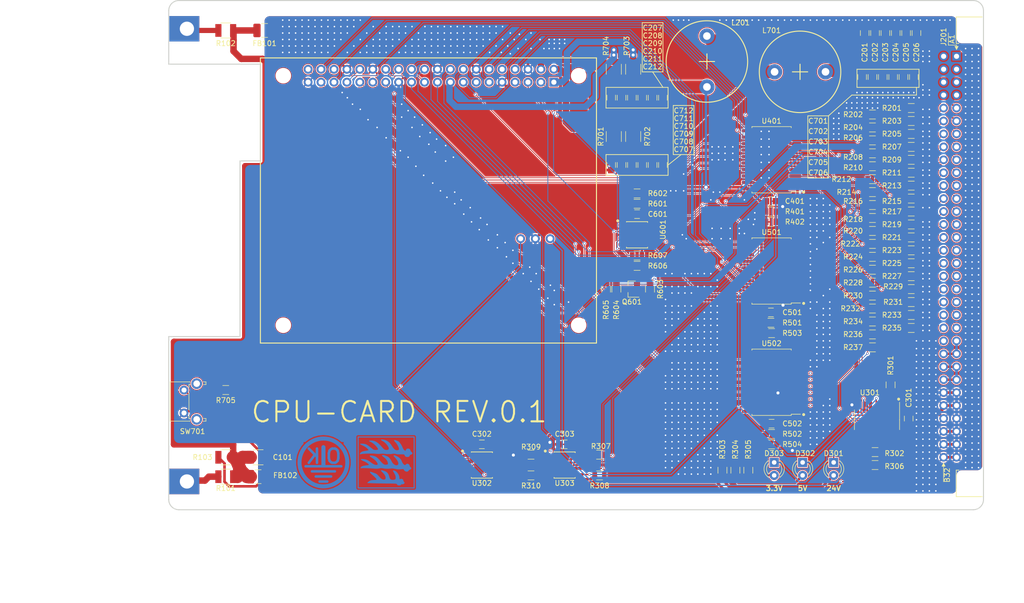
<source format=kicad_pcb>
(kicad_pcb (version 20171130) (host pcbnew "(5.1.5)-3")
  (layers (0 F.Cu signal) (31 B.Cu signal) (34 B.Paste user) (35 F.Paste user) (36 B.SilkS user) (37 F.SilkS user) (38 B.Mask user) (39 F.Mask user) (44 Edge.Cuts user))
  (net 0 "")
  (net 1 Earth)
  (net 2 GND)
  (net 3 "Net-(C201-Pad1)")
  (net 4 +3V3)
  (net 5 +5V)
  (net 6 "Net-(C707-Pad1)")
  (net 7 "Net-(J201-PadA5)")
  (net 8 "Net-(J201-PadB5)")
  (net 9 "Net-(J201-PadA6)")
  (net 10 "Net-(J201-PadB6)")
  (net 11 "Net-(J201-PadA7)")
  (net 12 "Net-(J201-PadB7)")
  (net 13 "Net-(J201-PadA8)")
  (net 14 "Net-(J201-PadB8)")
  (net 15 "Net-(J201-PadA9)")
  (net 16 "Net-(J201-PadB9)")
  (net 17 "Net-(J201-PadA10)")
  (net 18 "Net-(J201-PadB10)")
  (net 19 "Net-(J201-PadA11)")
  (net 20 "Net-(J201-PadB11)")
  (net 21 "Net-(J201-PadA12)")
  (net 22 "Net-(J201-PadB12)")
  (net 23 "Net-(J201-PadA13)")
  (net 24 "Net-(J201-PadB13)")
  (net 25 "Net-(J201-PadA14)")
  (net 26 "Net-(J201-PadB14)")
  (net 27 "Net-(J201-PadA15)")
  (net 28 "Net-(J201-PadB15)")
  (net 29 "Net-(J201-PadA16)")
  (net 30 "Net-(J201-PadB16)")
  (net 31 "Net-(J201-PadA17)")
  (net 32 "Net-(J201-PadB17)")
  (net 33 "Net-(J201-PadA18)")
  (net 34 "Net-(J201-PadB18)")
  (net 35 "Net-(J201-PadA19)")
  (net 36 "Net-(J201-PadB19)")
  (net 37 "Net-(J201-PadA20)")
  (net 38 "Net-(J201-PadB20)")
  (net 39 "Net-(J201-PadA21)")
  (net 40 "Net-(J201-PadB21)")
  (net 41 "Net-(J201-PadA22)")
  (net 42 "Net-(J201-PadB22)")
  (net 43 +24V)
  (net 44 "Net-(J201-PadB23)")
  (net 45 VDC)
  (net 46 "Net-(M101-Pad1)")
  (net 47 "Net-(M101-Pad2)")
  (net 48 /Bus/1_wire)
  (net 49 /Computer/GPIO4)
  (net 50 "Net-(R201-Pad1)")
  (net 51 "Net-(R202-Pad1)")
  (net 52 "Net-(R203-Pad1)")
  (net 53 "Net-(R204-Pad1)")
  (net 54 "Net-(R205-Pad1)")
  (net 55 /Bus/I2C_SDA)
  (net 56 /Bus/I2C_SCL)
  (net 57 /Bus/GPI17)
  (net 58 /Bus/GPI27)
  (net 59 /Bus/GPI22)
  (net 60 /Bus/MOSI)
  (net 61 /Bus/MISO)
  (net 62 /Bus/SCLK)
  (net 63 /Bus/ID_SD)
  (net 64 /Bus/GPI5)
  (net 65 /Bus/GPI6)
  (net 66 /Bus/PWM1)
  (net 67 /Bus/PCM_FS)
  (net 68 /Bus/GPO26)
  (net 69 /Bus/UART0_TXD)
  (net 70 /Bus/UART0_RXD)
  (net 71 /Bus/PCM_CLK)
  (net 72 /Bus/GPO23)
  (net 73 /Bus/GPO24)
  (net 74 /Bus/GPO25)
  (net 75 /Bus/CE0)
  (net 76 /Bus/CE1)
  (net 77 /Bus/ID_SC)
  (net 78 /Bus/PWM0)
  (net 79 /Bus/CE2)
  (net 80 /Bus/PCM_DIN)
  (net 81 /Bus/PCM_DOUT)
  (net 82 /Bus/#RESET)
  (net 83 /Bus/PWR_3V3)
  (net 84 /Bus/PWR_5V)
  (net 85 /Bus/PWR_24V)
  (net 86 /Inputs/CE)
  (net 87 "Net-(R302-Pad1)")
  (net 88 "Net-(R302-Pad2)")
  (net 89 "Net-(D301-Pad2)")
  (net 90 "Net-(D302-Pad2)")
  (net 91 "Net-(D303-Pad2)")
  (net 92 /Computer/RUN_PG2)
  (net 93 /Computer/ID_SC_RPI)
  (net 94 /Computer/ID_SD_RPI)
  (net 95 "Net-(R401-Pad1)")
  (net 96 "Net-(R501-Pad1)")
  (net 97 "Net-(R502-Pad1)")
  (net 98 /Computer/GPIO3)
  (net 99 /Computer/GPIO2)
  (net 100 "Net-(R701-Pad1)")
  (net 101 "Net-(R702-Pad1)")
  (net 102 "Net-(R703-Pad1)")
  (net 103 "Net-(R704-Pad1)")
  (net 104 "Net-(R705-Pad1)")
  (net 105 "Net-(R705-Pad2)")
  (net 106 "Net-(SW701-Pad3)")
  (net 107 "Net-(SW701-Pad4)")
  (net 108 "Net-(D303-Pad1)")
  (net 109 "Net-(D302-Pad1)")
  (net 110 "Net-(D301-Pad1)")
  (net 111 "Net-(U303-Pad1)")
  (net 112 /Computer/GPIO20)
  (net 113 /Computer/GPIO15)
  (net 114 /Computer/GPIO6)
  (net 115 /Computer/GPIO5)
  (net 116 /Computer/GPIO9)
  (net 117 /Computer/GPIO22)
  (net 118 /Computer/GPIO27)
  (net 119 /Computer/GPIO17)
  (net 120 /Computer/GPIO23)
  (net 121 /Computer/GPIO18)
  (net 122 /Computer/GPIO14)
  (net 123 /Computer/GPIO26)
  (net 124 /Computer/GPIO19)
  (net 125 /Computer/GPIO13)
  (net 126 /Computer/GPIO11)
  (net 127 /Computer/GPIO10)
  (net 128 /Computer/GPIO24)
  (net 129 /Computer/GPIO25)
  (net 130 /Computer/GPIO8)
  (net 131 /Computer/GPIO7)
  (net 132 /Computer/GPIO12)
  (net 133 /Computer/GPIO16)
  (net 134 /Computer/GPIO21)
  (net 135 "Net-(U502-Pad11)")
  (net 136 "Net-(U502-Pad9)")
  (net 137 "Net-(U601-Pad1)")
  (module pcb:WRTMBRG_10mm (layer B.Cu) (at 107.696 140.716 180)
    (fp_text reference G*** hide)
    (fp_text value LOGO hide)
    (fp_line (start -5.5 -5) (end 5.5 -5) (layer B.Cu) (width 0.2))
    (fp_line (start -5.5 -5) (end -5.5 5) (layer B.Cu) (width 0.2))
    (fp_line (start 5.5 5) (end 5.5 -5) (layer B.Cu) (width 0.2))
    (fp_line (start -5.5 5) (end 5.5 5) (layer B.Cu) (width 0.2))
    (fp_poly (pts (xy 0.90696 4.49845) (xy 0.962673 4.485677) (xy 1.003875 4.464094) (xy 1.017626 4.436802) (xy 1.003073 4.402838) (xy 0.95936 4.361241) (xy 0.885632 4.311049) (xy 0.781035 4.251301) (xy 0.730618 4.224644) (xy 0.639581 4.174211) (xy 0.541712 4.114919) (xy 0.451131 4.055541) (xy 0.402595 4.020862) (xy 0.266398 3.909694) (xy 0.126051 3.778984) (xy -0.012416 3.635469) (xy -0.142971 3.485884) (xy -0.259586 3.336966) (xy -0.356231 3.19545) (xy -0.395004 3.129889) (xy -0.463508 2.988968) (xy -0.505535 2.861426) (xy -0.521124 2.748749) (xy -0.510311 2.652424) (xy -0.473135 2.573936) (xy -0.409633 2.514773) (xy -0.378918 2.497814) (xy -0.299866 2.471394) (xy -0.198794 2.453967) (xy -0.086608 2.44659) (xy 0.025787 2.450324) (xy 0.065121 2.454716) (xy 0.151983 2.470516) (xy 0.232711 2.494779) (xy 0.310612 2.530031) (xy 0.388995 2.578794) (xy 0.471166 2.643593) (xy 0.560433 2.72695) (xy 0.660103 2.831391) (xy 0.773483 2.959438) (xy 0.860259 3.06147) (xy 1.082067 3.313994) (xy 1.29709 3.534997) (xy 1.507198 3.725703) (xy 1.714259 3.887333) (xy 1.920142 4.02111) (xy 2.126718 4.128256) (xy 2.335855 4.209993) (xy 2.549422 4.267544) (xy 2.755255 4.300611) (xy 2.858296 4.30758) (xy 2.971123 4.307717) (xy 3.084784 4.301701) (xy 3.190327 4.290211) (xy 3.278799 4.273926) (xy 3.334175 4.256701) (xy 3.395134 4.230938) (xy 3.344334 4.189888) (xy 3.306877 4.165486) (xy 3.247665 4.133406) (xy 3.176326 4.098688) (xy 3.132667 4.079103) (xy 2.993959 4.016135) (xy 2.875605 3.955147) (xy 2.765325 3.889061) (xy 2.650839 3.810802) (xy 2.590849 3.766882) (xy 2.439866 3.648868) (xy 2.294465 3.524402) (xy 2.156854 3.396163) (xy 2.029241 3.266831) (xy 1.913834 3.139085) (xy 1.812841 3.015605) (xy 1.728471 2.89907) (xy 1.66293 2.79216) (xy 1.618428 2.697554) (xy 1.597172 2.617931) (xy 1.599172 2.56347) (xy 1.615353 2.532108) (xy 1.648898 2.507109) (xy 1.703636 2.487209) (xy 1.783395 2.471148) (xy 1.892005 2.457662) (xy 1.931708 2.453845) (xy 2.114227 2.444943) (xy 2.268483 2.454173) (xy 2.394842 2.481574) (xy 2.460234 2.508156) (xy 2.49767 2.528083) (xy 2.537628 2.551938) (xy 2.583345 2.5821) (xy 2.638053 2.620948) (xy 2.704988 2.67086) (xy 2.787384 2.734216) (xy 2.888475 2.813394) (xy 3.011496 2.910772) (xy 3.058749 2.948335) (xy 3.238167 3.089519) (xy 3.396034 3.209831) (xy 3.535883 3.311153) (xy 3.661247 3.395365) (xy 3.775661 3.464348) (xy 3.882657 3.519984) (xy 3.98577 3.564153) (xy 4.088532 3.598738) (xy 4.194479 3.625618) (xy 4.307142 3.646675) (xy 4.3942 3.65926) (xy 4.471473 3.667187) (xy 4.565162 3.673438) (xy 4.668071 3.677902) (xy 4.773003 3.680468) (xy 4.872762 3.681024) (xy 4.960152 3.679459) (xy 5.027977 3.675661) (xy 5.068399 3.669701) (xy 5.106516 3.64976) (xy 5.113516 3.620851) (xy 5.090615 3.584087) (xy 5.039031 3.540578) (xy 4.959979 3.491436) (xy 4.854674 3.437772) (xy 4.775727 3.402282) (xy 4.529461 3.290706) (xy 4.312886 3.180312) (xy 4.122025 3.06863) (xy 3.952903 2.953186) (xy 3.80154 2.831509) (xy 3.689657 2.727112) (xy 3.61252 2.646258) (xy 3.546916 2.569622) (xy 3.496364 2.501888) (xy 3.464388 2.447738) (xy 3.4544 2.41427) (xy 3.461742 2.402878) (xy 3.485697 2.390842) (xy 3.529157 2.377475) (xy 3.595014 2.36209) (xy 3.686159 2.344003) (xy 3.805485 2.322526) (xy 3.931958 2.300972) (xy 4.130824 2.26662) (xy 4.299658 2.234817) (xy 4.442086 2.204364) (xy 4.561736 2.174062) (xy 4.662234 2.142712) (xy 4.747206 2.109114) (xy 4.82028 2.072068) (xy 4.885082 2.030376) (xy 4.945238 1.982837) (xy 4.975363 1.955894) (xy 5.039667 1.888761) (xy 5.094597 1.817126) (xy 5.135769 1.748067) (xy 5.158802 1.688663) (xy 5.161588 1.655054) (xy 5.141682 1.62531) (xy 5.094291 1.611739) (xy 5.021814 1.614582) (xy 4.933586 1.632273) (xy 4.8522 1.648799) (xy 4.740547 1.664837) (xy 4.602229 1.680172) (xy 4.440844 1.694585) (xy 4.259992 1.707863) (xy 4.063273 1.719788) (xy 3.854287 1.730144) (xy 3.636633 1.738715) (xy 3.41391 1.745285) (xy 3.18972 1.749638) (xy 2.967661 1.751557) (xy 2.9464 1.751606) (xy 2.782812 1.751674) (xy 2.647716 1.751111) (xy 2.53574 1.749678) (xy 2.441511 1.74714) (xy 2.359658 1.743257) (xy 2.284807 1.737794) (xy 2.211588 1.730513) (xy 2.134627 1.721178) (xy 2.074333 1.713113) (xy 1.78254 1.682677) (xy 1.507438 1.673399) (xy 1.252783 1.685323) (xy 1.1176 1.701716) (xy 0.870032 1.72686) (xy 0.61426 1.727665) (xy 0.343741 1.704056) (xy 0.254 1.691486) (xy 0.170316 1.679357) (xy 0.094056 1.669917) (xy 0.01905 1.662836) (xy -0.060877 1.657786) (xy -0.151895 1.654437) (xy -0.260178 1.652461) (xy -0.391898 1.651528) (xy -0.499533 1.65132) (xy -0.647473 1.651469) (xy -0.767036 1.652326) (xy -0.86371 1.654187) (xy -0.942984 1.65735) (xy -1.010344 1.662113) (xy -1.071279 1.668773) (xy -1.131277 1.677627) (xy -1.195824 1.688973) (xy -1.196526 1.689103) (xy -1.308496 1.708116) (xy -1.407608 1.720251) (xy -1.500645 1.725114) (xy -1.594389 1.722312) (xy -1.695624 1.711454) (xy -1.811132 1.692148) (xy -1.947697 1.664) (xy -2.0574 1.639298) (xy -2.104917 1.628775) (xy -2.149267 1.620323) (xy -2.194847 1.613711) (xy -2.246056 1.608708) (xy -2.30729 1.60508) (xy -2.382948 1.602597) (xy -2.477428 1.601027) (xy -2.595127 1.600139) (xy -2.740444 1.599699) (xy -2.810933 1.599593) (xy -2.968972 1.599265) (xy -3.097041 1.598595) (xy -3.199034 1.597385) (xy -3.278847 1.595442) (xy -3.340376 1.59257) (xy -3.387516 1.588573) (xy -3.424163 1.583257) (xy -3.454212 1.576425) (xy -3.48156 1.567883) (xy -3.487867 1.56566) (xy -3.537905 1.545543) (xy -3.572986 1.522781) (xy -3.599358 1.489749) (xy -3.623271 1.438827) (xy -3.648373 1.369916) (xy -3.701098 1.26575) (xy -3.777983 1.182135) (xy -3.874554 1.123754) (xy -3.889194 1.117934) (xy -3.959809 1.09827) (xy -4.048074 1.083181) (xy -4.141102 1.073992) (xy -4.226005 1.072025) (xy -4.284133 1.07739) (xy -4.392075 1.102917) (xy -4.47222 1.13349) (xy -4.530548 1.171705) (xy -4.553024 1.194061) (xy -4.587004 1.239564) (xy -4.610113 1.28297) (xy -4.614088 1.29571) (xy -4.624909 1.347922) (xy -4.631471 1.379598) (xy -4.651661 1.426184) (xy -4.693831 1.466008) (xy -4.76202 1.501892) (xy -4.852857 1.53437) (xy -4.924156 1.558486) (xy -4.989447 1.583844) (xy -5.0368 1.605735) (xy -5.043829 1.609741) (xy -5.095697 1.653365) (xy -5.137715 1.710327) (xy -5.161784 1.768449) (xy -5.164603 1.791374) (xy -5.151969 1.84957) (xy -5.118564 1.915341) (xy -5.07138 1.97687) (xy -5.035223 2.010079) (xy -4.946043 2.080897) (xy -4.881052 2.140065) (xy -4.835682 2.193823) (xy -4.805365 2.248409) (xy -4.785534 2.310064) (xy -4.774557 2.366147) (xy -4.740769 2.475345) (xy -4.679502 2.567714) (xy -4.593839 2.641014) (xy -4.486865 2.693003) (xy -4.361663 2.72144) (xy -4.278884 2.726267) (xy -4.16081 2.713926) (xy -4.061713 2.675821) (xy -3.979486 2.610322) (xy -3.912018 2.515803) (xy -3.86216 2.404536) (xy -3.838729 2.349429) (xy -3.81495 2.308095) (xy -3.797633 2.290627) (xy -3.762081 2.292472) (xy -3.708747 2.314419) (xy -3.644013 2.352838) (xy -3.57426 2.404098) (xy -3.527162 2.444488) (xy -3.430845 2.551794) (xy -3.341176 2.691675) (xy -3.257953 2.864455) (xy -3.2412 2.905141) (xy -3.138746 3.138341) (xy -3.022592 3.363308) (xy -2.896394 3.574055) (xy -2.763808 3.764599) (xy -2.628491 3.928953) (xy -2.591459 3.968585) (xy -2.524822 4.036102) (xy -2.470204 4.08565) (xy -2.417281 4.12471) (xy -2.355729 4.160765) (xy -2.275225 4.201297) (xy -2.2606 4.208358) (xy -2.080166 4.287393) (xy -1.896666 4.353402) (xy -1.72367 4.401532) (xy -1.714373 4.403644) (xy -1.660059 4.412311) (xy -1.622697 4.407235) (xy -1.598067 4.394359) (xy -1.568859 4.368125) (xy -1.556823 4.336387) (xy -1.563378 4.296228) (xy -1.589945 4.244734) (xy -1.637943 4.17899) (xy -1.708793 4.096081) (xy -1.782423 4.015923) (xy -1.930312 3.849916) (xy -2.056749 3.688826) (xy -2.170082 3.521486) (xy -2.243439 3.399272) (xy -2.334705 3.228844) (xy -2.409802 3.064628) (xy -2.467146 2.911008) (xy -2.505154 2.772367) (xy -2.522244 2.653091) (xy -2.523066 2.62491) (xy -2.516133 2.564775) (xy -2.491804 2.518137) (xy -2.444785 2.47866) (xy -2.369782 2.440011) (xy -2.367799 2.439132) (xy -2.241429 2.401128) (xy -2.105795 2.392843) (xy -1.98094 2.411634) (xy -1.864356 2.451851) (xy -1.750692 2.513165) (xy -1.638031 2.597455) (xy -1.524453 2.706596) (xy -1.408041 2.842465) (xy -1.286876 3.006941) (xy -1.159041 3.201899) (xy -1.136885 3.237595) (xy -0.967128 3.493655) (xy -0.792655 3.717386) (xy -0.611508 3.910214) (xy -0.421727 4.073567) (xy -0.221354 4.208869) (xy -0.008431 4.317547) (xy 0.219003 4.401027) (xy 0.462906 4.460734) (xy 0.568016 4.478658) (xy 0.708695 4.496524) (xy 0.820623 4.503103) (xy 0.90696 4.49845)) (layer B.Cu) (width 0.01))
    (fp_poly (pts (xy 0.690734 1.45555) (xy 0.742723 1.437803) (xy 0.757862 1.428074) (xy 0.790258 1.399336) (xy 0.806464 1.370695) (xy 0.804534 1.33935) (xy 0.782522 1.3025) (xy 0.738482 1.257345) (xy 0.67047 1.201085) (xy 0.57654 1.130919) (xy 0.526313 1.094787) (xy 0.302534 0.920421) (xy 0.1105 0.73971) (xy -0.049438 0.553143) (xy -0.176933 0.361213) (xy -0.271636 0.16441) (xy -0.333199 -0.036773) (xy -0.352121 -0.143871) (xy -0.359936 -0.22893) (xy -0.354659 -0.292198) (xy -0.332147 -0.338888) (xy -0.288263 -0.374213) (xy -0.218865 -0.403385) (xy -0.124556 -0.430401) (xy -0.005032 -0.451511) (xy 0.119321 -0.456708) (xy 0.236512 -0.446193) (xy 0.327801 -0.422777) (xy 0.412802 -0.385837) (xy 0.498313 -0.337525) (xy 0.586985 -0.275492) (xy 0.681468 -0.197388) (xy 0.784411 -0.100862) (xy 0.898465 0.016435) (xy 1.026279 0.156854) (xy 1.170503 0.322745) (xy 1.17687 0.3302) (xy 1.342516 0.520191) (xy 1.493599 0.683747) (xy 1.633554 0.82312) (xy 1.765814 0.940562) (xy 1.893815 1.038328) (xy 2.020991 1.118669) (xy 2.150775 1.18384) (xy 2.286603 1.236092) (xy 2.431909 1.277679) (xy 2.590127 1.310854) (xy 2.698787 1.328569) (xy 2.818938 1.3434) (xy 2.932339 1.351784) (xy 3.032631 1.353633) (xy 3.11345 1.348863) (xy 3.168435 1.337385) (xy 3.174203 1.335015) (xy 3.210833 1.3051) (xy 3.21612 1.263683) (xy 3.190226 1.211695) (xy 3.144101 1.160159) (xy 3.104111 1.126603) (xy 3.042191 1.080402) (xy 2.965337 1.026523) (xy 2.880548 0.969935) (xy 2.835068 0.940724) (xy 2.608868 0.79178) (xy 2.41205 0.649319) (xy 2.241456 0.51043) (xy 2.093929 0.372206) (xy 1.966311 0.231737) (xy 1.855446 0.086114) (xy 1.778929 -0.032321) (xy 1.713776 -0.153964) (xy 1.67619 -0.256306) (xy 1.666098 -0.33961) (xy 1.676962 -0.390824) (xy 1.707075 -0.437684) (xy 1.754755 -0.468667) (xy 1.824945 -0.48579) (xy 1.92259 -0.491067) (xy 1.922882 -0.491067) (xy 2.029395 -0.485499) (xy 2.136208 -0.467789) (xy 2.246448 -0.436427) (xy 2.36324 -0.389904) (xy 2.489709 -0.32671) (xy 2.628981 -0.245335) (xy 2.784182 -0.14427) (xy 2.958438 -0.022006) (xy 3.082959 0.069221) (xy 3.244239 0.18678) (xy 3.385105 0.284182) (xy 3.510247 0.364001) (xy 3.624355 0.428813) (xy 3.732119 0.481193) (xy 3.838228 0.523715) (xy 3.947372 0.558954) (xy 4.002514 0.574117) (xy 4.110533 0.598955) (xy 4.230148 0.620653) (xy 4.355773 0.638766) (xy 4.481821 0.652853) (xy 4.602705 0.662471) (xy 4.712837 0.667177) (xy 4.806631 0.666527) (xy 4.8785 0.660079) (xy 4.922857 0.647391) (xy 4.923367 0.647104) (xy 4.953413 0.622341) (xy 4.956976 0.593904) (xy 4.933017 0.556992) (xy 4.896013 0.52054) (xy 4.831766 0.469864) (xy 4.747298 0.416445) (xy 4.639255 0.358437) (xy 4.504281 0.293996) (xy 4.398436 0.246879) (xy 4.263348 0.187168) (xy 4.151966 0.135591) (xy 4.056383 0.08813) (xy 3.968694 0.040767) (xy 3.880994 -0.010516) (xy 3.828041 -0.042997) (xy 3.708077 -0.12255) (xy 3.603757 -0.201668) (xy 3.518126 -0.277429) (xy 3.454228 -0.346909) (xy 3.415109 -0.407186) (xy 3.4036 -0.450367) (xy 3.405135 -0.466186) (xy 3.411742 -0.47985) (xy 3.426425 -0.492011) (xy 3.45219 -0.503323) (xy 3.492039 -0.514439) (xy 3.548978 -0.526013) (xy 3.626011 -0.538697) (xy 3.726142 -0.553146) (xy 3.852376 -0.570012) (xy 4.007716 -0.58995) (xy 4.097867 -0.601353) (xy 4.318007 -0.63512) (xy 4.506313 -0.677087) (xy 4.66393 -0.72775) (xy 4.792001 -0.787602) (xy 4.891671 -0.857137) (xy 4.964083 -0.936848) (xy 4.994111 -0.988075) (xy 5.017653 -1.052836) (xy 5.015806 -1.099287) (xy 4.987529 -1.128083) (xy 4.931778 -1.139878) (xy 4.847511 -1.135329) (xy 4.777733 -1.124066) (xy 4.728504 -1.115678) (xy 4.677434 -1.109425) (xy 4.61957 -1.105174) (xy 4.549959 -1.102792) (xy 4.463648 -1.102146) (xy 4.355686 -1.103101) (xy 4.22112 -1.105525) (xy 4.148667 -1.107101) (xy 3.670296 -1.122463) (xy 3.165764 -1.147601) (xy 2.6326 -1.182648) (xy 2.35828 -1.203628) (xy 2.188457 -1.216335) (xy 2.044881 -1.224618) (xy 1.920177 -1.228114) (xy 1.80697 -1.226462) (xy 1.697886 -1.219302) (xy 1.585549 -1.206272) (xy 1.462584 -1.187011) (xy 1.321617 -1.161158) (xy 1.264493 -1.15006) (xy 1.159106 -1.129659) (xy 1.079637 -1.115459) (xy 1.018831 -1.106858) (xy 0.969429 -1.103253) (xy 0.924175 -1.104044) (xy 0.875812 -1.108628) (xy 0.832693 -1.114253) (xy 0.741793 -1.128279) (xy 0.63872 -1.146558) (xy 0.54422 -1.16539) (xy 0.535129 -1.16736) (xy 0.36633 -1.19687) (xy 0.172887 -1.217956) (xy -0.037001 -1.230463) (xy -0.255136 -1.234238) (xy -0.473319 -1.229126) (xy -0.683353 -1.214973) (xy -0.8636 -1.193648) (xy -0.962758 -1.180731) (xy -1.056373 -1.17293) (xy -1.149382 -1.170686) (xy -1.246724 -1.17444) (xy -1.353337 -1.184633) (xy -1.474157 -1.201706) (xy -1.614124 -1.2261) (xy -1.778175 -1.258255) (xy -1.921933 -1.288141) (xy -2.207615 -1.335197) (xy -2.485616 -1.352966) (xy -2.764597 -1.341826) (xy -2.876637 -1.329586) (xy -3.025114 -1.312858) (xy -3.155559 -1.302707) (xy -3.264499 -1.299211) (xy -3.348458 -1.302445) (xy -3.403962 -1.312487) (xy -3.4161 -1.317667) (xy -3.448375 -1.349779) (xy -3.464043 -1.384789) (xy -3.50012 -1.483662) (xy -3.564021 -1.572487) (xy -3.657613 -1.65322) (xy -3.782761 -1.727817) (xy -3.799082 -1.736003) (xy -3.926965 -1.786275) (xy -4.042928 -1.805068) (xy -4.146775 -1.792352) (xy -4.157133 -1.789133) (xy -4.28086 -1.733568) (xy -4.380564 -1.655376) (xy -4.459767 -1.551637) (xy -4.47431 -1.525988) (xy -4.493766 -1.497279) (xy -4.521916 -1.472169) (xy -4.564493 -1.447401) (xy -4.627231 -1.419714) (xy -4.715864 -1.38585) (xy -4.729986 -1.380679) (xy -4.792564 -1.350024) (xy -4.852309 -1.308591) (xy -4.869686 -1.292919) (xy -4.906888 -1.250038) (xy -4.923754 -1.209582) (xy -4.9276 -1.157134) (xy -4.919249 -1.087082) (xy -4.891483 -1.024208) (xy -4.840228 -0.962058) (xy -4.761909 -0.894563) (xy -4.681217 -0.820705) (xy -4.630974 -0.746164) (xy -4.608077 -0.66563) (xy -4.605866 -0.627367) (xy -4.599883 -0.569596) (xy -4.585149 -0.517749) (xy -4.581767 -0.510514) (xy -4.543489 -0.456955) (xy -4.484939 -0.397796) (xy -4.416422 -0.34199) (xy -4.348244 -0.298493) (xy -4.32455 -0.287045) (xy -4.225411 -0.258131) (xy -4.129071 -0.259041) (xy -4.032332 -0.290599) (xy -3.931997 -0.353627) (xy -3.872599 -0.403382) (xy -3.821445 -0.447965) (xy -3.775442 -0.485043) (xy -3.744021 -0.507036) (xy -3.742607 -0.507818) (xy -3.695213 -0.517295) (xy -3.633399 -0.501474) (xy -3.55511 -0.459594) (xy -3.489374 -0.414345) (xy -3.40511 -0.341061) (xy -3.323762 -0.246479) (xy -3.243682 -0.127984) (xy -3.163226 0.017038) (xy -3.080748 0.191203) (xy -3.022959 0.326909) (xy -2.92832 0.51361) (xy -2.8025 0.690066) (xy -2.647023 0.854824) (xy -2.463412 1.006434) (xy -2.253192 1.143445) (xy -2.058319 1.24564) (xy -1.903361 1.314426) (xy -1.769723 1.364079) (xy -1.658629 1.394316) (xy -1.571305 1.404854) (xy -1.508973 1.395408) (xy -1.482876 1.378857) (xy -1.465958 1.356937) (xy -1.459239 1.332072) (xy -1.46454 1.301375) (xy -1.483687 1.261962) (xy -1.5185 1.210947) (xy -1.570804 1.145443) (xy -1.642421 1.062566) (xy -1.735174 0.959428) (xy -1.776271 0.9144) (xy -1.911565 0.76229) (xy -2.023991 0.625938) (xy -2.117334 0.500209) (xy -2.195381 0.379966) (xy -2.261916 0.260073) (xy -2.269273 0.245533) (xy -2.341879 0.080809) (xy -2.386143 -0.066766) (xy -2.402082 -0.19692) (xy -2.389714 -0.30938) (xy -2.349058 -0.403873) (xy -2.280132 -0.480127) (xy -2.218266 -0.520813) (xy -2.175758 -0.541237) (xy -2.13585 -0.552745) (xy -2.087352 -0.557081) (xy -2.019068 -0.555987) (xy -1.998133 -0.555094) (xy -1.916761 -0.549246) (xy -1.853222 -0.537703) (xy -1.791524 -0.51645) (xy -1.7272 -0.487083) (xy -1.567124 -0.393759) (xy -1.421572 -0.27509) (xy -1.288831 -0.129181) (xy -1.167188 0.045862) (xy -1.05493 0.251933) (xy -1.050369 0.261349) (xy -0.94266 0.464877) (xy -0.825212 0.645741) (xy -0.690388 0.815076) (xy -0.610598 0.902565) (xy -0.512681 0.999473) (xy -0.416094 1.080568) (xy -0.31407 1.149875) (xy -0.199842 1.21142) (xy -0.066644 1.269225) (xy 0.09229 1.327317) (xy 0.118534 1.336225) (xy 0.283184 1.389063) (xy 0.420156 1.427045) (xy 0.532024 1.45054) (xy 0.621358 1.459918) (xy 0.690734 1.45555)) (layer B.Cu) (width 0.01))
    (fp_poly (pts (xy 0.934198 -1.529844) (xy 0.940615 -1.531158) (xy 0.985781 -1.556362) (xy 1.006367 -1.597711) (xy 0.997819 -1.645927) (xy 0.997388 -1.646767) (xy 0.980141 -1.669508) (xy 0.942688 -1.712304) (xy 0.888697 -1.771185) (xy 0.821835 -1.842186) (xy 0.745768 -1.921338) (xy 0.703925 -1.964267) (xy 0.565087 -2.110151) (xy 0.450248 -2.240524) (xy 0.356077 -2.359874) (xy 0.279243 -2.472691) (xy 0.216414 -2.583463) (xy 0.169205 -2.68485) (xy 0.13975 -2.760084) (xy 0.121487 -2.824762) (xy 0.111224 -2.893758) (xy 0.105839 -2.980267) (xy 0.103637 -3.05943) (xy 0.1056 -3.1149) (xy 0.113118 -3.156738) (xy 0.127578 -3.195002) (xy 0.138562 -3.217333) (xy 0.190397 -3.288573) (xy 0.262559 -3.337698) (xy 0.357847 -3.366036) (xy 0.470822 -3.374906) (xy 0.583591 -3.367211) (xy 0.692717 -3.341648) (xy 0.801035 -3.296338) (xy 0.911378 -3.229401) (xy 1.026578 -3.138956) (xy 1.149469 -3.023125) (xy 1.282885 -2.880026) (xy 1.371895 -2.777067) (xy 1.512533 -2.616804) (xy 1.643861 -2.479796) (xy 1.764177 -2.367618) (xy 1.871781 -2.281848) (xy 1.964972 -2.22406) (xy 1.972733 -2.220218) (xy 2.0741 -2.174459) (xy 2.198765 -2.123229) (xy 2.339206 -2.069187) (xy 2.487898 -2.014989) (xy 2.637317 -1.963294) (xy 2.77994 -1.916759) (xy 2.908242 -1.878043) (xy 3.014699 -1.849802) (xy 3.033847 -1.845391) (xy 3.107056 -1.832517) (xy 3.15311 -1.834251) (xy 3.176167 -1.852305) (xy 3.180387 -1.88839) (xy 3.178309 -1.904823) (xy 3.160955 -1.961969) (xy 3.125311 -2.026531) (xy 3.06968 -2.10038) (xy 2.992369 -2.185391) (xy 2.891681 -2.283437) (xy 2.765922 -2.39639) (xy 2.62445 -2.516901) (xy 2.514412 -2.611643) (xy 2.401847 -2.713612) (xy 2.291326 -2.818257) (xy 2.187426 -2.921021) (xy 2.094718 -3.017353) (xy 2.017778 -3.102698) (xy 1.961179 -3.172501) (xy 1.94925 -3.189148) (xy 1.916352 -3.244746) (xy 1.892195 -3.299776) (xy 1.884975 -3.326239) (xy 1.882545 -3.356317) (xy 1.88867 -3.379801) (xy 1.907051 -3.397731) (xy 1.941394 -3.411151) (xy 1.9954 -3.421102) (xy 2.072773 -3.428627) (xy 2.177217 -3.434768) (xy 2.287723 -3.439584) (xy 2.505194 -3.451414) (xy 2.696154 -3.468254) (xy 2.858553 -3.489858) (xy 2.990342 -3.515982) (xy 3.040582 -3.529587) (xy 3.115693 -3.558555) (xy 3.201378 -3.601929) (xy 3.292777 -3.656079) (xy 3.385035 -3.717378) (xy 3.473292 -3.782198) (xy 3.552691 -3.846909) (xy 3.618374 -3.907885) (xy 3.665484 -3.961496) (xy 3.689162 -4.004115) (xy 3.691011 -4.015391) (xy 3.686913 -4.026935) (xy 3.670804 -4.035514) (xy 3.637626 -4.041995) (xy 3.582317 -4.047244) (xy 3.499818 -4.052128) (xy 3.4671 -4.053743) (xy 3.259627 -4.062871) (xy 3.022827 -4.07184) (xy 2.76124 -4.080554) (xy 2.479406 -4.088916) (xy 2.181866 -4.096829) (xy 1.873159 -4.104196) (xy 1.557826 -4.110919) (xy 1.240405 -4.116902) (xy 0.925438 -4.122048) (xy 0.617464 -4.12626) (xy 0.321023 -4.129441) (xy 0.040655 -4.131494) (xy -0.211666 -4.132317) (xy -0.542373 -4.13323) (xy -0.839927 -4.135348) (xy -1.104243 -4.138667) (xy -1.335237 -4.143185) (xy -1.532827 -4.1489) (xy -1.696927 -4.155808) (xy -1.827454 -4.163907) (xy -1.924323 -4.173195) (xy -1.987452 -4.183668) (xy -1.997919 -4.186462) (xy -2.032617 -4.19795) (xy -2.059408 -4.21191) (xy -2.083824 -4.2341) (xy -2.111401 -4.270279) (xy -2.147675 -4.326205) (xy -2.175933 -4.371663) (xy -2.212898 -4.420696) (xy -2.257537 -4.455478) (xy -2.316158 -4.478375) (xy -2.39507 -4.491757) (xy -2.500583 -4.497992) (xy -2.513271 -4.498324) (xy -2.595088 -4.498986) (xy -2.669168 -4.49726) (xy -2.726021 -4.493497) (xy -2.751666 -4.489543) (xy -2.820716 -4.465178) (xy -2.866734 -4.430349) (xy -2.9005 -4.376547) (xy -2.903767 -4.369465) (xy -2.9323 -4.321233) (xy -2.969211 -4.294092) (xy -3.022492 -4.284696) (xy -3.095574 -4.289163) (xy -3.222518 -4.287424) (xy -3.348815 -4.254875) (xy -3.467312 -4.19394) (xy -3.538095 -4.139063) (xy -3.590307 -4.08203) (xy -3.614793 -4.02707) (xy -3.611104 -3.969716) (xy -3.578789 -3.905498) (xy -3.517398 -3.829949) (xy -3.505689 -3.8174) (xy -3.45442 -3.756624) (xy -3.419371 -3.695906) (xy -3.395943 -3.624441) (xy -3.379534 -3.531424) (xy -3.377601 -3.516582) (xy -3.361076 -3.448888) (xy -3.32565 -3.3901) (xy -3.306153 -3.367189) (xy -3.21318 -3.288069) (xy -3.105592 -3.238489) (xy -2.986571 -3.219174) (xy -2.859299 -3.23085) (xy -2.790472 -3.249557) (xy -2.731134 -3.266688) (xy -2.682107 -3.276159) (xy -2.654635 -3.27601) (xy -2.63304 -3.255061) (xy -2.618424 -3.209599) (xy -2.61019 -3.136593) (xy -2.607733 -3.038524) (xy -2.594197 -2.868229) (xy -2.555451 -2.693824) (xy -2.494288 -2.519226) (xy -2.413501 -2.348357) (xy -2.315882 -2.185136) (xy -2.204224 -2.033482) (xy -2.08132 -1.897315) (xy -1.949963 -1.780556) (xy -1.812946 -1.687122) (xy -1.673062 -1.620935) (xy -1.5782 -1.59359) (xy -1.506629 -1.581855) (xy -1.437433 -1.576017) (xy -1.37925 -1.57623) (xy -1.340723 -1.582648) (xy -1.330843 -1.589182) (xy -1.333374 -1.613304) (xy -1.352745 -1.664052) (xy -1.387903 -1.739303) (xy -1.437793 -1.836932) (xy -1.501359 -1.954814) (xy -1.577547 -2.090824) (xy -1.595233 -2.121807) (xy -1.675742 -2.266211) (xy -1.738858 -2.388877) (xy -1.78698 -2.495553) (xy -1.822502 -2.591985) (xy -1.847822 -2.683922) (xy -1.863483 -2.765149) (xy -1.873841 -2.864328) (xy -1.875898 -2.97047) (xy -1.870187 -3.073245) (xy -1.857241 -3.162324) (xy -1.839917 -3.222068) (xy -1.801085 -3.284316) (xy -1.740452 -3.333764) (xy -1.655253 -3.37163) (xy -1.542724 -3.399134) (xy -1.400099 -3.417495) (xy -1.395822 -3.417874) (xy -1.226745 -3.422538) (xy -1.081362 -3.4041) (xy -0.9578 -3.361668) (xy -0.854186 -3.29435) (xy -0.768647 -3.201254) (xy -0.702143 -3.087535) (xy -0.681556 -3.036625) (xy -0.656045 -2.962543) (xy -0.628776 -2.875005) (xy -0.602911 -2.783726) (xy -0.601545 -2.778615) (xy -0.543845 -2.583356) (xy -0.481341 -2.416406) (xy -0.411205 -2.272264) (xy -0.330609 -2.145431) (xy -0.236723 -2.030405) (xy -0.193544 -1.985192) (xy -0.12808 -1.922668) (xy -0.068192 -1.874596) (xy -0.002295 -1.832938) (xy 0.081194 -1.789654) (xy 0.104164 -1.778595) (xy 0.218819 -1.727339) (xy 0.341099 -1.678667) (xy 0.465634 -1.634167) (xy 0.587054 -1.595428) (xy 0.69999 -1.564037) (xy 0.799072 -1.541585) (xy 0.878931 -1.529657) (xy 0.934198 -1.529844)) (layer B.Cu) (width 0.01))
  )
  (module pcb:OTK_Logo_10mm (layer B.Cu) (at 95.377 140.716 180)
    (fp_text reference REF** hide)
    (fp_text value OTK_Logo_3)
    (fp_text user K (at 2 1.2) (layer B.Cu) (effects (font (size 2.8 2.8) (thickness 0.5)) (justify mirror)))
    (fp_text user O (at -2 1.2) (layer B.Cu) (effects (font (size 2.8 2.8) (thickness 0.5)) (justify mirror)))
    (fp_line (start -0.75 -3.75) (end 0.75 -3.75) (layer B.Cu) (width 0.5))
    (fp_circle (center 0 0) (end 4.7 0) (layer B.Cu) (width 0.8))
    (fp_line (start 0 3) (end 0 -0.5) (layer B.Cu) (width 0.8))
    (fp_line (start -3.5 -0.75) (end 3.5 -0.75) (layer B.Cu) (width 0.5))
    (fp_line (start -2.25 -1.75) (end 2.25 -1.75) (layer B.Cu) (width 0.5))
    (fp_line (start -1.5 -2.75) (end 1.5 -2.75) (layer B.Cu) (width 0.5))
  )
  (module jack:DIN41612_B_2x32_Horizontal (layer F.Cu) (at 219.71 60.96 270)
    (fp_text reference J201 (at -3.81 2.54 90) (layer F.SilkS))
    (fp_text value DIN41612_2x32_B)
    (fp_text user A1 (at -3.4 0.9 90) (layer F.SilkS))
    (fp_text user B32 (at 82.25 1.85 90) (layer F.SilkS))
    (pad "" np_thru_hole circle (at 83.82 -2.54 270) (size 2.8 2.8) (drill 2.8) (layers *.Cu *.Mask))
    (pad "" np_thru_hole circle (at -5.08 -2.54 270) (size 2.8 2.8) (drill 2.8) (layers *.Cu *.Mask))
    (pad B32 thru_hole circle (at 78.74 2.54 270) (size 1.7 1.7) (drill 1) (layers *.Cu *.Mask) (net 2 GND))
    (pad A32 thru_hole circle (at 78.74 0 270) (size 1.7 1.7) (drill 1) (layers *.Cu *.Mask) (net 2 GND))
    (pad B31 thru_hole circle (at 76.2 2.54 270) (size 1.7 1.7) (drill 1) (layers *.Cu *.Mask) (net 2 GND))
    (pad A31 thru_hole circle (at 76.2 0 270) (size 1.7 1.7) (drill 1) (layers *.Cu *.Mask) (net 2 GND))
    (pad B30 thru_hole circle (at 73.66 2.54 270) (size 1.7 1.7) (drill 1) (layers *.Cu *.Mask) (net 2 GND))
    (pad A30 thru_hole circle (at 73.66 0 270) (size 1.7 1.7) (drill 1) (layers *.Cu *.Mask) (net 2 GND))
    (pad B29 thru_hole circle (at 71.12 2.54 270) (size 1.7 1.7) (drill 1) (layers *.Cu *.Mask) (net 2 GND))
    (pad A29 thru_hole circle (at 71.12 0 270) (size 1.7 1.7) (drill 1) (layers *.Cu *.Mask) (net 2 GND))
    (pad B28 thru_hole circle (at 68.58 2.54 270) (size 1.7 1.7) (drill 1) (layers *.Cu *.Mask) (net 2 GND))
    (pad A28 thru_hole circle (at 68.58 0 270) (size 1.7 1.7) (drill 1) (layers *.Cu *.Mask) (net 2 GND))
    (pad B27 thru_hole circle (at 66.04 2.54 270) (size 1.7 1.7) (drill 1) (layers *.Cu *.Mask) (net 2 GND))
    (pad A27 thru_hole circle (at 66.04 0 270) (size 1.7 1.7) (drill 1) (layers *.Cu *.Mask) (net 2 GND))
    (pad B26 thru_hole circle (at 63.5 2.54 270) (size 1.7 1.7) (drill 1) (layers *.Cu *.Mask) (net 45 VDC))
    (pad A26 thru_hole circle (at 63.5 0 270) (size 1.7 1.7) (drill 1) (layers *.Cu *.Mask) (net 45 VDC))
    (pad B25 thru_hole circle (at 60.96 2.54 270) (size 1.7 1.7) (drill 1) (layers *.Cu *.Mask) (net 45 VDC))
    (pad A25 thru_hole circle (at 60.96 0 270) (size 1.7 1.7) (drill 1) (layers *.Cu *.Mask) (net 45 VDC))
    (pad B24 thru_hole circle (at 58.42 2.54 270) (size 1.7 1.7) (drill 1) (layers *.Cu *.Mask) (net 43 +24V))
    (pad A24 thru_hole circle (at 58.42 0 270) (size 1.7 1.7) (drill 1) (layers *.Cu *.Mask) (net 43 +24V))
    (pad B23 thru_hole circle (at 55.88 2.54 270) (size 1.7 1.7) (drill 1) (layers *.Cu *.Mask) (net 44 "Net-(J201-PadB23)"))
    (pad A23 thru_hole circle (at 55.88 0 270) (size 1.7 1.7) (drill 1) (layers *.Cu *.Mask) (net 43 +24V))
    (pad B22 thru_hole circle (at 53.34 2.54 270) (size 1.7 1.7) (drill 1) (layers *.Cu *.Mask) (net 42 "Net-(J201-PadB22)"))
    (pad A22 thru_hole circle (at 53.34 0 270) (size 1.7 1.7) (drill 1) (layers *.Cu *.Mask) (net 41 "Net-(J201-PadA22)"))
    (pad B21 thru_hole circle (at 50.8 2.54 270) (size 1.7 1.7) (drill 1) (layers *.Cu *.Mask) (net 40 "Net-(J201-PadB21)"))
    (pad A21 thru_hole circle (at 50.8 0 270) (size 1.7 1.7) (drill 1) (layers *.Cu *.Mask) (net 39 "Net-(J201-PadA21)"))
    (pad B20 thru_hole circle (at 48.26 2.54 270) (size 1.7 1.7) (drill 1) (layers *.Cu *.Mask) (net 38 "Net-(J201-PadB20)"))
    (pad A20 thru_hole circle (at 48.26 0 270) (size 1.7 1.7) (drill 1) (layers *.Cu *.Mask) (net 37 "Net-(J201-PadA20)"))
    (pad B19 thru_hole circle (at 45.72 2.54 270) (size 1.7 1.7) (drill 1) (layers *.Cu *.Mask) (net 36 "Net-(J201-PadB19)"))
    (pad A19 thru_hole circle (at 45.72 0 270) (size 1.7 1.7) (drill 1) (layers *.Cu *.Mask) (net 35 "Net-(J201-PadA19)"))
    (pad B18 thru_hole circle (at 43.18 2.54 270) (size 1.7 1.7) (drill 1) (layers *.Cu *.Mask) (net 34 "Net-(J201-PadB18)"))
    (pad A18 thru_hole circle (at 43.18 0 270) (size 1.7 1.7) (drill 1) (layers *.Cu *.Mask) (net 33 "Net-(J201-PadA18)"))
    (pad B17 thru_hole circle (at 40.64 2.54 270) (size 1.7 1.7) (drill 1) (layers *.Cu *.Mask) (net 32 "Net-(J201-PadB17)"))
    (pad A17 thru_hole circle (at 40.64 0 270) (size 1.7 1.7) (drill 1) (layers *.Cu *.Mask) (net 31 "Net-(J201-PadA17)"))
    (pad B16 thru_hole circle (at 38.1 2.54 270) (size 1.7 1.7) (drill 1) (layers *.Cu *.Mask) (net 30 "Net-(J201-PadB16)"))
    (pad A16 thru_hole circle (at 38.1 0 270) (size 1.7 1.7) (drill 1) (layers *.Cu *.Mask) (net 29 "Net-(J201-PadA16)"))
    (pad B15 thru_hole circle (at 35.56 2.54 270) (size 1.7 1.7) (drill 1) (layers *.Cu *.Mask) (net 28 "Net-(J201-PadB15)"))
    (pad A15 thru_hole circle (at 35.56 0 270) (size 1.7 1.7) (drill 1) (layers *.Cu *.Mask) (net 27 "Net-(J201-PadA15)"))
    (pad B14 thru_hole circle (at 33.02 2.54 270) (size 1.7 1.7) (drill 1) (layers *.Cu *.Mask) (net 26 "Net-(J201-PadB14)"))
    (pad A14 thru_hole circle (at 33.02 0 270) (size 1.7 1.7) (drill 1) (layers *.Cu *.Mask) (net 25 "Net-(J201-PadA14)"))
    (pad B13 thru_hole circle (at 30.48 2.54 270) (size 1.7 1.7) (drill 1) (layers *.Cu *.Mask) (net 24 "Net-(J201-PadB13)"))
    (pad A13 thru_hole circle (at 30.48 0 270) (size 1.7 1.7) (drill 1) (layers *.Cu *.Mask) (net 23 "Net-(J201-PadA13)"))
    (pad B12 thru_hole circle (at 27.94 2.54 270) (size 1.7 1.7) (drill 1) (layers *.Cu *.Mask) (net 22 "Net-(J201-PadB12)"))
    (pad A12 thru_hole circle (at 27.94 0 270) (size 1.7 1.7) (drill 1) (layers *.Cu *.Mask) (net 21 "Net-(J201-PadA12)"))
    (pad B11 thru_hole circle (at 25.4 2.54 270) (size 1.7 1.7) (drill 1) (layers *.Cu *.Mask) (net 20 "Net-(J201-PadB11)"))
    (pad A11 thru_hole circle (at 25.4 0 270) (size 1.7 1.7) (drill 1) (layers *.Cu *.Mask) (net 19 "Net-(J201-PadA11)"))
    (pad B10 thru_hole circle (at 22.86 2.54 270) (size 1.7 1.7) (drill 1) (layers *.Cu *.Mask) (net 18 "Net-(J201-PadB10)"))
    (pad A10 thru_hole circle (at 22.86 0 270) (size 1.7 1.7) (drill 1) (layers *.Cu *.Mask) (net 17 "Net-(J201-PadA10)"))
    (pad B9 thru_hole circle (at 20.32 2.54 270) (size 1.7 1.7) (drill 1) (layers *.Cu *.Mask) (net 16 "Net-(J201-PadB9)"))
    (pad A9 thru_hole circle (at 20.32 0 270) (size 1.7 1.7) (drill 1) (layers *.Cu *.Mask) (net 15 "Net-(J201-PadA9)"))
    (pad B8 thru_hole circle (at 17.78 2.54 270) (size 1.7 1.7) (drill 1) (layers *.Cu *.Mask) (net 14 "Net-(J201-PadB8)"))
    (pad A8 thru_hole circle (at 17.78 0 270) (size 1.7 1.7) (drill 1) (layers *.Cu *.Mask) (net 13 "Net-(J201-PadA8)"))
    (pad B7 thru_hole circle (at 15.24 2.54 270) (size 1.7 1.7) (drill 1) (layers *.Cu *.Mask) (net 12 "Net-(J201-PadB7)"))
    (pad A7 thru_hole circle (at 15.24 0 270) (size 1.7 1.7) (drill 1) (layers *.Cu *.Mask) (net 11 "Net-(J201-PadA7)"))
    (pad B6 thru_hole circle (at 12.7 2.54 270) (size 1.7 1.7) (drill 1) (layers *.Cu *.Mask) (net 10 "Net-(J201-PadB6)"))
    (pad A6 thru_hole circle (at 12.7 0 270) (size 1.7 1.7) (drill 1) (layers *.Cu *.Mask) (net 9 "Net-(J201-PadA6)"))
    (pad B5 thru_hole circle (at 10.16 2.54 270) (size 1.7 1.7) (drill 1) (layers *.Cu *.Mask) (net 8 "Net-(J201-PadB5)"))
    (pad A5 thru_hole circle (at 10.16 0 270) (size 1.7 1.7) (drill 1) (layers *.Cu *.Mask) (net 7 "Net-(J201-PadA5)"))
    (pad B4 thru_hole circle (at 7.62 2.54 270) (size 1.7 1.7) (drill 1) (layers *.Cu *.Mask) (net 5 +5V))
    (pad A4 thru_hole circle (at 7.62 0 270) (size 1.7 1.7) (drill 1) (layers *.Cu *.Mask) (net 5 +5V))
    (pad B3 thru_hole circle (at 5.08 2.54 270) (size 1.7 1.7) (drill 1) (layers *.Cu *.Mask) (net 5 +5V))
    (pad A3 thru_hole circle (at 5.08 0 270) (size 1.7 1.7) (drill 1) (layers *.Cu *.Mask) (net 5 +5V))
    (pad B2 thru_hole circle (at 2.54 2.54 270) (size 1.7 1.7) (drill 1) (layers *.Cu *.Mask) (net 3 "Net-(C201-Pad1)"))
    (pad A2 thru_hole circle (at 2.54 0 270) (size 1.7 1.7) (drill 1) (layers *.Cu *.Mask) (net 3 "Net-(C201-Pad1)"))
    (pad B1 thru_hole circle (at 0 2.54 270) (size 1.7 1.7) (drill 1) (layers *.Cu *.Mask) (net 3 "Net-(C201-Pad1)"))
    (pad A1 thru_hole rect (at 0 0 270) (size 1.7 1.7) (drill 1) (layers *.Cu *.Mask) (net 3 "Net-(C201-Pad1)"))
  )
  (module hardware:EuroCard_Handle (layer F.Cu) (at 65 100)
    (fp_text reference M101 hide)
    (fp_text value Eurocard_Handle)
    (pad 2 thru_hole rect (at 3.57 -44.45) (size 6 5) (drill 2.8 (offset -0.57 0)) (layers *.Cu *.Mask) (net 47 "Net-(M101-Pad2)"))
    (pad 1 thru_hole rect (at 3.57 44.45) (size 6 5) (drill 2.8 (offset -0.57 0)) (layers *.Cu *.Mask) (net 46 "Net-(M101-Pad1)"))
  )
  (module ic:SOIC-8_3.9x4.9mm_P1.27mm (layer F.Cu) (at 156.972 96.012)
    (fp_text reference U601 (at 5.08 -1.016 90) (layer F.SilkS))
    (fp_text value PCA9515 hide)
    (pad 8 smd roundrect (at 2.7 -1.905) (size 1.9 0.6) (layers F.Cu F.Paste F.Mask) (net 4 +3V3))
    (pad 7 smd roundrect (at 2.7 -0.635) (size 1.9 0.6) (layers F.Cu F.Paste F.Mask) (net 56 /Bus/I2C_SCL))
    (pad 6 smd roundrect (at 2.7 0.635) (size 1.9 0.6) (layers F.Cu F.Paste F.Mask) (net 55 /Bus/I2C_SDA))
    (pad 5 smd roundrect (at 2.7 1.905) (size 1.9 0.6) (layers F.Cu F.Paste F.Mask) (net 86 /Inputs/CE))
    (pad 4 smd roundrect (at -2.7 1.905) (size 1.9 0.6) (layers F.Cu F.Paste F.Mask) (net 2 GND))
    (pad 3 smd roundrect (at -2.7 0.635) (size 1.9 0.6) (layers F.Cu F.Paste F.Mask) (net 99 /Computer/GPIO2))
    (pad 2 smd roundrect (at -2.7 -0.635) (size 1.9 0.6) (layers F.Cu F.Paste F.Mask) (net 98 /Computer/GPIO3))
    (pad 1 smd rect (at -2.7 -1.905) (size 1.9 0.6) (layers F.Cu F.Paste F.Mask) (net 137 "Net-(U601-Pad1)"))
  )
  (module ic:SOIC-8_3.9x4.9mm_P1.27mm (layer F.Cu) (at 142.748 141.224)
    (fp_text reference U303 (at 0 3.556) (layer F.SilkS))
    (fp_text value PCA9515 hide)
    (pad 8 smd roundrect (at 2.7 -1.905) (size 1.9 0.6) (layers F.Cu F.Paste F.Mask) (net 4 +3V3))
    (pad 7 smd roundrect (at 2.7 -0.635) (size 1.9 0.6) (layers F.Cu F.Paste F.Mask) (net 77 /Bus/ID_SC))
    (pad 6 smd roundrect (at 2.7 0.635) (size 1.9 0.6) (layers F.Cu F.Paste F.Mask) (net 63 /Bus/ID_SD))
    (pad 5 smd roundrect (at 2.7 1.905) (size 1.9 0.6) (layers F.Cu F.Paste F.Mask) (net 86 /Inputs/CE))
    (pad 4 smd roundrect (at -2.7 1.905) (size 1.9 0.6) (layers F.Cu F.Paste F.Mask) (net 2 GND))
    (pad 3 smd roundrect (at -2.7 0.635) (size 1.9 0.6) (layers F.Cu F.Paste F.Mask) (net 94 /Computer/ID_SD_RPI))
    (pad 2 smd roundrect (at -2.7 -0.635) (size 1.9 0.6) (layers F.Cu F.Paste F.Mask) (net 93 /Computer/ID_SC_RPI))
    (pad 1 smd rect (at -2.7 -1.905) (size 1.9 0.6) (layers F.Cu F.Paste F.Mask) (net 111 "Net-(U303-Pad1)"))
  )
  (module LED_THT:LED_D3.0mm (layer F.Cu) (at 189.484 140.716 270)
    (fp_text reference D302 (at -1.778 -0.508 180) (layer F.SilkS))
    (fp_text value LED)
    (pad 1 thru_hole rect (at 0 0 270) (size 1.8 1.8) (drill 0.9) (layers *.Cu *.Mask) (net 109 "Net-(D302-Pad1)"))
    (pad 2 thru_hole circle (at 2.54 0 270) (size 1.8 1.8) (drill 0.9) (layers *.Cu *.Mask) (net 90 "Net-(D302-Pad2)"))
  )
  (module LED_THT:LED_D3.0mm (layer F.Cu) (at 183.896 140.716 270)
    (fp_text reference D303 (at -1.778 0 180) (layer F.SilkS))
    (fp_text value LED)
    (pad 1 thru_hole rect (at 0 0 270) (size 1.8 1.8) (drill 0.9) (layers *.Cu *.Mask) (net 108 "Net-(D303-Pad1)"))
    (pad 2 thru_hole circle (at 2.54 0 270) (size 1.8 1.8) (drill 0.9) (layers *.Cu *.Mask) (net 91 "Net-(D303-Pad2)"))
  )
  (module LED_THT:LED_D3.0mm (layer F.Cu) (at 195.58 140.716 270)
    (fp_text reference D301 (at -1.778 0 180) (layer F.SilkS))
    (fp_text value LED)
    (pad 2 thru_hole circle (at 2.54 0 270) (size 1.8 1.8) (drill 0.9) (layers *.Cu *.Mask) (net 89 "Net-(D301-Pad2)"))
    (pad 1 thru_hole rect (at 0 0 270) (size 1.8 1.8) (drill 0.9) (layers *.Cu *.Mask) (net 110 "Net-(D301-Pad1)"))
  )
  (module module:raspberrypi4 (layer F.Cu) (at 116.5 64.77)
    (fp_text reference X701)
    (fp_text value RPI_4+Run)
    (pad 43 thru_hole circle (at 23.4 32) (size 1.75 1.75) (drill 1.016) (layers *.Cu *.Mask) (net 92 /Computer/RUN_PG2))
    (pad 42 thru_hole circle (at 20.5 32) (size 1.75 1.75) (drill 1.016) (layers *.Cu *.Mask) (net 2 GND))
    (pad 41 thru_hole circle (at 17.6 32) (size 1.75 1.75) (drill 1.016) (layers *.Cu *.Mask) (net 104 "Net-(R705-Pad1)"))
    (pad 27 thru_hole circle (at -8.89 1.27 180) (size 1.75 1.75) (drill 1.016) (layers *.Cu *.Mask) (net 94 /Computer/ID_SD_RPI))
    (pad 28 thru_hole circle (at -8.89 -1.27 180) (size 1.75 1.75) (drill 1.016) (layers *.Cu *.Mask) (net 93 /Computer/ID_SC_RPI))
    (pad 29 thru_hole circle (at -11.43 1.27 180) (size 1.75 1.75) (drill 1.016) (layers *.Cu *.Mask) (net 115 /Computer/GPIO5))
    (pad 30 thru_hole circle (at -11.43 -1.27 180) (size 1.75 1.75) (drill 1.016) (layers *.Cu *.Mask) (net 2 GND))
    (pad 24 thru_hole circle (at -3.81 -1.27 180) (size 1.75 1.75) (drill 1.016) (layers *.Cu *.Mask) (net 130 /Computer/GPIO8))
    (pad 23 thru_hole circle (at -3.81 1.27 180) (size 1.75 1.75) (drill 1.016) (layers *.Cu *.Mask) (net 126 /Computer/GPIO11))
    (pad 1 thru_hole rect (at 24.13 1.27 180) (size 1.75 1.75) (drill 1.016) (layers *.Cu *.Mask) (net 102 "Net-(R703-Pad1)"))
    (pad 2 thru_hole circle (at 24.13 -1.27 180) (size 1.75 1.75) (drill 1.016) (layers *.Cu *.Mask) (net 100 "Net-(R701-Pad1)"))
    (pad 3 thru_hole circle (at 21.59 1.27 180) (size 1.75 1.75) (drill 1.016) (layers *.Cu *.Mask) (net 99 /Computer/GPIO2))
    (pad 4 thru_hole circle (at 21.59 -1.27 180) (size 1.75 1.75) (drill 1.016) (layers *.Cu *.Mask) (net 101 "Net-(R702-Pad1)"))
    (pad 5 thru_hole circle (at 19.05 1.27 180) (size 1.75 1.75) (drill 1.016) (layers *.Cu *.Mask) (net 98 /Computer/GPIO3))
    (pad 6 thru_hole circle (at 19.05 -1.27 180) (size 1.75 1.75) (drill 1.016) (layers *.Cu *.Mask) (net 2 GND))
    (pad 7 thru_hole circle (at 16.51 1.27 180) (size 1.75 1.75) (drill 1.016) (layers *.Cu *.Mask) (net 49 /Computer/GPIO4))
    (pad 8 thru_hole circle (at 16.51 -1.27 180) (size 1.75 1.75) (drill 1.016) (layers *.Cu *.Mask) (net 122 /Computer/GPIO14))
    (pad 9 thru_hole circle (at 13.97 1.27 180) (size 1.75 1.75) (drill 1.016) (layers *.Cu *.Mask) (net 2 GND))
    (pad 10 thru_hole circle (at 13.97 -1.27 180) (size 1.75 1.75) (drill 1.016) (layers *.Cu *.Mask) (net 113 /Computer/GPIO15))
    (pad 11 thru_hole circle (at 11.43 1.27 180) (size 1.75 1.75) (drill 1.016) (layers *.Cu *.Mask) (net 119 /Computer/GPIO17))
    (pad 12 thru_hole circle (at 11.43 -1.27 180) (size 1.75 1.75) (drill 1.016) (layers *.Cu *.Mask) (net 121 /Computer/GPIO18))
    (pad 13 thru_hole circle (at 8.89 1.27 180) (size 1.75 1.75) (drill 1.016) (layers *.Cu *.Mask) (net 118 /Computer/GPIO27))
    (pad 14 thru_hole circle (at 8.89 -1.27 180) (size 1.75 1.75) (drill 1.016) (layers *.Cu *.Mask) (net 2 GND))
    (pad 15 thru_hole circle (at 6.35 1.27 180) (size 1.75 1.75) (drill 1.016) (layers *.Cu *.Mask) (net 117 /Computer/GPIO22))
    (pad 16 thru_hole circle (at 6.35 -1.27 180) (size 1.75 1.75) (drill 1.016) (layers *.Cu *.Mask) (net 120 /Computer/GPIO23))
    (pad 17 thru_hole circle (at 3.81 1.27 180) (size 1.75 1.75) (drill 1.016) (layers *.Cu *.Mask) (net 103 "Net-(R704-Pad1)"))
    (pad 18 thru_hole circle (at 3.81 -1.27 180) (size 1.75 1.75) (drill 1.016) (layers *.Cu *.Mask) (net 128 /Computer/GPIO24))
    (pad 19 thru_hole circle (at 1.27 1.27 180) (size 1.75 1.75) (drill 1.016) (layers *.Cu *.Mask) (net 127 /Computer/GPIO10))
    (pad 20 thru_hole circle (at 1.27 -1.27 180) (size 1.75 1.75) (drill 1.016) (layers *.Cu *.Mask) (net 2 GND))
    (pad 21 thru_hole circle (at -1.27 1.27 180) (size 1.75 1.75) (drill 1.016) (layers *.Cu *.Mask) (net 116 /Computer/GPIO9))
    (pad 22 thru_hole circle (at -1.27 -1.27 180) (size 1.75 1.75) (drill 1.016) (layers *.Cu *.Mask) (net 129 /Computer/GPIO25))
    (pad 25 thru_hole circle (at -6.35 1.27 180) (size 1.75 1.75) (drill 1.016) (layers *.Cu *.Mask) (net 2 GND))
    (pad 26 thru_hole circle (at -6.35 -1.27 180) (size 1.75 1.75) (drill 1.016) (layers *.Cu *.Mask) (net 131 /Computer/GPIO7))
    (pad 32 thru_hole circle (at -13.97 -1.27 180) (size 1.75 1.75) (drill 1.016) (layers *.Cu *.Mask) (net 132 /Computer/GPIO12))
    (pad 31 thru_hole circle (at -13.97 1.27 180) (size 1.75 1.75) (drill 1.016) (layers *.Cu *.Mask) (net 114 /Computer/GPIO6))
    (pad 34 thru_hole circle (at -16.51 -1.27 180) (size 1.75 1.75) (drill 1.016) (layers *.Cu *.Mask) (net 2 GND))
    (pad 33 thru_hole circle (at -16.51 1.27 180) (size 1.75 1.75) (drill 1.016) (layers *.Cu *.Mask) (net 125 /Computer/GPIO13))
    (pad 36 thru_hole circle (at -19.05 -1.27 180) (size 1.75 1.75) (drill 1.016) (layers *.Cu *.Mask) (net 133 /Computer/GPIO16))
    (pad 35 thru_hole circle (at -19.05 1.27 180) (size 1.75 1.75) (drill 1.016) (layers *.Cu *.Mask) (net 124 /Computer/GPIO19))
    (pad 38 thru_hole circle (at -21.59 -1.27 180) (size 1.75 1.75) (drill 1.016) (layers *.Cu *.Mask) (net 112 /Computer/GPIO20))
    (pad 37 thru_hole circle (at -21.59 1.27 180) (size 1.75 1.75) (drill 1.016) (layers *.Cu *.Mask) (net 123 /Computer/GPIO26))
    (pad 40 thru_hole circle (at -24.13 -1.27 180) (size 1.75 1.75) (drill 1.016) (layers *.Cu *.Mask) (net 134 /Computer/GPIO21))
    (pad 39 thru_hole circle (at -24.13 1.27 180) (size 1.75 1.75) (drill 1.016) (layers *.Cu *.Mask) (net 2 GND))
    (pad "" np_thru_hole circle (at -29 0) (size 2.75 2.75) (drill 2.75) (layers *.Cu *.Mask))
    (pad "" np_thru_hole circle (at 29 0) (size 2.75 2.75) (drill 2.75) (layers *.Cu *.Mask))
    (pad "" np_thru_hole circle (at -29 49) (size 2.75 2.75) (drill 2.75) (layers *.Cu *.Mask))
    (pad "" np_thru_hole circle (at 29 49) (size 2.75 2.75) (drill 2.75) (layers *.Cu *.Mask))
  )
  (module ferrite:FB_1210_3225Metric_Pad1.42x2.65mm_HandSolder (layer F.Cu) (at 83.82 55.88)
    (fp_text reference FB101 (at 0 2.54) (layer F.SilkS))
    (fp_text value 100R)
    (pad 1 smd roundrect (at -1.4875 0) (size 1.425 2.65) (layers F.Cu F.Paste F.Mask) (roundrect_rratio 0.175439) (net 1 Earth))
    (pad 2 smd roundrect (at 1.4875 0) (size 1.425 2.65) (layers F.Cu F.Paste F.Mask) (roundrect_rratio 0.175439) (net 2 GND))
  )
  (module ferrite:FB_1210_3225Metric_Pad1.42x2.65mm_HandSolder (layer F.Cu) (at 82.55 143.51)
    (fp_text reference FB102 (at 5.334 -0.254) (layer F.SilkS))
    (fp_text value 100R)
    (pad 2 smd roundrect (at 1.4875 0) (size 1.425 2.65) (layers F.Cu F.Paste F.Mask) (roundrect_rratio 0.175439) (net 2 GND))
    (pad 1 smd roundrect (at -1.4875 0) (size 1.425 2.65) (layers F.Cu F.Paste F.Mask) (roundrect_rratio 0.175439) (net 1 Earth))
  )
  (module inductor:16mm_Radial (layer F.Cu) (at 170.688 61.976 90)
    (fp_text reference L201 (at 7.62 6.604 180) (layer F.SilkS))
    (fp_text value 120uH_3A)
    (pad 1 thru_hole circle (at 5 0 90) (size 3 3) (drill 1.5) (layers *.Cu *.Mask) (net 3 "Net-(C201-Pad1)"))
    (pad 2 thru_hole circle (at -5 0 90) (size 3 3) (drill 1.5) (layers *.Cu *.Mask) (net 4 +3V3))
  )
  (module switch:SW_Tactile_SPST_Angled_PTS645Vx58-2LFS (layer F.Cu) (at 68 131 90)
    (fp_text reference SW701 (at -3.62 1.68 180) (layer F.SilkS))
    (fp_text value Tactile_90_Degeree)
    (pad 3 thru_hole circle (at -1.25 2.49 90) (size 2.1 2.1) (drill 1.3) (layers *.Cu *.Mask) (net 106 "Net-(SW701-Pad3)"))
    (pad 1 thru_hole circle (at 0 0 90) (size 1.75 1.75) (drill 0.99) (layers *.Cu *.Mask) (net 2 GND))
    (pad 2 thru_hole circle (at 4.5 0 90) (size 1.75 1.75) (drill 0.99) (layers *.Cu *.Mask) (net 105 "Net-(R705-Pad2)"))
    (pad 4 thru_hole circle (at 5.76 2.49 90) (size 2.1 2.1) (drill 1.3) (layers *.Cu *.Mask) (net 107 "Net-(SW701-Pad4)"))
  )
  (module ic:SOIC-14_3.9x8.7mm_P1.27mm (layer F.Cu) (at 204.089 132.334 270)
    (fp_text reference U301 (at -5.334 1.397 180) (layer F.SilkS))
    (fp_text value 74HC14D)
    (pad 14 smd roundrect (at 2.475 -3.81 270) (size 2.3 0.6) (layers F.Cu F.Paste F.Mask) (net 4 +3V3))
    (pad 13 smd roundrect (at 2.475 -2.54 270) (size 2.3 0.6) (layers F.Cu F.Paste F.Mask) (net 88 "Net-(R302-Pad2)"))
    (pad 12 smd roundrect (at 2.475 -1.27 270) (size 2.3 0.6) (layers F.Cu F.Paste F.Mask) (net 87 "Net-(R302-Pad1)"))
    (pad 11 smd roundrect (at 2.475 0 270) (size 2.3 0.6) (layers F.Cu F.Paste F.Mask) (net 82 /Bus/#RESET))
    (pad 10 smd roundrect (at 2.475 1.27 270) (size 2.3 0.6) (layers F.Cu F.Paste F.Mask) (net 88 "Net-(R302-Pad2)"))
    (pad 9 smd roundrect (at 2.475 2.54 270) (size 2.3 0.6) (layers F.Cu F.Paste F.Mask) (net 85 /Bus/PWR_24V))
    (pad 8 smd roundrect (at 2.475 3.81 270) (size 2.3 0.6) (layers F.Cu F.Paste F.Mask) (net 110 "Net-(D301-Pad1)"))
    (pad 7 smd roundrect (at -2.475 3.81 270) (size 2.3 0.6) (layers F.Cu F.Paste F.Mask) (net 2 GND))
    (pad 6 smd roundrect (at -2.475 2.54 270) (size 2.3 0.6) (layers F.Cu F.Paste F.Mask) (net 109 "Net-(D302-Pad1)"))
    (pad 5 smd roundrect (at -2.475 1.27 270) (size 2.3 0.6) (layers F.Cu F.Paste F.Mask) (net 84 /Bus/PWR_5V))
    (pad 4 smd roundrect (at -2.475 0 270) (size 2.3 0.6) (layers F.Cu F.Paste F.Mask) (net 108 "Net-(D303-Pad1)"))
    (pad 3 smd roundrect (at -2.475 -1.27 270) (size 2.3 0.6) (layers F.Cu F.Paste F.Mask) (net 83 /Bus/PWR_3V3))
    (pad 2 smd roundrect (at -2.475 -2.54 270) (size 2.3 0.6) (layers F.Cu F.Paste F.Mask) (net 86 /Inputs/CE))
    (pad 1 smd rect (at -2.475 -3.81 270) (size 2.3 0.6) (layers F.Cu F.Paste F.Mask) (net 82 /Bus/#RESET))
  )
  (module ic:SOIC-20W_7.5x12.8mm_P1.27mm (layer F.Cu) (at 183.388 81.28 180)
    (fp_text reference U401 (at 0 7.62) (layer F.SilkS))
    (fp_text value 74HC245)
    (pad 1 smd rect (at -4.65 -5.715 180) (size 2.4 0.6) (layers F.Cu F.Paste F.Mask) (net 95 "Net-(R401-Pad1)"))
    (pad 2 smd roundrect (at -4.65 -4.445 180) (size 2.4 0.6) (layers F.Cu F.Paste F.Mask) (net 80 /Bus/PCM_DIN))
    (pad 3 smd roundrect (at -4.65 -3.175 180) (size 2.4 0.6) (layers F.Cu F.Paste F.Mask) (net 70 /Bus/UART0_RXD))
    (pad 4 smd roundrect (at -4.65 -1.905 180) (size 2.4 0.6) (layers F.Cu F.Paste F.Mask) (net 65 /Bus/GPI6))
    (pad 5 smd roundrect (at -4.65 -0.635 180) (size 2.4 0.6) (layers F.Cu F.Paste F.Mask) (net 64 /Bus/GPI5))
    (pad 6 smd roundrect (at -4.65 0.635 180) (size 2.4 0.6) (layers F.Cu F.Paste F.Mask) (net 61 /Bus/MISO))
    (pad 7 smd roundrect (at -4.65 1.905 180) (size 2.4 0.6) (layers F.Cu F.Paste F.Mask) (net 59 /Bus/GPI22))
    (pad 8 smd roundrect (at -4.65 3.175 180) (size 2.4 0.6) (layers F.Cu F.Paste F.Mask) (net 58 /Bus/GPI27))
    (pad 9 smd roundrect (at -4.65 4.445 180) (size 2.4 0.6) (layers F.Cu F.Paste F.Mask) (net 57 /Bus/GPI17))
    (pad 10 smd roundrect (at -4.65 5.715 180) (size 2.4 0.6) (layers F.Cu F.Paste F.Mask) (net 2 GND))
    (pad 11 smd roundrect (at 4.65 5.715 180) (size 2.4 0.6) (layers F.Cu F.Paste F.Mask) (net 119 /Computer/GPIO17))
    (pad 12 smd roundrect (at 4.65 4.445 180) (size 2.4 0.6) (layers F.Cu F.Paste F.Mask) (net 118 /Computer/GPIO27))
    (pad 13 smd roundrect (at 4.65 3.175 180) (size 2.4 0.6) (layers F.Cu F.Paste F.Mask) (net 117 /Computer/GPIO22))
    (pad 14 smd roundrect (at 4.65 1.905 180) (size 2.4 0.6) (layers F.Cu F.Paste F.Mask) (net 116 /Computer/GPIO9))
    (pad 15 smd roundrect (at 4.65 0.635 180) (size 2.4 0.6) (layers F.Cu F.Paste F.Mask) (net 115 /Computer/GPIO5))
    (pad 16 smd roundrect (at 4.65 -0.635 180) (size 2.4 0.6) (layers F.Cu F.Paste F.Mask) (net 114 /Computer/GPIO6))
    (pad 17 smd roundrect (at 4.65 -1.905 180) (size 2.4 0.6) (layers F.Cu F.Paste F.Mask) (net 113 /Computer/GPIO15))
    (pad 18 smd roundrect (at 4.65 -3.175 180) (size 2.4 0.6) (layers F.Cu F.Paste F.Mask) (net 112 /Computer/GPIO20))
    (pad 19 smd roundrect (at 4.65 -4.445 180) (size 2.4 0.6) (layers F.Cu F.Paste F.Mask) (net 86 /Inputs/CE))
    (pad 20 smd roundrect (at 4.65 -5.715 180) (size 2.4 0.6) (layers F.Cu F.Paste F.Mask) (net 4 +3V3))
  )
  (module ic:SOIC-20W_7.5x12.8mm_P1.27mm (layer F.Cu) (at 183.388 103.124 180)
    (fp_text reference U501 (at 0 7.62) (layer F.SilkS))
    (fp_text value 74HC245)
    (pad 20 smd roundrect (at 4.65 -5.715 180) (size 2.4 0.6) (layers F.Cu F.Paste F.Mask) (net 4 +3V3))
    (pad 19 smd roundrect (at 4.65 -4.445 180) (size 2.4 0.6) (layers F.Cu F.Paste F.Mask) (net 86 /Inputs/CE))
    (pad 18 smd roundrect (at 4.65 -3.175 180) (size 2.4 0.6) (layers F.Cu F.Paste F.Mask) (net 120 /Computer/GPIO23))
    (pad 17 smd roundrect (at 4.65 -1.905 180) (size 2.4 0.6) (layers F.Cu F.Paste F.Mask) (net 121 /Computer/GPIO18))
    (pad 16 smd roundrect (at 4.65 -0.635 180) (size 2.4 0.6) (layers F.Cu F.Paste F.Mask) (net 122 /Computer/GPIO14))
    (pad 15 smd roundrect (at 4.65 0.635 180) (size 2.4 0.6) (layers F.Cu F.Paste F.Mask) (net 123 /Computer/GPIO26))
    (pad 14 smd roundrect (at 4.65 1.905 180) (size 2.4 0.6) (layers F.Cu F.Paste F.Mask) (net 124 /Computer/GPIO19))
    (pad 13 smd roundrect (at 4.65 3.175 180) (size 2.4 0.6) (layers F.Cu F.Paste F.Mask) (net 125 /Computer/GPIO13))
    (pad 12 smd roundrect (at 4.65 4.445 180) (size 2.4 0.6) (layers F.Cu F.Paste F.Mask) (net 126 /Computer/GPIO11))
    (pad 11 smd roundrect (at 4.65 5.715 180) (size 2.4 0.6) (layers F.Cu F.Paste F.Mask) (net 127 /Computer/GPIO10))
    (pad 10 smd roundrect (at -4.65 5.715 180) (size 2.4 0.6) (layers F.Cu F.Paste F.Mask) (net 2 GND))
    (pad 9 smd roundrect (at -4.65 4.445 180) (size 2.4 0.6) (layers F.Cu F.Paste F.Mask) (net 60 /Bus/MOSI))
    (pad 8 smd roundrect (at -4.65 3.175 180) (size 2.4 0.6) (layers F.Cu F.Paste F.Mask) (net 62 /Bus/SCLK))
    (pad 7 smd roundrect (at -4.65 1.905 180) (size 2.4 0.6) (layers F.Cu F.Paste F.Mask) (net 66 /Bus/PWM1))
    (pad 6 smd roundrect (at -4.65 0.635 180) (size 2.4 0.6) (layers F.Cu F.Paste F.Mask) (net 67 /Bus/PCM_FS))
    (pad 5 smd roundrect (at -4.65 -0.635 180) (size 2.4 0.6) (layers F.Cu F.Paste F.Mask) (net 68 /Bus/GPO26))
    (pad 4 smd roundrect (at -4.65 -1.905 180) (size 2.4 0.6) (layers F.Cu F.Paste F.Mask) (net 69 /Bus/UART0_TXD))
    (pad 3 smd roundrect (at -4.65 -3.175 180) (size 2.4 0.6) (layers F.Cu F.Paste F.Mask) (net 71 /Bus/PCM_CLK))
    (pad 2 smd roundrect (at -4.65 -4.445 180) (size 2.4 0.6) (layers F.Cu F.Paste F.Mask) (net 72 /Bus/GPO23))
    (pad 1 smd rect (at -4.65 -5.715 180) (size 2.4 0.6) (layers F.Cu F.Paste F.Mask) (net 96 "Net-(R501-Pad1)"))
  )
  (module ic:SOIC-20W_7.5x12.8mm_P1.27mm (layer F.Cu) (at 183.388 124.968 180)
    (fp_text reference U502 (at 0 7.62) (layer F.SilkS))
    (fp_text value 74HC245)
    (pad 20 smd roundrect (at 4.65 -5.715 180) (size 2.4 0.6) (layers F.Cu F.Paste F.Mask) (net 4 +3V3))
    (pad 19 smd roundrect (at 4.65 -4.445 180) (size 2.4 0.6) (layers F.Cu F.Paste F.Mask) (net 86 /Inputs/CE))
    (pad 18 smd roundrect (at 4.65 -3.175 180) (size 2.4 0.6) (layers F.Cu F.Paste F.Mask) (net 134 /Computer/GPIO21))
    (pad 17 smd roundrect (at 4.65 -1.905 180) (size 2.4 0.6) (layers F.Cu F.Paste F.Mask) (net 133 /Computer/GPIO16))
    (pad 16 smd roundrect (at 4.65 -0.635 180) (size 2.4 0.6) (layers F.Cu F.Paste F.Mask) (net 132 /Computer/GPIO12))
    (pad 15 smd roundrect (at 4.65 0.635 180) (size 2.4 0.6) (layers F.Cu F.Paste F.Mask) (net 131 /Computer/GPIO7))
    (pad 14 smd roundrect (at 4.65 1.905 180) (size 2.4 0.6) (layers F.Cu F.Paste F.Mask) (net 130 /Computer/GPIO8))
    (pad 13 smd roundrect (at 4.65 3.175 180) (size 2.4 0.6) (layers F.Cu F.Paste F.Mask) (net 129 /Computer/GPIO25))
    (pad 12 smd roundrect (at 4.65 4.445 180) (size 2.4 0.6) (layers F.Cu F.Paste F.Mask) (net 128 /Computer/GPIO24))
    (pad 11 smd roundrect (at 4.65 5.715 180) (size 2.4 0.6) (layers F.Cu F.Paste F.Mask) (net 135 "Net-(U502-Pad11)"))
    (pad 10 smd roundrect (at -4.65 5.715 180) (size 2.4 0.6) (layers F.Cu F.Paste F.Mask) (net 2 GND))
    (pad 9 smd roundrect (at -4.65 4.445 180) (size 2.4 0.6) (layers F.Cu F.Paste F.Mask) (net 136 "Net-(U502-Pad9)"))
    (pad 8 smd roundrect (at -4.65 3.175 180) (size 2.4 0.6) (layers F.Cu F.Paste F.Mask) (net 73 /Bus/GPO24))
    (pad 7 smd roundrect (at -4.65 1.905 180) (size 2.4 0.6) (layers F.Cu F.Paste F.Mask) (net 74 /Bus/GPO25))
    (pad 6 smd roundrect (at -4.65 0.635 180) (size 2.4 0.6) (layers F.Cu F.Paste F.Mask) (net 75 /Bus/CE0))
    (pad 5 smd roundrect (at -4.65 -0.635 180) (size 2.4 0.6) (layers F.Cu F.Paste F.Mask) (net 76 /Bus/CE1))
    (pad 4 smd roundrect (at -4.65 -1.905 180) (size 2.4 0.6) (layers F.Cu F.Paste F.Mask) (net 78 /Bus/PWM0))
    (pad 3 smd roundrect (at -4.65 -3.175 180) (size 2.4 0.6) (layers F.Cu F.Paste F.Mask) (net 79 /Bus/CE2))
    (pad 2 smd roundrect (at -4.65 -4.445 180) (size 2.4 0.6) (layers F.Cu F.Paste F.Mask) (net 81 /Bus/PCM_DOUT))
    (pad 1 smd rect (at -4.65 -5.715 180) (size 2.4 0.6) (layers F.Cu F.Paste F.Mask) (net 97 "Net-(R502-Pad1)"))
  )
  (module capacitor:C_1210 (layer F.Cu) (at 82.55 139.7)
    (fp_text reference C101 (at 4.826 0) (layer F.SilkS))
    (fp_text value 1nF)
    (pad 2 smd rect (at 1.5 0) (size 1.3 2.5) (layers F.Cu F.Paste F.Mask) (net 2 GND))
    (pad 1 smd rect (at -1.5 0) (size 1.3 2.5) (layers F.Cu F.Paste F.Mask) (net 1 Earth))
  )
  (module capacitor:C_0805 (layer F.Cu) (at 201.676 56.388 90)
    (fp_text reference C201 (at -3.81 0 90) (layer F.SilkS))
    (fp_text value 100nF)
    (pad 2 smd rect (at 1 0 90) (size 1.3 1.25) (layers F.Cu F.Paste F.Mask) (net 2 GND))
    (pad 1 smd rect (at -1 0 90) (size 1.3 1.25) (layers F.Cu F.Paste F.Mask) (net 3 "Net-(C201-Pad1)"))
  )
  (module capacitor:C_0805 (layer F.Cu) (at 203.708 56.388 90)
    (fp_text reference C202 (at -3.81 0 90) (layer F.SilkS))
    (fp_text value 10uF)
    (pad 1 smd rect (at -1 0 90) (size 1.3 1.25) (layers F.Cu F.Paste F.Mask) (net 3 "Net-(C201-Pad1)"))
    (pad 2 smd rect (at 1 0 90) (size 1.3 1.25) (layers F.Cu F.Paste F.Mask) (net 2 GND))
  )
  (module capacitor:C_0805 (layer F.Cu) (at 205.74 56.388 90)
    (fp_text reference C203 (at -3.81 0 90) (layer F.SilkS))
    (fp_text value 10uF)
    (pad 2 smd rect (at 1 0 90) (size 1.3 1.25) (layers F.Cu F.Paste F.Mask) (net 2 GND))
    (pad 1 smd rect (at -1 0 90) (size 1.3 1.25) (layers F.Cu F.Paste F.Mask) (net 3 "Net-(C201-Pad1)"))
  )
  (module capacitor:C_0805 (layer F.Cu) (at 207.772 56.388 90)
    (fp_text reference C204 (at -3.81 0 90) (layer F.SilkS))
    (fp_text value 10uF)
    (pad 1 smd rect (at -1 0 90) (size 1.3 1.25) (layers F.Cu F.Paste F.Mask) (net 3 "Net-(C201-Pad1)"))
    (pad 2 smd rect (at 1 0 90) (size 1.3 1.25) (layers F.Cu F.Paste F.Mask) (net 2 GND))
  )
  (module capacitor:C_0805 (layer F.Cu) (at 209.804 56.388 90)
    (fp_text reference C205 (at -3.81 0 90) (layer F.SilkS))
    (fp_text value 10uF)
    (pad 2 smd rect (at 1 0 90) (size 1.3 1.25) (layers F.Cu F.Paste F.Mask) (net 2 GND))
    (pad 1 smd rect (at -1 0 90) (size 1.3 1.25) (layers F.Cu F.Paste F.Mask) (net 3 "Net-(C201-Pad1)"))
  )
  (module capacitor:C_0805 (layer F.Cu) (at 211.836 56.388 90)
    (fp_text reference C206 (at -3.81 0 90) (layer F.SilkS))
    (fp_text value 10uF)
    (pad 1 smd rect (at -1 0 90) (size 1.3 1.25) (layers F.Cu F.Paste F.Mask) (net 3 "Net-(C201-Pad1)"))
    (pad 2 smd rect (at 1 0 90) (size 1.3 1.25) (layers F.Cu F.Paste F.Mask) (net 2 GND))
  )
  (module capacitor:C_0805 (layer F.Cu) (at 151.892 69.072 270)
    (fp_text reference C207 (at -13.7 -8.128 180) (layer F.SilkS))
    (fp_text value 100nF)
    (pad 2 smd rect (at 1 0 270) (size 1.3 1.25) (layers F.Cu F.Paste F.Mask) (net 2 GND))
    (pad 1 smd rect (at -1 0 270) (size 1.3 1.25) (layers F.Cu F.Paste F.Mask) (net 4 +3V3))
  )
  (module capacitor:C_0805 (layer F.Cu) (at 153.924 69.088 270)
    (fp_text reference C208 (at -12.192 -6.096 180) (layer F.SilkS))
    (fp_text value 10uF)
    (pad 1 smd rect (at -1 0 270) (size 1.3 1.25) (layers F.Cu F.Paste F.Mask) (net 4 +3V3))
    (pad 2 smd rect (at 1 0 270) (size 1.3 1.25) (layers F.Cu F.Paste F.Mask) (net 2 GND))
  )
  (module capacitor:C_0805 (layer F.Cu) (at 155.956 69.088 270)
    (fp_text reference C209 (at -10.668 -4.064 180) (layer F.SilkS))
    (fp_text value 10uF)
    (pad 2 smd rect (at 1 0 270) (size 1.3 1.25) (layers F.Cu F.Paste F.Mask) (net 2 GND))
    (pad 1 smd rect (at -1 0 270) (size 1.3 1.25) (layers F.Cu F.Paste F.Mask) (net 4 +3V3))
  )
  (module capacitor:C_0805 (layer F.Cu) (at 157.988 69.088 270)
    (fp_text reference C210 (at -9.144 -2.032 180) (layer F.SilkS))
    (fp_text value 10uF)
    (pad 1 smd rect (at -1 0 270) (size 1.3 1.25) (layers F.Cu F.Paste F.Mask) (net 4 +3V3))
    (pad 2 smd rect (at 1 0 270) (size 1.3 1.25) (layers F.Cu F.Paste F.Mask) (net 2 GND))
  )
  (module capacitor:C_0805 (layer F.Cu) (at 160.02 69.088 270)
    (fp_text reference C211 (at -7.62 0 180) (layer F.SilkS))
    (fp_text value 10uF)
    (pad 1 smd rect (at -1 0 270) (size 1.3 1.25) (layers F.Cu F.Paste F.Mask) (net 4 +3V3))
    (pad 2 smd rect (at 1 0 270) (size 1.3 1.25) (layers F.Cu F.Paste F.Mask) (net 2 GND))
  )
  (module capacitor:C_0805 (layer F.Cu) (at 162.052 69.088 270)
    (fp_text reference C212 (at -6.096 2.032 180) (layer F.SilkS))
    (fp_text value 10uF)
    (pad 1 smd rect (at -1 0 270) (size 1.3 1.25) (layers F.Cu F.Paste F.Mask) (net 4 +3V3))
    (pad 2 smd rect (at 1 0 270) (size 1.3 1.25) (layers F.Cu F.Paste F.Mask) (net 2 GND))
  )
  (module capacitor:C_0805 (layer F.Cu) (at 210.312 132.096 90)
    (fp_text reference C301 (at 4.08 0 90) (layer F.SilkS))
    (fp_text value 100nF)
    (pad 2 smd rect (at 1 0 90) (size 1.3 1.25) (layers F.Cu F.Paste F.Mask) (net 2 GND))
    (pad 1 smd rect (at -1 0 90) (size 1.3 1.25) (layers F.Cu F.Paste F.Mask) (net 4 +3V3))
  )
  (module capacitor:C_0805 (layer F.Cu) (at 126.492 137.16 180)
    (fp_text reference C302 (at 0 2.032) (layer F.SilkS))
    (fp_text value 100nF)
    (pad 1 smd rect (at -1 0 180) (size 1.3 1.25) (layers F.Cu F.Paste F.Mask) (net 4 +3V3))
    (pad 2 smd rect (at 1 0 180) (size 1.3 1.25) (layers F.Cu F.Paste F.Mask) (net 2 GND))
  )
  (module capacitor:C_0805 (layer F.Cu) (at 142.748 137.16 180)
    (fp_text reference C303 (at 0 2.032) (layer F.SilkS))
    (fp_text value 100nF)
    (pad 2 smd rect (at 1 0 180) (size 1.3 1.25) (layers F.Cu F.Paste F.Mask) (net 2 GND))
    (pad 1 smd rect (at -1 0 180) (size 1.3 1.25) (layers F.Cu F.Paste F.Mask) (net 4 +3V3))
  )
  (module capacitor:C_0805 (layer F.Cu) (at 183.261 89.408)
    (fp_text reference C401 (at 4.699 0) (layer F.SilkS))
    (fp_text value 100nF)
    (pad 1 smd rect (at -1 0) (size 1.3 1.25) (layers F.Cu F.Paste F.Mask) (net 4 +3V3))
    (pad 2 smd rect (at 1 0) (size 1.3 1.25) (layers F.Cu F.Paste F.Mask) (net 2 GND))
  )
  (module capacitor:C_0805 (layer F.Cu) (at 183.261 111.252)
    (fp_text reference C501 (at 4.191 0) (layer F.SilkS))
    (fp_text value 100nF)
    (pad 2 smd rect (at 1 0) (size 1.3 1.25) (layers F.Cu F.Paste F.Mask) (net 2 GND))
    (pad 1 smd rect (at -1 0) (size 1.3 1.25) (layers F.Cu F.Paste F.Mask) (net 4 +3V3))
  )
  (module capacitor:C_0805 (layer F.Cu) (at 183.388 133.096)
    (fp_text reference C502 (at 4.064 0) (layer F.SilkS))
    (fp_text value 100nF)
    (pad 2 smd rect (at 1 0) (size 1.3 1.25) (layers F.Cu F.Paste F.Mask) (net 2 GND))
    (pad 1 smd rect (at -1 0) (size 1.3 1.25) (layers F.Cu F.Paste F.Mask) (net 4 +3V3))
  )
  (module capacitor:C_0805 (layer F.Cu) (at 156.972 91.948 180)
    (fp_text reference C601 (at -4.064 0) (layer F.SilkS))
    (fp_text value 100nF)
    (pad 1 smd rect (at -1 0 180) (size 1.3 1.25) (layers F.Cu F.Paste F.Mask) (net 4 +3V3))
    (pad 2 smd rect (at 1 0 180) (size 1.3 1.25) (layers F.Cu F.Paste F.Mask) (net 2 GND))
  )
  (module capacitor:C_0805 (layer F.Cu) (at 211.328 65.024 270)
    (fp_text reference C701 (at 8.636 18.796 180) (layer F.SilkS))
    (fp_text value 10uF)
    (pad 2 smd rect (at 1 0 270) (size 1.3 1.25) (layers F.Cu F.Paste F.Mask) (net 2 GND))
    (pad 1 smd rect (at -1 0 270) (size 1.3 1.25) (layers F.Cu F.Paste F.Mask) (net 5 +5V))
  )
  (module capacitor:C_0805 (layer F.Cu) (at 209.296 65.024 270)
    (fp_text reference C702 (at 10.668 16.764 180) (layer F.SilkS))
    (fp_text value 10uF)
    (pad 1 smd rect (at -1 0 270) (size 1.3 1.25) (layers F.Cu F.Paste F.Mask) (net 5 +5V))
    (pad 2 smd rect (at 1 0 270) (size 1.3 1.25) (layers F.Cu F.Paste F.Mask) (net 2 GND))
  )
  (module capacitor:C_0805 (layer F.Cu) (at 207.264 65.024 270)
    (fp_text reference C703 (at 12.7 14.732 180) (layer F.SilkS))
    (fp_text value 10uF)
    (pad 2 smd rect (at 1 0 270) (size 1.3 1.25) (layers F.Cu F.Paste F.Mask) (net 2 GND))
    (pad 1 smd rect (at -1 0 270) (size 1.3 1.25) (layers F.Cu F.Paste F.Mask) (net 5 +5V))
  )
  (module capacitor:C_0805 (layer F.Cu) (at 205.232 65.024 270)
    (fp_text reference C704 (at 14.732 12.7 180) (layer F.SilkS))
    (fp_text value 10uF)
    (pad 1 smd rect (at -1 0 270) (size 1.3 1.25) (layers F.Cu F.Paste F.Mask) (net 5 +5V))
    (pad 2 smd rect (at 1 0 270) (size 1.3 1.25) (layers F.Cu F.Paste F.Mask) (net 2 GND))
  )
  (module capacitor:C_0805 (layer F.Cu) (at 203.2 65.024 270)
    (fp_text reference C705 (at 16.764 10.668 180) (layer F.SilkS))
    (fp_text value 10uF)
    (pad 2 smd rect (at 1 0 270) (size 1.3 1.25) (layers F.Cu F.Paste F.Mask) (net 2 GND))
    (pad 1 smd rect (at -1 0 270) (size 1.3 1.25) (layers F.Cu F.Paste F.Mask) (net 5 +5V))
  )
  (module capacitor:C_0805 (layer F.Cu) (at 201.168 65.024 270)
    (fp_text reference C706 (at 18.796 8.636 180) (layer F.SilkS))
    (fp_text value 100nF)
    (pad 1 smd rect (at -1 0 270) (size 1.3 1.25) (layers F.Cu F.Paste F.Mask) (net 5 +5V))
    (pad 2 smd rect (at 1 0 270) (size 1.3 1.25) (layers F.Cu F.Paste F.Mask) (net 2 GND))
  )
  (module capacitor:C_0805 (layer F.Cu) (at 162.052 82.296 270)
    (fp_text reference C707 (at -3.048 -4.064 180) (layer F.SilkS))
    (fp_text value 10uF)
    (pad 2 smd rect (at 1 0 270) (size 1.3 1.25) (layers F.Cu F.Paste F.Mask) (net 2 GND))
    (pad 1 smd rect (at -1 0 270) (size 1.3 1.25) (layers F.Cu F.Paste F.Mask) (net 6 "Net-(C707-Pad1)"))
  )
  (module capacitor:C_0805 (layer F.Cu) (at 160.02 82.296 270)
    (fp_text reference C708 (at -4.572 -6.096 180) (layer F.SilkS))
    (fp_text value 10uF)
    (pad 1 smd rect (at -1 0 270) (size 1.3 1.25) (layers F.Cu F.Paste F.Mask) (net 6 "Net-(C707-Pad1)"))
    (pad 2 smd rect (at 1 0 270) (size 1.3 1.25) (layers F.Cu F.Paste F.Mask) (net 2 GND))
  )
  (module capacitor:C_0805 (layer F.Cu) (at 157.988 82.296 270)
    (fp_text reference C709 (at -6.096 -8.128 180) (layer F.SilkS))
    (fp_text value 10uF)
    (pad 2 smd rect (at 1 0 270) (size 1.3 1.25) (layers F.Cu F.Paste F.Mask) (net 2 GND))
    (pad 1 smd rect (at -1 0 270) (size 1.3 1.25) (layers F.Cu F.Paste F.Mask) (net 6 "Net-(C707-Pad1)"))
  )
  (module capacitor:C_0805 (layer F.Cu) (at 155.956 82.296 270)
    (fp_text reference C710 (at -7.62 -10.16 180) (layer F.SilkS))
    (fp_text value 10uF)
    (pad 2 smd rect (at 1 0 270) (size 1.3 1.25) (layers F.Cu F.Paste F.Mask) (net 2 GND))
    (pad 1 smd rect (at -1 0 270) (size 1.3 1.25) (layers F.Cu F.Paste F.Mask) (net 6 "Net-(C707-Pad1)"))
  )
  (module capacitor:C_0805 (layer F.Cu) (at 153.924 82.296 270)
    (fp_text reference C711 (at -9.144 -12.192 180) (layer F.SilkS))
    (fp_text value 10uF)
    (pad 1 smd rect (at -1 0 270) (size 1.3 1.25) (layers F.Cu F.Paste F.Mask) (net 6 "Net-(C707-Pad1)"))
    (pad 2 smd rect (at 1 0 270) (size 1.3 1.25) (layers F.Cu F.Paste F.Mask) (net 2 GND))
  )
  (module capacitor:C_0805 (layer F.Cu) (at 151.892 82.296 270)
    (fp_text reference C712 (at -10.668 -14.224 180) (layer F.SilkS))
    (fp_text value 100nF)
    (pad 2 smd rect (at 1 0 270) (size 1.3 1.25) (layers F.Cu F.Paste F.Mask) (net 2 GND))
    (pad 1 smd rect (at -1 0 270) (size 1.3 1.25) (layers F.Cu F.Paste F.Mask) (net 6 "Net-(C707-Pad1)"))
  )
  (module inductor:16mm_Radial (layer F.Cu) (at 188.976 64.008 180)
    (fp_text reference L701 (at 5.588 8.128 180) (layer F.SilkS))
    (fp_text value 120uH_3A)
    (pad 1 thru_hole circle (at 5 0 180) (size 3 3) (drill 1.5) (layers *.Cu *.Mask) (net 6 "Net-(C707-Pad1)"))
    (pad 2 thru_hole circle (at -5 0 180) (size 3 3) (drill 1.5) (layers *.Cu *.Mask) (net 5 +5V))
  )
  (module transistor:SOT-23 (layer F.Cu) (at 155.956 106.68 180)
    (fp_text reference Q601 (at 0 -2.5) (layer F.SilkS))
    (fp_text value 2N7002)
    (pad 3 smd rect (at 1 0 180) (size 1.2 0.8) (layers F.Cu F.Paste F.Mask) (net 49 /Computer/GPIO4))
    (pad 2 smd rect (at -1 0.95 180) (size 1.2 0.8) (layers F.Cu F.Paste F.Mask) (net 48 /Bus/1_wire))
    (pad 1 smd rect (at -1 -0.95 180) (size 1.2 0.8) (layers F.Cu F.Paste F.Mask) (net 4 +3V3))
  )
  (module resistor:R_1210 (layer F.Cu) (at 76.2 143.51 180)
    (fp_text reference R101 (at 0 -2.286) (layer F.SilkS))
    (fp_text value 0R)
    (pad 2 smd rect (at 1.45 0 180) (size 1.2 2.5) (layers F.Cu F.Paste F.Mask) (net 46 "Net-(M101-Pad1)"))
    (pad 1 smd rect (at -1.45 0 180) (size 1.2 2.5) (layers F.Cu F.Paste F.Mask) (net 1 Earth))
  )
  (module resistor:R_1210 (layer F.Cu) (at 76.2 55.88 180)
    (fp_text reference R102 (at 0 -2.54) (layer F.SilkS))
    (fp_text value 0R)
    (pad 1 smd rect (at -1.45 0 180) (size 1.2 2.5) (layers F.Cu F.Paste F.Mask) (net 1 Earth))
    (pad 2 smd rect (at 1.45 0 180) (size 1.2 2.5) (layers F.Cu F.Paste F.Mask) (net 47 "Net-(M101-Pad2)"))
  )
  (module resistor:R_1210 (layer F.Cu) (at 76.2 139.7 180)
    (fp_text reference R103 (at 4.572 0) (layer F.SilkS))
    (fp_text value 1M)
    (pad 2 smd rect (at 1.45 0 180) (size 1.2 2.5) (layers F.Cu F.Paste F.Mask) (net 2 GND))
    (pad 1 smd rect (at -1.45 0 180) (size 1.2 2.5) (layers F.Cu F.Paste F.Mask) (net 1 Earth))
  )
  (module resistor:R_0805 (layer F.Cu) (at 210.82 71.12)
    (fp_text reference R201 (at -3.81 0) (layer F.SilkS))
    (fp_text value 100R)
    (pad 2 smd rect (at 0.95 0) (size 0.9 1.3) (layers F.Cu F.Paste F.Mask) (net 7 "Net-(J201-PadA5)"))
    (pad 1 smd rect (at -0.95 0) (size 0.9 1.3) (layers F.Cu F.Paste F.Mask) (net 50 "Net-(R201-Pad1)"))
  )
  (module resistor:R_0805 (layer F.Cu) (at 203.2 72.39)
    (fp_text reference R202 (at -3.81 0) (layer F.SilkS))
    (fp_text value 100R)
    (pad 1 smd rect (at -0.95 0) (size 0.9 1.3) (layers F.Cu F.Paste F.Mask) (net 51 "Net-(R202-Pad1)"))
    (pad 2 smd rect (at 0.95 0) (size 0.9 1.3) (layers F.Cu F.Paste F.Mask) (net 8 "Net-(J201-PadB5)"))
  )
  (module resistor:R_0805 (layer F.Cu) (at 210.82 73.66)
    (fp_text reference R203 (at -3.81 0) (layer F.SilkS))
    (fp_text value 100R)
    (pad 1 smd rect (at -0.95 0) (size 0.9 1.3) (layers F.Cu F.Paste F.Mask) (net 52 "Net-(R203-Pad1)"))
    (pad 2 smd rect (at 0.95 0) (size 0.9 1.3) (layers F.Cu F.Paste F.Mask) (net 9 "Net-(J201-PadA6)"))
  )
  (module resistor:R_0805 (layer F.Cu) (at 203.2 74.93)
    (fp_text reference R204 (at -3.81 0) (layer F.SilkS))
    (fp_text value 100R)
    (pad 2 smd rect (at 0.95 0) (size 0.9 1.3) (layers F.Cu F.Paste F.Mask) (net 10 "Net-(J201-PadB6)"))
    (pad 1 smd rect (at -0.95 0) (size 0.9 1.3) (layers F.Cu F.Paste F.Mask) (net 53 "Net-(R204-Pad1)"))
  )
  (module resistor:R_0805 (layer F.Cu) (at 210.82 76.2)
    (fp_text reference R205 (at -3.81 0) (layer F.SilkS))
    (fp_text value 100R)
    (pad 1 smd rect (at -0.95 0) (size 0.9 1.3) (layers F.Cu F.Paste F.Mask) (net 54 "Net-(R205-Pad1)"))
    (pad 2 smd rect (at 0.95 0) (size 0.9 1.3) (layers F.Cu F.Paste F.Mask) (net 11 "Net-(J201-PadA7)"))
  )
  (module resistor:R_0805 (layer F.Cu) (at 203.2 77.47)
    (fp_text reference R206 (at -3.81 -0.508) (layer F.SilkS))
    (fp_text value 100R)
    (pad 2 smd rect (at 0.95 0) (size 0.9 1.3) (layers F.Cu F.Paste F.Mask) (net 12 "Net-(J201-PadB7)"))
    (pad 1 smd rect (at -0.95 0) (size 0.9 1.3) (layers F.Cu F.Paste F.Mask) (net 55 /Bus/I2C_SDA))
  )
  (module resistor:R_0805 (layer F.Cu) (at 210.82 78.74)
    (fp_text reference R207 (at -3.81 0) (layer F.SilkS))
    (fp_text value 100R)
    (pad 2 smd rect (at 0.95 0) (size 0.9 1.3) (layers F.Cu F.Paste F.Mask) (net 13 "Net-(J201-PadA8)"))
    (pad 1 smd rect (at -0.95 0) (size 0.9 1.3) (layers F.Cu F.Paste F.Mask) (net 56 /Bus/I2C_SCL))
  )
  (module resistor:R_0805 (layer F.Cu) (at 203.2 80.01)
    (fp_text reference R208 (at -3.81 0.762) (layer F.SilkS))
    (fp_text value 100R)
    (pad 2 smd rect (at 0.95 0) (size 0.9 1.3) (layers F.Cu F.Paste F.Mask) (net 14 "Net-(J201-PadB8)"))
    (pad 1 smd rect (at -0.95 0) (size 0.9 1.3) (layers F.Cu F.Paste F.Mask) (net 48 /Bus/1_wire))
  )
  (module resistor:R_0805 (layer F.Cu) (at 210.82 81.28)
    (fp_text reference R209 (at -3.81 0) (layer F.SilkS))
    (fp_text value 100R)
    (pad 1 smd rect (at -0.95 0) (size 0.9 1.3) (layers F.Cu F.Paste F.Mask) (net 57 /Bus/GPI17))
    (pad 2 smd rect (at 0.95 0) (size 0.9 1.3) (layers F.Cu F.Paste F.Mask) (net 15 "Net-(J201-PadA9)"))
  )
  (module resistor:R_0805 (layer F.Cu) (at 203.2 82.55)
    (fp_text reference R210 (at -3.81 0.254) (layer F.SilkS))
    (fp_text value 100R)
    (pad 2 smd rect (at 0.95 0) (size 0.9 1.3) (layers F.Cu F.Paste F.Mask) (net 16 "Net-(J201-PadB9)"))
    (pad 1 smd rect (at -0.95 0) (size 0.9 1.3) (layers F.Cu F.Paste F.Mask) (net 58 /Bus/GPI27))
  )
  (module resistor:R_0805 (layer F.Cu) (at 210.82 83.82)
    (fp_text reference R211 (at -3.81 0) (layer F.SilkS))
    (fp_text value 100R)
    (pad 2 smd rect (at 0.95 0) (size 0.9 1.3) (layers F.Cu F.Paste F.Mask) (net 17 "Net-(J201-PadA10)"))
    (pad 1 smd rect (at -0.95 0) (size 0.9 1.3) (layers F.Cu F.Paste F.Mask) (net 59 /Bus/GPI22))
  )
  (module resistor:R_0805 (layer F.Cu) (at 203.2 85.09)
    (fp_text reference R212 (at -6.096 0) (layer F.SilkS))
    (fp_text value 100R)
    (pad 1 smd rect (at -0.95 0) (size 0.9 1.3) (layers F.Cu F.Paste F.Mask) (net 60 /Bus/MOSI))
    (pad 2 smd rect (at 0.95 0) (size 0.9 1.3) (layers F.Cu F.Paste F.Mask) (net 18 "Net-(J201-PadB10)"))
  )
  (module resistor:R_0805 (layer F.Cu) (at 210.82 86.36)
    (fp_text reference R213 (at -3.81 0) (layer F.SilkS))
    (fp_text value 100R)
    (pad 1 smd rect (at -0.95 0) (size 0.9 1.3) (layers F.Cu F.Paste F.Mask) (net 61 /Bus/MISO))
    (pad 2 smd rect (at 0.95 0) (size 0.9 1.3) (layers F.Cu F.Paste F.Mask) (net 19 "Net-(J201-PadA11)"))
  )
  (module resistor:R_0805 (layer F.Cu) (at 203.2 87.63)
    (fp_text reference R214 (at -5.08 0) (layer F.SilkS))
    (fp_text value 100R)
    (pad 2 smd rect (at 0.95 0) (size 0.9 1.3) (layers F.Cu F.Paste F.Mask) (net 20 "Net-(J201-PadB11)"))
    (pad 1 smd rect (at -0.95 0) (size 0.9 1.3) (layers F.Cu F.Paste F.Mask) (net 62 /Bus/SCLK))
  )
  (module resistor:R_0805 (layer F.Cu) (at 210.82 88.9)
    (fp_text reference R215 (at -3.81 0.508) (layer F.SilkS))
    (fp_text value 100R)
    (pad 1 smd rect (at -0.95 0) (size 0.9 1.3) (layers F.Cu F.Paste F.Mask) (net 63 /Bus/ID_SD))
    (pad 2 smd rect (at 0.95 0) (size 0.9 1.3) (layers F.Cu F.Paste F.Mask) (net 21 "Net-(J201-PadA12)"))
  )
  (module resistor:R_0805 (layer F.Cu) (at 203.2 90.17)
    (fp_text reference R216 (at -3.81 -0.762) (layer F.SilkS))
    (fp_text value 100R)
    (pad 1 smd rect (at -0.95 0) (size 0.9 1.3) (layers F.Cu F.Paste F.Mask) (net 64 /Bus/GPI5))
    (pad 2 smd rect (at 0.95 0) (size 0.9 1.3) (layers F.Cu F.Paste F.Mask) (net 22 "Net-(J201-PadB12)"))
  )
  (module resistor:R_0805 (layer F.Cu) (at 210.82 91.44)
    (fp_text reference R217 (at -3.81 0) (layer F.SilkS))
    (fp_text value 100R)
    (pad 1 smd rect (at -0.95 0) (size 0.9 1.3) (layers F.Cu F.Paste F.Mask) (net 65 /Bus/GPI6))
    (pad 2 smd rect (at 0.95 0) (size 0.9 1.3) (layers F.Cu F.Paste F.Mask) (net 23 "Net-(J201-PadA13)"))
  )
  (module resistor:R_0805 (layer F.Cu) (at 203.2 92.71)
    (fp_text reference R218 (at -3.81 0.254) (layer F.SilkS))
    (fp_text value 100R)
    (pad 2 smd rect (at 0.95 0) (size 0.9 1.3) (layers F.Cu F.Paste F.Mask) (net 24 "Net-(J201-PadB13)"))
    (pad 1 smd rect (at -0.95 0) (size 0.9 1.3) (layers F.Cu F.Paste F.Mask) (net 66 /Bus/PWM1))
  )
  (module resistor:R_0805 (layer F.Cu) (at 210.82 93.98)
    (fp_text reference R219 (at -3.81 0) (layer F.SilkS))
    (fp_text value 100R)
    (pad 2 smd rect (at 0.95 0) (size 0.9 1.3) (layers F.Cu F.Paste F.Mask) (net 25 "Net-(J201-PadA14)"))
    (pad 1 smd rect (at -0.95 0) (size 0.9 1.3) (layers F.Cu F.Paste F.Mask) (net 67 /Bus/PCM_FS))
  )
  (module resistor:R_0805 (layer F.Cu) (at 203.2 95.25)
    (fp_text reference R220 (at -3.81 0) (layer F.SilkS))
    (fp_text value 100R)
    (pad 1 smd rect (at -0.95 0) (size 0.9 1.3) (layers F.Cu F.Paste F.Mask) (net 68 /Bus/GPO26))
    (pad 2 smd rect (at 0.95 0) (size 0.9 1.3) (layers F.Cu F.Paste F.Mask) (net 26 "Net-(J201-PadB14)"))
  )
  (module resistor:R_0805 (layer F.Cu) (at 210.82 96.52)
    (fp_text reference R221 (at -3.81 0) (layer F.SilkS))
    (fp_text value 100R)
    (pad 1 smd rect (at -0.95 0) (size 0.9 1.3) (layers F.Cu F.Paste F.Mask) (net 69 /Bus/UART0_TXD))
    (pad 2 smd rect (at 0.95 0) (size 0.9 1.3) (layers F.Cu F.Paste F.Mask) (net 27 "Net-(J201-PadA15)"))
  )
  (module resistor:R_0805 (layer F.Cu) (at 203.2 97.79)
    (fp_text reference R222 (at -4.318 0) (layer F.SilkS))
    (fp_text value 100R)
    (pad 2 smd rect (at 0.95 0) (size 0.9 1.3) (layers F.Cu F.Paste F.Mask) (net 28 "Net-(J201-PadB15)"))
    (pad 1 smd rect (at -0.95 0) (size 0.9 1.3) (layers F.Cu F.Paste F.Mask) (net 70 /Bus/UART0_RXD))
  )
  (module resistor:R_0805 (layer F.Cu) (at 210.82 99.06)
    (fp_text reference R223 (at -3.81 0) (layer F.SilkS))
    (fp_text value 100R)
    (pad 2 smd rect (at 0.95 0) (size 0.9 1.3) (layers F.Cu F.Paste F.Mask) (net 29 "Net-(J201-PadA16)"))
    (pad 1 smd rect (at -0.95 0) (size 0.9 1.3) (layers F.Cu F.Paste F.Mask) (net 71 /Bus/PCM_CLK))
  )
  (module resistor:R_0805 (layer F.Cu) (at 203.2 100.33)
    (fp_text reference R224 (at -3.81 0) (layer F.SilkS))
    (fp_text value 100R)
    (pad 1 smd rect (at -0.95 0) (size 0.9 1.3) (layers F.Cu F.Paste F.Mask) (net 72 /Bus/GPO23))
    (pad 2 smd rect (at 0.95 0) (size 0.9 1.3) (layers F.Cu F.Paste F.Mask) (net 30 "Net-(J201-PadB16)"))
  )
  (module resistor:R_0805 (layer F.Cu) (at 210.82 101.6)
    (fp_text reference R225 (at -3.81 0) (layer F.SilkS))
    (fp_text value 100R)
    (pad 2 smd rect (at 0.95 0) (size 0.9 1.3) (layers F.Cu F.Paste F.Mask) (net 31 "Net-(J201-PadA17)"))
    (pad 1 smd rect (at -0.95 0) (size 0.9 1.3) (layers F.Cu F.Paste F.Mask) (net 73 /Bus/GPO24))
  )
  (module resistor:R_0805 (layer F.Cu) (at 203.2 102.87)
    (fp_text reference R226 (at -3.81 0) (layer F.SilkS))
    (fp_text value 100R)
    (pad 2 smd rect (at 0.95 0) (size 0.9 1.3) (layers F.Cu F.Paste F.Mask) (net 32 "Net-(J201-PadB17)"))
    (pad 1 smd rect (at -0.95 0) (size 0.9 1.3) (layers F.Cu F.Paste F.Mask) (net 74 /Bus/GPO25))
  )
  (module resistor:R_0805 (layer F.Cu) (at 210.82 104.14)
    (fp_text reference R227 (at -3.81 0) (layer F.SilkS))
    (fp_text value 100R)
    (pad 1 smd rect (at -0.95 0) (size 0.9 1.3) (layers F.Cu F.Paste F.Mask) (net 75 /Bus/CE0))
    (pad 2 smd rect (at 0.95 0) (size 0.9 1.3) (layers F.Cu F.Paste F.Mask) (net 33 "Net-(J201-PadA18)"))
  )
  (module resistor:R_0805 (layer F.Cu) (at 203.2 105.41)
    (fp_text reference R228 (at -3.81 0) (layer F.SilkS))
    (fp_text value 100R)
    (pad 1 smd rect (at -0.95 0) (size 0.9 1.3) (layers F.Cu F.Paste F.Mask) (net 76 /Bus/CE1))
    (pad 2 smd rect (at 0.95 0) (size 0.9 1.3) (layers F.Cu F.Paste F.Mask) (net 34 "Net-(J201-PadB18)"))
  )
  (module resistor:R_0805 (layer F.Cu) (at 210.82 106.68)
    (fp_text reference R229 (at -3.556 -0.508) (layer F.SilkS))
    (fp_text value 100R)
    (pad 1 smd rect (at -0.95 0) (size 0.9 1.3) (layers F.Cu F.Paste F.Mask) (net 77 /Bus/ID_SC))
    (pad 2 smd rect (at 0.95 0) (size 0.9 1.3) (layers F.Cu F.Paste F.Mask) (net 35 "Net-(J201-PadA19)"))
  )
  (module resistor:R_0805 (layer F.Cu) (at 203.2 107.95)
    (fp_text reference R230 (at -3.81 0) (layer F.SilkS))
    (fp_text value 100R)
    (pad 2 smd rect (at 0.95 0) (size 0.9 1.3) (layers F.Cu F.Paste F.Mask) (net 36 "Net-(J201-PadB19)"))
    (pad 1 smd rect (at -0.95 0) (size 0.9 1.3) (layers F.Cu F.Paste F.Mask) (net 78 /Bus/PWM0))
  )
  (module resistor:R_0805 (layer F.Cu) (at 210.82 109.22)
    (fp_text reference R231 (at -3.556 0) (layer F.SilkS))
    (fp_text value 100R)
    (pad 2 smd rect (at 0.95 0) (size 0.9 1.3) (layers F.Cu F.Paste F.Mask) (net 37 "Net-(J201-PadA20)"))
    (pad 1 smd rect (at -0.95 0) (size 0.9 1.3) (layers F.Cu F.Paste F.Mask) (net 79 /Bus/CE2))
  )
  (module resistor:R_0805 (layer F.Cu) (at 203.2 110.49)
    (fp_text reference R232 (at -4.318 0) (layer F.SilkS))
    (fp_text value 100R)
    (pad 1 smd rect (at -0.95 0) (size 0.9 1.3) (layers F.Cu F.Paste F.Mask) (net 80 /Bus/PCM_DIN))
    (pad 2 smd rect (at 0.95 0) (size 0.9 1.3) (layers F.Cu F.Paste F.Mask) (net 38 "Net-(J201-PadB20)"))
  )
  (module resistor:R_0805 (layer F.Cu) (at 210.82 111.76)
    (fp_text reference R233 (at -3.81 0) (layer F.SilkS))
    (fp_text value 100R)
    (pad 1 smd rect (at -0.95 0) (size 0.9 1.3) (layers F.Cu F.Paste F.Mask) (net 81 /Bus/PCM_DOUT))
    (pad 2 smd rect (at 0.95 0) (size 0.9 1.3) (layers F.Cu F.Paste F.Mask) (net 39 "Net-(J201-PadA21)"))
  )
  (module resistor:R_0805 (layer F.Cu) (at 203.2 113.03)
    (fp_text reference R234 (at -3.81 0) (layer F.SilkS))
    (fp_text value 100R)
    (pad 2 smd rect (at 0.95 0) (size 0.9 1.3) (layers F.Cu F.Paste F.Mask) (net 40 "Net-(J201-PadB21)"))
    (pad 1 smd rect (at -0.95 0) (size 0.9 1.3) (layers F.Cu F.Paste F.Mask) (net 82 /Bus/#RESET))
  )
  (module resistor:R_0805 (layer F.Cu) (at 210.82 114.3)
    (fp_text reference R235 (at -3.81 0) (layer F.SilkS))
    (fp_text value 100R)
    (pad 2 smd rect (at 0.95 0) (size 0.9 1.3) (layers F.Cu F.Paste F.Mask) (net 41 "Net-(J201-PadA22)"))
    (pad 1 smd rect (at -0.95 0) (size 0.9 1.3) (layers F.Cu F.Paste F.Mask) (net 83 /Bus/PWR_3V3))
  )
  (module resistor:R_0805 (layer F.Cu) (at 203.2 115.57)
    (fp_text reference R236 (at -3.81 0) (layer F.SilkS))
    (fp_text value 100R)
    (pad 1 smd rect (at -0.95 0) (size 0.9 1.3) (layers F.Cu F.Paste F.Mask) (net 84 /Bus/PWR_5V))
    (pad 2 smd rect (at 0.95 0) (size 0.9 1.3) (layers F.Cu F.Paste F.Mask) (net 42 "Net-(J201-PadB22)"))
  )
  (module resistor:R_0805 (layer F.Cu) (at 203.2 118.11)
    (fp_text reference R237 (at -3.81 0) (layer F.SilkS))
    (fp_text value 100R)
    (pad 2 smd rect (at 0.95 0) (size 0.9 1.3) (layers F.Cu F.Paste F.Mask) (net 44 "Net-(J201-PadB23)"))
    (pad 1 smd rect (at -0.95 0) (size 0.9 1.3) (layers F.Cu F.Paste F.Mask) (net 85 /Bus/PWR_24V))
  )
  (module resistor:R_0805 (layer F.Cu) (at 206.756 125.476 90)
    (fp_text reference R301 (at 3.81 0 90) (layer F.SilkS))
    (fp_text value 0R)
    (pad 2 smd rect (at 0.95 0 90) (size 0.9 1.3) (layers F.Cu F.Paste F.Mask) (net 82 /Bus/#RESET))
    (pad 1 smd rect (at -0.95 0 90) (size 0.9 1.3) (layers F.Cu F.Paste F.Mask) (net 86 /Inputs/CE))
  )
  (module resistor:R_0805 (layer F.Cu) (at 203.708 138.684 180)
    (fp_text reference R302 (at -3.81 -0.254) (layer F.SilkS))
    (fp_text value 0R)
    (pad 1 smd rect (at -0.95 0 180) (size 0.9 1.3) (layers F.Cu F.Paste F.Mask) (net 87 "Net-(R302-Pad1)"))
    (pad 2 smd rect (at 0.95 0 180) (size 0.9 1.3) (layers F.Cu F.Paste F.Mask) (net 88 "Net-(R302-Pad2)"))
  )
  (module resistor:R_0805 (layer F.Cu) (at 173.736 142.24 270)
    (fp_text reference R303 (at -4.064 0 90) (layer F.SilkS))
    (fp_text value 220R)
    (pad 1 smd rect (at -0.95 0 270) (size 0.9 1.3) (layers F.Cu F.Paste F.Mask) (net 4 +3V3))
    (pad 2 smd rect (at 0.95 0 270) (size 0.9 1.3) (layers F.Cu F.Paste F.Mask) (net 89 "Net-(D301-Pad2)"))
  )
  (module resistor:R_0805 (layer F.Cu) (at 176.276 142.24 270)
    (fp_text reference R304 (at -4.064 0 90) (layer F.SilkS))
    (fp_text value 220R)
    (pad 2 smd rect (at 0.95 0 270) (size 0.9 1.3) (layers F.Cu F.Paste F.Mask) (net 90 "Net-(D302-Pad2)"))
    (pad 1 smd rect (at -0.95 0 270) (size 0.9 1.3) (layers F.Cu F.Paste F.Mask) (net 4 +3V3))
  )
  (module resistor:R_0805 (layer F.Cu) (at 178.816 142.24 270)
    (fp_text reference R305 (at -4.064 0 90) (layer F.SilkS))
    (fp_text value 220R)
    (pad 1 smd rect (at -0.95 0 270) (size 0.9 1.3) (layers F.Cu F.Paste F.Mask) (net 4 +3V3))
    (pad 2 smd rect (at 0.95 0 270) (size 0.9 1.3) (layers F.Cu F.Paste F.Mask) (net 91 "Net-(D303-Pad2)"))
  )
  (module resistor:R_0805 (layer F.Cu) (at 203.708 141.224)
    (fp_text reference R306 (at 3.81 0.254) (layer F.SilkS))
    (fp_text value 0R)
    (pad 1 smd rect (at -0.95 0) (size 0.9 1.3) (layers F.Cu F.Paste F.Mask) (net 92 /Computer/RUN_PG2))
    (pad 2 smd rect (at 0.95 0) (size 0.9 1.3) (layers F.Cu F.Paste F.Mask) (net 87 "Net-(R302-Pad1)"))
  )
  (module resistor:R_0805 (layer F.Cu) (at 149.606 139.192)
    (fp_text reference R307 (at 0.254 -1.65) (layer F.SilkS))
    (fp_text value 3k9)
    (pad 2 smd rect (at 0.95 0) (size 0.9 1.3) (layers F.Cu F.Paste F.Mask) (net 77 /Bus/ID_SC))
    (pad 1 smd rect (at -0.95 0) (size 0.9 1.3) (layers F.Cu F.Paste F.Mask) (net 4 +3V3))
  )
  (module resistor:R_0805 (layer F.Cu) (at 149.606 143.256)
    (fp_text reference R308 (at 0 2.032) (layer F.SilkS))
    (fp_text value 3k9)
    (pad 1 smd rect (at -0.95 0) (size 0.9 1.3) (layers F.Cu F.Paste F.Mask) (net 4 +3V3))
    (pad 2 smd rect (at 0.95 0) (size 0.9 1.3) (layers F.Cu F.Paste F.Mask) (net 63 /Bus/ID_SD))
  )
  (module resistor:R_0805 (layer F.Cu) (at 136.144 139.192 180)
    (fp_text reference R309 (at 0 1.524) (layer F.SilkS))
    (fp_text value 3k9)
    (pad 2 smd rect (at 0.95 0 180) (size 0.9 1.3) (layers F.Cu F.Paste F.Mask) (net 93 /Computer/ID_SC_RPI))
    (pad 1 smd rect (at -0.95 0 180) (size 0.9 1.3) (layers F.Cu F.Paste F.Mask) (net 4 +3V3))
  )
  (module resistor:R_0805 (layer F.Cu) (at 136.144 143.256 180)
    (fp_text reference R310 (at 0 -2.032) (layer F.SilkS))
    (fp_text value 3k9)
    (pad 1 smd rect (at -0.95 0 180) (size 0.9 1.3) (layers F.Cu F.Paste F.Mask) (net 4 +3V3))
    (pad 2 smd rect (at 0.95 0 180) (size 0.9 1.3) (layers F.Cu F.Paste F.Mask) (net 94 /Computer/ID_SD_RPI))
  )
  (module resistor:R_0805 (layer F.Cu) (at 183.261 91.44 180)
    (fp_text reference R401 (at -4.699 0) (layer F.SilkS))
    (fp_text value 1k)
    (pad 2 smd rect (at 0.95 0 180) (size 0.9 1.3) (layers F.Cu F.Paste F.Mask) (net 4 +3V3))
    (pad 1 smd rect (at -0.95 0 180) (size 0.9 1.3) (layers F.Cu F.Paste F.Mask) (net 95 "Net-(R401-Pad1)"))
  )
  (module resistor:R_0805 (layer F.Cu) (at 183.261 93.472)
    (fp_text reference R402 (at 4.699 0) (layer F.SilkS))
    (fp_text value 1k)
    (pad 1 smd rect (at -0.95 0) (size 0.9 1.3) (layers F.Cu F.Paste F.Mask) (net 2 GND))
    (pad 2 smd rect (at 0.95 0) (size 0.9 1.3) (layers F.Cu F.Paste F.Mask) (net 95 "Net-(R401-Pad1)"))
  )
  (module resistor:R_0805 (layer F.Cu) (at 183.261 113.284 180)
    (fp_text reference R501 (at -4.191 0) (layer F.SilkS))
    (fp_text value 1k)
    (pad 2 smd rect (at 0.95 0 180) (size 0.9 1.3) (layers F.Cu F.Paste F.Mask) (net 4 +3V3))
    (pad 1 smd rect (at -0.95 0 180) (size 0.9 1.3) (layers F.Cu F.Paste F.Mask) (net 96 "Net-(R501-Pad1)"))
  )
  (module resistor:R_0805 (layer F.Cu) (at 183.388 135.128 180)
    (fp_text reference R502 (at -4.064 0) (layer F.SilkS))
    (fp_text value 1k)
    (pad 2 smd rect (at 0.95 0 180) (size 0.9 1.3) (layers F.Cu F.Paste F.Mask) (net 4 +3V3))
    (pad 1 smd rect (at -0.95 0 180) (size 0.9 1.3) (layers F.Cu F.Paste F.Mask) (net 97 "Net-(R502-Pad1)"))
  )
  (module resistor:R_0805 (layer F.Cu) (at 183.388 115.316)
    (fp_text reference R503 (at 4.064 0) (layer F.SilkS))
    (fp_text value 1k)
    (pad 1 smd rect (at -0.95 0) (size 0.9 1.3) (layers F.Cu F.Paste F.Mask) (net 2 GND))
    (pad 2 smd rect (at 0.95 0) (size 0.9 1.3) (layers F.Cu F.Paste F.Mask) (net 96 "Net-(R501-Pad1)"))
  )
  (module resistor:R_0805 (layer F.Cu) (at 183.388 137.16)
    (fp_text reference R504 (at 4.064 0) (layer F.SilkS))
    (fp_text value 1k)
    (pad 1 smd rect (at -0.95 0) (size 0.9 1.3) (layers F.Cu F.Paste F.Mask) (net 2 GND))
    (pad 2 smd rect (at 0.95 0) (size 0.9 1.3) (layers F.Cu F.Paste F.Mask) (net 97 "Net-(R502-Pad1)"))
  )
  (module resistor:R_0805 (layer F.Cu) (at 156.972 89.916)
    (fp_text reference R601 (at 4.064 0) (layer F.SilkS))
    (fp_text value 1k8)
    (pad 1 smd rect (at -0.95 0) (size 0.9 1.3) (layers F.Cu F.Paste F.Mask) (net 4 +3V3))
    (pad 2 smd rect (at 0.95 0) (size 0.9 1.3) (layers F.Cu F.Paste F.Mask) (net 56 /Bus/I2C_SCL))
  )
  (module resistor:R_0805 (layer F.Cu) (at 156.972 87.884)
    (fp_text reference R602 (at 4.064 0) (layer F.SilkS))
    (fp_text value 1k8)
    (pad 2 smd rect (at 0.95 0) (size 0.9 1.3) (layers F.Cu F.Paste F.Mask) (net 55 /Bus/I2C_SDA))
    (pad 1 smd rect (at -0.95 0) (size 0.9 1.3) (layers F.Cu F.Paste F.Mask) (net 4 +3V3))
  )
  (module resistor:R_0805 (layer F.Cu) (at 159.512 106.68 90)
    (fp_text reference R603 (at 0 2.032 90) (layer F.SilkS))
    (fp_text value 4k7)
    (pad 2 smd rect (at 0.95 0 90) (size 0.9 1.3) (layers F.Cu F.Paste F.Mask) (net 48 /Bus/1_wire))
    (pad 1 smd rect (at -0.95 0 90) (size 0.9 1.3) (layers F.Cu F.Paste F.Mask) (net 4 +3V3))
  )
  (module resistor:R_0805 (layer F.Cu) (at 152.908 106.68 90)
    (fp_text reference R604 (at -4.064 0 90) (layer F.SilkS))
    (fp_text value 100R)
    (pad 2 smd rect (at 0.95 0 90) (size 0.9 1.3) (layers F.Cu F.Paste F.Mask) (net 48 /Bus/1_wire))
    (pad 1 smd rect (at -0.95 0 90) (size 0.9 1.3) (layers F.Cu F.Paste F.Mask) (net 49 /Computer/GPIO4))
  )
  (module resistor:R_0805 (layer F.Cu) (at 150.876 106.68 270)
    (fp_text reference R605 (at 4.064 0 90) (layer F.SilkS))
    (fp_text value 4k7)
    (pad 1 smd rect (at -0.95 0 270) (size 0.9 1.3) (layers F.Cu F.Paste F.Mask) (net 4 +3V3))
    (pad 2 smd rect (at 0.95 0 270) (size 0.9 1.3) (layers F.Cu F.Paste F.Mask) (net 49 /Computer/GPIO4))
  )
  (module resistor:R_0805 (layer F.Cu) (at 156.972 102.108 180)
    (fp_text reference R606 (at -4.064 0) (layer F.SilkS))
    (fp_text value 1k8)
    (pad 2 smd rect (at 0.95 0 180) (size 0.9 1.3) (layers F.Cu F.Paste F.Mask) (net 98 /Computer/GPIO3))
    (pad 1 smd rect (at -0.95 0 180) (size 0.9 1.3) (layers F.Cu F.Paste F.Mask) (net 4 +3V3))
  )
  (module resistor:R_0805 (layer F.Cu) (at 156.972 100.076 180)
    (fp_text reference R607 (at -4.064 0) (layer F.SilkS))
    (fp_text value 1k8)
    (pad 2 smd rect (at 0.95 0 180) (size 0.9 1.3) (layers F.Cu F.Paste F.Mask) (net 99 /Computer/GPIO2))
    (pad 1 smd rect (at -0.95 0 180) (size 0.9 1.3) (layers F.Cu F.Paste F.Mask) (net 4 +3V3))
  )
  (module resistor:R_1210 (layer F.Cu) (at 152.4 76.708 270)
    (fp_text reference R701 (at 0 2.54 90) (layer F.SilkS))
    (fp_text value 0R)
    (pad 1 smd rect (at -1.45 0 270) (size 1.2 2.5) (layers F.Cu F.Paste F.Mask) (net 100 "Net-(R701-Pad1)"))
    (pad 2 smd rect (at 1.45 0 270) (size 1.2 2.5) (layers F.Cu F.Paste F.Mask) (net 6 "Net-(C707-Pad1)"))
  )
  (module resistor:R_1210 (layer F.Cu) (at 156.21 76.708 270)
    (fp_text reference R702 (at 0 -2.794 90) (layer F.SilkS))
    (fp_text value 0R)
    (pad 2 smd rect (at 1.45 0 270) (size 1.2 2.5) (layers F.Cu F.Paste F.Mask) (net 6 "Net-(C707-Pad1)"))
    (pad 1 smd rect (at -1.45 0 270) (size 1.2 2.5) (layers F.Cu F.Paste F.Mask) (net 101 "Net-(R702-Pad1)"))
  )
  (module resistor:R_1210 (layer F.Cu) (at 156.21 63.5 270)
    (fp_text reference R703 (at -4.572 1.27 90) (layer F.SilkS))
    (fp_text value 0R)
    (pad 1 smd rect (at -1.45 0 270) (size 1.2 2.5) (layers F.Cu F.Paste F.Mask) (net 102 "Net-(R703-Pad1)"))
    (pad 2 smd rect (at 1.45 0 270) (size 1.2 2.5) (layers F.Cu F.Paste F.Mask) (net 4 +3V3))
  )
  (module resistor:R_1210 (layer F.Cu) (at 152.4 63.5 270)
    (fp_text reference R704 (at -4.572 1.524 90) (layer F.SilkS))
    (fp_text value 0R)
    (pad 2 smd rect (at 1.45 0 270) (size 1.2 2.5) (layers F.Cu F.Paste F.Mask) (net 4 +3V3))
    (pad 1 smd rect (at -1.45 0 270) (size 1.2 2.5) (layers F.Cu F.Paste F.Mask) (net 103 "Net-(R704-Pad1)"))
  )
  (module resistor:R_0805 (layer F.Cu) (at 76.2 126.492 180)
    (fp_text reference R705 (at 0 -2.032) (layer F.SilkS))
    (fp_text value 100R)
    (pad 1 smd rect (at -0.95 0 180) (size 0.9 1.3) (layers F.Cu F.Paste F.Mask) (net 104 "Net-(R705-Pad1)"))
    (pad 2 smd rect (at 0.95 0 180) (size 0.9 1.3) (layers F.Cu F.Paste F.Mask) (net 105 "Net-(R705-Pad2)"))
  )
  (module ic:SOIC-8_3.9x4.9mm_P1.27mm (layer F.Cu) (at 126.492 141.224)
    (fp_text reference U302 (at 0 3.556) (layer F.SilkS))
    (fp_text value CAT24C32 hide)
    (pad 1 smd rect (at -2.7 -1.905) (size 1.9 0.6) (layers F.Cu F.Paste F.Mask) (net 2 GND))
    (pad 2 smd roundrect (at -2.7 -0.635) (size 1.9 0.6) (layers F.Cu F.Paste F.Mask) (net 2 GND))
    (pad 3 smd roundrect (at -2.7 0.635) (size 1.9 0.6) (layers F.Cu F.Paste F.Mask) (net 2 GND))
    (pad 4 smd roundrect (at -2.7 1.905) (size 1.9 0.6) (layers F.Cu F.Paste F.Mask) (net 2 GND))
    (pad 5 smd roundrect (at 2.7 1.905) (size 1.9 0.6) (layers F.Cu F.Paste F.Mask) (net 94 /Computer/ID_SD_RPI))
    (pad 6 smd roundrect (at 2.7 0.635) (size 1.9 0.6) (layers F.Cu F.Paste F.Mask) (net 93 /Computer/ID_SC_RPI))
    (pad 7 smd roundrect (at 2.7 -0.635) (size 1.9 0.6) (layers F.Cu F.Paste F.Mask) (net 2 GND))
    (pad 8 smd roundrect (at 2.7 -1.905) (size 1.9 0.6) (layers F.Cu F.Paste F.Mask) (net 4 +3V3))
  )
  (gr_text 3.3V (at 183.896 145.796) (layer F.SilkS) (effects (font (size 1 1) (thickness 0.2))))
  (gr_text 5V (at 189.484 145.796) (layer F.SilkS) (effects (font (size 1 1) (thickness 0.2))))
  (gr_text 24V (at 195.58 145.796) (layer F.SilkS) (effects (font (size 1 1) (thickness 0.2))))
  (gr_text "CPU-CARD REV.0.1" (at 110.236 130.81) (layer F.SilkS) (effects (font (size 4 4) (thickness 0.4))))
  (gr_line (start 211.836 68.58) (end 211.836 67.056) (layer F.SilkS) (width 0.15))
  (gr_line (start 199.136 68.58) (end 211.836 68.58) (layer F.SilkS) (width 0.15))
  (gr_line (start 194.564 72.644) (end 199.136 68.58) (layer F.SilkS) (width 0.15))
  (gr_line (start 212.344 63.5) (end 212.344 67.056) (layer F.SilkS) (width 0.15))
  (gr_line (start 200.152 63.5) (end 212.344 63.5) (layer F.SilkS) (width 0.15))
  (gr_line (start 200.152 67.056) (end 200.152 63.5) (layer F.SilkS) (width 0.15))
  (gr_line (start 212.344 67.056) (end 200.152 67.056) (layer F.SilkS) (width 0.15))
  (gr_line (start 194.564 72.644) (end 190.5 72.644) (layer F.SilkS) (width 0.15))
  (gr_line (start 194.564 84.836) (end 194.564 72.644) (layer F.SilkS) (width 0.15))
  (gr_line (start 190.5 84.836) (end 194.564 84.836) (layer F.SilkS) (width 0.15))
  (gr_line (start 190.5 72.644) (end 190.5 84.836) (layer F.SilkS) (width 0.15))
  (gr_line (start 163.068 80.264) (end 163.068 84.328) (layer F.SilkS) (width 0.15))
  (gr_line (start 150.876 80.264) (end 163.068 80.264) (layer F.SilkS) (width 0.15))
  (gr_line (start 150.876 84.328) (end 150.876 80.264) (layer F.SilkS) (width 0.15))
  (gr_line (start 163.068 84.328) (end 150.876 84.328) (layer F.SilkS) (width 0.15))
  (gr_line (start 160.02 64.008) (end 162.052 67.056) (layer F.SilkS) (width 0.15))
  (gr_line (start 163.068 67.056) (end 163.068 71.12) (layer F.SilkS) (width 0.15))
  (gr_line (start 150.876 67.056) (end 163.068 67.056) (layer F.SilkS) (width 0.15))
  (gr_line (start 150.876 71.12) (end 150.876 67.056) (layer F.SilkS) (width 0.15))
  (gr_line (start 163.068 71.12) (end 150.876 71.12) (layer F.SilkS) (width 0.15))
  (gr_line (start 165.608 80.264) (end 163.068 82.296) (layer F.SilkS) (width 0.15))
  (gr_line (start 168.148 70.612) (end 164.084 70.612) (layer F.SilkS) (width 0.15))
  (gr_line (start 168.148 80.264) (end 168.148 70.612) (layer F.SilkS) (width 0.15))
  (gr_line (start 164.084 80.264) (end 168.148 80.264) (layer F.SilkS) (width 0.15))
  (gr_line (start 164.084 70.612) (end 164.084 80.264) (layer F.SilkS) (width 0.15))
  (gr_line (start 162.052 54.356) (end 157.988 54.356) (layer F.SilkS) (width 0.15))
  (gr_line (start 162.052 64.008) (end 162.052 54.356) (layer F.SilkS) (width 0.15))
  (gr_line (start 157.988 64.008) (end 162.052 64.008) (layer F.SilkS) (width 0.15))
  (gr_line (start 157.988 54.356) (end 157.988 64.008) (layer F.SilkS) (width 0.15))
  (gr_line (start 83 62.5) (end 65 62.5) (layer Edge.Cuts) (width 0.2))
  (gr_line (start 83 81.5) (end 83 62.5) (layer Edge.Cuts) (width 0.2))
  (gr_line (start 79 81.5) (end 83 81.5) (layer Edge.Cuts) (width 0.2))
  (gr_line (start 79 116) (end 79 81.5) (layer Edge.Cuts) (width 0.2))
  (gr_line (start 65 116) (end 79 116) (layer Edge.Cuts) (width 0.2))
  (gr_line (start 65 62.5) (end 65 52) (layer Edge.Cuts) (width 0.2))
  (gr_line (start 65 116) (end 65 148) (layer Edge.Cuts) (width 0.2))
  (gr_arc (start 223 148) (end 223 150) (angle -90) (layer Edge.Cuts) (width 0.2))
  (gr_arc (start 67 148) (end 65 148) (angle -90) (layer Edge.Cuts) (width 0.2))
  (gr_arc (start 67 52) (end 67 50) (angle -90) (layer Edge.Cuts) (width 0.2))
  (gr_arc (start 223 52) (end 225 52) (angle -90) (layer Edge.Cuts) (width 0.2))
  (gr_line (start 223 150) (end 67 150) (layer Edge.Cuts) (width 0.2))
  (gr_line (start 225 52) (end 225 148) (layer Edge.Cuts) (width 0.2))
  (gr_line (start 67 50) (end 223 50) (layer Edge.Cuts) (width 0.2))
  (segment (start 78.74 142.748) (end 78.412 142.748) (width 0.508) (layer F.Cu) (net 1))
  (segment (start 78.412 142.748) (end 77.65 143.51) (width 0.508) (layer F.Cu) (net 1))
  (segment (start 78.74 142.748) (end 78.994 141.986) (width 2.54) (layer F.Cu) (net 1))
  (segment (start 78.486 143.51) (end 78.74 142.748) (width 2.54) (layer F.Cu) (net 1))
  (segment (start 77.724 57.785) (end 77.65 57.711) (width 0.508) (layer F.Cu) (net 1))
  (segment (start 77.65 57.711) (end 77.65 55.88) (width 0.508) (layer F.Cu) (net 1))
  (segment (start 77.724 57.785) (end 77.724 55.626) (width 1.27) (layer F.Cu) (net 1))
  (segment (start 77.65 139.7) (end 77.65 137.18) (width 1.27) (layer F.Cu) (net 1))
  (segment (start 77.65 137.18) (end 77.63 137.16) (width 1.27) (layer F.Cu) (net 1))
  (segment (start 77.63 137.16) (end 66.04 137.16) (width 1.27) (layer F.Cu) (net 1))
  (segment (start 66.04 137.16) (end 66.04 117.035) (width 1.27) (layer F.Cu) (net 1))
  (segment (start 66.04 117.035) (end 79.4287 117.035) (width 1.27) (layer F.Cu) (net 1))
  (segment (start 79.4287 117.035) (end 80.035 116.429) (width 1.27) (layer F.Cu) (net 1))
  (segment (start 80.035 116.429) (end 80.035 82.535) (width 1.27) (layer F.Cu) (net 1))
  (segment (start 80.035 82.535) (end 83.4287 82.535) (width 1.27) (layer F.Cu) (net 1))
  (segment (start 83.4287 82.535) (end 84.035 81.9287) (width 1.27) (layer F.Cu) (net 1))
  (segment (start 84.035 81.9287) (end 84.035 62.0713) (width 1.27) (layer F.Cu) (net 1))
  (segment (start 84.035 62.0713) (end 83.4287 61.465) (width 1.27) (layer F.Cu) (net 1))
  (segment (start 83.4287 61.465) (end 79.245 61.465) (width 1.27) (layer F.Cu) (net 1))
  (segment (start 79.245 61.465) (end 77.724 59.944) (width 1.27) (layer F.Cu) (net 1))
  (segment (start 77.724 59.944) (end 77.724 57.785) (width 1.27) (layer F.Cu) (net 1))
  (segment (start 78.994 141.986) (end 78.486 140.716) (width 2.54) (layer F.Cu) (net 1))
  (segment (start 78.486 140.716) (end 78.74 140.462) (width 2.54) (layer F.Cu) (net 1))
  (segment (start 81.788 55.88) (end 77.978 55.88) (width 1.27) (layer F.Cu) (net 1))
  (segment (start 82.3325 55.88) (end 81.788 55.88) (width 1.27) (layer F.Cu) (net 1))
  (segment (start 77.978 55.88) (end 81.788 55.88) (width 1.016) (layer F.Cu) (net 1))
  (segment (start 77.65 55.88) (end 77.978 55.88) (width 1.016) (layer F.Cu) (net 1))
  (segment (start 81.0625 143.51) (end 80.35 143.51) (width 2.54) (layer F.Cu) (net 1))
  (segment (start 80.35 143.51) (end 78.994 142.154) (width 2.54) (layer F.Cu) (net 1))
  (segment (start 78.994 142.154) (end 78.994 141.986) (width 2.54) (layer F.Cu) (net 1))
  (segment (start 81.05 139.7) (end 79.502 139.7) (width 2.54) (layer F.Cu) (net 1))
  (segment (start 79.502 139.7) (end 78.74 140.462) (width 2.54) (layer F.Cu) (net 1))
  (segment (start 77.65 139.7) (end 78.74 140.462) (width 2.54) (layer F.Cu) (net 1))
  (via (at 196.596 72.136) (size 0.5) (drill 0.3) (layers F.Cu B.Cu) (net 2))
  (via (at 221.488 59.436) (size 0.5) (drill 0.3) (layers F.Cu B.Cu) (net 2))
  (segment (start 188.038 75.565) (end 187.0564 75.565) (width 0.508) (layer F.Cu) (net 2))
  (segment (start 187.0564 75.565) (end 185.2154 77.406) (width 0.508) (layer F.Cu) (net 2))
  (segment (start 185.2154 77.406) (end 185.2154 89.408) (width 0.508) (layer F.Cu) (net 2))
  (segment (start 188.038 75.565) (end 188.038 69.3341) (width 0.508) (layer F.Cu) (net 2))
  (segment (start 188.038 69.3341) (end 190.134 67.2381) (width 0.508) (layer F.Cu) (net 2))
  (segment (start 185.2154 89.408) (end 185.4653 89.408) (width 0.508) (layer F.Cu) (net 2))
  (segment (start 184.261 89.408) (end 185.2154 89.408) (width 0.508) (layer F.Cu) (net 2))
  (segment (start 185.4653 89.408) (end 185.4653 90.3672) (width 0.508) (layer F.Cu) (net 2))
  (segment (start 185.4653 90.3672) (end 185.5629 90.4648) (width 0.508) (layer F.Cu) (net 2))
  (segment (start 185.6328 109.8311) (end 185.6328 90.5347) (width 0.508) (layer B.Cu) (net 2))
  (segment (start 185.6328 90.5347) (end 185.5629 90.4648) (width 0.508) (layer B.Cu) (net 2))
  (segment (start 137 134.9498) (end 132.6793 139.2705) (width 0.508) (layer B.Cu) (net 2))
  (segment (start 137 96.77) (end 137 134.9498) (width 0.508) (layer B.Cu) (net 2))
  (segment (start 137 134.9498) (end 138.0417 134.9498) (width 0.508) (layer B.Cu) (net 2))
  (segment (start 138.0417 134.9498) (end 139.8591 136.7672) (width 0.508) (layer B.Cu) (net 2))
  (segment (start 132.6793 139.2705) (end 131.3608 140.589) (width 0.508) (layer F.Cu) (net 2))
  (segment (start 131.3608 140.589) (end 129.192 140.589) (width 0.508) (layer F.Cu) (net 2))
  (segment (start 182.311 94.6763) (end 185.9144 98.2797) (width 0.508) (layer F.Cu) (net 2))
  (segment (start 185.9144 98.2797) (end 185.9144 109.5495) (width 0.508) (layer F.Cu) (net 2))
  (segment (start 185.9144 109.5495) (end 185.6328 109.8311) (width 0.508) (layer F.Cu) (net 2))
  (segment (start 185.9144 98.2797) (end 186.7851 97.409) (width 0.508) (layer F.Cu) (net 2))
  (segment (start 186.7851 97.409) (end 188.038 97.409) (width 0.508) (layer F.Cu) (net 2))
  (segment (start 184.261 110.0727) (end 185.3912 110.0727) (width 0.508) (layer F.Cu) (net 2))
  (segment (start 185.3912 110.0727) (end 185.6328 109.8311) (width 0.508) (layer F.Cu) (net 2))
  (segment (start 184.6406 127.0625) (end 185.6328 126.0703) (width 0.508) (layer B.Cu) (net 2))
  (segment (start 185.6328 126.0703) (end 185.6328 109.8311) (width 0.508) (layer B.Cu) (net 2))
  (segment (start 184.261 111.252) (end 184.261 110.0727) (width 0.508) (layer F.Cu) (net 2))
  (segment (start 186.375 119.253) (end 184.6406 120.9874) (width 0.508) (layer F.Cu) (net 2))
  (segment (start 184.6406 120.9874) (end 184.6406 127.0625) (width 0.508) (layer F.Cu) (net 2))
  (segment (start 184.388 131.9167) (end 184.388 127.3151) (width 0.508) (layer F.Cu) (net 2))
  (segment (start 184.388 127.3151) (end 184.6406 127.0625) (width 0.508) (layer F.Cu) (net 2))
  (segment (start 188.4825 130.9044) (end 184.6406 127.0625) (width 0.508) (layer B.Cu) (net 2))
  (segment (start 153.924 70.088) (end 155.956 70.088) (width 0.508) (layer F.Cu) (net 2))
  (segment (start 153.0713 70.072) (end 153.0873 70.088) (width 0.508) (layer F.Cu) (net 2))
  (segment (start 153.0873 70.088) (end 153.924 70.088) (width 0.508) (layer F.Cu) (net 2))
  (segment (start 130.47 66.04) (end 129.0268 67.4832) (width 0.508) (layer F.Cu) (net 2))
  (segment (start 129.0268 67.4832) (end 111.5932 67.4832) (width 0.508) (layer F.Cu) (net 2))
  (segment (start 111.5932 67.4832) (end 110.15 66.04) (width 0.508) (layer F.Cu) (net 2))
  (segment (start 150.7127 83.296) (end 147.726 83.296) (width 0.508) (layer F.Cu) (net 2))
  (segment (start 147.726 83.296) (end 130.47 66.04) (width 0.508) (layer F.Cu) (net 2))
  (segment (start 137 96.77) (end 140.5267 93.2433) (width 0.508) (layer F.Cu) (net 2))
  (segment (start 140.5267 93.2433) (end 155.7872 93.2433) (width 0.508) (layer F.Cu) (net 2))
  (segment (start 123.792 143.129) (end 123.792 141.859) (width 0.508) (layer F.Cu) (net 2))
  (segment (start 110.15 67.4962) (end 110.15 69.92) (width 0.508) (layer B.Cu) (net 2))
  (segment (start 110.15 69.92) (end 137 96.77) (width 0.508) (layer B.Cu) (net 2))
  (segment (start 141.748 137.16) (end 140.5437 137.16) (width 0.508) (layer F.Cu) (net 2))
  (segment (start 139.8591 136.7672) (end 140.1509 136.7672) (width 0.508) (layer F.Cu) (net 2))
  (segment (start 140.1509 136.7672) (end 140.5437 137.16) (width 0.508) (layer F.Cu) (net 2))
  (segment (start 217.17 127) (end 201.4533 127) (width 0.508) (layer B.Cu) (net 2))
  (segment (start 201.4533 127) (end 199.1642 129.2891) (width 0.508) (layer B.Cu) (net 2))
  (segment (start 199.1642 129.2891) (end 199.1642 129.4028) (width 0.508) (layer B.Cu) (net 2))
  (segment (start 123.792 140.589) (end 123.792 141.859) (width 0.508) (layer F.Cu) (net 2))
  (segment (start 123.792 140.589) (end 124.0263 140.589) (width 0.508) (layer F.Cu) (net 2))
  (segment (start 124.0263 140.589) (end 125.2963 139.319) (width 0.508) (layer F.Cu) (net 2))
  (segment (start 187.4637 138.3644) (end 188.4825 137.3456) (width 0.508) (layer B.Cu) (net 2))
  (segment (start 188.4825 137.3456) (end 188.4825 130.9044) (width 0.508) (layer B.Cu) (net 2))
  (segment (start 188.4825 130.9044) (end 197.6626 130.9044) (width 0.508) (layer B.Cu) (net 2))
  (segment (start 197.6626 130.9044) (end 199.1642 129.4028) (width 0.508) (layer B.Cu) (net 2))
  (segment (start 199.1642 129.4028) (end 199.8228 129.4028) (width 0.508) (layer F.Cu) (net 2))
  (segment (start 199.8228 129.4028) (end 200.279 129.859) (width 0.508) (layer F.Cu) (net 2))
  (segment (start 182.438 137.16) (end 183.6424 138.3644) (width 0.508) (layer F.Cu) (net 2))
  (segment (start 183.6424 138.3644) (end 187.4637 138.3644) (width 0.508) (layer F.Cu) (net 2))
  (segment (start 182.311 93.472) (end 182.311 94.6763) (width 0.508) (layer F.Cu) (net 2))
  (segment (start 129.192 140.589) (end 126.5663 140.589) (width 0.508) (layer F.Cu) (net 2))
  (segment (start 126.5663 140.589) (end 125.2963 139.319) (width 0.508) (layer F.Cu) (net 2))
  (segment (start 125.2963 139.319) (end 125.492 139.1233) (width 0.508) (layer F.Cu) (net 2))
  (segment (start 125.492 139.1233) (end 125.492 137.16) (width 0.508) (layer F.Cu) (net 2))
  (segment (start 123.792 139.319) (end 125.2963 139.319) (width 0.508) (layer F.Cu) (net 2))
  (segment (start 110.15 67.4962) (end 110.15 66.04) (width 0.508) (layer B.Cu) (net 2))
  (segment (start 110.15 67.4962) (end 93.8262 67.4962) (width 0.508) (layer B.Cu) (net 2))
  (segment (start 93.8262 67.4962) (end 92.37 66.04) (width 0.508) (layer B.Cu) (net 2))
  (segment (start 84.0375 143.51) (end 82.1494 145.3981) (width 0.508) (layer F.Cu) (net 2))
  (segment (start 82.1494 145.3981) (end 76.8599 145.3981) (width 0.508) (layer F.Cu) (net 2))
  (segment (start 76.8599 145.3981) (end 75.9563 144.4945) (width 0.508) (layer F.Cu) (net 2))
  (segment (start 75.9563 144.4945) (end 75.9563 140.9063) (width 0.508) (layer F.Cu) (net 2))
  (segment (start 75.9563 140.9063) (end 74.75 139.7) (width 0.508) (layer F.Cu) (net 2))
  (segment (start 84.4185 143.129) (end 84.0375 143.51) (width 0.508) (layer F.Cu) (net 2))
  (segment (start 91.6163 62.1888) (end 91.7345 62.0706) (width 0.508) (layer F.Cu) (net 2))
  (segment (start 91.7345 62.0706) (end 98.5606 62.0706) (width 0.508) (layer F.Cu) (net 2))
  (segment (start 98.5606 62.0706) (end 99.99 63.5) (width 0.508) (layer F.Cu) (net 2))
  (segment (start 92.37 66.04) (end 90.9089 64.5789) (width 0.508) (layer F.Cu) (net 2))
  (segment (start 90.9089 64.5789) (end 90.9089 62.8962) (width 0.508) (layer F.Cu) (net 2))
  (segment (start 90.9089 62.8962) (end 91.6163 62.1888) (width 0.508) (layer F.Cu) (net 2))
  (segment (start 91.6163 62.1888) (end 85.3075 55.88) (width 0.508) (layer F.Cu) (net 2))
  (segment (start 99.99 63.5) (end 101.4194 62.0706) (width 0.508) (layer F.Cu) (net 2))
  (segment (start 101.4194 62.0706) (end 103.6406 62.0706) (width 0.508) (layer F.Cu) (net 2))
  (segment (start 103.6406 62.0706) (end 105.07 63.5) (width 0.508) (layer F.Cu) (net 2))
  (segment (start 125.39 63.5) (end 123.9549 62.0649) (width 0.508) (layer F.Cu) (net 2))
  (segment (start 123.9549 62.0649) (end 119.2051 62.0649) (width 0.508) (layer F.Cu) (net 2))
  (segment (start 119.2051 62.0649) (end 117.77 63.5) (width 0.508) (layer F.Cu) (net 2))
  (segment (start 135.55 62.0537) (end 126.8363 62.0537) (width 0.508) (layer F.Cu) (net 2))
  (segment (start 126.8363 62.0537) (end 125.39 63.5) (width 0.508) (layer F.Cu) (net 2))
  (segment (start 105.07 63.5) (end 106.4994 62.0706) (width 0.508) (layer F.Cu) (net 2))
  (segment (start 106.4994 62.0706) (end 116.3406 62.0706) (width 0.508) (layer F.Cu) (net 2))
  (segment (start 116.3406 62.0706) (end 117.77 63.5) (width 0.508) (layer F.Cu) (net 2))
  (segment (start 84.4185 143.129) (end 123.792 143.129) (width 0.508) (layer F.Cu) (net 2))
  (segment (start 155.972 91.948) (end 155.972 93.1273) (width 0.508) (layer F.Cu) (net 2))
  (segment (start 155.972 93.1273) (end 155.9032 93.1273) (width 0.508) (layer F.Cu) (net 2))
  (segment (start 155.9032 93.1273) (end 155.7872 93.2433) (width 0.508) (layer F.Cu) (net 2))
  (segment (start 155.7872 93.2433) (end 155.7872 97.1162) (width 0.508) (layer F.Cu) (net 2))
  (segment (start 155.7872 97.1162) (end 154.9864 97.917) (width 0.508) (layer F.Cu) (net 2))
  (segment (start 154.9864 97.917) (end 154.272 97.917) (width 0.508) (layer F.Cu) (net 2))
  (segment (start 186.375 119.253) (end 188.038 119.253) (width 0.508) (layer F.Cu) (net 2))
  (segment (start 182.438 115.316) (end 186.375 119.253) (width 0.508) (layer F.Cu) (net 2))
  (segment (start 160.02 83.296) (end 161.1993 83.296) (width 0.508) (layer F.Cu) (net 2))
  (segment (start 162.052 83.1594) (end 161.3359 83.1594) (width 0.508) (layer F.Cu) (net 2))
  (segment (start 161.3359 83.1594) (end 161.1993 83.296) (width 0.508) (layer F.Cu) (net 2))
  (segment (start 162.052 83.1594) (end 162.052 82.373) (width 0.254) (layer F.Cu) (net 2))
  (segment (start 162.052 83.296) (end 162.052 83.1594) (width 0.254) (layer F.Cu) (net 2))
  (segment (start 135.55 62.0537) (end 137.1031 60.5006) (width 0.508) (layer F.Cu) (net 2))
  (segment (start 137.1031 60.5006) (end 146.3475 60.5006) (width 0.508) (layer F.Cu) (net 2))
  (segment (start 146.3475 60.5006) (end 149.2714 63.4245) (width 0.508) (layer F.Cu) (net 2))
  (segment (start 149.2714 63.4245) (end 149.2714 68.6307) (width 0.508) (layer F.Cu) (net 2))
  (segment (start 149.2714 68.6307) (end 150.7127 70.072) (width 0.508) (layer F.Cu) (net 2))
  (segment (start 135.55 63.5) (end 135.55 62.0537) (width 0.508) (layer F.Cu) (net 2))
  (segment (start 190.134 67.2381) (end 191.3097 66.0624) (width 0.508) (layer F.Cu) (net 2))
  (segment (start 191.3097 66.0624) (end 199.9503 66.0624) (width 0.508) (layer F.Cu) (net 2))
  (segment (start 199.9503 66.0624) (end 199.9887 66.024) (width 0.508) (layer F.Cu) (net 2))
  (segment (start 172.789 61.927) (end 184.8228 61.927) (width 0.508) (layer F.Cu) (net 2))
  (segment (start 184.8228 61.927) (end 190.134 67.2381) (width 0.508) (layer F.Cu) (net 2))
  (segment (start 201.168 66.024) (end 199.9887 66.024) (width 0.508) (layer F.Cu) (net 2))
  (segment (start 172.789 61.927) (end 172.789 67.8001) (width 0.508) (layer F.Cu) (net 2))
  (segment (start 172.789 67.8001) (end 170.5011 70.088) (width 0.508) (layer F.Cu) (net 2))
  (segment (start 170.5011 70.088) (end 162.052 70.088) (width 0.508) (layer F.Cu) (net 2))
  (segment (start 200.4967 55.388) (end 200.0255 54.9168) (width 0.508) (layer F.Cu) (net 2))
  (segment (start 200.0255 54.9168) (end 169.8121 54.9168) (width 0.508) (layer F.Cu) (net 2))
  (segment (start 169.8121 54.9168) (end 168.6079 56.121) (width 0.508) (layer F.Cu) (net 2))
  (segment (start 168.6079 56.121) (end 168.6079 57.8811) (width 0.508) (layer F.Cu) (net 2))
  (segment (start 168.6079 57.8811) (end 172.6538 61.927) (width 0.508) (layer F.Cu) (net 2))
  (segment (start 172.6538 61.927) (end 172.789 61.927) (width 0.508) (layer F.Cu) (net 2))
  (segment (start 216.186 131.096) (end 217.17 132.08) (width 0.508) (layer F.Cu) (net 2))
  (segment (start 210.312 131.096) (end 216.186 131.096) (width 0.508) (layer F.Cu) (net 2))
  (segment (start 217.17 129.54) (end 217.17 130.112) (width 0.508) (layer F.Cu) (net 2))
  (segment (start 217.17 130.112) (end 216.186 131.096) (width 0.508) (layer F.Cu) (net 2))
  (segment (start 219.71 129.54) (end 217.17 129.54) (width 0.508) (layer F.Cu) (net 2))
  (segment (start 151.892 70.072) (end 150.7127 70.072) (width 0.508) (layer F.Cu) (net 2))
  (segment (start 141.748 137.16) (end 141.748 142.1056) (width 0.508) (layer F.Cu) (net 2))
  (segment (start 141.748 142.1056) (end 140.7246 143.129) (width 0.508) (layer F.Cu) (net 2))
  (segment (start 140.7246 143.129) (end 140.048 143.129) (width 0.508) (layer F.Cu) (net 2))
  (segment (start 68 131) (end 68.3742 130.6258) (width 0.508) (layer F.Cu) (net 2))
  (segment (start 68.3742 130.6258) (end 74.9758 130.6258) (width 0.508) (layer F.Cu) (net 2))
  (segment (start 74.9758 130.6258) (end 84.05 139.7) (width 0.508) (layer F.Cu) (net 2))
  (segment (start 151.892 70.072) (end 153.0713 70.072) (width 0.508) (layer F.Cu) (net 2))
  (segment (start 184.388 133.096) (end 184.388 131.9167) (width 0.508) (layer F.Cu) (net 2))
  (segment (start 219.71 139.7) (end 217.17 139.7) (width 0.508) (layer F.Cu) (net 2))
  (segment (start 219.71 137.16) (end 219.71 139.7) (width 0.508) (layer B.Cu) (net 2))
  (segment (start 219.71 134.62) (end 219.71 137.16) (width 0.508) (layer B.Cu) (net 2))
  (segment (start 219.71 137.16) (end 217.17 137.16) (width 0.508) (layer F.Cu) (net 2))
  (segment (start 219.71 132.08) (end 219.71 134.62) (width 0.508) (layer B.Cu) (net 2))
  (segment (start 219.71 134.62) (end 217.17 134.62) (width 0.508) (layer F.Cu) (net 2))
  (segment (start 219.71 129.54) (end 219.71 132.08) (width 0.508) (layer B.Cu) (net 2))
  (segment (start 219.71 127) (end 219.71 129.54) (width 0.508) (layer B.Cu) (net 2))
  (segment (start 219.71 127) (end 217.17 127) (width 0.508) (layer F.Cu) (net 2))
  (segment (start 151.892 83.296) (end 150.7127 83.296) (width 0.508) (layer F.Cu) (net 2))
  (segment (start 84.05 139.7) (end 84.05 141.5043) (width 0.508) (layer F.Cu) (net 2))
  (segment (start 84.05 141.5043) (end 84.4185 141.8728) (width 0.508) (layer F.Cu) (net 2))
  (segment (start 84.4185 141.8728) (end 84.4185 143.129) (width 0.508) (layer F.Cu) (net 2))
  (segment (start 201.676 55.388) (end 200.4967 55.388) (width 0.508) (layer F.Cu) (net 2))
  (segment (start 203.708 55.388) (end 201.676 55.388) (width 0.508) (layer F.Cu) (net 2))
  (segment (start 205.74 55.388) (end 203.708 55.388) (width 0.508) (layer F.Cu) (net 2))
  (segment (start 207.772 55.388) (end 205.74 55.388) (width 0.508) (layer F.Cu) (net 2))
  (segment (start 209.804 55.388) (end 207.772 55.388) (width 0.508) (layer F.Cu) (net 2))
  (segment (start 160.02 70.088) (end 162.052 70.088) (width 0.508) (layer F.Cu) (net 2))
  (segment (start 203.2 66.024) (end 201.168 66.024) (width 0.508) (layer F.Cu) (net 2))
  (segment (start 207.264 66.024) (end 209.296 66.024) (width 0.508) (layer F.Cu) (net 2))
  (segment (start 205.232 66.024) (end 207.264 66.024) (width 0.508) (layer F.Cu) (net 2))
  (segment (start 203.2 66.024) (end 205.232 66.024) (width 0.508) (layer F.Cu) (net 2))
  (segment (start 151.892 83.296) (end 153.924 83.296) (width 0.508) (layer F.Cu) (net 2))
  (segment (start 155.956 83.296) (end 157.988 83.296) (width 0.508) (layer F.Cu) (net 2))
  (segment (start 153.924 83.296) (end 155.956 83.296) (width 0.508) (layer F.Cu) (net 2))
  (segment (start 211.836 55.388) (end 209.804 55.388) (width 0.508) (layer F.Cu) (net 2))
  (segment (start 157.988 70.088) (end 155.956 70.088) (width 0.508) (layer F.Cu) (net 2))
  (segment (start 160.02 70.088) (end 157.988 70.088) (width 0.508) (layer F.Cu) (net 2))
  (segment (start 209.296 66.024) (end 211.328 66.024) (width 0.508) (layer F.Cu) (net 2))
  (segment (start 160.02 83.296) (end 157.988 83.296) (width 0.508) (layer F.Cu) (net 2))
  (via (at 185.5629 90.4648) (size 0.9) (drill 0.6) (layers F.Cu B.Cu) (net 2))
  (via (at 132.6793 139.2705) (size 0.9) (drill 0.6) (layers F.Cu B.Cu) (net 2))
  (via (at 185.6328 109.8311) (size 0.9) (drill 0.6) (layers F.Cu B.Cu) (net 2))
  (via (at 139.8591 136.7672) (size 0.9) (drill 0.6) (layers F.Cu B.Cu) (net 2))
  (via (at 199.1642 129.4028) (size 0.9) (drill 0.6) (layers F.Cu B.Cu) (net 2))
  (via (at 187.4637 138.3644) (size 0.9) (drill 0.6) (layers F.Cu B.Cu) (net 2))
  (via (at 184.6406 127.0625) (size 0.9) (drill 0.6) (layers F.Cu B.Cu) (net 2))
  (via (at 222.758 59.436) (size 0.5) (drill 0.3) (layers F.Cu B.Cu) (net 2))
  (via (at 224.028 59.436) (size 0.5) (drill 0.3) (layers F.Cu B.Cu) (net 2))
  (via (at 221.488 60.706) (size 0.5) (drill 0.3) (layers F.Cu B.Cu) (net 2))
  (via (at 222.758 60.706) (size 0.5) (drill 0.3) (layers F.Cu B.Cu) (net 2))
  (via (at 224.028 60.706) (size 0.5) (drill 0.3) (layers F.Cu B.Cu) (net 2))
  (via (at 221.488 61.976) (size 0.5) (drill 0.3) (layers F.Cu B.Cu) (net 2))
  (via (at 222.758 61.976) (size 0.5) (drill 0.3) (layers F.Cu B.Cu) (net 2))
  (via (at 224.028 61.976) (size 0.5) (drill 0.3) (layers F.Cu B.Cu) (net 2))
  (via (at 221.488 63.246) (size 0.5) (drill 0.3) (layers F.Cu B.Cu) (net 2))
  (via (at 222.758 63.246) (size 0.5) (drill 0.3) (layers F.Cu B.Cu) (net 2))
  (via (at 224.028 63.246) (size 0.5) (drill 0.3) (layers F.Cu B.Cu) (net 2))
  (via (at 221.488 64.516) (size 0.5) (drill 0.3) (layers F.Cu B.Cu) (net 2))
  (via (at 222.758 64.516) (size 0.5) (drill 0.3) (layers F.Cu B.Cu) (net 2))
  (via (at 224.028 64.516) (size 0.5) (drill 0.3) (layers F.Cu B.Cu) (net 2))
  (via (at 221.488 65.786) (size 0.5) (drill 0.3) (layers F.Cu B.Cu) (net 2))
  (via (at 222.758 65.786) (size 0.5) (drill 0.3) (layers F.Cu B.Cu) (net 2))
  (via (at 224.028 65.786) (size 0.5) (drill 0.3) (layers F.Cu B.Cu) (net 2))
  (via (at 221.488 67.056) (size 0.5) (drill 0.3) (layers F.Cu B.Cu) (net 2))
  (via (at 222.758 67.056) (size 0.5) (drill 0.3) (layers F.Cu B.Cu) (net 2))
  (via (at 224.028 67.056) (size 0.5) (drill 0.3) (layers F.Cu B.Cu) (net 2))
  (via (at 221.488 68.326) (size 0.5) (drill 0.3) (layers F.Cu B.Cu) (net 2))
  (via (at 222.758 68.326) (size 0.5) (drill 0.3) (layers F.Cu B.Cu) (net 2))
  (via (at 224.028 68.326) (size 0.5) (drill 0.3) (layers F.Cu B.Cu) (net 2))
  (via (at 221.488 69.596) (size 0.5) (drill 0.3) (layers F.Cu B.Cu) (net 2))
  (via (at 222.758 69.596) (size 0.5) (drill 0.3) (layers F.Cu B.Cu) (net 2))
  (via (at 224.028 69.596) (size 0.5) (drill 0.3) (layers F.Cu B.Cu) (net 2))
  (via (at 221.488 70.866) (size 0.5) (drill 0.3) (layers F.Cu B.Cu) (net 2))
  (via (at 222.758 70.866) (size 0.5) (drill 0.3) (layers F.Cu B.Cu) (net 2))
  (via (at 224.028 70.866) (size 0.5) (drill 0.3) (layers F.Cu B.Cu) (net 2))
  (via (at 221.488 72.136) (size 0.5) (drill 0.3) (layers F.Cu B.Cu) (net 2))
  (via (at 222.758 72.136) (size 0.5) (drill 0.3) (layers F.Cu B.Cu) (net 2))
  (via (at 224.028 72.136) (size 0.5) (drill 0.3) (layers F.Cu B.Cu) (net 2))
  (via (at 221.488 73.406) (size 0.5) (drill 0.3) (layers F.Cu B.Cu) (net 2))
  (via (at 222.758 73.406) (size 0.5) (drill 0.3) (layers F.Cu B.Cu) (net 2))
  (via (at 224.028 73.406) (size 0.5) (drill 0.3) (layers F.Cu B.Cu) (net 2))
  (via (at 221.488 74.676) (size 0.5) (drill 0.3) (layers F.Cu B.Cu) (net 2))
  (via (at 222.758 74.676) (size 0.5) (drill 0.3) (layers F.Cu B.Cu) (net 2))
  (via (at 224.028 74.676) (size 0.5) (drill 0.3) (layers F.Cu B.Cu) (net 2))
  (via (at 221.488 75.946) (size 0.5) (drill 0.3) (layers F.Cu B.Cu) (net 2))
  (via (at 222.758 75.946) (size 0.5) (drill 0.3) (layers F.Cu B.Cu) (net 2))
  (via (at 224.028 75.946) (size 0.5) (drill 0.3) (layers F.Cu B.Cu) (net 2))
  (via (at 221.488 77.216) (size 0.5) (drill 0.3) (layers F.Cu B.Cu) (net 2))
  (via (at 222.758 77.216) (size 0.5) (drill 0.3) (layers F.Cu B.Cu) (net 2))
  (via (at 224.028 77.216) (size 0.5) (drill 0.3) (layers F.Cu B.Cu) (net 2))
  (via (at 221.488 78.486) (size 0.5) (drill 0.3) (layers F.Cu B.Cu) (net 2))
  (via (at 222.758 78.486) (size 0.5) (drill 0.3) (layers F.Cu B.Cu) (net 2))
  (via (at 224.028 78.486) (size 0.5) (drill 0.3) (layers F.Cu B.Cu) (net 2))
  (via (at 221.488 79.756) (size 0.5) (drill 0.3) (layers F.Cu B.Cu) (net 2))
  (via (at 222.758 79.756) (size 0.5) (drill 0.3) (layers F.Cu B.Cu) (net 2))
  (via (at 224.028 79.756) (size 0.5) (drill 0.3) (layers F.Cu B.Cu) (net 2))
  (via (at 221.488 81.026) (size 0.5) (drill 0.3) (layers F.Cu B.Cu) (net 2))
  (via (at 222.758 81.026) (size 0.5) (drill 0.3) (layers F.Cu B.Cu) (net 2))
  (via (at 224.028 81.026) (size 0.5) (drill 0.3) (layers F.Cu B.Cu) (net 2))
  (via (at 221.488 82.296) (size 0.5) (drill 0.3) (layers F.Cu B.Cu) (net 2))
  (via (at 222.758 82.296) (size 0.5) (drill 0.3) (layers F.Cu B.Cu) (net 2))
  (via (at 224.028 82.296) (size 0.5) (drill 0.3) (layers F.Cu B.Cu) (net 2))
  (via (at 221.488 83.566) (size 0.5) (drill 0.3) (layers F.Cu B.Cu) (net 2))
  (via (at 222.758 83.566) (size 0.5) (drill 0.3) (layers F.Cu B.Cu) (net 2))
  (via (at 224.028 83.566) (size 0.5) (drill 0.3) (layers F.Cu B.Cu) (net 2))
  (via (at 221.488 84.836) (size 0.5) (drill 0.3) (layers F.Cu B.Cu) (net 2))
  (via (at 222.758 84.836) (size 0.5) (drill 0.3) (layers F.Cu B.Cu) (net 2))
  (via (at 224.028 84.836) (size 0.5) (drill 0.3) (layers F.Cu B.Cu) (net 2))
  (via (at 221.488 86.106) (size 0.5) (drill 0.3) (layers F.Cu B.Cu) (net 2))
  (via (at 222.758 86.106) (size 0.5) (drill 0.3) (layers F.Cu B.Cu) (net 2))
  (via (at 224.028 86.106) (size 0.5) (drill 0.3) (layers F.Cu B.Cu) (net 2))
  (via (at 221.488 87.376) (size 0.5) (drill 0.3) (layers F.Cu B.Cu) (net 2))
  (via (at 222.758 87.376) (size 0.5) (drill 0.3) (layers F.Cu B.Cu) (net 2))
  (via (at 224.028 87.376) (size 0.5) (drill 0.3) (layers F.Cu B.Cu) (net 2))
  (via (at 221.488 88.646) (size 0.5) (drill 0.3) (layers F.Cu B.Cu) (net 2))
  (via (at 222.758 88.646) (size 0.5) (drill 0.3) (layers F.Cu B.Cu) (net 2))
  (via (at 224.028 88.646) (size 0.5) (drill 0.3) (layers F.Cu B.Cu) (net 2))
  (via (at 221.488 89.916) (size 0.5) (drill 0.3) (layers F.Cu B.Cu) (net 2))
  (via (at 222.758 89.916) (size 0.5) (drill 0.3) (layers F.Cu B.Cu) (net 2))
  (via (at 224.028 89.916) (size 0.5) (drill 0.3) (layers F.Cu B.Cu) (net 2))
  (via (at 221.488 91.186) (size 0.5) (drill 0.3) (layers F.Cu B.Cu) (net 2))
  (via (at 222.758 91.186) (size 0.5) (drill 0.3) (layers F.Cu B.Cu) (net 2))
  (via (at 224.028 91.186) (size 0.5) (drill 0.3) (layers F.Cu B.Cu) (net 2))
  (via (at 221.488 92.456) (size 0.5) (drill 0.3) (layers F.Cu B.Cu) (net 2))
  (via (at 222.758 92.456) (size 0.5) (drill 0.3) (layers F.Cu B.Cu) (net 2))
  (via (at 224.028 92.456) (size 0.5) (drill 0.3) (layers F.Cu B.Cu) (net 2))
  (via (at 221.488 93.726) (size 0.5) (drill 0.3) (layers F.Cu B.Cu) (net 2))
  (via (at 222.758 93.726) (size 0.5) (drill 0.3) (layers F.Cu B.Cu) (net 2))
  (via (at 224.028 93.726) (size 0.5) (drill 0.3) (layers F.Cu B.Cu) (net 2))
  (via (at 221.488 94.996) (size 0.5) (drill 0.3) (layers F.Cu B.Cu) (net 2))
  (via (at 222.758 94.996) (size 0.5) (drill 0.3) (layers F.Cu B.Cu) (net 2))
  (via (at 224.028 94.996) (size 0.5) (drill 0.3) (layers F.Cu B.Cu) (net 2))
  (via (at 221.488 96.266) (size 0.5) (drill 0.3) (layers F.Cu B.Cu) (net 2))
  (via (at 222.758 96.266) (size 0.5) (drill 0.3) (layers F.Cu B.Cu) (net 2))
  (via (at 224.028 96.266) (size 0.5) (drill 0.3) (layers F.Cu B.Cu) (net 2))
  (via (at 221.488 97.536) (size 0.5) (drill 0.3) (layers F.Cu B.Cu) (net 2))
  (via (at 222.758 97.536) (size 0.5) (drill 0.3) (layers F.Cu B.Cu) (net 2))
  (via (at 224.028 97.536) (size 0.5) (drill 0.3) (layers F.Cu B.Cu) (net 2))
  (via (at 221.488 98.806) (size 0.5) (drill 0.3) (layers F.Cu B.Cu) (net 2))
  (via (at 222.758 98.806) (size 0.5) (drill 0.3) (layers F.Cu B.Cu) (net 2))
  (via (at 224.028 98.806) (size 0.5) (drill 0.3) (layers F.Cu B.Cu) (net 2))
  (via (at 221.488 100.076) (size 0.5) (drill 0.3) (layers F.Cu B.Cu) (net 2))
  (via (at 222.758 100.076) (size 0.5) (drill 0.3) (layers F.Cu B.Cu) (net 2))
  (via (at 224.028 100.076) (size 0.5) (drill 0.3) (layers F.Cu B.Cu) (net 2))
  (via (at 221.488 101.346) (size 0.5) (drill 0.3) (layers F.Cu B.Cu) (net 2))
  (via (at 222.758 101.346) (size 0.5) (drill 0.3) (layers F.Cu B.Cu) (net 2))
  (via (at 224.028 101.346) (size 0.5) (drill 0.3) (layers F.Cu B.Cu) (net 2))
  (via (at 221.488 102.616) (size 0.5) (drill 0.3) (layers F.Cu B.Cu) (net 2))
  (via (at 222.758 102.616) (size 0.5) (drill 0.3) (layers F.Cu B.Cu) (net 2))
  (via (at 224.028 102.616) (size 0.5) (drill 0.3) (layers F.Cu B.Cu) (net 2))
  (via (at 221.488 103.886) (size 0.5) (drill 0.3) (layers F.Cu B.Cu) (net 2))
  (via (at 222.758 103.886) (size 0.5) (drill 0.3) (layers F.Cu B.Cu) (net 2))
  (via (at 224.028 103.886) (size 0.5) (drill 0.3) (layers F.Cu B.Cu) (net 2))
  (via (at 221.488 105.156) (size 0.5) (drill 0.3) (layers F.Cu B.Cu) (net 2))
  (via (at 222.758 105.156) (size 0.5) (drill 0.3) (layers F.Cu B.Cu) (net 2))
  (via (at 224.028 105.156) (size 0.5) (drill 0.3) (layers F.Cu B.Cu) (net 2))
  (via (at 221.488 106.426) (size 0.5) (drill 0.3) (layers F.Cu B.Cu) (net 2))
  (via (at 222.758 106.426) (size 0.5) (drill 0.3) (layers F.Cu B.Cu) (net 2))
  (via (at 224.028 106.426) (size 0.5) (drill 0.3) (layers F.Cu B.Cu) (net 2))
  (via (at 221.488 107.696) (size 0.5) (drill 0.3) (layers F.Cu B.Cu) (net 2))
  (via (at 222.758 107.696) (size 0.5) (drill 0.3) (layers F.Cu B.Cu) (net 2))
  (via (at 224.028 107.696) (size 0.5) (drill 0.3) (layers F.Cu B.Cu) (net 2))
  (via (at 221.488 108.966) (size 0.5) (drill 0.3) (layers F.Cu B.Cu) (net 2))
  (via (at 222.758 108.966) (size 0.5) (drill 0.3) (layers F.Cu B.Cu) (net 2))
  (via (at 224.028 108.966) (size 0.5) (drill 0.3) (layers F.Cu B.Cu) (net 2))
  (via (at 221.488 110.236) (size 0.5) (drill 0.3) (layers F.Cu B.Cu) (net 2))
  (via (at 222.758 110.236) (size 0.5) (drill 0.3) (layers F.Cu B.Cu) (net 2))
  (via (at 224.028 110.236) (size 0.5) (drill 0.3) (layers F.Cu B.Cu) (net 2))
  (via (at 221.488 111.506) (size 0.5) (drill 0.3) (layers F.Cu B.Cu) (net 2))
  (via (at 222.758 111.506) (size 0.5) (drill 0.3) (layers F.Cu B.Cu) (net 2))
  (via (at 224.028 111.506) (size 0.5) (drill 0.3) (layers F.Cu B.Cu) (net 2))
  (via (at 221.488 112.776) (size 0.5) (drill 0.3) (layers F.Cu B.Cu) (net 2))
  (via (at 222.758 112.776) (size 0.5) (drill 0.3) (layers F.Cu B.Cu) (net 2))
  (via (at 224.028 112.776) (size 0.5) (drill 0.3) (layers F.Cu B.Cu) (net 2))
  (via (at 221.488 114.046) (size 0.5) (drill 0.3) (layers F.Cu B.Cu) (net 2))
  (via (at 222.758 114.046) (size 0.5) (drill 0.3) (layers F.Cu B.Cu) (net 2))
  (via (at 224.028 114.046) (size 0.5) (drill 0.3) (layers F.Cu B.Cu) (net 2))
  (via (at 221.488 115.316) (size 0.5) (drill 0.3) (layers F.Cu B.Cu) (net 2))
  (via (at 222.758 115.316) (size 0.5) (drill 0.3) (layers F.Cu B.Cu) (net 2))
  (via (at 224.028 115.316) (size 0.5) (drill 0.3) (layers F.Cu B.Cu) (net 2))
  (via (at 221.488 116.586) (size 0.5) (drill 0.3) (layers F.Cu B.Cu) (net 2))
  (via (at 222.758 116.586) (size 0.5) (drill 0.3) (layers F.Cu B.Cu) (net 2))
  (via (at 224.028 116.586) (size 0.5) (drill 0.3) (layers F.Cu B.Cu) (net 2))
  (via (at 221.488 117.856) (size 0.5) (drill 0.3) (layers F.Cu B.Cu) (net 2))
  (via (at 222.758 117.856) (size 0.5) (drill 0.3) (layers F.Cu B.Cu) (net 2))
  (via (at 224.028 117.856) (size 0.5) (drill 0.3) (layers F.Cu B.Cu) (net 2))
  (via (at 221.488 119.126) (size 0.5) (drill 0.3) (layers F.Cu B.Cu) (net 2))
  (via (at 222.758 119.126) (size 0.5) (drill 0.3) (layers F.Cu B.Cu) (net 2))
  (via (at 224.028 119.126) (size 0.5) (drill 0.3) (layers F.Cu B.Cu) (net 2))
  (via (at 221.488 120.396) (size 0.5) (drill 0.3) (layers F.Cu B.Cu) (net 2))
  (via (at 222.758 120.396) (size 0.5) (drill 0.3) (layers F.Cu B.Cu) (net 2))
  (via (at 224.028 120.396) (size 0.5) (drill 0.3) (layers F.Cu B.Cu) (net 2))
  (via (at 221.488 121.666) (size 0.5) (drill 0.3) (layers F.Cu B.Cu) (net 2))
  (via (at 222.758 121.666) (size 0.5) (drill 0.3) (layers F.Cu B.Cu) (net 2))
  (via (at 224.028 121.666) (size 0.5) (drill 0.3) (layers F.Cu B.Cu) (net 2))
  (via (at 221.488 122.936) (size 0.5) (drill 0.3) (layers F.Cu B.Cu) (net 2))
  (via (at 222.758 122.936) (size 0.5) (drill 0.3) (layers F.Cu B.Cu) (net 2))
  (via (at 224.028 122.936) (size 0.5) (drill 0.3) (layers F.Cu B.Cu) (net 2))
  (via (at 221.488 124.206) (size 0.5) (drill 0.3) (layers F.Cu B.Cu) (net 2))
  (via (at 222.758 124.206) (size 0.5) (drill 0.3) (layers F.Cu B.Cu) (net 2))
  (via (at 224.028 124.206) (size 0.5) (drill 0.3) (layers F.Cu B.Cu) (net 2))
  (via (at 221.488 125.476) (size 0.5) (drill 0.3) (layers F.Cu B.Cu) (net 2))
  (via (at 222.758 125.476) (size 0.5) (drill 0.3) (layers F.Cu B.Cu) (net 2))
  (via (at 224.028 125.476) (size 0.5) (drill 0.3) (layers F.Cu B.Cu) (net 2))
  (via (at 221.488 126.746) (size 0.5) (drill 0.3) (layers F.Cu B.Cu) (net 2))
  (via (at 222.758 126.746) (size 0.5) (drill 0.3) (layers F.Cu B.Cu) (net 2))
  (via (at 224.028 126.746) (size 0.5) (drill 0.3) (layers F.Cu B.Cu) (net 2))
  (via (at 221.488 128.016) (size 0.5) (drill 0.3) (layers F.Cu B.Cu) (net 2))
  (via (at 222.758 128.016) (size 0.5) (drill 0.3) (layers F.Cu B.Cu) (net 2))
  (via (at 224.028 128.016) (size 0.5) (drill 0.3) (layers F.Cu B.Cu) (net 2))
  (via (at 221.488 129.286) (size 0.5) (drill 0.3) (layers F.Cu B.Cu) (net 2))
  (via (at 222.758 129.286) (size 0.5) (drill 0.3) (layers F.Cu B.Cu) (net 2))
  (via (at 224.028 129.286) (size 0.5) (drill 0.3) (layers F.Cu B.Cu) (net 2))
  (via (at 221.488 130.556) (size 0.5) (drill 0.3) (layers F.Cu B.Cu) (net 2))
  (via (at 222.758 130.556) (size 0.5) (drill 0.3) (layers F.Cu B.Cu) (net 2))
  (via (at 224.028 130.556) (size 0.5) (drill 0.3) (layers F.Cu B.Cu) (net 2))
  (via (at 221.488 131.826) (size 0.5) (drill 0.3) (layers F.Cu B.Cu) (net 2))
  (via (at 222.758 131.826) (size 0.5) (drill 0.3) (layers F.Cu B.Cu) (net 2))
  (via (at 224.028 131.826) (size 0.5) (drill 0.3) (layers F.Cu B.Cu) (net 2))
  (via (at 221.488 133.096) (size 0.5) (drill 0.3) (layers F.Cu B.Cu) (net 2))
  (via (at 222.758 133.096) (size 0.5) (drill 0.3) (layers F.Cu B.Cu) (net 2))
  (via (at 224.028 133.096) (size 0.5) (drill 0.3) (layers F.Cu B.Cu) (net 2))
  (via (at 221.488 134.366) (size 0.5) (drill 0.3) (layers F.Cu B.Cu) (net 2))
  (via (at 222.758 134.366) (size 0.5) (drill 0.3) (layers F.Cu B.Cu) (net 2))
  (via (at 224.028 134.366) (size 0.5) (drill 0.3) (layers F.Cu B.Cu) (net 2))
  (via (at 221.488 135.636) (size 0.5) (drill 0.3) (layers F.Cu B.Cu) (net 2))
  (via (at 222.758 135.636) (size 0.5) (drill 0.3) (layers F.Cu B.Cu) (net 2))
  (via (at 224.028 135.636) (size 0.5) (drill 0.3) (layers F.Cu B.Cu) (net 2))
  (via (at 221.488 136.906) (size 0.5) (drill 0.3) (layers F.Cu B.Cu) (net 2))
  (via (at 222.758 136.906) (size 0.5) (drill 0.3) (layers F.Cu B.Cu) (net 2))
  (via (at 224.028 136.906) (size 0.5) (drill 0.3) (layers F.Cu B.Cu) (net 2))
  (via (at 221.488 138.176) (size 0.5) (drill 0.3) (layers F.Cu B.Cu) (net 2))
  (via (at 222.758 138.176) (size 0.5) (drill 0.3) (layers F.Cu B.Cu) (net 2))
  (via (at 224.028 138.176) (size 0.5) (drill 0.3) (layers F.Cu B.Cu) (net 2))
  (via (at 221.488 139.446) (size 0.5) (drill 0.3) (layers F.Cu B.Cu) (net 2))
  (via (at 222.758 139.446) (size 0.5) (drill 0.3) (layers F.Cu B.Cu) (net 2))
  (via (at 224.028 139.446) (size 0.5) (drill 0.3) (layers F.Cu B.Cu) (net 2))
  (via (at 221.488 140.716) (size 0.5) (drill 0.3) (layers F.Cu B.Cu) (net 2))
  (via (at 222.758 140.716) (size 0.5) (drill 0.3) (layers F.Cu B.Cu) (net 2))
  (via (at 224.028 140.716) (size 0.5) (drill 0.3) (layers F.Cu B.Cu) (net 2))
  (via (at 224.028 141.732) (size 0.5) (drill 0.3) (layers F.Cu B.Cu) (net 2))
  (via (at 221.488 141.732) (size 0.5) (drill 0.3) (layers F.Cu B.Cu) (net 2))
  (via (at 222.758 141.732) (size 0.5) (drill 0.3) (layers F.Cu B.Cu) (net 2))
  (via (at 211.836 118.364) (size 0.5) (drill 0.3) (layers F.Cu B.Cu) (net 2))
  (via (at 213.106 118.364) (size 0.5) (drill 0.3) (layers F.Cu B.Cu) (net 2))
  (via (at 214.376 118.364) (size 0.5) (drill 0.3) (layers F.Cu B.Cu) (net 2))
  (via (at 215.646 118.364) (size 0.5) (drill 0.3) (layers F.Cu B.Cu) (net 2))
  (via (at 211.836 119.634) (size 0.5) (drill 0.3) (layers F.Cu B.Cu) (net 2))
  (via (at 213.106 119.634) (size 0.5) (drill 0.3) (layers F.Cu B.Cu) (net 2))
  (via (at 214.376 119.634) (size 0.5) (drill 0.3) (layers F.Cu B.Cu) (net 2))
  (via (at 215.646 119.634) (size 0.5) (drill 0.3) (layers F.Cu B.Cu) (net 2))
  (via (at 211.836 120.904) (size 0.5) (drill 0.3) (layers F.Cu B.Cu) (net 2))
  (via (at 213.106 120.904) (size 0.5) (drill 0.3) (layers F.Cu B.Cu) (net 2))
  (via (at 214.376 120.904) (size 0.5) (drill 0.3) (layers F.Cu B.Cu) (net 2))
  (via (at 215.646 120.904) (size 0.5) (drill 0.3) (layers F.Cu B.Cu) (net 2))
  (via (at 211.836 122.174) (size 0.5) (drill 0.3) (layers F.Cu B.Cu) (net 2))
  (via (at 213.106 122.174) (size 0.5) (drill 0.3) (layers F.Cu B.Cu) (net 2))
  (via (at 214.376 122.174) (size 0.5) (drill 0.3) (layers F.Cu B.Cu) (net 2))
  (via (at 215.646 122.174) (size 0.5) (drill 0.3) (layers F.Cu B.Cu) (net 2))
  (via (at 211.836 123.444) (size 0.5) (drill 0.3) (layers F.Cu B.Cu) (net 2))
  (via (at 213.106 123.444) (size 0.5) (drill 0.3) (layers F.Cu B.Cu) (net 2))
  (via (at 214.376 123.444) (size 0.5) (drill 0.3) (layers F.Cu B.Cu) (net 2))
  (via (at 215.646 123.444) (size 0.5) (drill 0.3) (layers F.Cu B.Cu) (net 2))
  (via (at 211.836 124.714) (size 0.5) (drill 0.3) (layers F.Cu B.Cu) (net 2))
  (via (at 213.106 124.714) (size 0.5) (drill 0.3) (layers F.Cu B.Cu) (net 2))
  (via (at 214.376 124.714) (size 0.5) (drill 0.3) (layers F.Cu B.Cu) (net 2))
  (via (at 215.646 124.714) (size 0.5) (drill 0.3) (layers F.Cu B.Cu) (net 2))
  (via (at 211.836 125.984) (size 0.5) (drill 0.3) (layers F.Cu B.Cu) (net 2))
  (via (at 213.106 125.984) (size 0.5) (drill 0.3) (layers F.Cu B.Cu) (net 2))
  (via (at 214.376 125.984) (size 0.5) (drill 0.3) (layers F.Cu B.Cu) (net 2))
  (via (at 215.646 125.984) (size 0.5) (drill 0.3) (layers F.Cu B.Cu) (net 2))
  (via (at 211.836 127.254) (size 0.5) (drill 0.3) (layers F.Cu B.Cu) (net 2))
  (via (at 213.106 127.254) (size 0.5) (drill 0.3) (layers F.Cu B.Cu) (net 2))
  (via (at 214.376 127.254) (size 0.5) (drill 0.3) (layers F.Cu B.Cu) (net 2))
  (via (at 215.646 127.254) (size 0.5) (drill 0.3) (layers F.Cu B.Cu) (net 2))
  (via (at 211.836 128.524) (size 0.5) (drill 0.3) (layers F.Cu B.Cu) (net 2))
  (via (at 213.106 128.524) (size 0.5) (drill 0.3) (layers F.Cu B.Cu) (net 2))
  (via (at 214.376 128.524) (size 0.5) (drill 0.3) (layers F.Cu B.Cu) (net 2))
  (via (at 215.646 128.524) (size 0.5) (drill 0.3) (layers F.Cu B.Cu) (net 2))
  (via (at 211.836 129.794) (size 0.5) (drill 0.3) (layers F.Cu B.Cu) (net 2))
  (via (at 213.106 129.794) (size 0.5) (drill 0.3) (layers F.Cu B.Cu) (net 2))
  (via (at 214.376 129.794) (size 0.5) (drill 0.3) (layers F.Cu B.Cu) (net 2))
  (via (at 215.646 129.794) (size 0.5) (drill 0.3) (layers F.Cu B.Cu) (net 2))
  (via (at 211.836 131.064) (size 0.5) (drill 0.3) (layers F.Cu B.Cu) (net 2))
  (via (at 213.106 131.064) (size 0.5) (drill 0.3) (layers F.Cu B.Cu) (net 2))
  (via (at 214.376 131.064) (size 0.5) (drill 0.3) (layers F.Cu B.Cu) (net 2))
  (via (at 215.646 131.064) (size 0.5) (drill 0.3) (layers F.Cu B.Cu) (net 2))
  (via (at 211.836 132.334) (size 0.5) (drill 0.3) (layers F.Cu B.Cu) (net 2))
  (via (at 213.106 132.334) (size 0.5) (drill 0.3) (layers F.Cu B.Cu) (net 2))
  (via (at 214.376 132.334) (size 0.5) (drill 0.3) (layers F.Cu B.Cu) (net 2))
  (via (at 215.646 132.334) (size 0.5) (drill 0.3) (layers F.Cu B.Cu) (net 2))
  (via (at 211.836 133.604) (size 0.5) (drill 0.3) (layers F.Cu B.Cu) (net 2))
  (via (at 213.106 133.604) (size 0.5) (drill 0.3) (layers F.Cu B.Cu) (net 2))
  (via (at 214.376 133.604) (size 0.5) (drill 0.3) (layers F.Cu B.Cu) (net 2))
  (via (at 215.646 133.604) (size 0.5) (drill 0.3) (layers F.Cu B.Cu) (net 2))
  (via (at 211.836 134.874) (size 0.5) (drill 0.3) (layers F.Cu B.Cu) (net 2))
  (via (at 213.106 134.874) (size 0.5) (drill 0.3) (layers F.Cu B.Cu) (net 2))
  (via (at 214.376 134.874) (size 0.5) (drill 0.3) (layers F.Cu B.Cu) (net 2))
  (via (at 215.646 134.874) (size 0.5) (drill 0.3) (layers F.Cu B.Cu) (net 2))
  (via (at 211.836 136.144) (size 0.5) (drill 0.3) (layers F.Cu B.Cu) (net 2))
  (via (at 213.106 136.144) (size 0.5) (drill 0.3) (layers F.Cu B.Cu) (net 2))
  (via (at 214.376 136.144) (size 0.5) (drill 0.3) (layers F.Cu B.Cu) (net 2))
  (via (at 215.646 136.144) (size 0.5) (drill 0.3) (layers F.Cu B.Cu) (net 2))
  (via (at 211.836 137.414) (size 0.5) (drill 0.3) (layers F.Cu B.Cu) (net 2))
  (via (at 213.106 137.414) (size 0.5) (drill 0.3) (layers F.Cu B.Cu) (net 2))
  (via (at 214.376 137.414) (size 0.5) (drill 0.3) (layers F.Cu B.Cu) (net 2))
  (via (at 215.646 137.414) (size 0.5) (drill 0.3) (layers F.Cu B.Cu) (net 2))
  (via (at 211.836 138.684) (size 0.5) (drill 0.3) (layers F.Cu B.Cu) (net 2))
  (via (at 213.106 138.684) (size 0.5) (drill 0.3) (layers F.Cu B.Cu) (net 2))
  (via (at 214.376 138.684) (size 0.5) (drill 0.3) (layers F.Cu B.Cu) (net 2))
  (via (at 215.646 138.684) (size 0.5) (drill 0.3) (layers F.Cu B.Cu) (net 2))
  (via (at 211.836 139.954) (size 0.5) (drill 0.3) (layers F.Cu B.Cu) (net 2))
  (via (at 213.106 139.954) (size 0.5) (drill 0.3) (layers F.Cu B.Cu) (net 2))
  (via (at 214.376 139.954) (size 0.5) (drill 0.3) (layers F.Cu B.Cu) (net 2))
  (via (at 215.646 139.954) (size 0.5) (drill 0.3) (layers F.Cu B.Cu) (net 2))
  (via (at 211.836 141.224) (size 0.5) (drill 0.3) (layers F.Cu B.Cu) (net 2))
  (via (at 213.106 141.224) (size 0.5) (drill 0.3) (layers F.Cu B.Cu) (net 2))
  (via (at 214.376 141.224) (size 0.5) (drill 0.3) (layers F.Cu B.Cu) (net 2))
  (via (at 215.646 141.224) (size 0.5) (drill 0.3) (layers F.Cu B.Cu) (net 2))
  (via (at 211.836 142.494) (size 0.5) (drill 0.3) (layers F.Cu B.Cu) (net 2))
  (via (at 213.106 142.494) (size 0.5) (drill 0.3) (layers F.Cu B.Cu) (net 2))
  (via (at 214.376 142.494) (size 0.5) (drill 0.3) (layers F.Cu B.Cu) (net 2))
  (via (at 215.646 142.494) (size 0.5) (drill 0.3) (layers F.Cu B.Cu) (net 2))
  (via (at 211.836 143.764) (size 0.5) (drill 0.3) (layers F.Cu B.Cu) (net 2))
  (via (at 213.106 143.764) (size 0.5) (drill 0.3) (layers F.Cu B.Cu) (net 2))
  (via (at 214.376 143.764) (size 0.5) (drill 0.3) (layers F.Cu B.Cu) (net 2))
  (via (at 215.646 143.764) (size 0.5) (drill 0.3) (layers F.Cu B.Cu) (net 2))
  (via (at 211.836 145.034) (size 0.5) (drill 0.3) (layers F.Cu B.Cu) (net 2))
  (via (at 213.106 145.034) (size 0.5) (drill 0.3) (layers F.Cu B.Cu) (net 2))
  (via (at 214.376 145.034) (size 0.5) (drill 0.3) (layers F.Cu B.Cu) (net 2))
  (via (at 215.646 145.034) (size 0.5) (drill 0.3) (layers F.Cu B.Cu) (net 2))
  (via (at 211.836 146.304) (size 0.5) (drill 0.3) (layers F.Cu B.Cu) (net 2))
  (via (at 213.106 146.304) (size 0.5) (drill 0.3) (layers F.Cu B.Cu) (net 2))
  (via (at 214.376 146.304) (size 0.5) (drill 0.3) (layers F.Cu B.Cu) (net 2))
  (via (at 215.646 146.304) (size 0.5) (drill 0.3) (layers F.Cu B.Cu) (net 2))
  (via (at 211.836 116.84) (size 0.5) (drill 0.3) (layers F.Cu B.Cu) (net 2))
  (via (at 215.646 116.84) (size 0.5) (drill 0.3) (layers F.Cu B.Cu) (net 2))
  (via (at 214.376 116.84) (size 0.5) (drill 0.3) (layers F.Cu B.Cu) (net 2))
  (via (at 213.106 116.84) (size 0.5) (drill 0.3) (layers F.Cu B.Cu) (net 2))
  (via (at 213.106 114.808) (size 0.5) (drill 0.3) (layers F.Cu B.Cu) (net 2))
  (via (at 214.376 114.808) (size 0.5) (drill 0.3) (layers F.Cu B.Cu) (net 2))
  (via (at 214.376 113.792) (size 0.5) (drill 0.3) (layers F.Cu B.Cu) (net 2))
  (via (at 213.106 113.792) (size 0.5) (drill 0.3) (layers F.Cu B.Cu) (net 2))
  (via (at 213.106 112.268) (size 0.5) (drill 0.3) (layers F.Cu B.Cu) (net 2))
  (via (at 214.376 112.268) (size 0.5) (drill 0.3) (layers F.Cu B.Cu) (net 2))
  (via (at 214.376 111.252) (size 0.5) (drill 0.3) (layers F.Cu B.Cu) (net 2))
  (via (at 213.106 109.728) (size 0.5) (drill 0.3) (layers F.Cu B.Cu) (net 2))
  (via (at 213.106 111.252) (size 0.5) (drill 0.3) (layers F.Cu B.Cu) (net 2))
  (via (at 214.376 109.728) (size 0.5) (drill 0.3) (layers F.Cu B.Cu) (net 2))
  (via (at 214.376 108.712) (size 0.5) (drill 0.3) (layers F.Cu B.Cu) (net 2))
  (via (at 213.106 108.712) (size 0.5) (drill 0.3) (layers F.Cu B.Cu) (net 2))
  (via (at 214.376 107.188) (size 0.5) (drill 0.3) (layers F.Cu B.Cu) (net 2))
  (via (at 213.106 107.188) (size 0.5) (drill 0.3) (layers F.Cu B.Cu) (net 2))
  (via (at 213.106 106.172) (size 0.5) (drill 0.3) (layers F.Cu B.Cu) (net 2))
  (via (at 213.106 104.648) (size 0.5) (drill 0.3) (layers F.Cu B.Cu) (net 2))
  (via (at 213.106 103.632) (size 0.5) (drill 0.3) (layers F.Cu B.Cu) (net 2))
  (via (at 213.106 102.108) (size 0.5) (drill 0.3) (layers F.Cu B.Cu) (net 2))
  (via (at 213.106 101.092) (size 0.5) (drill 0.3) (layers F.Cu B.Cu) (net 2))
  (via (at 213.106 99.568) (size 0.5) (drill 0.3) (layers F.Cu B.Cu) (net 2))
  (via (at 213.106 98.552) (size 0.5) (drill 0.3) (layers F.Cu B.Cu) (net 2))
  (via (at 213.106 97.028) (size 0.5) (drill 0.3) (layers F.Cu B.Cu) (net 2))
  (via (at 213.106 96.012) (size 0.5) (drill 0.3) (layers F.Cu B.Cu) (net 2))
  (via (at 213.106 94.488) (size 0.5) (drill 0.3) (layers F.Cu B.Cu) (net 2))
  (via (at 213.106 93.472) (size 0.5) (drill 0.3) (layers F.Cu B.Cu) (net 2))
  (via (at 213.106 90.678) (size 0.5) (drill 0.3) (layers F.Cu B.Cu) (net 2))
  (via (at 213.106 88.138) (size 0.5) (drill 0.3) (layers F.Cu B.Cu) (net 2))
  (via (at 213.106 86.868) (size 0.5) (drill 0.3) (layers F.Cu B.Cu) (net 2))
  (via (at 213.106 85.852) (size 0.5) (drill 0.3) (layers F.Cu B.Cu) (net 2))
  (via (at 213.106 84.328) (size 0.5) (drill 0.3) (layers F.Cu B.Cu) (net 2))
  (via (at 213.106 83.312) (size 0.5) (drill 0.3) (layers F.Cu B.Cu) (net 2))
  (via (at 213.106 81.788) (size 0.5) (drill 0.3) (layers F.Cu B.Cu) (net 2))
  (via (at 213.106 80.518) (size 0.5) (drill 0.3) (layers F.Cu B.Cu) (net 2))
  (via (at 213.106 79.248) (size 0.5) (drill 0.3) (layers F.Cu B.Cu) (net 2))
  (via (at 213.106 77.978) (size 0.5) (drill 0.3) (layers F.Cu B.Cu) (net 2))
  (via (at 213.106 76.708) (size 0.5) (drill 0.3) (layers F.Cu B.Cu) (net 2))
  (via (at 213.106 75.692) (size 0.5) (drill 0.3) (layers F.Cu B.Cu) (net 2))
  (via (at 213.106 74.168) (size 0.5) (drill 0.3) (layers F.Cu B.Cu) (net 2))
  (via (at 213.106 72.898) (size 0.5) (drill 0.3) (layers F.Cu B.Cu) (net 2))
  (via (at 213.106 71.374) (size 0.5) (drill 0.3) (layers F.Cu B.Cu) (net 2))
  (via (at 214.376 106.172) (size 0.5) (drill 0.3) (layers F.Cu B.Cu) (net 2))
  (via (at 214.376 104.648) (size 0.5) (drill 0.3) (layers F.Cu B.Cu) (net 2))
  (via (at 214.376 103.632) (size 0.5) (drill 0.3) (layers F.Cu B.Cu) (net 2))
  (via (at 214.376 102.108) (size 0.5) (drill 0.3) (layers F.Cu B.Cu) (net 2))
  (via (at 214.376 101.092) (size 0.5) (drill 0.3) (layers F.Cu B.Cu) (net 2))
  (via (at 214.376 99.568) (size 0.5) (drill 0.3) (layers F.Cu B.Cu) (net 2))
  (via (at 214.376 98.552) (size 0.5) (drill 0.3) (layers F.Cu B.Cu) (net 2))
  (via (at 214.376 97.028) (size 0.5) (drill 0.3) (layers F.Cu B.Cu) (net 2))
  (via (at 214.376 96.012) (size 0.5) (drill 0.3) (layers F.Cu B.Cu) (net 2))
  (via (at 214.376 94.488) (size 0.5) (drill 0.3) (layers F.Cu B.Cu) (net 2))
  (via (at 214.376 93.472) (size 0.5) (drill 0.3) (layers F.Cu B.Cu) (net 2))
  (via (at 214.376 90.678) (size 0.5) (drill 0.3) (layers F.Cu B.Cu) (net 2))
  (via (at 214.376 88.138) (size 0.5) (drill 0.3) (layers F.Cu B.Cu) (net 2))
  (via (at 214.376 86.868) (size 0.5) (drill 0.3) (layers F.Cu B.Cu) (net 2))
  (via (at 214.376 85.852) (size 0.5) (drill 0.3) (layers F.Cu B.Cu) (net 2))
  (via (at 214.376 84.328) (size 0.5) (drill 0.3) (layers F.Cu B.Cu) (net 2))
  (via (at 214.376 83.312) (size 0.5) (drill 0.3) (layers F.Cu B.Cu) (net 2))
  (via (at 214.376 81.788) (size 0.5) (drill 0.3) (layers F.Cu B.Cu) (net 2))
  (via (at 214.376 80.518) (size 0.5) (drill 0.3) (layers F.Cu B.Cu) (net 2))
  (via (at 214.376 79.248) (size 0.5) (drill 0.3) (layers F.Cu B.Cu) (net 2))
  (via (at 214.376 77.978) (size 0.5) (drill 0.3) (layers F.Cu B.Cu) (net 2))
  (via (at 214.376 76.708) (size 0.5) (drill 0.3) (layers F.Cu B.Cu) (net 2))
  (via (at 214.376 75.692) (size 0.5) (drill 0.3) (layers F.Cu B.Cu) (net 2))
  (via (at 214.376 74.168) (size 0.5) (drill 0.3) (layers F.Cu B.Cu) (net 2))
  (via (at 214.376 72.898) (size 0.5) (drill 0.3) (layers F.Cu B.Cu) (net 2))
  (via (at 214.376 71.374) (size 0.5) (drill 0.3) (layers F.Cu B.Cu) (net 2))
  (via (at 213.106 68.58) (size 0.5) (drill 0.3) (layers F.Cu B.Cu) (net 2))
  (via (at 213.106 67.564) (size 0.5) (drill 0.3) (layers F.Cu B.Cu) (net 2))
  (via (at 213.106 66.548) (size 0.5) (drill 0.3) (layers F.Cu B.Cu) (net 2))
  (via (at 214.376 68.58) (size 0.5) (drill 0.3) (layers F.Cu B.Cu) (net 2))
  (via (at 214.376 67.564) (size 0.5) (drill 0.3) (layers F.Cu B.Cu) (net 2))
  (via (at 214.376 61.976) (size 0.5) (drill 0.3) (layers F.Cu B.Cu) (net 2))
  (via (at 214.376 60.96) (size 0.5) (drill 0.3) (layers F.Cu B.Cu) (net 2))
  (via (at 214.376 59.944) (size 0.5) (drill 0.3) (layers F.Cu B.Cu) (net 2))
  (via (at 213.106 61.976) (size 0.5) (drill 0.3) (layers F.Cu B.Cu) (net 2))
  (via (at 213.106 60.96) (size 0.5) (drill 0.3) (layers F.Cu B.Cu) (net 2))
  (via (at 213.106 59.944) (size 0.5) (drill 0.3) (layers F.Cu B.Cu) (net 2))
  (via (at 196.596 73.152) (size 0.5) (drill 0.3) (layers F.Cu B.Cu) (net 2))
  (via (at 196.596 74.168) (size 0.5) (drill 0.3) (layers F.Cu B.Cu) (net 2))
  (via (at 196.596 75.184) (size 0.5) (drill 0.3) (layers F.Cu B.Cu) (net 2))
  (via (at 196.596 76.2) (size 0.5) (drill 0.3) (layers F.Cu B.Cu) (net 2))
  (via (at 196.596 77.216) (size 0.5) (drill 0.3) (layers F.Cu B.Cu) (net 2))
  (via (at 195.58 77.216) (size 0.5) (drill 0.3) (layers F.Cu B.Cu) (net 2))
  (via (at 195.58 76.2) (size 0.5) (drill 0.3) (layers F.Cu B.Cu) (net 2))
  (via (at 195.58 75.184) (size 0.5) (drill 0.3) (layers F.Cu B.Cu) (net 2))
  (via (at 195.58 74.168) (size 0.5) (drill 0.3) (layers F.Cu B.Cu) (net 2))
  (via (at 195.58 73.152) (size 0.5) (drill 0.3) (layers F.Cu B.Cu) (net 2))
  (via (at 198.12 71.12) (size 0.5) (drill 0.3) (layers F.Cu B.Cu) (net 2))
  (via (at 198.12 70.104) (size 0.5) (drill 0.3) (layers F.Cu B.Cu) (net 2))
  (via (at 199.136 70.104) (size 0.5) (drill 0.3) (layers F.Cu B.Cu) (net 2))
  (via (at 200.152 70.104) (size 0.5) (drill 0.3) (layers F.Cu B.Cu) (net 2))
  (via (at 201.168 70.104) (size 0.5) (drill 0.3) (layers F.Cu B.Cu) (net 2))
  (via (at 202.184 70.104) (size 0.5) (drill 0.3) (layers F.Cu B.Cu) (net 2))
  (via (at 203.2 70.104) (size 0.5) (drill 0.3) (layers F.Cu B.Cu) (net 2))
  (via (at 204.216 70.104) (size 0.5) (drill 0.3) (layers F.Cu B.Cu) (net 2))
  (via (at 204.216 71.12) (size 0.5) (drill 0.3) (layers F.Cu B.Cu) (net 2))
  (via (at 203.2 71.12) (size 0.5) (drill 0.3) (layers F.Cu B.Cu) (net 2))
  (via (at 202.184 71.12) (size 0.5) (drill 0.3) (layers F.Cu B.Cu) (net 2))
  (via (at 201.168 71.12) (size 0.5) (drill 0.3) (layers F.Cu B.Cu) (net 2))
  (via (at 200.152 71.12) (size 0.5) (drill 0.3) (layers F.Cu B.Cu) (net 2))
  (via (at 199.136 71.12) (size 0.5) (drill 0.3) (layers F.Cu B.Cu) (net 2))
  (via (at 204.216 69.088) (size 0.5) (drill 0.3) (layers F.Cu B.Cu) (net 2))
  (via (at 203.2 69.088) (size 0.5) (drill 0.3) (layers F.Cu B.Cu) (net 2))
  (via (at 202.184 69.088) (size 0.5) (drill 0.3) (layers F.Cu B.Cu) (net 2))
  (via (at 201.168 69.088) (size 0.5) (drill 0.3) (layers F.Cu B.Cu) (net 2))
  (via (at 200.152 69.088) (size 0.5) (drill 0.3) (layers F.Cu B.Cu) (net 2))
  (via (at 205.232 69.088) (size 0.5) (drill 0.3) (layers F.Cu B.Cu) (net 2))
  (via (at 206.248 69.088) (size 0.5) (drill 0.3) (layers F.Cu B.Cu) (net 2))
  (via (at 207.264 69.088) (size 0.5) (drill 0.3) (layers F.Cu B.Cu) (net 2))
  (via (at 208.28 69.088) (size 0.5) (drill 0.3) (layers F.Cu B.Cu) (net 2))
  (via (at 209.296 69.088) (size 0.5) (drill 0.3) (layers F.Cu B.Cu) (net 2))
  (via (at 210.312 69.088) (size 0.5) (drill 0.3) (layers F.Cu B.Cu) (net 2))
  (via (at 211.328 69.088) (size 0.5) (drill 0.3) (layers F.Cu B.Cu) (net 2))
  (via (at 212.344 69.088) (size 0.5) (drill 0.3) (layers F.Cu B.Cu) (net 2))
  (via (at 200.152 68.072) (size 0.5) (drill 0.3) (layers F.Cu B.Cu) (net 2))
  (via (at 201.168 68.072) (size 0.5) (drill 0.3) (layers F.Cu B.Cu) (net 2))
  (via (at 202.184 68.072) (size 0.5) (drill 0.3) (layers F.Cu B.Cu) (net 2))
  (via (at 203.2 68.072) (size 0.5) (drill 0.3) (layers F.Cu B.Cu) (net 2))
  (via (at 204.216 68.072) (size 0.5) (drill 0.3) (layers F.Cu B.Cu) (net 2))
  (via (at 205.232 68.072) (size 0.5) (drill 0.3) (layers F.Cu B.Cu) (net 2))
  (via (at 206.248 68.072) (size 0.5) (drill 0.3) (layers F.Cu B.Cu) (net 2))
  (via (at 207.264 68.072) (size 0.5) (drill 0.3) (layers F.Cu B.Cu) (net 2))
  (via (at 208.28 68.072) (size 0.5) (drill 0.3) (layers F.Cu B.Cu) (net 2))
  (via (at 209.296 68.072) (size 0.5) (drill 0.3) (layers F.Cu B.Cu) (net 2))
  (via (at 210.312 68.072) (size 0.5) (drill 0.3) (layers F.Cu B.Cu) (net 2))
  (via (at 211.328 68.072) (size 0.5) (drill 0.3) (layers F.Cu B.Cu) (net 2))
  (via (at 173.228 53.848) (size 0.5) (drill 0.3) (layers F.Cu B.Cu) (net 2))
  (via (at 174.498 53.848) (size 0.5) (drill 0.3) (layers F.Cu B.Cu) (net 2))
  (via (at 175.768 53.848) (size 0.5) (drill 0.3) (layers F.Cu B.Cu) (net 2))
  (via (at 177.038 53.848) (size 0.5) (drill 0.3) (layers F.Cu B.Cu) (net 2))
  (via (at 178.308 53.848) (size 0.5) (drill 0.3) (layers F.Cu B.Cu) (net 2))
  (via (at 179.578 53.848) (size 0.5) (drill 0.3) (layers F.Cu B.Cu) (net 2))
  (via (at 180.848 53.848) (size 0.5) (drill 0.3) (layers F.Cu B.Cu) (net 2))
  (via (at 182.118 53.848) (size 0.5) (drill 0.3) (layers F.Cu B.Cu) (net 2))
  (via (at 183.388 53.848) (size 0.5) (drill 0.3) (layers F.Cu B.Cu) (net 2))
  (via (at 184.658 53.848) (size 0.5) (drill 0.3) (layers F.Cu B.Cu) (net 2))
  (via (at 185.928 53.848) (size 0.5) (drill 0.3) (layers F.Cu B.Cu) (net 2))
  (via (at 187.198 53.848) (size 0.5) (drill 0.3) (layers F.Cu B.Cu) (net 2))
  (via (at 188.468 53.848) (size 0.5) (drill 0.3) (layers F.Cu B.Cu) (net 2))
  (via (at 189.738 53.848) (size 0.5) (drill 0.3) (layers F.Cu B.Cu) (net 2))
  (via (at 191.008 53.848) (size 0.5) (drill 0.3) (layers F.Cu B.Cu) (net 2))
  (via (at 192.278 53.848) (size 0.5) (drill 0.3) (layers F.Cu B.Cu) (net 2))
  (via (at 193.548 53.848) (size 0.5) (drill 0.3) (layers F.Cu B.Cu) (net 2))
  (via (at 194.818 53.848) (size 0.5) (drill 0.3) (layers F.Cu B.Cu) (net 2))
  (via (at 196.088 53.848) (size 0.5) (drill 0.3) (layers F.Cu B.Cu) (net 2))
  (via (at 197.358 53.848) (size 0.5) (drill 0.3) (layers F.Cu B.Cu) (net 2))
  (via (at 198.628 53.848) (size 0.5) (drill 0.3) (layers F.Cu B.Cu) (net 2))
  (via (at 199.898 53.848) (size 0.5) (drill 0.3) (layers F.Cu B.Cu) (net 2))
  (via (at 201.168 53.848) (size 0.5) (drill 0.3) (layers F.Cu B.Cu) (net 2))
  (via (at 202.438 53.848) (size 0.5) (drill 0.3) (layers F.Cu B.Cu) (net 2))
  (via (at 203.708 53.848) (size 0.5) (drill 0.3) (layers F.Cu B.Cu) (net 2))
  (via (at 204.978 53.848) (size 0.5) (drill 0.3) (layers F.Cu B.Cu) (net 2))
  (via (at 206.248 53.848) (size 0.5) (drill 0.3) (layers F.Cu B.Cu) (net 2))
  (via (at 207.518 53.848) (size 0.5) (drill 0.3) (layers F.Cu B.Cu) (net 2))
  (via (at 208.788 53.848) (size 0.5) (drill 0.3) (layers F.Cu B.Cu) (net 2))
  (via (at 210.058 53.848) (size 0.5) (drill 0.3) (layers F.Cu B.Cu) (net 2))
  (via (at 211.328 53.848) (size 0.5) (drill 0.3) (layers F.Cu B.Cu) (net 2))
  (via (at 212.598 53.848) (size 0.5) (drill 0.3) (layers F.Cu B.Cu) (net 2))
  (via (at 213.868 53.848) (size 0.5) (drill 0.3) (layers F.Cu B.Cu) (net 2))
  (via (at 215.138 53.848) (size 0.5) (drill 0.3) (layers F.Cu B.Cu) (net 2))
  (via (at 216.408 53.848) (size 0.5) (drill 0.3) (layers F.Cu B.Cu) (net 2))
  (via (at 217.424 53.848) (size 0.5) (drill 0.3) (layers F.Cu B.Cu) (net 2))
  (via (at 218.44 53.848) (size 0.5) (drill 0.3) (layers F.Cu B.Cu) (net 2))
  (via (at 164.084 53.848) (size 0.5) (drill 0.3) (layers F.Cu B.Cu) (net 2))
  (via (at 165.1 53.848) (size 0.5) (drill 0.3) (layers F.Cu B.Cu) (net 2))
  (via (at 166.116 53.848) (size 0.5) (drill 0.3) (layers F.Cu B.Cu) (net 2))
  (via (at 167.132 53.848) (size 0.5) (drill 0.3) (layers F.Cu B.Cu) (net 2))
  (via (at 181.356 75.692) (size 0.5) (drill 0.3) (layers F.Cu B.Cu) (net 2))
  (via (at 181.356 77.216) (size 0.5) (drill 0.3) (layers F.Cu B.Cu) (net 2))
  (via (at 181.356 78.74) (size 0.5) (drill 0.3) (layers F.Cu B.Cu) (net 2))
  (via (at 181.356 80.264) (size 0.5) (drill 0.3) (layers F.Cu B.Cu) (net 2))
  (via (at 181.356 81.788) (size 0.5) (drill 0.3) (layers F.Cu B.Cu) (net 2))
  (via (at 181.356 83.312) (size 0.5) (drill 0.3) (layers F.Cu B.Cu) (net 2))
  (via (at 181.356 84.836) (size 0.5) (drill 0.3) (layers F.Cu B.Cu) (net 2))
  (via (at 182.88 84.836) (size 0.5) (drill 0.3) (layers F.Cu B.Cu) (net 2))
  (via (at 182.88 83.312) (size 0.5) (drill 0.3) (layers F.Cu B.Cu) (net 2))
  (via (at 182.88 81.788) (size 0.5) (drill 0.3) (layers F.Cu B.Cu) (net 2))
  (via (at 182.88 80.264) (size 0.5) (drill 0.3) (layers F.Cu B.Cu) (net 2))
  (via (at 182.88 78.74) (size 0.5) (drill 0.3) (layers F.Cu B.Cu) (net 2))
  (via (at 182.88 77.216) (size 0.5) (drill 0.3) (layers F.Cu B.Cu) (net 2))
  (via (at 182.88 75.692) (size 0.5) (drill 0.3) (layers F.Cu B.Cu) (net 2))
  (via (at 87.376 53.848) (size 0.5) (drill 0.3) (layers F.Cu B.Cu) (net 2))
  (via (at 88.646 53.848) (size 0.5) (drill 0.3) (layers F.Cu B.Cu) (net 2))
  (via (at 89.916 53.848) (size 0.5) (drill 0.3) (layers F.Cu B.Cu) (net 2))
  (via (at 91.186 53.848) (size 0.5) (drill 0.3) (layers F.Cu B.Cu) (net 2))
  (via (at 92.456 53.848) (size 0.5) (drill 0.3) (layers F.Cu B.Cu) (net 2))
  (via (at 93.726 53.848) (size 0.5) (drill 0.3) (layers F.Cu B.Cu) (net 2))
  (via (at 94.996 53.848) (size 0.5) (drill 0.3) (layers F.Cu B.Cu) (net 2))
  (via (at 96.266 53.848) (size 0.5) (drill 0.3) (layers F.Cu B.Cu) (net 2))
  (via (at 97.536 53.848) (size 0.5) (drill 0.3) (layers F.Cu B.Cu) (net 2))
  (via (at 98.806 53.848) (size 0.5) (drill 0.3) (layers F.Cu B.Cu) (net 2))
  (via (at 100.076 53.848) (size 0.5) (drill 0.3) (layers F.Cu B.Cu) (net 2))
  (via (at 101.346 53.848) (size 0.5) (drill 0.3) (layers F.Cu B.Cu) (net 2))
  (via (at 102.616 53.848) (size 0.5) (drill 0.3) (layers F.Cu B.Cu) (net 2))
  (via (at 87.376 55.118) (size 0.5) (drill 0.3) (layers F.Cu B.Cu) (net 2))
  (via (at 88.646 55.118) (size 0.5) (drill 0.3) (layers F.Cu B.Cu) (net 2))
  (via (at 89.916 55.118) (size 0.5) (drill 0.3) (layers F.Cu B.Cu) (net 2))
  (via (at 91.186 55.118) (size 0.5) (drill 0.3) (layers F.Cu B.Cu) (net 2))
  (via (at 92.456 55.118) (size 0.5) (drill 0.3) (layers F.Cu B.Cu) (net 2))
  (via (at 93.726 55.118) (size 0.5) (drill 0.3) (layers F.Cu B.Cu) (net 2))
  (via (at 94.996 55.118) (size 0.5) (drill 0.3) (layers F.Cu B.Cu) (net 2))
  (via (at 96.266 55.118) (size 0.5) (drill 0.3) (layers F.Cu B.Cu) (net 2))
  (via (at 97.536 55.118) (size 0.5) (drill 0.3) (layers F.Cu B.Cu) (net 2))
  (via (at 98.806 55.118) (size 0.5) (drill 0.3) (layers F.Cu B.Cu) (net 2))
  (via (at 100.076 55.118) (size 0.5) (drill 0.3) (layers F.Cu B.Cu) (net 2))
  (via (at 101.346 55.118) (size 0.5) (drill 0.3) (layers F.Cu B.Cu) (net 2))
  (via (at 105.156 55.118) (size 0.5) (drill 0.3) (layers F.Cu B.Cu) (net 2))
  (via (at 107.696 55.118) (size 0.5) (drill 0.3) (layers F.Cu B.Cu) (net 2))
  (via (at 108.966 55.118) (size 0.5) (drill 0.3) (layers F.Cu B.Cu) (net 2))
  (via (at 110.236 55.118) (size 0.5) (drill 0.3) (layers F.Cu B.Cu) (net 2))
  (via (at 111.506 55.118) (size 0.5) (drill 0.3) (layers F.Cu B.Cu) (net 2))
  (via (at 112.776 55.118) (size 0.5) (drill 0.3) (layers F.Cu B.Cu) (net 2))
  (via (at 115.316 55.118) (size 0.5) (drill 0.3) (layers F.Cu B.Cu) (net 2))
  (via (at 116.586 55.118) (size 0.5) (drill 0.3) (layers F.Cu B.Cu) (net 2))
  (via (at 117.856 55.118) (size 0.5) (drill 0.3) (layers F.Cu B.Cu) (net 2))
  (via (at 119.126 55.118) (size 0.5) (drill 0.3) (layers F.Cu B.Cu) (net 2))
  (via (at 120.396 55.118) (size 0.5) (drill 0.3) (layers F.Cu B.Cu) (net 2))
  (via (at 121.666 55.118) (size 0.5) (drill 0.3) (layers F.Cu B.Cu) (net 2))
  (via (at 122.936 55.118) (size 0.5) (drill 0.3) (layers F.Cu B.Cu) (net 2))
  (via (at 124.206 55.118) (size 0.5) (drill 0.3) (layers F.Cu B.Cu) (net 2))
  (via (at 125.476 55.118) (size 0.5) (drill 0.3) (layers F.Cu B.Cu) (net 2))
  (via (at 126.746 55.118) (size 0.5) (drill 0.3) (layers F.Cu B.Cu) (net 2))
  (via (at 128.016 55.118) (size 0.5) (drill 0.3) (layers F.Cu B.Cu) (net 2))
  (via (at 129.286 55.118) (size 0.5) (drill 0.3) (layers F.Cu B.Cu) (net 2))
  (via (at 130.556 55.118) (size 0.5) (drill 0.3) (layers F.Cu B.Cu) (net 2))
  (via (at 87.376 56.388) (size 0.5) (drill 0.3) (layers F.Cu B.Cu) (net 2))
  (via (at 88.646 56.388) (size 0.5) (drill 0.3) (layers F.Cu B.Cu) (net 2))
  (via (at 89.916 56.388) (size 0.5) (drill 0.3) (layers F.Cu B.Cu) (net 2))
  (via (at 91.186 56.388) (size 0.5) (drill 0.3) (layers F.Cu B.Cu) (net 2))
  (via (at 92.456 56.388) (size 0.5) (drill 0.3) (layers F.Cu B.Cu) (net 2))
  (via (at 93.726 56.388) (size 0.5) (drill 0.3) (layers F.Cu B.Cu) (net 2))
  (via (at 94.996 56.388) (size 0.5) (drill 0.3) (layers F.Cu B.Cu) (net 2))
  (via (at 96.266 56.388) (size 0.5) (drill 0.3) (layers F.Cu B.Cu) (net 2))
  (via (at 97.536 56.388) (size 0.5) (drill 0.3) (layers F.Cu B.Cu) (net 2))
  (via (at 98.806 56.388) (size 0.5) (drill 0.3) (layers F.Cu B.Cu) (net 2))
  (via (at 100.076 56.388) (size 0.5) (drill 0.3) (layers F.Cu B.Cu) (net 2))
  (via (at 103.886 56.388) (size 0.5) (drill 0.3) (layers F.Cu B.Cu) (net 2))
  (via (at 106.426 56.388) (size 0.5) (drill 0.3) (layers F.Cu B.Cu) (net 2))
  (via (at 107.696 56.388) (size 0.5) (drill 0.3) (layers F.Cu B.Cu) (net 2))
  (via (at 108.966 56.388) (size 0.5) (drill 0.3) (layers F.Cu B.Cu) (net 2))
  (via (at 110.236 56.388) (size 0.5) (drill 0.3) (layers F.Cu B.Cu) (net 2))
  (via (at 111.506 56.388) (size 0.5) (drill 0.3) (layers F.Cu B.Cu) (net 2))
  (via (at 114.046 56.388) (size 0.5) (drill 0.3) (layers F.Cu B.Cu) (net 2))
  (via (at 115.316 56.388) (size 0.5) (drill 0.3) (layers F.Cu B.Cu) (net 2))
  (via (at 116.586 56.388) (size 0.5) (drill 0.3) (layers F.Cu B.Cu) (net 2))
  (via (at 117.856 56.388) (size 0.5) (drill 0.3) (layers F.Cu B.Cu) (net 2))
  (via (at 119.126 56.388) (size 0.5) (drill 0.3) (layers F.Cu B.Cu) (net 2))
  (via (at 120.396 56.388) (size 0.5) (drill 0.3) (layers F.Cu B.Cu) (net 2))
  (via (at 121.666 56.388) (size 0.5) (drill 0.3) (layers F.Cu B.Cu) (net 2))
  (via (at 122.936 56.388) (size 0.5) (drill 0.3) (layers F.Cu B.Cu) (net 2))
  (via (at 124.206 56.388) (size 0.5) (drill 0.3) (layers F.Cu B.Cu) (net 2))
  (via (at 125.476 56.388) (size 0.5) (drill 0.3) (layers F.Cu B.Cu) (net 2))
  (via (at 126.746 56.388) (size 0.5) (drill 0.3) (layers F.Cu B.Cu) (net 2))
  (via (at 128.016 56.388) (size 0.5) (drill 0.3) (layers F.Cu B.Cu) (net 2))
  (via (at 129.286 56.388) (size 0.5) (drill 0.3) (layers F.Cu B.Cu) (net 2))
  (via (at 87.376 57.658) (size 0.5) (drill 0.3) (layers F.Cu B.Cu) (net 2))
  (via (at 88.646 57.658) (size 0.5) (drill 0.3) (layers F.Cu B.Cu) (net 2))
  (via (at 89.916 57.658) (size 0.5) (drill 0.3) (layers F.Cu B.Cu) (net 2))
  (via (at 91.186 57.658) (size 0.5) (drill 0.3) (layers F.Cu B.Cu) (net 2))
  (via (at 92.456 57.658) (size 0.5) (drill 0.3) (layers F.Cu B.Cu) (net 2))
  (via (at 93.726 57.658) (size 0.5) (drill 0.3) (layers F.Cu B.Cu) (net 2))
  (via (at 94.996 57.658) (size 0.5) (drill 0.3) (layers F.Cu B.Cu) (net 2))
  (via (at 96.266 57.658) (size 0.5) (drill 0.3) (layers F.Cu B.Cu) (net 2))
  (via (at 97.536 57.658) (size 0.5) (drill 0.3) (layers F.Cu B.Cu) (net 2))
  (via (at 98.806 57.658) (size 0.5) (drill 0.3) (layers F.Cu B.Cu) (net 2))
  (via (at 102.616 57.658) (size 0.5) (drill 0.3) (layers F.Cu B.Cu) (net 2))
  (via (at 105.156 57.658) (size 0.5) (drill 0.3) (layers F.Cu B.Cu) (net 2))
  (via (at 106.426 57.658) (size 0.5) (drill 0.3) (layers F.Cu B.Cu) (net 2))
  (via (at 107.696 57.658) (size 0.5) (drill 0.3) (layers F.Cu B.Cu) (net 2))
  (via (at 108.966 57.658) (size 0.5) (drill 0.3) (layers F.Cu B.Cu) (net 2))
  (via (at 110.236 57.658) (size 0.5) (drill 0.3) (layers F.Cu B.Cu) (net 2))
  (via (at 112.776 57.658) (size 0.5) (drill 0.3) (layers F.Cu B.Cu) (net 2))
  (via (at 114.046 57.658) (size 0.5) (drill 0.3) (layers F.Cu B.Cu) (net 2))
  (via (at 115.316 57.658) (size 0.5) (drill 0.3) (layers F.Cu B.Cu) (net 2))
  (via (at 116.586 57.658) (size 0.5) (drill 0.3) (layers F.Cu B.Cu) (net 2))
  (via (at 117.856 57.658) (size 0.5) (drill 0.3) (layers F.Cu B.Cu) (net 2))
  (via (at 119.126 57.658) (size 0.5) (drill 0.3) (layers F.Cu B.Cu) (net 2))
  (via (at 120.396 57.658) (size 0.5) (drill 0.3) (layers F.Cu B.Cu) (net 2))
  (via (at 121.666 57.658) (size 0.5) (drill 0.3) (layers F.Cu B.Cu) (net 2))
  (via (at 122.936 57.658) (size 0.5) (drill 0.3) (layers F.Cu B.Cu) (net 2))
  (via (at 124.206 57.658) (size 0.5) (drill 0.3) (layers F.Cu B.Cu) (net 2))
  (via (at 125.476 57.658) (size 0.5) (drill 0.3) (layers F.Cu B.Cu) (net 2))
  (via (at 126.746 57.658) (size 0.5) (drill 0.3) (layers F.Cu B.Cu) (net 2))
  (via (at 128.016 57.658) (size 0.5) (drill 0.3) (layers F.Cu B.Cu) (net 2))
  (via (at 130.556 57.658) (size 0.5) (drill 0.3) (layers F.Cu B.Cu) (net 2))
  (via (at 87.376 58.928) (size 0.5) (drill 0.3) (layers F.Cu B.Cu) (net 2))
  (via (at 88.646 58.928) (size 0.5) (drill 0.3) (layers F.Cu B.Cu) (net 2))
  (via (at 89.916 58.928) (size 0.5) (drill 0.3) (layers F.Cu B.Cu) (net 2))
  (via (at 91.186 58.928) (size 0.5) (drill 0.3) (layers F.Cu B.Cu) (net 2))
  (via (at 92.456 58.928) (size 0.5) (drill 0.3) (layers F.Cu B.Cu) (net 2))
  (via (at 93.726 58.928) (size 0.5) (drill 0.3) (layers F.Cu B.Cu) (net 2))
  (via (at 94.996 58.928) (size 0.5) (drill 0.3) (layers F.Cu B.Cu) (net 2))
  (via (at 96.266 58.928) (size 0.5) (drill 0.3) (layers F.Cu B.Cu) (net 2))
  (via (at 97.536 58.928) (size 0.5) (drill 0.3) (layers F.Cu B.Cu) (net 2))
  (via (at 101.346 58.928) (size 0.5) (drill 0.3) (layers F.Cu B.Cu) (net 2))
  (via (at 103.886 58.928) (size 0.5) (drill 0.3) (layers F.Cu B.Cu) (net 2))
  (via (at 105.156 58.928) (size 0.5) (drill 0.3) (layers F.Cu B.Cu) (net 2))
  (via (at 106.426 58.928) (size 0.5) (drill 0.3) (layers F.Cu B.Cu) (net 2))
  (via (at 107.696 58.928) (size 0.5) (drill 0.3) (layers F.Cu B.Cu) (net 2))
  (via (at 108.966 58.928) (size 0.5) (drill 0.3) (layers F.Cu B.Cu) (net 2))
  (via (at 111.506 58.928) (size 0.5) (drill 0.3) (layers F.Cu B.Cu) (net 2))
  (via (at 112.776 58.928) (size 0.5) (drill 0.3) (layers F.Cu B.Cu) (net 2))
  (via (at 114.046 58.928) (size 0.5) (drill 0.3) (layers F.Cu B.Cu) (net 2))
  (via (at 115.316 58.928) (size 0.5) (drill 0.3) (layers F.Cu B.Cu) (net 2))
  (via (at 116.586 58.928) (size 0.5) (drill 0.3) (layers F.Cu B.Cu) (net 2))
  (via (at 117.856 58.928) (size 0.5) (drill 0.3) (layers F.Cu B.Cu) (net 2))
  (via (at 119.126 58.928) (size 0.5) (drill 0.3) (layers F.Cu B.Cu) (net 2))
  (via (at 120.396 58.928) (size 0.5) (drill 0.3) (layers F.Cu B.Cu) (net 2))
  (via (at 121.666 58.928) (size 0.5) (drill 0.3) (layers F.Cu B.Cu) (net 2))
  (via (at 122.936 58.928) (size 0.5) (drill 0.3) (layers F.Cu B.Cu) (net 2))
  (via (at 124.206 58.928) (size 0.5) (drill 0.3) (layers F.Cu B.Cu) (net 2))
  (via (at 125.476 58.928) (size 0.5) (drill 0.3) (layers F.Cu B.Cu) (net 2))
  (via (at 126.746 58.928) (size 0.5) (drill 0.3) (layers F.Cu B.Cu) (net 2))
  (via (at 129.286 58.928) (size 0.5) (drill 0.3) (layers F.Cu B.Cu) (net 2))
  (via (at 87.376 60.198) (size 0.5) (drill 0.3) (layers F.Cu B.Cu) (net 2))
  (via (at 88.646 60.198) (size 0.5) (drill 0.3) (layers F.Cu B.Cu) (net 2))
  (via (at 89.916 60.198) (size 0.5) (drill 0.3) (layers F.Cu B.Cu) (net 2))
  (via (at 91.186 60.198) (size 0.5) (drill 0.3) (layers F.Cu B.Cu) (net 2))
  (via (at 92.456 60.198) (size 0.5) (drill 0.3) (layers F.Cu B.Cu) (net 2))
  (via (at 93.726 60.198) (size 0.5) (drill 0.3) (layers F.Cu B.Cu) (net 2))
  (via (at 94.996 60.198) (size 0.5) (drill 0.3) (layers F.Cu B.Cu) (net 2))
  (via (at 96.266 60.198) (size 0.5) (drill 0.3) (layers F.Cu B.Cu) (net 2))
  (via (at 100.076 60.198) (size 0.5) (drill 0.3) (layers F.Cu B.Cu) (net 2))
  (via (at 102.616 60.198) (size 0.5) (drill 0.3) (layers F.Cu B.Cu) (net 2))
  (via (at 103.886 60.198) (size 0.5) (drill 0.3) (layers F.Cu B.Cu) (net 2))
  (via (at 105.156 60.198) (size 0.5) (drill 0.3) (layers F.Cu B.Cu) (net 2))
  (via (at 106.426 60.198) (size 0.5) (drill 0.3) (layers F.Cu B.Cu) (net 2))
  (via (at 107.696 60.198) (size 0.5) (drill 0.3) (layers F.Cu B.Cu) (net 2))
  (via (at 110.236 60.198) (size 0.5) (drill 0.3) (layers F.Cu B.Cu) (net 2))
  (via (at 111.506 60.198) (size 0.5) (drill 0.3) (layers F.Cu B.Cu) (net 2))
  (via (at 112.776 60.198) (size 0.5) (drill 0.3) (layers F.Cu B.Cu) (net 2))
  (via (at 114.046 60.198) (size 0.5) (drill 0.3) (layers F.Cu B.Cu) (net 2))
  (via (at 115.316 60.198) (size 0.5) (drill 0.3) (layers F.Cu B.Cu) (net 2))
  (via (at 116.586 60.198) (size 0.5) (drill 0.3) (layers F.Cu B.Cu) (net 2))
  (via (at 117.856 60.198) (size 0.5) (drill 0.3) (layers F.Cu B.Cu) (net 2))
  (via (at 119.126 60.198) (size 0.5) (drill 0.3) (layers F.Cu B.Cu) (net 2))
  (via (at 120.396 60.198) (size 0.5) (drill 0.3) (layers F.Cu B.Cu) (net 2))
  (via (at 121.666 60.198) (size 0.5) (drill 0.3) (layers F.Cu B.Cu) (net 2))
  (via (at 122.936 60.198) (size 0.5) (drill 0.3) (layers F.Cu B.Cu) (net 2))
  (via (at 124.206 60.198) (size 0.5) (drill 0.3) (layers F.Cu B.Cu) (net 2))
  (via (at 125.476 60.198) (size 0.5) (drill 0.3) (layers F.Cu B.Cu) (net 2))
  (via (at 128.016 60.198) (size 0.5) (drill 0.3) (layers F.Cu B.Cu) (net 2))
  (via (at 130.302 60.198) (size 0.5) (drill 0.3) (layers F.Cu B.Cu) (net 2))
  (via (at 132.08 56.388) (size 0.5) (drill 0.3) (layers F.Cu B.Cu) (net 2))
  (via (at 133.858 56.642) (size 0.5) (drill 0.3) (layers F.Cu B.Cu) (net 2))
  (via (at 136.144 56.388) (size 0.5) (drill 0.3) (layers F.Cu B.Cu) (net 2))
  (via (at 132.842 57.658) (size 0.5) (drill 0.3) (layers F.Cu B.Cu) (net 2))
  (via (at 135.128 57.658) (size 0.5) (drill 0.3) (layers F.Cu B.Cu) (net 2))
  (via (at 137.922 57.658) (size 0.5) (drill 0.3) (layers F.Cu B.Cu) (net 2))
  (via (at 139.7 57.658) (size 0.5) (drill 0.3) (layers F.Cu B.Cu) (net 2))
  (via (at 140.716 57.658) (size 0.5) (drill 0.3) (layers F.Cu B.Cu) (net 2))
  (via (at 141.732 57.658) (size 0.5) (drill 0.3) (layers F.Cu B.Cu) (net 2))
  (via (at 142.748 57.658) (size 0.5) (drill 0.3) (layers F.Cu B.Cu) (net 2))
  (via (at 142.748 58.42) (size 0.5) (drill 0.3) (layers F.Cu B.Cu) (net 2))
  (via (at 141.732 58.42) (size 0.5) (drill 0.3) (layers F.Cu B.Cu) (net 2))
  (via (at 140.716 58.42) (size 0.5) (drill 0.3) (layers F.Cu B.Cu) (net 2))
  (via (at 139.7 58.42) (size 0.5) (drill 0.3) (layers F.Cu B.Cu) (net 2))
  (via (at 139.7 59.436) (size 0.5) (drill 0.3) (layers F.Cu B.Cu) (net 2))
  (via (at 140.716 59.436) (size 0.5) (drill 0.3) (layers F.Cu B.Cu) (net 2))
  (via (at 141.732 59.436) (size 0.5) (drill 0.3) (layers F.Cu B.Cu) (net 2))
  (via (at 138.684 59.436) (size 0.5) (drill 0.3) (layers F.Cu B.Cu) (net 2))
  (via (at 136.144 59.436) (size 0.5) (drill 0.3) (layers F.Cu B.Cu) (net 2))
  (via (at 133.604 59.436) (size 0.5) (drill 0.3) (layers F.Cu B.Cu) (net 2))
  (via (at 132.08 60.452) (size 0.5) (drill 0.3) (layers F.Cu B.Cu) (net 2))
  (via (at 131.572 58.928) (size 0.5) (drill 0.3) (layers F.Cu B.Cu) (net 2))
  (via (at 162.56 103.632) (size 0.5) (drill 0.3) (layers F.Cu B.Cu) (net 2))
  (via (at 163.83 103.632) (size 0.5) (drill 0.3) (layers F.Cu B.Cu) (net 2))
  (via (at 166.37 103.632) (size 0.5) (drill 0.3) (layers F.Cu B.Cu) (net 2))
  (via (at 167.64 103.632) (size 0.5) (drill 0.3) (layers F.Cu B.Cu) (net 2))
  (via (at 168.91 103.632) (size 0.5) (drill 0.3) (layers F.Cu B.Cu) (net 2))
  (via (at 170.18 103.632) (size 0.5) (drill 0.3) (layers F.Cu B.Cu) (net 2))
  (via (at 171.45 103.632) (size 0.5) (drill 0.3) (layers F.Cu B.Cu) (net 2))
  (via (at 172.72 104.902) (size 0.5) (drill 0.3) (layers F.Cu B.Cu) (net 2))
  (via (at 162.56 106.172) (size 0.5) (drill 0.3) (layers F.Cu B.Cu) (net 2))
  (via (at 163.83 106.172) (size 0.5) (drill 0.3) (layers F.Cu B.Cu) (net 2))
  (via (at 165.1 106.172) (size 0.5) (drill 0.3) (layers F.Cu B.Cu) (net 2))
  (via (at 166.37 106.172) (size 0.5) (drill 0.3) (layers F.Cu B.Cu) (net 2))
  (via (at 168.91 106.172) (size 0.5) (drill 0.3) (layers F.Cu B.Cu) (net 2))
  (via (at 170.18 106.172) (size 0.5) (drill 0.3) (layers F.Cu B.Cu) (net 2))
  (via (at 171.45 106.172) (size 0.5) (drill 0.3) (layers F.Cu B.Cu) (net 2))
  (via (at 172.72 106.172) (size 0.5) (drill 0.3) (layers F.Cu B.Cu) (net 2))
  (via (at 163.83 107.442) (size 0.5) (drill 0.3) (layers F.Cu B.Cu) (net 2))
  (via (at 165.1 107.442) (size 0.5) (drill 0.3) (layers F.Cu B.Cu) (net 2))
  (via (at 166.37 107.442) (size 0.5) (drill 0.3) (layers F.Cu B.Cu) (net 2))
  (via (at 167.64 107.442) (size 0.5) (drill 0.3) (layers F.Cu B.Cu) (net 2))
  (via (at 162.56 108.712) (size 0.5) (drill 0.3) (layers F.Cu B.Cu) (net 2))
  (via (at 162.56 109.982) (size 0.5) (drill 0.3) (layers F.Cu B.Cu) (net 2))
  (via (at 163.83 109.982) (size 0.5) (drill 0.3) (layers F.Cu B.Cu) (net 2))
  (via (at 165.1 109.982) (size 0.5) (drill 0.3) (layers F.Cu B.Cu) (net 2))
  (via (at 166.37 109.982) (size 0.5) (drill 0.3) (layers F.Cu B.Cu) (net 2))
  (via (at 167.64 109.982) (size 0.5) (drill 0.3) (layers F.Cu B.Cu) (net 2))
  (via (at 171.45 109.982) (size 0.5) (drill 0.3) (layers F.Cu B.Cu) (net 2))
  (via (at 172.72 109.982) (size 0.5) (drill 0.3) (layers F.Cu B.Cu) (net 2))
  (via (at 162.56 111.252) (size 0.5) (drill 0.3) (layers F.Cu B.Cu) (net 2))
  (via (at 163.83 111.252) (size 0.5) (drill 0.3) (layers F.Cu B.Cu) (net 2))
  (via (at 165.1 111.252) (size 0.5) (drill 0.3) (layers F.Cu B.Cu) (net 2))
  (via (at 166.37 111.252) (size 0.5) (drill 0.3) (layers F.Cu B.Cu) (net 2))
  (via (at 170.18 111.252) (size 0.5) (drill 0.3) (layers F.Cu B.Cu) (net 2))
  (via (at 171.45 111.252) (size 0.5) (drill 0.3) (layers F.Cu B.Cu) (net 2))
  (via (at 172.72 111.252) (size 0.5) (drill 0.3) (layers F.Cu B.Cu) (net 2))
  (via (at 162.56 112.522) (size 0.5) (drill 0.3) (layers F.Cu B.Cu) (net 2))
  (via (at 163.83 112.522) (size 0.5) (drill 0.3) (layers F.Cu B.Cu) (net 2))
  (via (at 165.1 112.522) (size 0.5) (drill 0.3) (layers F.Cu B.Cu) (net 2))
  (via (at 168.91 112.522) (size 0.5) (drill 0.3) (layers F.Cu B.Cu) (net 2))
  (via (at 170.18 112.522) (size 0.5) (drill 0.3) (layers F.Cu B.Cu) (net 2))
  (via (at 171.45 112.522) (size 0.5) (drill 0.3) (layers F.Cu B.Cu) (net 2))
  (via (at 172.72 112.522) (size 0.5) (drill 0.3) (layers F.Cu B.Cu) (net 2))
  (via (at 162.56 113.792) (size 0.5) (drill 0.3) (layers F.Cu B.Cu) (net 2))
  (via (at 163.83 113.792) (size 0.5) (drill 0.3) (layers F.Cu B.Cu) (net 2))
  (via (at 167.64 113.792) (size 0.5) (drill 0.3) (layers F.Cu B.Cu) (net 2))
  (via (at 168.91 113.792) (size 0.5) (drill 0.3) (layers F.Cu B.Cu) (net 2))
  (via (at 170.18 113.792) (size 0.5) (drill 0.3) (layers F.Cu B.Cu) (net 2))
  (via (at 171.45 113.792) (size 0.5) (drill 0.3) (layers F.Cu B.Cu) (net 2))
  (via (at 172.72 113.792) (size 0.5) (drill 0.3) (layers F.Cu B.Cu) (net 2))
  (via (at 162.56 115.062) (size 0.5) (drill 0.3) (layers F.Cu B.Cu) (net 2))
  (via (at 166.37 115.062) (size 0.5) (drill 0.3) (layers F.Cu B.Cu) (net 2))
  (via (at 167.64 115.062) (size 0.5) (drill 0.3) (layers F.Cu B.Cu) (net 2))
  (via (at 168.91 115.062) (size 0.5) (drill 0.3) (layers F.Cu B.Cu) (net 2))
  (via (at 170.18 115.062) (size 0.5) (drill 0.3) (layers F.Cu B.Cu) (net 2))
  (via (at 171.45 115.062) (size 0.5) (drill 0.3) (layers F.Cu B.Cu) (net 2))
  (via (at 172.72 115.062) (size 0.5) (drill 0.3) (layers F.Cu B.Cu) (net 2))
  (via (at 165.1 116.332) (size 0.5) (drill 0.3) (layers F.Cu B.Cu) (net 2))
  (via (at 166.37 116.332) (size 0.5) (drill 0.3) (layers F.Cu B.Cu) (net 2))
  (via (at 167.64 116.332) (size 0.5) (drill 0.3) (layers F.Cu B.Cu) (net 2))
  (via (at 168.91 116.332) (size 0.5) (drill 0.3) (layers F.Cu B.Cu) (net 2))
  (via (at 170.18 116.332) (size 0.5) (drill 0.3) (layers F.Cu B.Cu) (net 2))
  (via (at 171.45 116.332) (size 0.5) (drill 0.3) (layers F.Cu B.Cu) (net 2))
  (via (at 172.72 116.332) (size 0.5) (drill 0.3) (layers F.Cu B.Cu) (net 2))
  (via (at 163.83 117.602) (size 0.5) (drill 0.3) (layers F.Cu B.Cu) (net 2))
  (via (at 165.1 117.602) (size 0.5) (drill 0.3) (layers F.Cu B.Cu) (net 2))
  (via (at 166.37 117.602) (size 0.5) (drill 0.3) (layers F.Cu B.Cu) (net 2))
  (via (at 167.64 117.602) (size 0.5) (drill 0.3) (layers F.Cu B.Cu) (net 2))
  (via (at 168.91 117.602) (size 0.5) (drill 0.3) (layers F.Cu B.Cu) (net 2))
  (via (at 170.18 117.602) (size 0.5) (drill 0.3) (layers F.Cu B.Cu) (net 2))
  (via (at 171.45 117.602) (size 0.5) (drill 0.3) (layers F.Cu B.Cu) (net 2))
  (via (at 172.72 117.602) (size 0.5) (drill 0.3) (layers F.Cu B.Cu) (net 2))
  (via (at 162.56 118.872) (size 0.5) (drill 0.3) (layers F.Cu B.Cu) (net 2))
  (via (at 163.83 118.872) (size 0.5) (drill 0.3) (layers F.Cu B.Cu) (net 2))
  (via (at 165.1 118.872) (size 0.5) (drill 0.3) (layers F.Cu B.Cu) (net 2))
  (via (at 166.37 118.872) (size 0.5) (drill 0.3) (layers F.Cu B.Cu) (net 2))
  (via (at 167.64 118.872) (size 0.5) (drill 0.3) (layers F.Cu B.Cu) (net 2))
  (via (at 168.91 118.872) (size 0.5) (drill 0.3) (layers F.Cu B.Cu) (net 2))
  (via (at 170.18 118.872) (size 0.5) (drill 0.3) (layers F.Cu B.Cu) (net 2))
  (via (at 171.45 118.872) (size 0.5) (drill 0.3) (layers F.Cu B.Cu) (net 2))
  (via (at 172.72 118.872) (size 0.5) (drill 0.3) (layers F.Cu B.Cu) (net 2))
  (via (at 163.83 121.158) (size 0.5) (drill 0.3) (layers F.Cu B.Cu) (net 2))
  (via (at 165.1 121.158) (size 0.5) (drill 0.3) (layers F.Cu B.Cu) (net 2))
  (via (at 166.37 121.158) (size 0.5) (drill 0.3) (layers F.Cu B.Cu) (net 2))
  (via (at 167.64 121.158) (size 0.5) (drill 0.3) (layers F.Cu B.Cu) (net 2))
  (via (at 168.91 121.158) (size 0.5) (drill 0.3) (layers F.Cu B.Cu) (net 2))
  (via (at 170.18 121.158) (size 0.5) (drill 0.3) (layers F.Cu B.Cu) (net 2))
  (via (at 171.45 121.158) (size 0.5) (drill 0.3) (layers F.Cu B.Cu) (net 2))
  (via (at 172.72 121.158) (size 0.5) (drill 0.3) (layers F.Cu B.Cu) (net 2))
  (via (at 163.83 122.428) (size 0.5) (drill 0.3) (layers F.Cu B.Cu) (net 2))
  (via (at 165.1 122.428) (size 0.5) (drill 0.3) (layers F.Cu B.Cu) (net 2))
  (via (at 166.37 122.428) (size 0.5) (drill 0.3) (layers F.Cu B.Cu) (net 2))
  (via (at 167.64 122.428) (size 0.5) (drill 0.3) (layers F.Cu B.Cu) (net 2))
  (via (at 168.91 122.428) (size 0.5) (drill 0.3) (layers F.Cu B.Cu) (net 2))
  (via (at 170.18 122.428) (size 0.5) (drill 0.3) (layers F.Cu B.Cu) (net 2))
  (via (at 171.45 122.428) (size 0.5) (drill 0.3) (layers F.Cu B.Cu) (net 2))
  (via (at 172.72 122.428) (size 0.5) (drill 0.3) (layers F.Cu B.Cu) (net 2))
  (via (at 162.56 123.698) (size 0.5) (drill 0.3) (layers F.Cu B.Cu) (net 2))
  (via (at 163.83 123.698) (size 0.5) (drill 0.3) (layers F.Cu B.Cu) (net 2))
  (via (at 165.1 123.698) (size 0.5) (drill 0.3) (layers F.Cu B.Cu) (net 2))
  (via (at 166.37 123.698) (size 0.5) (drill 0.3) (layers F.Cu B.Cu) (net 2))
  (via (at 167.64 123.698) (size 0.5) (drill 0.3) (layers F.Cu B.Cu) (net 2))
  (via (at 168.91 123.698) (size 0.5) (drill 0.3) (layers F.Cu B.Cu) (net 2))
  (via (at 162.56 124.968) (size 0.5) (drill 0.3) (layers F.Cu B.Cu) (net 2))
  (via (at 163.83 124.968) (size 0.5) (drill 0.3) (layers F.Cu B.Cu) (net 2))
  (via (at 165.1 124.968) (size 0.5) (drill 0.3) (layers F.Cu B.Cu) (net 2))
  (via (at 166.37 124.968) (size 0.5) (drill 0.3) (layers F.Cu B.Cu) (net 2))
  (via (at 167.64 124.968) (size 0.5) (drill 0.3) (layers F.Cu B.Cu) (net 2))
  (via (at 168.91 124.968) (size 0.5) (drill 0.3) (layers F.Cu B.Cu) (net 2))
  (via (at 170.18 124.968) (size 0.5) (drill 0.3) (layers F.Cu B.Cu) (net 2))
  (via (at 171.45 124.968) (size 0.5) (drill 0.3) (layers F.Cu B.Cu) (net 2))
  (via (at 172.72 124.968) (size 0.5) (drill 0.3) (layers F.Cu B.Cu) (net 2))
  (via (at 162.56 126.238) (size 0.5) (drill 0.3) (layers F.Cu B.Cu) (net 2))
  (via (at 163.83 126.238) (size 0.5) (drill 0.3) (layers F.Cu B.Cu) (net 2))
  (via (at 165.1 126.238) (size 0.5) (drill 0.3) (layers F.Cu B.Cu) (net 2))
  (via (at 166.37 126.238) (size 0.5) (drill 0.3) (layers F.Cu B.Cu) (net 2))
  (via (at 167.64 126.238) (size 0.5) (drill 0.3) (layers F.Cu B.Cu) (net 2))
  (via (at 168.91 126.238) (size 0.5) (drill 0.3) (layers F.Cu B.Cu) (net 2))
  (via (at 170.18 126.238) (size 0.5) (drill 0.3) (layers F.Cu B.Cu) (net 2))
  (via (at 171.45 126.238) (size 0.5) (drill 0.3) (layers F.Cu B.Cu) (net 2))
  (via (at 172.72 126.238) (size 0.5) (drill 0.3) (layers F.Cu B.Cu) (net 2))
  (via (at 162.56 129.032) (size 0.5) (drill 0.3) (layers F.Cu B.Cu) (net 2))
  (via (at 163.83 129.032) (size 0.5) (drill 0.3) (layers F.Cu B.Cu) (net 2))
  (via (at 165.1 129.032) (size 0.5) (drill 0.3) (layers F.Cu B.Cu) (net 2))
  (via (at 166.37 129.032) (size 0.5) (drill 0.3) (layers F.Cu B.Cu) (net 2))
  (via (at 167.64 129.032) (size 0.5) (drill 0.3) (layers F.Cu B.Cu) (net 2))
  (via (at 168.91 129.032) (size 0.5) (drill 0.3) (layers F.Cu B.Cu) (net 2))
  (via (at 170.18 129.032) (size 0.5) (drill 0.3) (layers F.Cu B.Cu) (net 2))
  (via (at 171.45 129.032) (size 0.5) (drill 0.3) (layers F.Cu B.Cu) (net 2))
  (via (at 172.72 129.032) (size 0.5) (drill 0.3) (layers F.Cu B.Cu) (net 2))
  (via (at 162.56 130.302) (size 0.5) (drill 0.3) (layers F.Cu B.Cu) (net 2))
  (via (at 163.83 130.302) (size 0.5) (drill 0.3) (layers F.Cu B.Cu) (net 2))
  (via (at 165.1 130.302) (size 0.5) (drill 0.3) (layers F.Cu B.Cu) (net 2))
  (via (at 166.37 130.302) (size 0.5) (drill 0.3) (layers F.Cu B.Cu) (net 2))
  (via (at 167.64 130.302) (size 0.5) (drill 0.3) (layers F.Cu B.Cu) (net 2))
  (via (at 168.91 130.302) (size 0.5) (drill 0.3) (layers F.Cu B.Cu) (net 2))
  (via (at 170.18 130.302) (size 0.5) (drill 0.3) (layers F.Cu B.Cu) (net 2))
  (via (at 171.45 130.302) (size 0.5) (drill 0.3) (layers F.Cu B.Cu) (net 2))
  (via (at 172.72 130.302) (size 0.5) (drill 0.3) (layers F.Cu B.Cu) (net 2))
  (via (at 162.56 131.572) (size 0.5) (drill 0.3) (layers F.Cu B.Cu) (net 2))
  (via (at 163.83 131.572) (size 0.5) (drill 0.3) (layers F.Cu B.Cu) (net 2))
  (via (at 165.1 131.572) (size 0.5) (drill 0.3) (layers F.Cu B.Cu) (net 2))
  (via (at 166.37 131.572) (size 0.5) (drill 0.3) (layers F.Cu B.Cu) (net 2))
  (via (at 167.64 131.572) (size 0.5) (drill 0.3) (layers F.Cu B.Cu) (net 2))
  (via (at 168.91 131.572) (size 0.5) (drill 0.3) (layers F.Cu B.Cu) (net 2))
  (via (at 170.18 131.572) (size 0.5) (drill 0.3) (layers F.Cu B.Cu) (net 2))
  (via (at 171.45 131.572) (size 0.5) (drill 0.3) (layers F.Cu B.Cu) (net 2))
  (via (at 172.72 131.572) (size 0.5) (drill 0.3) (layers F.Cu B.Cu) (net 2))
  (via (at 162.56 132.842) (size 0.5) (drill 0.3) (layers F.Cu B.Cu) (net 2))
  (via (at 163.83 132.842) (size 0.5) (drill 0.3) (layers F.Cu B.Cu) (net 2))
  (via (at 165.1 132.842) (size 0.5) (drill 0.3) (layers F.Cu B.Cu) (net 2))
  (via (at 166.37 132.842) (size 0.5) (drill 0.3) (layers F.Cu B.Cu) (net 2))
  (via (at 167.64 132.842) (size 0.5) (drill 0.3) (layers F.Cu B.Cu) (net 2))
  (via (at 168.91 132.842) (size 0.5) (drill 0.3) (layers F.Cu B.Cu) (net 2))
  (via (at 170.18 132.842) (size 0.5) (drill 0.3) (layers F.Cu B.Cu) (net 2))
  (via (at 171.45 132.842) (size 0.5) (drill 0.3) (layers F.Cu B.Cu) (net 2))
  (via (at 172.72 132.842) (size 0.5) (drill 0.3) (layers F.Cu B.Cu) (net 2))
  (via (at 162.56 134.112) (size 0.5) (drill 0.3) (layers F.Cu B.Cu) (net 2))
  (via (at 163.83 134.112) (size 0.5) (drill 0.3) (layers F.Cu B.Cu) (net 2))
  (via (at 165.1 134.112) (size 0.5) (drill 0.3) (layers F.Cu B.Cu) (net 2))
  (via (at 166.37 134.112) (size 0.5) (drill 0.3) (layers F.Cu B.Cu) (net 2))
  (via (at 167.64 134.112) (size 0.5) (drill 0.3) (layers F.Cu B.Cu) (net 2))
  (via (at 168.91 134.112) (size 0.5) (drill 0.3) (layers F.Cu B.Cu) (net 2))
  (via (at 170.18 134.112) (size 0.5) (drill 0.3) (layers F.Cu B.Cu) (net 2))
  (via (at 171.45 134.112) (size 0.5) (drill 0.3) (layers F.Cu B.Cu) (net 2))
  (via (at 162.56 135.382) (size 0.5) (drill 0.3) (layers F.Cu B.Cu) (net 2))
  (via (at 163.83 135.382) (size 0.5) (drill 0.3) (layers F.Cu B.Cu) (net 2))
  (via (at 165.1 135.382) (size 0.5) (drill 0.3) (layers F.Cu B.Cu) (net 2))
  (via (at 166.37 135.382) (size 0.5) (drill 0.3) (layers F.Cu B.Cu) (net 2))
  (via (at 167.64 135.382) (size 0.5) (drill 0.3) (layers F.Cu B.Cu) (net 2))
  (via (at 168.91 135.382) (size 0.5) (drill 0.3) (layers F.Cu B.Cu) (net 2))
  (via (at 170.18 135.382) (size 0.5) (drill 0.3) (layers F.Cu B.Cu) (net 2))
  (via (at 172.72 135.382) (size 0.5) (drill 0.3) (layers F.Cu B.Cu) (net 2))
  (via (at 162.56 136.652) (size 0.5) (drill 0.3) (layers F.Cu B.Cu) (net 2))
  (via (at 163.83 136.652) (size 0.5) (drill 0.3) (layers F.Cu B.Cu) (net 2))
  (via (at 165.1 136.652) (size 0.5) (drill 0.3) (layers F.Cu B.Cu) (net 2))
  (via (at 166.37 136.652) (size 0.5) (drill 0.3) (layers F.Cu B.Cu) (net 2))
  (via (at 167.64 136.652) (size 0.5) (drill 0.3) (layers F.Cu B.Cu) (net 2))
  (via (at 168.91 136.652) (size 0.5) (drill 0.3) (layers F.Cu B.Cu) (net 2))
  (via (at 171.45 136.652) (size 0.5) (drill 0.3) (layers F.Cu B.Cu) (net 2))
  (via (at 172.72 136.652) (size 0.5) (drill 0.3) (layers F.Cu B.Cu) (net 2))
  (via (at 162.56 137.922) (size 0.5) (drill 0.3) (layers F.Cu B.Cu) (net 2))
  (via (at 163.83 137.922) (size 0.5) (drill 0.3) (layers F.Cu B.Cu) (net 2))
  (via (at 165.1 137.922) (size 0.5) (drill 0.3) (layers F.Cu B.Cu) (net 2))
  (via (at 166.37 137.922) (size 0.5) (drill 0.3) (layers F.Cu B.Cu) (net 2))
  (via (at 167.64 137.922) (size 0.5) (drill 0.3) (layers F.Cu B.Cu) (net 2))
  (via (at 170.18 137.922) (size 0.5) (drill 0.3) (layers F.Cu B.Cu) (net 2))
  (via (at 171.45 137.922) (size 0.5) (drill 0.3) (layers F.Cu B.Cu) (net 2))
  (via (at 172.72 137.922) (size 0.5) (drill 0.3) (layers F.Cu B.Cu) (net 2))
  (via (at 162.56 139.192) (size 0.5) (drill 0.3) (layers F.Cu B.Cu) (net 2))
  (via (at 163.83 139.192) (size 0.5) (drill 0.3) (layers F.Cu B.Cu) (net 2))
  (via (at 165.1 139.192) (size 0.5) (drill 0.3) (layers F.Cu B.Cu) (net 2))
  (via (at 166.37 139.192) (size 0.5) (drill 0.3) (layers F.Cu B.Cu) (net 2))
  (via (at 168.91 139.192) (size 0.5) (drill 0.3) (layers F.Cu B.Cu) (net 2))
  (via (at 170.18 139.192) (size 0.5) (drill 0.3) (layers F.Cu B.Cu) (net 2))
  (via (at 171.45 139.192) (size 0.5) (drill 0.3) (layers F.Cu B.Cu) (net 2))
  (via (at 172.72 139.192) (size 0.5) (drill 0.3) (layers F.Cu B.Cu) (net 2))
  (via (at 162.56 140.462) (size 0.5) (drill 0.3) (layers F.Cu B.Cu) (net 2))
  (via (at 163.83 140.462) (size 0.5) (drill 0.3) (layers F.Cu B.Cu) (net 2))
  (via (at 165.1 140.462) (size 0.5) (drill 0.3) (layers F.Cu B.Cu) (net 2))
  (via (at 167.64 140.462) (size 0.5) (drill 0.3) (layers F.Cu B.Cu) (net 2))
  (via (at 168.91 140.462) (size 0.5) (drill 0.3) (layers F.Cu B.Cu) (net 2))
  (via (at 170.18 140.462) (size 0.5) (drill 0.3) (layers F.Cu B.Cu) (net 2))
  (via (at 171.45 140.462) (size 0.5) (drill 0.3) (layers F.Cu B.Cu) (net 2))
  (via (at 162.56 141.732) (size 0.5) (drill 0.3) (layers F.Cu B.Cu) (net 2))
  (via (at 163.83 141.732) (size 0.5) (drill 0.3) (layers F.Cu B.Cu) (net 2))
  (via (at 166.37 141.732) (size 0.5) (drill 0.3) (layers F.Cu B.Cu) (net 2))
  (via (at 167.64 141.732) (size 0.5) (drill 0.3) (layers F.Cu B.Cu) (net 2))
  (via (at 168.91 141.732) (size 0.5) (drill 0.3) (layers F.Cu B.Cu) (net 2))
  (via (at 170.18 141.732) (size 0.5) (drill 0.3) (layers F.Cu B.Cu) (net 2))
  (via (at 171.45 141.732) (size 0.5) (drill 0.3) (layers F.Cu B.Cu) (net 2))
  (via (at 165.1 143.002) (size 0.5) (drill 0.3) (layers F.Cu B.Cu) (net 2))
  (via (at 166.37 143.002) (size 0.5) (drill 0.3) (layers F.Cu B.Cu) (net 2))
  (via (at 167.64 143.002) (size 0.5) (drill 0.3) (layers F.Cu B.Cu) (net 2))
  (via (at 168.91 143.002) (size 0.5) (drill 0.3) (layers F.Cu B.Cu) (net 2))
  (via (at 170.18 143.002) (size 0.5) (drill 0.3) (layers F.Cu B.Cu) (net 2))
  (via (at 171.45 143.002) (size 0.5) (drill 0.3) (layers F.Cu B.Cu) (net 2))
  (via (at 191.008 88.9) (size 0.5) (drill 0.3) (layers F.Cu B.Cu) (net 2))
  (via (at 192.278 88.9) (size 0.5) (drill 0.3) (layers F.Cu B.Cu) (net 2))
  (via (at 193.548 88.9) (size 0.5) (drill 0.3) (layers F.Cu B.Cu) (net 2))
  (via (at 191.008 90.17) (size 0.5) (drill 0.3) (layers F.Cu B.Cu) (net 2))
  (via (at 192.278 90.17) (size 0.5) (drill 0.3) (layers F.Cu B.Cu) (net 2))
  (via (at 193.548 90.17) (size 0.5) (drill 0.3) (layers F.Cu B.Cu) (net 2))
  (via (at 194.818 90.17) (size 0.5) (drill 0.3) (layers F.Cu B.Cu) (net 2))
  (via (at 191.008 91.44) (size 0.5) (drill 0.3) (layers F.Cu B.Cu) (net 2))
  (via (at 192.278 91.44) (size 0.5) (drill 0.3) (layers F.Cu B.Cu) (net 2))
  (via (at 193.548 91.44) (size 0.5) (drill 0.3) (layers F.Cu B.Cu) (net 2))
  (via (at 194.818 91.44) (size 0.5) (drill 0.3) (layers F.Cu B.Cu) (net 2))
  (via (at 191.008 92.71) (size 0.5) (drill 0.3) (layers F.Cu B.Cu) (net 2))
  (via (at 192.278 92.71) (size 0.5) (drill 0.3) (layers F.Cu B.Cu) (net 2))
  (via (at 193.548 92.71) (size 0.5) (drill 0.3) (layers F.Cu B.Cu) (net 2))
  (via (at 194.818 92.71) (size 0.5) (drill 0.3) (layers F.Cu B.Cu) (net 2))
  (via (at 191.008 93.98) (size 0.5) (drill 0.3) (layers F.Cu B.Cu) (net 2))
  (via (at 192.278 93.98) (size 0.5) (drill 0.3) (layers F.Cu B.Cu) (net 2))
  (via (at 193.548 93.98) (size 0.5) (drill 0.3) (layers F.Cu B.Cu) (net 2))
  (via (at 194.818 93.98) (size 0.5) (drill 0.3) (layers F.Cu B.Cu) (net 2))
  (via (at 191.008 95.25) (size 0.5) (drill 0.3) (layers F.Cu B.Cu) (net 2))
  (via (at 192.278 95.25) (size 0.5) (drill 0.3) (layers F.Cu B.Cu) (net 2))
  (via (at 193.548 95.25) (size 0.5) (drill 0.3) (layers F.Cu B.Cu) (net 2))
  (via (at 191.008 96.52) (size 0.5) (drill 0.3) (layers F.Cu B.Cu) (net 2))
  (via (at 192.278 96.52) (size 0.5) (drill 0.3) (layers F.Cu B.Cu) (net 2))
  (via (at 194.818 96.52) (size 0.5) (drill 0.3) (layers F.Cu B.Cu) (net 2))
  (via (at 191.008 97.79) (size 0.5) (drill 0.3) (layers F.Cu B.Cu) (net 2))
  (via (at 193.548 97.536) (size 0.5) (drill 0.3) (layers F.Cu B.Cu) (net 2))
  (via (at 191.008 99.314) (size 0.5) (drill 0.3) (layers F.Cu B.Cu) (net 2))
  (via (at 192.278 98.806) (size 0.5) (drill 0.3) (layers F.Cu B.Cu) (net 2))
  (via (at 191.008 100.584) (size 0.5) (drill 0.3) (layers F.Cu B.Cu) (net 2))
  (via (at 191.008 101.854) (size 0.5) (drill 0.3) (layers F.Cu B.Cu) (net 2))
  (via (at 191.008 103.124) (size 0.5) (drill 0.3) (layers F.Cu B.Cu) (net 2))
  (via (at 191.008 104.394) (size 0.5) (drill 0.3) (layers F.Cu B.Cu) (net 2))
  (via (at 191.008 105.664) (size 0.5) (drill 0.3) (layers F.Cu B.Cu) (net 2))
  (via (at 191.008 106.934) (size 0.5) (drill 0.3) (layers F.Cu B.Cu) (net 2))
  (via (at 194.818 106.68) (size 0.5) (drill 0.3) (layers F.Cu B.Cu) (net 2))
  (via (at 193.548 107.95) (size 0.5) (drill 0.3) (layers F.Cu B.Cu) (net 2))
  (via (at 191.008 109.22) (size 0.5) (drill 0.3) (layers F.Cu B.Cu) (net 2))
  (via (at 192.278 109.22) (size 0.5) (drill 0.3) (layers F.Cu B.Cu) (net 2))
  (via (at 194.818 109.22) (size 0.5) (drill 0.3) (layers F.Cu B.Cu) (net 2))
  (via (at 191.008 110.49) (size 0.5) (drill 0.3) (layers F.Cu B.Cu) (net 2))
  (via (at 193.548 110.49) (size 0.5) (drill 0.3) (layers F.Cu B.Cu) (net 2))
  (via (at 194.818 110.49) (size 0.5) (drill 0.3) (layers F.Cu B.Cu) (net 2))
  (via (at 192.278 111.76) (size 0.5) (drill 0.3) (layers F.Cu B.Cu) (net 2))
  (via (at 193.548 111.76) (size 0.5) (drill 0.3) (layers F.Cu B.Cu) (net 2))
  (via (at 194.818 111.76) (size 0.5) (drill 0.3) (layers F.Cu B.Cu) (net 2))
  (via (at 192.278 113.03) (size 0.5) (drill 0.3) (layers F.Cu B.Cu) (net 2))
  (via (at 193.548 113.03) (size 0.5) (drill 0.3) (layers F.Cu B.Cu) (net 2))
  (via (at 194.818 113.03) (size 0.5) (drill 0.3) (layers F.Cu B.Cu) (net 2))
  (via (at 192.278 114.3) (size 0.5) (drill 0.3) (layers F.Cu B.Cu) (net 2))
  (via (at 193.548 114.3) (size 0.5) (drill 0.3) (layers F.Cu B.Cu) (net 2))
  (via (at 194.818 114.3) (size 0.5) (drill 0.3) (layers F.Cu B.Cu) (net 2))
  (via (at 192.278 115.57) (size 0.5) (drill 0.3) (layers F.Cu B.Cu) (net 2))
  (via (at 193.548 115.57) (size 0.5) (drill 0.3) (layers F.Cu B.Cu) (net 2))
  (via (at 194.818 115.57) (size 0.5) (drill 0.3) (layers F.Cu B.Cu) (net 2))
  (via (at 192.278 116.84) (size 0.5) (drill 0.3) (layers F.Cu B.Cu) (net 2))
  (via (at 193.548 116.84) (size 0.5) (drill 0.3) (layers F.Cu B.Cu) (net 2))
  (via (at 194.818 116.84) (size 0.5) (drill 0.3) (layers F.Cu B.Cu) (net 2))
  (via (at 192.278 118.11) (size 0.5) (drill 0.3) (layers F.Cu B.Cu) (net 2))
  (via (at 193.548 118.11) (size 0.5) (drill 0.3) (layers F.Cu B.Cu) (net 2))
  (via (at 194.818 118.11) (size 0.5) (drill 0.3) (layers F.Cu B.Cu) (net 2))
  (via (at 192.278 119.38) (size 0.5) (drill 0.3) (layers F.Cu B.Cu) (net 2))
  (via (at 193.548 119.38) (size 0.5) (drill 0.3) (layers F.Cu B.Cu) (net 2))
  (via (at 194.818 119.38) (size 0.5) (drill 0.3) (layers F.Cu B.Cu) (net 2))
  (via (at 191.008 120.65) (size 0.5) (drill 0.3) (layers F.Cu B.Cu) (net 2))
  (via (at 192.278 120.65) (size 0.5) (drill 0.3) (layers F.Cu B.Cu) (net 2))
  (via (at 193.548 120.65) (size 0.5) (drill 0.3) (layers F.Cu B.Cu) (net 2))
  (via (at 194.818 120.65) (size 0.5) (drill 0.3) (layers F.Cu B.Cu) (net 2))
  (via (at 191.008 121.92) (size 0.5) (drill 0.3) (layers F.Cu B.Cu) (net 2))
  (via (at 192.278 121.92) (size 0.5) (drill 0.3) (layers F.Cu B.Cu) (net 2))
  (via (at 194.818 128.27) (size 0.5) (drill 0.3) (layers F.Cu B.Cu) (net 2))
  (via (at 193.548 129.54) (size 0.5) (drill 0.3) (layers F.Cu B.Cu) (net 2))
  (via (at 194.818 129.54) (size 0.5) (drill 0.3) (layers F.Cu B.Cu) (net 2))
  (via (at 191.008 130.81) (size 0.5) (drill 0.3) (layers F.Cu B.Cu) (net 2))
  (via (at 192.278 130.81) (size 0.5) (drill 0.3) (layers F.Cu B.Cu) (net 2))
  (via (at 193.548 130.81) (size 0.5) (drill 0.3) (layers F.Cu B.Cu) (net 2))
  (via (at 194.818 130.81) (size 0.5) (drill 0.3) (layers F.Cu B.Cu) (net 2))
  (via (at 191.008 132.08) (size 0.5) (drill 0.3) (layers F.Cu B.Cu) (net 2))
  (via (at 192.278 132.08) (size 0.5) (drill 0.3) (layers F.Cu B.Cu) (net 2))
  (via (at 193.548 132.08) (size 0.5) (drill 0.3) (layers F.Cu B.Cu) (net 2))
  (via (at 194.818 132.08) (size 0.5) (drill 0.3) (layers F.Cu B.Cu) (net 2))
  (via (at 191.008 133.35) (size 0.5) (drill 0.3) (layers F.Cu B.Cu) (net 2))
  (via (at 192.278 133.35) (size 0.5) (drill 0.3) (layers F.Cu B.Cu) (net 2))
  (via (at 193.548 133.35) (size 0.5) (drill 0.3) (layers F.Cu B.Cu) (net 2))
  (via (at 194.818 133.35) (size 0.5) (drill 0.3) (layers F.Cu B.Cu) (net 2))
  (via (at 191.008 134.62) (size 0.5) (drill 0.3) (layers F.Cu B.Cu) (net 2))
  (via (at 192.278 134.62) (size 0.5) (drill 0.3) (layers F.Cu B.Cu) (net 2))
  (via (at 193.548 134.62) (size 0.5) (drill 0.3) (layers F.Cu B.Cu) (net 2))
  (via (at 194.818 134.62) (size 0.5) (drill 0.3) (layers F.Cu B.Cu) (net 2))
  (via (at 191.008 135.89) (size 0.5) (drill 0.3) (layers F.Cu B.Cu) (net 2))
  (via (at 192.278 135.89) (size 0.5) (drill 0.3) (layers F.Cu B.Cu) (net 2))
  (via (at 193.548 135.89) (size 0.5) (drill 0.3) (layers F.Cu B.Cu) (net 2))
  (via (at 191.008 137.16) (size 0.5) (drill 0.3) (layers F.Cu B.Cu) (net 2))
  (via (at 192.278 137.16) (size 0.5) (drill 0.3) (layers F.Cu B.Cu) (net 2))
  (via (at 170.18 123.698) (size 0.5) (drill 0.3) (layers F.Cu B.Cu) (net 2))
  (via (at 171.45 123.698) (size 0.5) (drill 0.3) (layers F.Cu B.Cu) (net 2))
  (via (at 172.72 123.698) (size 0.5) (drill 0.3) (layers F.Cu B.Cu) (net 2))
  (via (at 110.744 70.358) (size 0.5) (drill 0.3) (layers F.Cu B.Cu) (net 2))
  (via (at 110.744 72.898) (size 0.5) (drill 0.3) (layers F.Cu B.Cu) (net 2))
  (via (at 113.284 72.898) (size 0.5) (drill 0.3) (layers F.Cu B.Cu) (net 2))
  (via (at 112.776 74.93) (size 0.5) (drill 0.3) (layers F.Cu B.Cu) (net 2))
  (via (at 114.3 76.708) (size 0.5) (drill 0.3) (layers F.Cu B.Cu) (net 2))
  (via (at 116.078 78.232) (size 0.5) (drill 0.3) (layers F.Cu B.Cu) (net 2))
  (via (at 117.348 79.756) (size 0.5) (drill 0.3) (layers F.Cu B.Cu) (net 2))
  (via (at 119.38 81.534) (size 0.5) (drill 0.3) (layers F.Cu B.Cu) (net 2))
  (via (at 120.904 80.772) (size 0.5) (drill 0.3) (layers F.Cu B.Cu) (net 2))
  (via (at 119.38 78.486) (size 0.5) (drill 0.3) (layers F.Cu B.Cu) (net 2))
  (via (at 117.602 77.216) (size 0.5) (drill 0.3) (layers F.Cu B.Cu) (net 2))
  (via (at 116.332 75.946) (size 0.5) (drill 0.3) (layers F.Cu B.Cu) (net 2))
  (via (at 114.808 74.422) (size 0.5) (drill 0.3) (layers F.Cu B.Cu) (net 2))
  (via (at 112.014 71.628) (size 0.5) (drill 0.3) (layers F.Cu B.Cu) (net 2))
  (via (at 99.06 68.072) (size 0.5) (drill 0.3) (layers F.Cu B.Cu) (net 2))
  (via (at 101.092 70.358) (size 0.5) (drill 0.3) (layers F.Cu B.Cu) (net 2))
  (via (at 100.076 69.088) (size 0.5) (drill 0.3) (layers F.Cu B.Cu) (net 2))
  (via (at 102.616 71.374) (size 0.5) (drill 0.3) (layers F.Cu B.Cu) (net 2))
  (via (at 104.14 73.406) (size 0.5) (drill 0.3) (layers F.Cu B.Cu) (net 2))
  (via (at 105.918 74.93) (size 0.5) (drill 0.3) (layers F.Cu B.Cu) (net 2))
  (via (at 107.696 76.962) (size 0.5) (drill 0.3) (layers F.Cu B.Cu) (net 2))
  (via (at 110.49 79.502) (size 0.5) (drill 0.3) (layers F.Cu B.Cu) (net 2))
  (via (at 112.014 80.772) (size 0.5) (drill 0.3) (layers F.Cu B.Cu) (net 2))
  (via (at 113.538 82.55) (size 0.5) (drill 0.3) (layers F.Cu B.Cu) (net 2))
  (via (at 115.062 84.328) (size 0.5) (drill 0.3) (layers F.Cu B.Cu) (net 2))
  (via (at 116.84 85.852) (size 0.5) (drill 0.3) (layers F.Cu B.Cu) (net 2))
  (via (at 118.364 87.376) (size 0.5) (drill 0.3) (layers F.Cu B.Cu) (net 2))
  (via (at 119.634 88.646) (size 0.5) (drill 0.3) (layers F.Cu B.Cu) (net 2))
  (via (at 121.158 89.916) (size 0.5) (drill 0.3) (layers F.Cu B.Cu) (net 2))
  (via (at 122.936 91.948) (size 0.5) (drill 0.3) (layers F.Cu B.Cu) (net 2))
  (via (at 124.46 93.472) (size 0.5) (drill 0.3) (layers F.Cu B.Cu) (net 2))
  (via (at 125.984 94.996) (size 0.5) (drill 0.3) (layers F.Cu B.Cu) (net 2))
  (via (at 127.762 97.028) (size 0.5) (drill 0.3) (layers F.Cu B.Cu) (net 2))
  (via (at 129.54 98.552) (size 0.5) (drill 0.3) (layers F.Cu B.Cu) (net 2))
  (via (at 131.318 100.33) (size 0.5) (drill 0.3) (layers F.Cu B.Cu) (net 2))
  (via (at 132.588 101.6) (size 0.5) (drill 0.3) (layers F.Cu B.Cu) (net 2))
  (via (at 132.588 99.06) (size 0.5) (drill 0.3) (layers F.Cu B.Cu) (net 2))
  (via (at 131.064 97.536) (size 0.5) (drill 0.3) (layers F.Cu B.Cu) (net 2))
  (via (at 129.54 96.012) (size 0.5) (drill 0.3) (layers F.Cu B.Cu) (net 2))
  (via (at 127.508 93.98) (size 0.5) (drill 0.3) (layers F.Cu B.Cu) (net 2))
  (via (at 126.238 92.71) (size 0.5) (drill 0.3) (layers F.Cu B.Cu) (net 2))
  (via (at 124.206 90.678) (size 0.5) (drill 0.3) (layers F.Cu B.Cu) (net 2))
  (via (at 122.428 89.154) (size 0.5) (drill 0.3) (layers F.Cu B.Cu) (net 2))
  (via (at 121.158 87.63) (size 0.5) (drill 0.3) (layers F.Cu B.Cu) (net 2))
  (via (at 134.62 103.632) (size 0.5) (drill 0.3) (layers F.Cu B.Cu) (net 2))
  (via (at 136.144 105.156) (size 0.5) (drill 0.3) (layers F.Cu B.Cu) (net 2))
  (via (at 137.668 106.68) (size 0.5) (drill 0.3) (layers F.Cu B.Cu) (net 2))
  (via (at 135.89 102.362) (size 0.5) (drill 0.3) (layers F.Cu B.Cu) (net 2))
  (via (at 137.16 103.632) (size 0.5) (drill 0.3) (layers F.Cu B.Cu) (net 2))
  (via (at 139.954 105.918) (size 0.5) (drill 0.3) (layers F.Cu B.Cu) (net 2))
  (via (at 140.716 106.934) (size 0.5) (drill 0.3) (layers F.Cu B.Cu) (net 2))
  (via (at 139.446 108.458) (size 0.5) (drill 0.3) (layers F.Cu B.Cu) (net 2))
  (via (at 140.716 109.728) (size 0.5) (drill 0.3) (layers F.Cu B.Cu) (net 2))
  (via (at 143.51 109.22) (size 0.5) (drill 0.3) (layers F.Cu B.Cu) (net 2))
  (via (at 166.116 84.074) (size 0.5) (drill 0.3) (layers F.Cu B.Cu) (net 2))
  (via (at 167.894 82.296) (size 0.5) (drill 0.3) (layers F.Cu B.Cu) (net 2))
  (via (at 171.704 81.28) (size 0.5) (drill 0.3) (layers F.Cu B.Cu) (net 2))
  (via (at 172.974 81.28) (size 0.5) (drill 0.3) (layers F.Cu B.Cu) (net 2))
  (via (at 174.244 81.28) (size 0.5) (drill 0.3) (layers F.Cu B.Cu) (net 2))
  (via (at 175.768 81.28) (size 0.5) (drill 0.3) (layers F.Cu B.Cu) (net 2))
  (via (at 175.768 80.01) (size 0.5) (drill 0.3) (layers F.Cu B.Cu) (net 2))
  (via (at 174.244 80.01) (size 0.5) (drill 0.3) (layers F.Cu B.Cu) (net 2))
  (via (at 172.974 80.01) (size 0.5) (drill 0.3) (layers F.Cu B.Cu) (net 2))
  (via (at 171.704 80.01) (size 0.5) (drill 0.3) (layers F.Cu B.Cu) (net 2))
  (via (at 175.768 78.74) (size 0.5) (drill 0.3) (layers F.Cu B.Cu) (net 2))
  (via (at 174.244 78.74) (size 0.5) (drill 0.3) (layers F.Cu B.Cu) (net 2))
  (via (at 172.974 78.74) (size 0.5) (drill 0.3) (layers F.Cu B.Cu) (net 2))
  (via (at 171.704 78.74) (size 0.5) (drill 0.3) (layers F.Cu B.Cu) (net 2))
  (via (at 177.038 94.742) (size 0.5) (drill 0.3) (layers F.Cu B.Cu) (net 2))
  (via (at 177.038 95.758) (size 0.5) (drill 0.3) (layers F.Cu B.Cu) (net 2))
  (via (at 178.054 95.758) (size 0.5) (drill 0.3) (layers F.Cu B.Cu) (net 2))
  (via (at 178.816 92.964) (size 0.5) (drill 0.3) (layers F.Cu B.Cu) (net 2))
  (via (at 180.086 91.694) (size 0.5) (drill 0.3) (layers F.Cu B.Cu) (net 2))
  (via (at 179.832 93.98) (size 0.5) (drill 0.3) (layers F.Cu B.Cu) (net 2))
  (via (at 180.086 92.964) (size 0.5) (drill 0.3) (layers F.Cu B.Cu) (net 2))
  (via (at 165.862 96.012) (size 0.5) (drill 0.3) (layers F.Cu B.Cu) (net 2))
  (via (at 166.624 96.774) (size 0.5) (drill 0.3) (layers F.Cu B.Cu) (net 2))
  (via (at 171.704 96.774) (size 0.5) (drill 0.3) (layers F.Cu B.Cu) (net 2))
  (via (at 173.482 96.774) (size 0.5) (drill 0.3) (layers F.Cu B.Cu) (net 2))
  (via (at 175.26 96.774) (size 0.5) (drill 0.3) (layers F.Cu B.Cu) (net 2))
  (via (at 175.26 94.742) (size 0.5) (drill 0.3) (layers F.Cu B.Cu) (net 2))
  (via (at 173.482 94.742) (size 0.5) (drill 0.3) (layers F.Cu B.Cu) (net 2))
  (via (at 171.704 94.742) (size 0.5) (drill 0.3) (layers F.Cu B.Cu) (net 2))
  (via (at 171.45 89.154) (size 0.5) (drill 0.3) (layers F.Cu B.Cu) (net 2))
  (via (at 178.054 89.154) (size 0.5) (drill 0.3) (layers F.Cu B.Cu) (net 2))
  (via (at 173.228 87.63) (size 0.5) (drill 0.3) (layers F.Cu B.Cu) (net 2))
  (via (at 171.958 87.63) (size 0.5) (drill 0.3) (layers F.Cu B.Cu) (net 2))
  (via (at 166.116 87.376) (size 0.5) (drill 0.3) (layers F.Cu B.Cu) (net 2))
  (via (at 164.592 87.376) (size 0.5) (drill 0.3) (layers F.Cu B.Cu) (net 2))
  (via (at 163.576 87.376) (size 0.5) (drill 0.3) (layers F.Cu B.Cu) (net 2))
  (segment (start 203.438 57.912) (end 203.708 57.642) (width 0.254) (layer F.Cu) (net 3))
  (segment (start 203.708 57.642) (end 203.708 57.388) (width 0.254) (layer F.Cu) (net 3))
  (segment (start 203.438 57.912) (end 205.724 57.912) (width 2.54) (layer F.Cu) (net 3))
  (segment (start 201.152 57.912) (end 203.438 57.912) (width 2.54) (layer F.Cu) (net 3))
  (segment (start 209.6294 57.912) (end 209.804 57.7374) (width 0.254) (layer F.Cu) (net 3))
  (segment (start 209.804 57.7374) (end 209.804 57.388) (width 0.254) (layer F.Cu) (net 3))
  (segment (start 209.6294 57.912) (end 211.582 57.912) (width 2.54) (layer F.Cu) (net 3))
  (segment (start 207.6767 57.912) (end 209.6294 57.912) (width 2.54) (layer F.Cu) (net 3))
  (segment (start 207.6767 57.912) (end 207.772 57.8167) (width 0.254) (layer F.Cu) (net 3))
  (segment (start 207.772 57.8167) (end 207.772 57.388) (width 0.254) (layer F.Cu) (net 3))
  (segment (start 205.724 57.912) (end 207.6767 57.912) (width 2.54) (layer F.Cu) (net 3))
  (segment (start 211.836 57.912) (end 212.09 57.912) (width 0.254) (layer F.Cu) (net 3))
  (segment (start 211.582 57.912) (end 211.836 57.912) (width 0.254) (layer F.Cu) (net 3))
  (segment (start 211.836 57.912) (end 211.836 57.388) (width 0.254) (layer F.Cu) (net 3))
  (segment (start 205.724 57.912) (end 205.74 57.896) (width 0.254) (layer F.Cu) (net 3))
  (segment (start 205.74 57.896) (end 205.74 57.388) (width 0.254) (layer F.Cu) (net 3))
  (segment (start 201.152 57.912) (end 201.676 57.388) (width 0.254) (layer F.Cu) (net 3))
  (segment (start 170.688 56.976) (end 171.624 57.912) (width 2.54) (layer F.Cu) (net 3))
  (segment (start 171.624 57.912) (end 201.152 57.912) (width 2.54) (layer F.Cu) (net 3))
  (segment (start 217.424 58.674) (end 216.916 58.166) (width 0.254) (layer F.Cu) (net 3))
  (segment (start 216.916 58.166) (end 216.916 57.912) (width 0.254) (layer F.Cu) (net 3))
  (segment (start 217.424 58.674) (end 219.71 60.96) (width 2.54) (layer F.Cu) (net 3))
  (segment (start 219.71 62.23) (end 219.71 60.96) (width 2.54) (layer F.Cu) (net 3))
  (segment (start 212.09 57.912) (end 216.916 57.912) (width 2.54) (layer F.Cu) (net 3))
  (segment (start 217.17 63.5) (end 219.71 63.5) (width 2.54) (layer F.Cu) (net 3))
  (segment (start 217.17 63.5) (end 217.17 60.96) (width 2.54) (layer F.Cu) (net 3))
  (segment (start 155.956 68.088) (end 155.1033 68.088) (width 0.508) (layer F.Cu) (net 4))
  (segment (start 153.924 68.088) (end 155.1033 68.088) (width 0.508) (layer F.Cu) (net 4))
  (segment (start 156.1712 67.0548) (end 155.956 67.27) (width 0.508) (layer F.Cu) (net 4))
  (segment (start 155.956 67.27) (end 155.956 68.088) (width 0.508) (layer F.Cu) (net 4))
  (segment (start 178.816 140.7878) (end 178.816 137.7457) (width 0.508) (layer F.Cu) (net 4))
  (segment (start 178.816 137.7457) (end 181.4337 135.128) (width 0.508) (layer F.Cu) (net 4))
  (segment (start 182.438 135.128) (end 181.4337 135.128) (width 0.508) (layer F.Cu) (net 4))
  (segment (start 178.816 140.7878) (end 177.9825 140.7878) (width 0.508) (layer F.Cu) (net 4))
  (segment (start 177.9825 140.7878) (end 177.4803 141.29) (width 0.508) (layer F.Cu) (net 4))
  (segment (start 210.312 133.096) (end 209.1327 133.096) (width 0.508) (layer F.Cu) (net 4))
  (segment (start 207.899 134.809) (end 209.1327 133.5753) (width 0.508) (layer F.Cu) (net 4))
  (segment (start 209.1327 133.5753) (end 209.1327 133.096) (width 0.508) (layer F.Cu) (net 4))
  (segment (start 207.899 134.809) (end 207.899 140.6583) (width 0.508) (layer F.Cu) (net 4))
  (segment (start 207.899 140.6583) (end 202.2196 146.3377) (width 0.508) (layer F.Cu) (net 4))
  (segment (start 202.2196 146.3377) (end 174.3622 146.3377) (width 0.508) (layer F.Cu) (net 4))
  (segment (start 174.3622 146.3377) (end 172.5316 144.5071) (width 0.508) (layer F.Cu) (net 4))
  (segment (start 137.094 143.256) (end 138.0983 143.256) (width 0.508) (layer F.Cu) (net 4))
  (segment (start 143.9394 143.6302) (end 143.5856 143.984) (width 0.508) (layer F.Cu) (net 4))
  (segment (start 143.5856 143.984) (end 138.8263 143.984) (width 0.508) (layer F.Cu) (net 4))
  (segment (start 138.8263 143.984) (end 138.0983 143.256) (width 0.508) (layer F.Cu) (net 4))
  (segment (start 145.448 139.319) (end 144.7652 139.319) (width 0.508) (layer F.Cu) (net 4))
  (segment (start 144.7652 139.319) (end 143.9394 140.1448) (width 0.508) (layer F.Cu) (net 4))
  (segment (start 143.9394 140.1448) (end 143.9394 143.6302) (width 0.508) (layer F.Cu) (net 4))
  (segment (start 178.738 130.683) (end 178.739 130.682) (width 0.508) (layer F.Cu) (net 4))
  (segment (start 178.739 130.682) (end 178.816 130.682) (width 0.508) (layer F.Cu) (net 4))
  (segment (start 170.688 66.976) (end 170.5031 67.1609) (width 0.508) (layer B.Cu) (net 4))
  (segment (start 170.5031 67.1609) (end 170.5031 86.666) (width 0.508) (layer B.Cu) (net 4))
  (segment (start 170.5031 86.666) (end 157.24 86.666) (width 0.508) (layer F.Cu) (net 4))
  (segment (start 157.24 86.666) (end 156.022 87.884) (width 0.508) (layer F.Cu) (net 4))
  (segment (start 178.738 86.995) (end 178.409 86.666) (width 0.508) (layer F.Cu) (net 4))
  (segment (start 178.409 86.666) (end 170.5031 86.666) (width 0.508) (layer F.Cu) (net 4))
  (segment (start 178.816 108.917) (end 179.6521 108.917) (width 0.508) (layer F.Cu) (net 4))
  (segment (start 179.6521 108.917) (end 181.4123 107.1568) (width 0.508) (layer F.Cu) (net 4))
  (segment (start 181.4123 107.1568) (end 181.4123 96.5093) (width 0.508) (layer F.Cu) (net 4))
  (segment (start 181.4123 96.5093) (end 181.3067 96.4037) (width 0.508) (layer F.Cu) (net 4))
  (segment (start 181.3067 96.4037) (end 181.3067 91.44) (width 0.508) (layer F.Cu) (net 4))
  (segment (start 178.816 108.917) (end 178.738 108.839) (width 0.508) (layer F.Cu) (net 4))
  (segment (start 178.816 109.22) (end 178.816 108.917) (width 0.508) (layer F.Cu) (net 4))
  (segment (start 182.311 91.44) (end 181.3067 91.44) (width 0.508) (layer F.Cu) (net 4))
  (segment (start 157.972 91.948) (end 157.972 93.1273) (width 0.508) (layer F.Cu) (net 4))
  (segment (start 173.736 141.29) (end 175.0717 141.29) (width 0.508) (layer F.Cu) (net 4))
  (segment (start 172.5316 144.5071) (end 172.5316 142.4944) (width 0.508) (layer F.Cu) (net 4))
  (segment (start 172.5316 142.4944) (end 173.736 141.29) (width 0.508) (layer F.Cu) (net 4))
  (segment (start 176.276 141.29) (end 175.0717 141.29) (width 0.508) (layer F.Cu) (net 4))
  (segment (start 145.542 139.192) (end 148.59 139.192) (width 0.508) (layer F.Cu) (net 4))
  (segment (start 145.448 139.319) (end 145.448 139.286) (width 0.508) (layer F.Cu) (net 4))
  (segment (start 145.448 139.286) (end 145.542 139.192) (width 0.508) (layer F.Cu) (net 4))
  (segment (start 144.018 137.16) (end 144.906 137.16) (width 0.508) (layer F.Cu) (net 4))
  (segment (start 144.906 137.16) (end 145.542 137.796) (width 0.508) (layer F.Cu) (net 4))
  (segment (start 145.542 137.796) (end 145.542 139.192) (width 0.508) (layer F.Cu) (net 4))
  (segment (start 157.922 102.108) (end 155.3043 104.7257) (width 0.508) (layer F.Cu) (net 4))
  (segment (start 155.3043 104.7257) (end 150.876 104.7257) (width 0.508) (layer F.Cu) (net 4))
  (segment (start 176.276 141.29) (end 177.4803 141.29) (width 0.508) (layer F.Cu) (net 4))
  (segment (start 178.816 141.29) (end 178.816 140.7878) (width 0.508) (layer F.Cu) (net 4))
  (segment (start 178.738 86.995) (end 181.151 89.408) (width 0.508) (layer F.Cu) (net 4))
  (segment (start 181.151 89.408) (end 182.261 89.408) (width 0.508) (layer F.Cu) (net 4))
  (segment (start 161.1402 106.0018) (end 161.1402 104.3219) (width 0.508) (layer F.Cu) (net 4))
  (segment (start 161.1402 104.3219) (end 158.9263 102.108) (width 0.508) (layer F.Cu) (net 4))
  (segment (start 159.512 107.63) (end 161.1402 106.0018) (width 0.508) (layer F.Cu) (net 4))
  (segment (start 178.738 108.839) (end 163.9774 108.839) (width 0.508) (layer F.Cu) (net 4))
  (segment (start 163.9774 108.839) (end 161.1402 106.0018) (width 0.508) (layer F.Cu) (net 4))
  (segment (start 143.9394 143.6302) (end 144.3127 144.0035) (width 0.508) (layer F.Cu) (net 4))
  (segment (start 144.3127 144.0035) (end 147.9085 144.0035) (width 0.508) (layer F.Cu) (net 4))
  (segment (start 147.9085 144.0035) (end 148.656 143.256) (width 0.508) (layer F.Cu) (net 4))
  (segment (start 182.311 111.313) (end 182.372 111.252) (width 0.508) (layer F.Cu) (net 4))
  (segment (start 182.311 113.284) (end 182.311 111.313) (width 0.508) (layer F.Cu) (net 4))
  (segment (start 182.25 111.252) (end 182.311 111.313) (width 0.508) (layer F.Cu) (net 4))
  (segment (start 182.25 111.252) (end 179.832 111.252) (width 0.508) (layer F.Cu) (net 4))
  (segment (start 179.832 111.252) (end 178.816 110.236) (width 0.508) (layer F.Cu) (net 4))
  (segment (start 178.816 110.236) (end 178.816 109.22) (width 0.508) (layer F.Cu) (net 4))
  (segment (start 182.261 111.252) (end 182.25 111.252) (width 0.508) (layer F.Cu) (net 4))
  (segment (start 159.512 107.63) (end 158.1103 107.63) (width 0.508) (layer F.Cu) (net 4))
  (segment (start 156.956 107.63) (end 158.1103 107.63) (width 0.508) (layer F.Cu) (net 4))
  (segment (start 179.3712 131.2372) (end 181.4336 129.1748) (width 0.508) (layer F.Cu) (net 4))
  (segment (start 181.4336 129.1748) (end 181.4336 114.1614) (width 0.508) (layer F.Cu) (net 4))
  (segment (start 181.4336 114.1614) (end 182.311 113.284) (width 0.508) (layer F.Cu) (net 4))
  (segment (start 179.3712 131.2372) (end 178.816 130.682) (width 0.508) (layer F.Cu) (net 4))
  (segment (start 182.372 133.096) (end 181.23 133.096) (width 0.508) (layer F.Cu) (net 4))
  (segment (start 181.23 133.096) (end 179.3712 131.2372) (width 0.508) (layer F.Cu) (net 4))
  (segment (start 172.5316 144.5071) (end 149.9071 144.5071) (width 0.508) (layer F.Cu) (net 4))
  (segment (start 149.9071 144.5071) (end 148.656 143.256) (width 0.508) (layer F.Cu) (net 4))
  (segment (start 158.6262 67.8735) (end 158.8407 68.088) (width 0.508) (layer F.Cu) (net 4))
  (segment (start 157.988 68.088) (end 158.2025 67.8735) (width 0.508) (layer F.Cu) (net 4))
  (segment (start 158.2025 67.8735) (end 158.6262 67.8735) (width 0.508) (layer F.Cu) (net 4))
  (segment (start 158.671 66.976) (end 158.6262 67.0208) (width 0.508) (layer F.Cu) (net 4))
  (segment (start 158.6262 67.0208) (end 158.6262 67.8735) (width 0.508) (layer F.Cu) (net 4))
  (segment (start 160.02 68.088) (end 158.8407 68.088) (width 0.508) (layer F.Cu) (net 4))
  (segment (start 162.052 68.088) (end 161.1993 68.088) (width 0.508) (layer F.Cu) (net 4))
  (segment (start 160.02 68.088) (end 161.1993 68.088) (width 0.508) (layer F.Cu) (net 4))
  (segment (start 170.688 66.976) (end 158.671 66.976) (width 2.54) (layer F.Cu) (net 4))
  (segment (start 158.671 66.976) (end 156.21 66.976) (width 2.54) (layer F.Cu) (net 4))
  (segment (start 129.192 139.019) (end 127.508 137.335) (width 0.508) (layer F.Cu) (net 4))
  (segment (start 127.508 137.335) (end 127.508 137.1818) (width 0.508) (layer F.Cu) (net 4))
  (segment (start 129.192 139.319) (end 129.192 139.019) (width 0.508) (layer F.Cu) (net 4))
  (segment (start 137.094 138.034) (end 137.0231 137.9631) (width 0.508) (layer F.Cu) (net 4))
  (segment (start 137.0231 137.9631) (end 130.2479 137.9631) (width 0.508) (layer F.Cu) (net 4))
  (segment (start 130.2479 137.9631) (end 129.192 139.019) (width 0.508) (layer F.Cu) (net 4))
  (segment (start 137.094 138.034) (end 140 135.128) (width 0.508) (layer F.Cu) (net 4))
  (segment (start 140 135.128) (end 143.002 135.128) (width 0.508) (layer F.Cu) (net 4))
  (segment (start 143.002 135.128) (end 143.764 135.89) (width 0.508) (layer F.Cu) (net 4))
  (segment (start 143.764 135.89) (end 143.764 136.906) (width 0.508) (layer F.Cu) (net 4))
  (segment (start 143.764 136.906) (end 144.018 137.16) (width 0.508) (layer F.Cu) (net 4))
  (segment (start 137.094 139.192) (end 137.094 138.034) (width 0.508) (layer F.Cu) (net 4))
  (segment (start 182.438 135.128) (end 182.438 133.97) (width 0.508) (layer F.Cu) (net 4))
  (segment (start 182.438 133.97) (end 182.372 133.904) (width 0.508) (layer F.Cu) (net 4))
  (segment (start 182.372 133.904) (end 182.372 133.096) (width 0.508) (layer F.Cu) (net 4))
  (segment (start 182.311 91.44) (end 182.372 91.44) (width 0.508) (layer F.Cu) (net 4))
  (segment (start 156.1712 67.0548) (end 153.59 66.976) (width 2.54) (layer F.Cu) (net 4))
  (segment (start 156.21 66.976) (end 156.21 67.056) (width 2.54) (layer F.Cu) (net 4))
  (segment (start 156.21 67.056) (end 156.1712 67.0548) (width 2.54) (layer F.Cu) (net 4))
  (segment (start 127.508 137.1818) (end 127.492 137.1658) (width 0.508) (layer F.Cu) (net 4))
  (segment (start 127.492 137.1658) (end 127.492 137.16) (width 0.508) (layer F.Cu) (net 4))
  (segment (start 127.508 137.1818) (end 127.508 137.16) (width 0.508) (layer F.Cu) (net 4))
  (segment (start 157.922 102.108) (end 158.9263 102.108) (width 0.508) (layer F.Cu) (net 4))
  (segment (start 157.972 94.107) (end 159.672 94.107) (width 0.508) (layer F.Cu) (net 4))
  (segment (start 157.922 98.8717) (end 157.922 94.157) (width 0.508) (layer F.Cu) (net 4))
  (segment (start 157.922 94.157) (end 157.972 94.107) (width 0.508) (layer F.Cu) (net 4))
  (segment (start 157.972 93.1273) (end 157.972 94.107) (width 0.508) (layer F.Cu) (net 4))
  (segment (start 157.922 100.076) (end 157.922 98.8717) (width 0.508) (layer F.Cu) (net 4))
  (segment (start 157.922 100.076) (end 157.922 102.108) (width 0.508) (layer F.Cu) (net 4))
  (segment (start 151.678 67.016) (end 151.892 67.23) (width 0.508) (layer F.Cu) (net 4))
  (segment (start 151.892 67.23) (end 151.892 68.072) (width 0.508) (layer F.Cu) (net 4))
  (segment (start 151.678 67.016) (end 151.638 67.056) (width 2.54) (layer F.Cu) (net 4))
  (segment (start 153.59 66.976) (end 151.718 66.976) (width 2.54) (layer F.Cu) (net 4))
  (segment (start 151.718 66.976) (end 151.678 67.016) (width 2.54) (layer F.Cu) (net 4))
  (segment (start 156.022 89.916) (end 156.022 87.884) (width 0.508) (layer F.Cu) (net 4))
  (segment (start 150.876 105.73) (end 150.876 104.7257) (width 0.508) (layer F.Cu) (net 4))
  (segment (start 152.4 65.786) (end 152.4 64.95) (width 0.508) (layer F.Cu) (net 4))
  (segment (start 153.59 66.976) (end 152.4 65.786) (width 2.54) (layer F.Cu) (net 4))
  (segment (start 148.59 139.192) (end 148.656 139.192) (width 0.508) (layer F.Cu) (net 4))
  (segment (start 182.261 89.408) (end 182.372 89.408) (width 0.508) (layer F.Cu) (net 4))
  (segment (start 182.372 89.408) (end 182.372 91.44) (width 0.508) (layer F.Cu) (net 4))
  (segment (start 182.388 133.096) (end 182.372 133.096) (width 0.508) (layer F.Cu) (net 4))
  (segment (start 143.748 137.16) (end 144.018 137.16) (width 0.508) (layer F.Cu) (net 4))
  (segment (start 156.21 66.976) (end 153.59 66.976) (width 2.54) (layer F.Cu) (net 4))
  (segment (start 156.21 64.95) (end 156.21 66.976) (width 2.54) (layer F.Cu) (net 4))
  (via (at 170.5031 86.666) (size 0.9) (drill 0.6) (layers F.Cu B.Cu) (net 4))
  (segment (start 194.23 63.754) (end 193.976 64.008) (width 0.508) (layer F.Cu) (net 5))
  (segment (start 201.168 63.754) (end 194.23 63.754) (width 2.54) (layer F.Cu) (net 5))
  (segment (start 216.981 66.4832) (end 216.1372 66.4832) (width 0.508) (layer F.Cu) (net 5))
  (segment (start 216.1372 66.4832) (end 215.994 66.34) (width 0.508) (layer F.Cu) (net 5))
  (segment (start 216.981 66.4832) (end 216.838 66.6264) (width 2.54) (layer F.Cu) (net 5))
  (segment (start 216.838 66.6264) (end 216.838 68.2476) (width 2.54) (layer F.Cu) (net 5))
  (segment (start 217.124 66.34) (end 216.981 66.4832) (width 2.54) (layer F.Cu) (net 5))
  (segment (start 215.994 66.34) (end 213.458 63.804) (width 2.54) (layer F.Cu) (net 5))
  (segment (start 213.458 63.804) (end 211.402 63.804) (width 2.54) (layer F.Cu) (net 5))
  (segment (start 211.402 63.804) (end 211.328 63.878) (width 0.508) (layer F.Cu) (net 5))
  (segment (start 211.328 63.878) (end 211.328 64.024) (width 0.508) (layer F.Cu) (net 5))
  (segment (start 211.402 63.804) (end 209.346 63.804) (width 2.54) (layer F.Cu) (net 5))
  (segment (start 217.17 66.04) (end 217.124 66.086) (width 0.508) (layer F.Cu) (net 5))
  (segment (start 217.124 66.086) (end 217.124 66.34) (width 0.508) (layer F.Cu) (net 5))
  (segment (start 217.5024 68.2476) (end 217.17 68.58) (width 0.508) (layer F.Cu) (net 5))
  (segment (start 217.5024 68.2476) (end 218.912 68.2476) (width 2.54) (layer F.Cu) (net 5))
  (segment (start 216.916 68.2476) (end 217.5024 68.2476) (width 2.54) (layer F.Cu) (net 5))
  (segment (start 219.71 66.34) (end 217.124 66.34) (width 2.54) (layer F.Cu) (net 5))
  (segment (start 219.71 67.564) (end 219.71 66.34) (width 2.54) (layer F.Cu) (net 5))
  (segment (start 219.71 66.04) (end 219.71 66.34) (width 0.508) (layer F.Cu) (net 5))
  (segment (start 207.264 63.754) (end 205.232 63.754) (width 2.54) (layer F.Cu) (net 5))
  (segment (start 209.346 63.804) (end 209.296 63.754) (width 2.54) (layer F.Cu) (net 5))
  (segment (start 209.296 63.754) (end 207.264 63.754) (width 2.54) (layer F.Cu) (net 5))
  (segment (start 207.264 64.024) (end 207.264 63.754) (width 0.508) (layer F.Cu) (net 5))
  (segment (start 203.2 63.754) (end 201.168 63.754) (width 2.54) (layer F.Cu) (net 5))
  (segment (start 205.232 63.754) (end 203.2 63.754) (width 2.54) (layer F.Cu) (net 5))
  (segment (start 203.2 64.024) (end 203.2 63.754) (width 0.508) (layer F.Cu) (net 5))
  (segment (start 209.296 64.024) (end 209.346 63.974) (width 0.508) (layer F.Cu) (net 5))
  (segment (start 209.346 63.974) (end 209.346 63.804) (width 0.508) (layer F.Cu) (net 5))
  (segment (start 205.232 64.024) (end 205.232 63.754) (width 0.508) (layer F.Cu) (net 5))
  (segment (start 201.168 64.024) (end 201.168 63.754) (width 0.508) (layer F.Cu) (net 5))
  (segment (start 219.71 68.326) (end 219.71 68.58) (width 0.508) (layer F.Cu) (net 5))
  (segment (start 219.71 68.326) (end 219.71 67.564) (width 2.54) (layer F.Cu) (net 5))
  (segment (start 218.912 68.2476) (end 219.026 68.2476) (width 2.54) (layer F.Cu) (net 5))
  (segment (start 219.026 68.2476) (end 219.71 67.564) (width 2.54) (layer F.Cu) (net 5))
  (segment (start 219.71 67.564) (end 218.912 68.2476) (width 2.54) (layer F.Cu) (net 5))
  (segment (start 158.9925 79.502) (end 159.0403 79.5498) (width 0.254) (layer F.Cu) (net 6))
  (segment (start 159.0403 79.5498) (end 159.0403 81.296) (width 0.254) (layer F.Cu) (net 6))
  (segment (start 158.9925 79.502) (end 156.21 79.502) (width 2.54) (layer F.Cu) (net 6))
  (segment (start 163.089 79.502) (end 158.9925 79.502) (width 2.54) (layer F.Cu) (net 6))
  (segment (start 160.02 81.296) (end 159.0403 81.296) (width 0.254) (layer F.Cu) (net 6))
  (segment (start 157.988 81.296) (end 159.0403 81.296) (width 0.254) (layer F.Cu) (net 6))
  (segment (start 162.052 81.296) (end 162.052 80.2187) (width 0.254) (layer F.Cu) (net 6))
  (segment (start 163.089 79.502) (end 162.3723 80.2187) (width 0.254) (layer F.Cu) (net 6))
  (segment (start 162.3723 80.2187) (end 162.052 80.2187) (width 0.254) (layer F.Cu) (net 6))
  (segment (start 183.976 64.008) (end 181.356 64.008) (width 2.54) (layer F.Cu) (net 6))
  (segment (start 181.356 64.008) (end 165.862 79.502) (width 2.54) (layer F.Cu) (net 6))
  (segment (start 165.862 79.502) (end 163.089 79.502) (width 2.54) (layer F.Cu) (net 6))
  (segment (start 152.4 78.158) (end 152.4 79.1853) (width 0.254) (layer F.Cu) (net 6))
  (segment (start 153.1984 79.502) (end 152.8817 79.1853) (width 0.254) (layer F.Cu) (net 6))
  (segment (start 152.8817 79.1853) (end 152.4 79.1853) (width 0.254) (layer F.Cu) (net 6))
  (segment (start 153.1984 79.502) (end 151.638 79.502) (width 2.54) (layer F.Cu) (net 6))
  (segment (start 154.7588 79.502) (end 153.1984 79.502) (width 2.54) (layer F.Cu) (net 6))
  (segment (start 155.956 81.296) (end 154.9037 81.296) (width 0.254) (layer F.Cu) (net 6))
  (segment (start 154.6343 81.0266) (end 154.9037 81.296) (width 0.254) (layer F.Cu) (net 6))
  (segment (start 154.6343 81.0266) (end 154.6343 79.6265) (width 0.254) (layer F.Cu) (net 6))
  (segment (start 154.6343 79.6265) (end 154.7588 79.502) (width 0.254) (layer F.Cu) (net 6))
  (segment (start 153.924 81.0266) (end 154.6343 81.0266) (width 0.254) (layer F.Cu) (net 6))
  (segment (start 151.892 81.296) (end 152.9443 81.296) (width 0.254) (layer F.Cu) (net 6))
  (segment (start 153.924 81.1613) (end 153.079 81.1613) (width 0.254) (layer F.Cu) (net 6))
  (segment (start 153.079 81.1613) (end 152.9443 81.296) (width 0.254) (layer F.Cu) (net 6))
  (segment (start 153.924 81.1613) (end 153.924 81.0266) (width 0.254) (layer F.Cu) (net 6))
  (segment (start 153.924 81.296) (end 153.924 81.1613) (width 0.254) (layer F.Cu) (net 6))
  (segment (start 156.21 79.502) (end 154.7588 79.502) (width 2.54) (layer F.Cu) (net 6))
  (segment (start 156.21 78.158) (end 156.21 79.502) (width 2.54) (layer F.Cu) (net 6))
  (segment (start 218.843 70.5069) (end 219.0969 70.5069) (width 0.254) (layer F.Cu) (net 7))
  (segment (start 219.0969 70.5069) (end 219.71 71.12) (width 0.254) (layer F.Cu) (net 7))
  (segment (start 218.843 70.5069) (end 219.456 71.12) (width 0.1524) (layer F.Cu) (net 7))
  (segment (start 211.77 71.12) (end 212.372 71.12) (width 0.1524) (layer F.Cu) (net 7))
  (segment (start 212.372 71.12) (end 213.599 69.8938) (width 0.1524) (layer F.Cu) (net 7))
  (segment (start 213.599 69.8938) (end 218.23 69.8938) (width 0.1524) (layer F.Cu) (net 7))
  (segment (start 218.23 69.8938) (end 218.843 70.5069) (width 0.1524) (layer F.Cu) (net 7))
  (segment (start 204.3938 72.1462) (end 204.15 72.39) (width 0.254) (layer F.Cu) (net 8))
  (segment (start 217.17 71.12) (end 216.144 72.1462) (width 0.1524) (layer F.Cu) (net 8))
  (segment (start 216.144 72.1462) (end 204.3938 72.1462) (width 0.1524) (layer F.Cu) (net 8))
  (segment (start 204.3938 72.1462) (end 204.226 72.1462) (width 0.1524) (layer F.Cu) (net 8))
  (segment (start 218.843 73.0469) (end 219.0969 73.0469) (width 0.254) (layer F.Cu) (net 9))
  (segment (start 219.0969 73.0469) (end 219.71 73.66) (width 0.254) (layer F.Cu) (net 9))
  (segment (start 218.843 73.0469) (end 219.456 73.66) (width 0.1524) (layer F.Cu) (net 9))
  (segment (start 211.77 73.66) (end 215.355 73.66) (width 0.1524) (layer F.Cu) (net 9))
  (segment (start 215.355 73.66) (end 216.581 72.4338) (width 0.1524) (layer F.Cu) (net 9))
  (segment (start 216.581 72.4338) (end 218.23 72.4338) (width 0.1524) (layer F.Cu) (net 9))
  (segment (start 218.23 72.4338) (end 218.843 73.0469) (width 0.1524) (layer F.Cu) (net 9))
  (segment (start 204.3938 74.6862) (end 204.15 74.93) (width 0.254) (layer F.Cu) (net 10))
  (segment (start 217.17 73.66) (end 216.144 74.6862) (width 0.1524) (layer F.Cu) (net 10))
  (segment (start 216.144 74.6862) (end 204.3938 74.6862) (width 0.1524) (layer F.Cu) (net 10))
  (segment (start 204.3938 74.6862) (end 204.226 74.6862) (width 0.1524) (layer F.Cu) (net 10))
  (segment (start 211.836 76.2) (end 211.77 76.2) (width 0.254) (layer F.Cu) (net 11))
  (segment (start 219.71 76.2) (end 218.484 74.9738) (width 0.1524) (layer F.Cu) (net 11))
  (segment (start 218.484 74.9738) (end 216.618 74.9738) (width 0.1524) (layer F.Cu) (net 11))
  (segment (start 216.618 74.9738) (end 215.392 76.2) (width 0.1524) (layer F.Cu) (net 11))
  (segment (start 215.392 76.2) (end 211.836 76.2) (width 0.1524) (layer F.Cu) (net 11))
  (segment (start 204.3938 77.2262) (end 204.15 77.47) (width 0.254) (layer F.Cu) (net 12))
  (segment (start 217.17 76.2) (end 216.144 77.2262) (width 0.1524) (layer F.Cu) (net 12))
  (segment (start 216.144 77.2262) (end 204.3938 77.2262) (width 0.1524) (layer F.Cu) (net 12))
  (segment (start 204.3938 77.2262) (end 204.226 77.2262) (width 0.1524) (layer F.Cu) (net 12))
  (segment (start 211.836 78.74) (end 211.77 78.74) (width 0.254) (layer F.Cu) (net 13))
  (segment (start 219.71 78.74) (end 218.484 77.5138) (width 0.1524) (layer F.Cu) (net 13))
  (segment (start 218.484 77.5138) (end 216.618 77.5138) (width 0.1524) (layer F.Cu) (net 13))
  (segment (start 216.618 77.5138) (end 215.392 78.74) (width 0.1524) (layer F.Cu) (net 13))
  (segment (start 215.392 78.74) (end 211.836 78.74) (width 0.1524) (layer F.Cu) (net 13))
  (segment (start 204.3938 79.7662) (end 204.15 80.01) (width 0.254) (layer F.Cu) (net 14))
  (segment (start 204.3938 79.7662) (end 204.226 79.7662) (width 0.1524) (layer F.Cu) (net 14))
  (segment (start 215.3818 79.7662) (end 204.3938 79.7662) (width 0.1524) (layer F.Cu) (net 14))
  (segment (start 215.646 79.502) (end 215.3818 79.7662) (width 0.1524) (layer F.Cu) (net 14))
  (segment (start 217.17 78.74) (end 216.408 79.502) (width 0.1524) (layer F.Cu) (net 14))
  (segment (start 216.408 79.502) (end 215.646 79.502) (width 0.1524) (layer F.Cu) (net 14))
  (segment (start 211.836 81.28) (end 211.77 81.28) (width 0.254) (layer F.Cu) (net 15))
  (segment (start 219.71 81.28) (end 218.484 80.0538) (width 0.1524) (layer F.Cu) (net 15))
  (segment (start 218.484 80.0538) (end 216.496 80.0538) (width 0.1524) (layer F.Cu) (net 15))
  (segment (start 216.496 80.0538) (end 215.27 81.28) (width 0.1524) (layer F.Cu) (net 15))
  (segment (start 215.27 81.28) (end 211.836 81.28) (width 0.1524) (layer F.Cu) (net 15))
  (segment (start 204.3938 82.3062) (end 204.15 82.55) (width 0.254) (layer F.Cu) (net 16))
  (segment (start 204.3938 82.3062) (end 204.226 82.3062) (width 0.1524) (layer F.Cu) (net 16))
  (segment (start 204.226 82.3062) (end 204.216 82.296) (width 0.1524) (layer F.Cu) (net 16))
  (segment (start 215.3818 82.3062) (end 204.3938 82.3062) (width 0.1524) (layer F.Cu) (net 16))
  (segment (start 215.9 81.788) (end 215.3818 82.3062) (width 0.1524) (layer F.Cu) (net 16))
  (segment (start 217.17 81.28) (end 216.662 81.788) (width 0.1524) (layer F.Cu) (net 16))
  (segment (start 216.662 81.788) (end 215.9 81.788) (width 0.1524) (layer F.Cu) (net 16))
  (segment (start 211.836 83.82) (end 211.77 83.82) (width 0.254) (layer F.Cu) (net 17))
  (segment (start 219.71 83.82) (end 218.484 82.5938) (width 0.1524) (layer F.Cu) (net 17))
  (segment (start 218.484 82.5938) (end 216.496 82.5938) (width 0.1524) (layer F.Cu) (net 17))
  (segment (start 216.496 82.5938) (end 215.27 83.82) (width 0.1524) (layer F.Cu) (net 17))
  (segment (start 215.27 83.82) (end 211.836 83.82) (width 0.1524) (layer F.Cu) (net 17))
  (segment (start 204.3938 84.8462) (end 204.15 85.09) (width 0.254) (layer F.Cu) (net 18))
  (segment (start 217.17 83.82) (end 216.144 84.8462) (width 0.1524) (layer F.Cu) (net 18))
  (segment (start 216.144 84.8462) (end 204.3938 84.8462) (width 0.1524) (layer F.Cu) (net 18))
  (segment (start 204.3938 84.8462) (end 204.226 84.8462) (width 0.1524) (layer F.Cu) (net 18))
  (segment (start 204.226 84.8462) (end 204.216 84.836) (width 0.1524) (layer F.Cu) (net 18))
  (segment (start 211.836 86.36) (end 211.77 86.36) (width 0.254) (layer F.Cu) (net 19))
  (segment (start 219.71 86.36) (end 218.484 85.1338) (width 0.1524) (layer F.Cu) (net 19))
  (segment (start 218.484 85.1338) (end 216.618 85.1338) (width 0.1524) (layer F.Cu) (net 19))
  (segment (start 216.618 85.1338) (end 215.392 86.36) (width 0.1524) (layer F.Cu) (net 19))
  (segment (start 215.392 86.36) (end 211.836 86.36) (width 0.1524) (layer F.Cu) (net 19))
  (segment (start 204.3938 87.3862) (end 204.15 87.63) (width 0.254) (layer F.Cu) (net 20))
  (segment (start 217.17 86.36) (end 216.144 87.3862) (width 0.1524) (layer F.Cu) (net 20))
  (segment (start 216.144 87.3862) (end 204.3938 87.3862) (width 0.1524) (layer F.Cu) (net 20))
  (segment (start 204.3938 87.3862) (end 204.226 87.3862) (width 0.1524) (layer F.Cu) (net 20))
  (segment (start 204.226 87.3862) (end 204.216 87.376) (width 0.1524) (layer F.Cu) (net 20))
  (segment (start 211.836 88.9) (end 211.77 88.9) (width 0.254) (layer F.Cu) (net 21))
  (segment (start 219.71 88.9) (end 218.484 87.6738) (width 0.1524) (layer F.Cu) (net 21))
  (segment (start 218.484 87.6738) (end 216.618 87.6738) (width 0.1524) (layer F.Cu) (net 21))
  (segment (start 216.618 87.6738) (end 215.392 88.9) (width 0.1524) (layer F.Cu) (net 21))
  (segment (start 215.392 88.9) (end 211.836 88.9) (width 0.1524) (layer F.Cu) (net 21))
  (segment (start 204.3938 89.9262) (end 204.15 90.17) (width 0.254) (layer F.Cu) (net 22))
  (segment (start 217.17 88.9) (end 216.144 89.9262) (width 0.1524) (layer F.Cu) (net 22))
  (segment (start 216.144 89.9262) (end 204.3938 89.9262) (width 0.1524) (layer F.Cu) (net 22))
  (segment (start 204.3938 89.9262) (end 204.226 89.9262) (width 0.1524) (layer F.Cu) (net 22))
  (segment (start 204.226 89.9262) (end 204.216 89.916) (width 0.1524) (layer F.Cu) (net 22))
  (segment (start 211.836 91.44) (end 211.77 91.44) (width 0.254) (layer F.Cu) (net 23))
  (segment (start 219.71 91.44) (end 218.484 90.2138) (width 0.1524) (layer F.Cu) (net 23))
  (segment (start 218.484 90.2138) (end 216.581 90.2138) (width 0.1524) (layer F.Cu) (net 23))
  (segment (start 216.581 90.2138) (end 215.355 91.44) (width 0.1524) (layer F.Cu) (net 23))
  (segment (start 215.355 91.44) (end 211.836 91.44) (width 0.1524) (layer F.Cu) (net 23))
  (segment (start 204.3938 92.4662) (end 204.15 92.71) (width 0.254) (layer F.Cu) (net 24))
  (segment (start 217.17 91.44) (end 216.144 92.4662) (width 0.1524) (layer F.Cu) (net 24))
  (segment (start 216.144 92.4662) (end 204.3938 92.4662) (width 0.1524) (layer F.Cu) (net 24))
  (segment (start 204.3938 92.4662) (end 204.226 92.4662) (width 0.1524) (layer F.Cu) (net 24))
  (segment (start 204.226 92.4662) (end 204.216 92.456) (width 0.1524) (layer F.Cu) (net 24))
  (segment (start 211.836 93.98) (end 211.77 93.98) (width 0.254) (layer F.Cu) (net 25))
  (segment (start 219.71 93.98) (end 218.484 92.7538) (width 0.1524) (layer F.Cu) (net 25))
  (segment (start 218.484 92.7538) (end 216.581 92.7538) (width 0.1524) (layer F.Cu) (net 25))
  (segment (start 216.581 92.7538) (end 215.355 93.98) (width 0.1524) (layer F.Cu) (net 25))
  (segment (start 215.355 93.98) (end 211.836 93.98) (width 0.1524) (layer F.Cu) (net 25))
  (segment (start 204.3938 95.0062) (end 204.15 95.25) (width 0.254) (layer F.Cu) (net 26))
  (segment (start 204.3938 95.0062) (end 204.226 95.0062) (width 0.1524) (layer F.Cu) (net 26))
  (segment (start 204.226 95.0062) (end 204.216 94.996) (width 0.1524) (layer F.Cu) (net 26))
  (segment (start 204.5106 95.123) (end 204.3938 95.0062) (width 0.1524) (layer F.Cu) (net 26))
  (segment (start 215.646 95.123) (end 204.5106 95.123) (width 0.1524) (layer F.Cu) (net 26))
  (segment (start 217.17 93.98) (end 216.789 93.98) (width 0.1524) (layer F.Cu) (net 26))
  (segment (start 216.789 93.98) (end 215.646 95.123) (width 0.1524) (layer F.Cu) (net 26))
  (segment (start 211.836 96.52) (end 211.77 96.52) (width 0.254) (layer F.Cu) (net 27))
  (segment (start 219.71 96.52) (end 218.484 95.2938) (width 0.1524) (layer F.Cu) (net 27))
  (segment (start 218.484 95.2938) (end 216.496 95.2938) (width 0.1524) (layer F.Cu) (net 27))
  (segment (start 216.496 95.2938) (end 215.27 96.52) (width 0.1524) (layer F.Cu) (net 27))
  (segment (start 215.27 96.52) (end 211.836 96.52) (width 0.1524) (layer F.Cu) (net 27))
  (segment (start 204.3938 97.5462) (end 204.15 97.79) (width 0.254) (layer F.Cu) (net 28))
  (segment (start 217.17 96.52) (end 216.144 97.5462) (width 0.1524) (layer F.Cu) (net 28))
  (segment (start 216.144 97.5462) (end 204.3938 97.5462) (width 0.1524) (layer F.Cu) (net 28))
  (segment (start 204.3938 97.5462) (end 204.226 97.5462) (width 0.1524) (layer F.Cu) (net 28))
  (segment (start 204.226 97.5462) (end 204.216 97.536) (width 0.1524) (layer F.Cu) (net 28))
  (segment (start 211.836 99.06) (end 211.77 99.06) (width 0.254) (layer F.Cu) (net 29))
  (segment (start 219.71 99.06) (end 218.484 97.8338) (width 0.1524) (layer F.Cu) (net 29))
  (segment (start 218.484 97.8338) (end 216.581 97.8338) (width 0.1524) (layer F.Cu) (net 29))
  (segment (start 216.581 97.8338) (end 215.355 99.06) (width 0.1524) (layer F.Cu) (net 29))
  (segment (start 215.355 99.06) (end 211.836 99.06) (width 0.1524) (layer F.Cu) (net 29))
  (segment (start 204.394 100.086) (end 204.15 100.33) (width 0.254) (layer F.Cu) (net 30))
  (segment (start 204.394 100.086) (end 204.226 100.086) (width 0.1524) (layer F.Cu) (net 30))
  (segment (start 204.226 100.086) (end 204.216 100.076) (width 0.1524) (layer F.Cu) (net 30))
  (segment (start 217.17 99.06) (end 216.027 100.203) (width 0.1524) (layer F.Cu) (net 30))
  (segment (start 204.511 100.203) (end 204.394 100.086) (width 0.1524) (layer F.Cu) (net 30))
  (segment (start 216.027 100.203) (end 204.511 100.203) (width 0.1524) (layer F.Cu) (net 30))
  (segment (start 211.836 101.6) (end 211.77 101.6) (width 0.254) (layer F.Cu) (net 31))
  (segment (start 215.355 101.6) (end 211.836 101.6) (width 0.1524) (layer F.Cu) (net 31))
  (segment (start 216.625 100.33) (end 215.355 101.6) (width 0.1524) (layer F.Cu) (net 31))
  (segment (start 219.71 101.6) (end 218.44 100.33) (width 0.1524) (layer F.Cu) (net 31))
  (segment (start 218.44 100.33) (end 216.625 100.33) (width 0.1524) (layer F.Cu) (net 31))
  (segment (start 204.394 102.626) (end 204.15 102.87) (width 0.254) (layer F.Cu) (net 32))
  (segment (start 204.394 102.626) (end 204.226 102.626) (width 0.1524) (layer F.Cu) (net 32))
  (segment (start 204.226 102.626) (end 204.216 102.616) (width 0.1524) (layer F.Cu) (net 32))
  (segment (start 204.511 102.743) (end 204.394 102.626) (width 0.1524) (layer F.Cu) (net 32))
  (segment (start 217.17 101.6) (end 216.027 102.743) (width 0.1524) (layer F.Cu) (net 32))
  (segment (start 216.027 102.743) (end 204.511 102.743) (width 0.1524) (layer F.Cu) (net 32))
  (segment (start 211.836 104.14) (end 211.77 104.14) (width 0.254) (layer F.Cu) (net 33))
  (segment (start 215.355 104.14) (end 211.836 104.14) (width 0.1524) (layer F.Cu) (net 33))
  (segment (start 216.625 102.87) (end 215.355 104.14) (width 0.1524) (layer F.Cu) (net 33))
  (segment (start 219.71 104.14) (end 218.44 102.87) (width 0.1524) (layer F.Cu) (net 33))
  (segment (start 218.44 102.87) (end 216.625 102.87) (width 0.1524) (layer F.Cu) (net 33))
  (segment (start 204.394 105.166) (end 204.15 105.41) (width 0.254) (layer F.Cu) (net 34))
  (segment (start 204.394 105.166) (end 204.226 105.166) (width 0.1524) (layer F.Cu) (net 34))
  (segment (start 204.226 105.166) (end 204.216 105.156) (width 0.1524) (layer F.Cu) (net 34))
  (segment (start 204.511 105.283) (end 204.394 105.166) (width 0.1524) (layer F.Cu) (net 34))
  (segment (start 217.17 104.14) (end 216.027 105.283) (width 0.1524) (layer F.Cu) (net 34))
  (segment (start 216.027 105.283) (end 204.511 105.283) (width 0.1524) (layer F.Cu) (net 34))
  (segment (start 211.836 106.68) (end 211.77 106.68) (width 0.254) (layer F.Cu) (net 35))
  (segment (start 215.355 106.68) (end 211.836 106.68) (width 0.1524) (layer F.Cu) (net 35))
  (segment (start 216.625 105.41) (end 215.355 106.68) (width 0.1524) (layer F.Cu) (net 35))
  (segment (start 219.71 106.68) (end 218.44 105.41) (width 0.1524) (layer F.Cu) (net 35))
  (segment (start 218.44 105.41) (end 216.625 105.41) (width 0.1524) (layer F.Cu) (net 35))
  (segment (start 204.394 107.706) (end 204.15 107.95) (width 0.254) (layer F.Cu) (net 36))
  (segment (start 204.394 107.706) (end 204.226 107.706) (width 0.1524) (layer F.Cu) (net 36))
  (segment (start 204.226 107.706) (end 204.216 107.696) (width 0.1524) (layer F.Cu) (net 36))
  (segment (start 204.511 107.823) (end 204.394 107.706) (width 0.1524) (layer F.Cu) (net 36))
  (segment (start 217.17 106.68) (end 216.027 107.823) (width 0.1524) (layer F.Cu) (net 36))
  (segment (start 216.027 107.823) (end 204.511 107.823) (width 0.1524) (layer F.Cu) (net 36))
  (segment (start 211.836 109.22) (end 211.77 109.22) (width 0.254) (layer F.Cu) (net 37))
  (segment (start 215.392 109.22) (end 211.836 109.22) (width 0.1524) (layer F.Cu) (net 37))
  (segment (start 219.71 109.22) (end 218.44 107.95) (width 0.1524) (layer F.Cu) (net 37))
  (segment (start 216.662 107.95) (end 215.392 109.22) (width 0.1524) (layer F.Cu) (net 37))
  (segment (start 218.44 107.95) (end 216.662 107.95) (width 0.1524) (layer F.Cu) (net 37))
  (segment (start 204.394 110.246) (end 204.15 110.49) (width 0.254) (layer F.Cu) (net 38))
  (segment (start 204.394 110.246) (end 204.226 110.246) (width 0.1524) (layer F.Cu) (net 38))
  (segment (start 204.226 110.246) (end 204.216 110.236) (width 0.1524) (layer F.Cu) (net 38))
  (segment (start 204.511 110.363) (end 204.394 110.246) (width 0.1524) (layer F.Cu) (net 38))
  (segment (start 217.17 109.22) (end 216.027 110.363) (width 0.1524) (layer F.Cu) (net 38))
  (segment (start 216.027 110.363) (end 204.511 110.363) (width 0.1524) (layer F.Cu) (net 38))
  (segment (start 211.836 111.76) (end 211.77 111.76) (width 0.254) (layer F.Cu) (net 39))
  (segment (start 215.355 111.76) (end 211.836 111.76) (width 0.1524) (layer F.Cu) (net 39))
  (segment (start 216.625 110.49) (end 215.355 111.76) (width 0.1524) (layer F.Cu) (net 39))
  (segment (start 219.71 111.76) (end 218.44 110.49) (width 0.1524) (layer F.Cu) (net 39))
  (segment (start 218.44 110.49) (end 216.625 110.49) (width 0.1524) (layer F.Cu) (net 39))
  (segment (start 204.394 112.786) (end 204.15 113.03) (width 0.254) (layer F.Cu) (net 40))
  (segment (start 204.394 112.786) (end 204.226 112.786) (width 0.1524) (layer F.Cu) (net 40))
  (segment (start 204.226 112.786) (end 204.216 112.776) (width 0.1524) (layer F.Cu) (net 40))
  (segment (start 217.17 111.76) (end 216.027 112.903) (width 0.1524) (layer F.Cu) (net 40))
  (segment (start 204.511 112.903) (end 204.394 112.786) (width 0.1524) (layer F.Cu) (net 40))
  (segment (start 216.027 112.903) (end 204.511 112.903) (width 0.1524) (layer F.Cu) (net 40))
  (segment (start 211.836 114.3) (end 211.77 114.3) (width 0.254) (layer F.Cu) (net 41))
  (segment (start 219.71 114.3) (end 218.44 113.03) (width 0.1524) (layer F.Cu) (net 41))
  (segment (start 215.27 114.3) (end 211.836 114.3) (width 0.1524) (layer F.Cu) (net 41))
  (segment (start 216.54 113.03) (end 215.27 114.3) (width 0.1524) (layer F.Cu) (net 41))
  (segment (start 218.44 113.03) (end 216.54 113.03) (width 0.1524) (layer F.Cu) (net 41))
  (segment (start 204.394 115.326) (end 204.15 115.57) (width 0.254) (layer F.Cu) (net 42))
  (segment (start 204.394 115.326) (end 204.226 115.326) (width 0.1524) (layer F.Cu) (net 42))
  (segment (start 204.226 115.326) (end 204.216 115.316) (width 0.1524) (layer F.Cu) (net 42))
  (segment (start 204.511 115.443) (end 204.394 115.326) (width 0.1524) (layer F.Cu) (net 42))
  (segment (start 217.17 114.3) (end 216.027 115.443) (width 0.1524) (layer F.Cu) (net 42))
  (segment (start 216.027 115.443) (end 204.511 115.443) (width 0.1524) (layer F.Cu) (net 42))
  (segment (start 219.71 119.38) (end 217.17 119.38) (width 0.508) (layer F.Cu) (net 43))
  (segment (start 219.71 116.84) (end 219.71 119.38) (width 0.508) (layer B.Cu) (net 43))
  (segment (start 204.553 118.027) (end 204.233 118.027) (width 0.254) (layer F.Cu) (net 44))
  (segment (start 204.233 118.027) (end 204.15 118.11) (width 0.254) (layer F.Cu) (net 44))
  (segment (start 204.553 118.027) (end 204.216 118.364) (width 0.1524) (layer F.Cu) (net 44))
  (segment (start 217.17 116.84) (end 216.32 117.69) (width 0.1524) (layer F.Cu) (net 44))
  (segment (start 216.32 117.69) (end 204.89 117.69) (width 0.1524) (layer F.Cu) (net 44))
  (segment (start 204.89 117.69) (end 204.553 118.027) (width 0.1524) (layer F.Cu) (net 44))
  (segment (start 219.71 124.46) (end 217.17 124.46) (width 0.508) (layer F.Cu) (net 45))
  (segment (start 219.71 121.92) (end 219.71 124.46) (width 0.508) (layer B.Cu) (net 45))
  (segment (start 219.71 121.92) (end 217.17 121.92) (width 0.508) (layer F.Cu) (net 45))
  (segment (start 68.748 144.272) (end 68.57 144.45) (width 0.254) (layer F.Cu) (net 46))
  (segment (start 74.75 143.51) (end 72.88 143.51) (width 1.27) (layer F.Cu) (net 46))
  (segment (start 72.88 143.51) (end 72.118 144.272) (width 1.27) (layer F.Cu) (net 46))
  (segment (start 72.118 144.272) (end 68.748 144.272) (width 1.27) (layer F.Cu) (net 46))
  (segment (start 68.748 144.272) (end 68.58 144.272) (width 1.27) (layer F.Cu) (net 46))
  (segment (start 70.104 55.88) (end 68.9 55.88) (width 0.254) (layer F.Cu) (net 47))
  (segment (start 68.9 55.88) (end 68.57 55.55) (width 0.254) (layer F.Cu) (net 47))
  (segment (start 74.75 55.88) (end 70.104 55.88) (width 1.016) (layer F.Cu) (net 47))
  (segment (start 159.512 105.73) (end 159.512 104.9035) (width 0.1524) (layer F.Cu) (net 48))
  (segment (start 159.512 104.9035) (end 160.1356 104.9035) (width 0.1524) (layer F.Cu) (net 48))
  (segment (start 160.1356 104.9035) (end 160.3262 104.7129) (width 0.1524) (layer F.Cu) (net 48))
  (segment (start 159.512 105.73) (end 159.0171 105.73) (width 0.1524) (layer F.Cu) (net 48))
  (segment (start 196.5625 80.3377) (end 189.8419 80.3377) (width 0.1524) (layer B.Cu) (net 48))
  (segment (start 189.8419 80.3377) (end 176.1891 93.9905) (width 0.1524) (layer B.Cu) (net 48))
  (segment (start 176.1891 93.9905) (end 176.1891 99.7043) (width 0.1524) (layer B.Cu) (net 48))
  (segment (start 176.1891 99.7043) (end 171.1805 104.7129) (width 0.1524) (layer B.Cu) (net 48))
  (segment (start 171.1805 104.7129) (end 160.3262 104.7129) (width 0.1524) (layer B.Cu) (net 48))
  (segment (start 201.4235 80.01) (end 201.0958 80.3377) (width 0.1524) (layer F.Cu) (net 48))
  (segment (start 201.0958 80.3377) (end 196.5625 80.3377) (width 0.1524) (layer F.Cu) (net 48))
  (segment (start 202.25 80.01) (end 201.4235 80.01) (width 0.1524) (layer F.Cu) (net 48))
  (segment (start 159.0171 105.73) (end 158.4855 105.73) (width 0.1524) (layer F.Cu) (net 48))
  (segment (start 156.956 105.73) (end 158.4855 105.73) (width 0.1524) (layer F.Cu) (net 48))
  (segment (start 152.908 105.73) (end 156.956 105.73) (width 0.1524) (layer F.Cu) (net 48))
  (via (at 196.5625 80.3377) (size 0.5) (layers F.Cu B.Cu) (net 48))
  (via (at 160.3262 104.7129) (size 0.5) (layers F.Cu B.Cu) (net 48))
  (segment (start 147.6412 98.6979) (end 147.6412 97.5555) (width 0.1524) (layer B.Cu) (net 49))
  (segment (start 147.6412 97.5555) (end 139.4444 89.3587) (width 0.1524) (layer B.Cu) (net 49))
  (segment (start 139.4444 89.3587) (end 139.4444 72.0534) (width 0.1524) (layer B.Cu) (net 49))
  (segment (start 150.876 107.63) (end 150.876 106.8035) (width 0.1524) (layer F.Cu) (net 49))
  (segment (start 150.876 107.63) (end 151.8815 107.63) (width 0.1524) (layer F.Cu) (net 49))
  (segment (start 152.908 107.63) (end 151.8815 107.63) (width 0.1524) (layer F.Cu) (net 49))
  (segment (start 150.876 106.8035) (end 150.2561 106.8035) (width 0.1524) (layer F.Cu) (net 49))
  (segment (start 150.2561 106.8035) (end 147.6412 104.1886) (width 0.1524) (layer F.Cu) (net 49))
  (segment (start 147.6412 104.1886) (end 147.6412 98.6979) (width 0.1524) (layer F.Cu) (net 49))
  (segment (start 139.4444 72.0534) (end 133.431 66.04) (width 0.1524) (layer F.Cu) (net 49))
  (segment (start 133.431 66.04) (end 133.01 66.04) (width 0.1524) (layer F.Cu) (net 49))
  (segment (start 154.956 106.68) (end 154.956 107.4565) (width 0.1524) (layer F.Cu) (net 49))
  (segment (start 152.908 107.63) (end 154.7825 107.63) (width 0.1524) (layer F.Cu) (net 49))
  (segment (start 154.7825 107.63) (end 154.956 107.4565) (width 0.1524) (layer F.Cu) (net 49))
  (via (at 139.4444 72.0534) (size 0.5) (layers F.Cu B.Cu) (net 49))
  (via (at 147.6412 98.6979) (size 0.5) (layers F.Cu B.Cu) (net 49))
  (segment (start 170.55 88.25) (end 170.184 87.884) (width 0.1524) (layer F.Cu) (net 55))
  (segment (start 170.184 87.884) (end 157.922 87.884) (width 0.1524) (layer F.Cu) (net 55))
  (segment (start 177.1461 88.25) (end 170.55 88.25) (width 0.1524) (layer F.Cu) (net 55))
  (segment (start 170.55 88.25) (end 170.55 90.2678) (width 0.1524) (layer F.Cu) (net 55))
  (segment (start 170.55 90.2678) (end 164.1708 96.647) (width 0.1524) (layer F.Cu) (net 55))
  (segment (start 164.1708 96.647) (end 159.672 96.647) (width 0.1524) (layer F.Cu) (net 55))
  (segment (start 200.2693 77.7219) (end 187.6742 77.7219) (width 0.1524) (layer B.Cu) (net 55))
  (segment (start 187.6742 77.7219) (end 177.1461 88.25) (width 0.1524) (layer B.Cu) (net 55))
  (segment (start 202.25 77.47) (end 201.4235 77.47) (width 0.1524) (layer F.Cu) (net 55))
  (segment (start 200.2693 77.7219) (end 201.1716 77.7219) (width 0.1524) (layer F.Cu) (net 55))
  (segment (start 201.1716 77.7219) (end 201.4235 77.47) (width 0.1524) (layer F.Cu) (net 55))
  (via (at 177.1461 88.25) (size 0.5) (layers F.Cu B.Cu) (net 55))
  (via (at 200.2693 77.7219) (size 0.5) (layers F.Cu B.Cu) (net 55))
  (segment (start 169.8562 90.0486) (end 167.6825 92.2223) (width 0.1524) (layer F.Cu) (net 56))
  (segment (start 167.6825 92.2223) (end 161.0548 92.2223) (width 0.1524) (layer F.Cu) (net 56))
  (segment (start 161.0548 92.2223) (end 161.0548 94.4446) (width 0.1524) (layer F.Cu) (net 56))
  (segment (start 161.0548 94.4446) (end 160.1224 95.377) (width 0.1524) (layer F.Cu) (net 56))
  (segment (start 160.1224 95.377) (end 159.672 95.377) (width 0.1524) (layer F.Cu) (net 56))
  (segment (start 161.0548 92.2223) (end 158.7485 89.916) (width 0.1524) (layer F.Cu) (net 56))
  (segment (start 209.87 78.74) (end 209.0435 78.74) (width 0.1524) (layer F.Cu) (net 56))
  (segment (start 199.2262 79.6701) (end 189.0031 79.6701) (width 0.1524) (layer B.Cu) (net 56))
  (segment (start 189.0031 79.6701) (end 178.6145 90.0587) (width 0.1524) (layer B.Cu) (net 56))
  (segment (start 178.6145 90.0587) (end 169.8663 90.0587) (width 0.1524) (layer B.Cu) (net 56))
  (segment (start 169.8663 90.0587) (end 169.8562 90.0486) (width 0.1524) (layer B.Cu) (net 56))
  (segment (start 209.0435 78.74) (end 200.1563 78.74) (width 0.1524) (layer F.Cu) (net 56))
  (segment (start 200.1563 78.74) (end 199.2262 79.6701) (width 0.1524) (layer F.Cu) (net 56))
  (segment (start 157.922 89.916) (end 158.7485 89.916) (width 0.1524) (layer F.Cu) (net 56))
  (via (at 169.8562 90.0486) (size 0.5) (layers F.Cu B.Cu) (net 56))
  (via (at 199.2262 79.6701) (size 0.5) (layers F.Cu B.Cu) (net 56))
  (segment (start 188.165 76.708) (end 188.038 76.835) (width 0.1524) (layer F.Cu) (net 57))
  (segment (start 209.87 81.28) (end 196.596 81.28) (width 0.1524) (layer F.Cu) (net 57))
  (segment (start 196.596 81.28) (end 192.024 76.708) (width 0.1524) (layer F.Cu) (net 57))
  (segment (start 192.024 76.708) (end 188.165 76.708) (width 0.1524) (layer F.Cu) (net 57))
  (segment (start 188.165 76.708) (end 187.96 76.708) (width 0.1524) (layer F.Cu) (net 57))
  (segment (start 188.165 78.232) (end 188.038 78.105) (width 0.1524) (layer F.Cu) (net 58))
  (segment (start 202.25 82.55) (end 196.342 82.55) (width 0.1524) (layer F.Cu) (net 58))
  (segment (start 196.342 82.55) (end 192.024 78.232) (width 0.1524) (layer F.Cu) (net 58))
  (segment (start 192.024 78.232) (end 188.165 78.232) (width 0.1524) (layer F.Cu) (net 58))
  (segment (start 188.165 78.232) (end 187.96 78.232) (width 0.1524) (layer F.Cu) (net 58))
  (segment (start 188.214 79.502) (end 188.165 79.502) (width 0.1524) (layer F.Cu) (net 59))
  (segment (start 188.165 79.502) (end 188.038 79.375) (width 0.1524) (layer F.Cu) (net 59))
  (segment (start 209.87 83.82) (end 196.342 83.82) (width 0.1524) (layer F.Cu) (net 59))
  (segment (start 196.342 83.82) (end 192.024 79.502) (width 0.1524) (layer F.Cu) (net 59))
  (segment (start 192.024 79.502) (end 188.214 79.502) (width 0.1524) (layer F.Cu) (net 59))
  (segment (start 202.184 85.09) (end 202.25 85.09) (width 0.1524) (layer F.Cu) (net 60))
  (segment (start 199.39 85.09) (end 202.184 85.09) (width 0.1524) (layer F.Cu) (net 60))
  (segment (start 198.882 91.44) (end 199.39 90.932) (width 0.1524) (layer B.Cu) (net 60))
  (segment (start 199.39 90.932) (end 199.39 85.09) (width 0.1524) (layer B.Cu) (net 60))
  (segment (start 188.038 98.679) (end 191.643 98.679) (width 0.1524) (layer F.Cu) (net 60))
  (segment (start 191.643 98.679) (end 198.882 91.44) (width 0.1524) (layer F.Cu) (net 60))
  (via (at 199.39 85.09) (size 0.5) (layers F.Cu B.Cu) (net 60))
  (via (at 198.882 91.44) (size 0.5) (layers F.Cu B.Cu) (net 60))
  (segment (start 188.165 80.772) (end 188.038 80.645) (width 0.1524) (layer F.Cu) (net 61))
  (segment (start 188.165 80.772) (end 192.024 80.772) (width 0.1524) (layer F.Cu) (net 61))
  (segment (start 192.024 80.772) (end 197.612 86.36) (width 0.1524) (layer F.Cu) (net 61))
  (segment (start 197.612 86.36) (end 209.804 86.36) (width 0.1524) (layer F.Cu) (net 61))
  (segment (start 187.96 80.772) (end 188.165 80.772) (width 0.1524) (layer F.Cu) (net 61))
  (segment (start 209.804 86.36) (end 209.87 86.36) (width 0.1524) (layer F.Cu) (net 61))
  (segment (start 202.25 87.63) (end 200.406 87.63) (width 0.1524) (layer F.Cu) (net 62))
  (via (at 200.406 87.63) (size 0.5) (layers F.Cu B.Cu) (net 62))
  (segment (start 192.151 99.949) (end 199.902001 92.197999) (width 0.1524) (layer F.Cu) (net 62))
  (segment (start 200.406 91.694) (end 200.152 91.948) (width 0.1524) (layer B.Cu) (net 62))
  (segment (start 200.406 87.63) (end 200.406 91.694) (width 0.1524) (layer B.Cu) (net 62))
  (via (at 200.152 91.948) (size 0.5) (drill 0.3) (layers F.Cu B.Cu) (net 62))
  (segment (start 199.902001 92.197999) (end 200.152 91.948) (width 0.1524) (layer F.Cu) (net 62))
  (segment (start 188.038 99.949) (end 192.151 99.949) (width 0.1524) (layer F.Cu) (net 62))
  (segment (start 150.241 141.859) (end 150.241 129.3394) (width 0.1524) (layer B.Cu) (net 63))
  (segment (start 150.241 129.3394) (end 182.4804 97.1) (width 0.1524) (layer B.Cu) (net 63))
  (segment (start 182.4804 97.1) (end 182.4804 88.3609) (width 0.1524) (layer B.Cu) (net 63))
  (segment (start 182.4804 88.3609) (end 186.3824 84.4589) (width 0.1524) (layer B.Cu) (net 63))
  (segment (start 186.3824 84.4589) (end 202.848 84.4589) (width 0.1524) (layer B.Cu) (net 63))
  (segment (start 202.848 84.4589) (end 206.6203 88.2312) (width 0.1524) (layer B.Cu) (net 63))
  (segment (start 209.87 88.9) (end 209.0435 88.9) (width 0.1524) (layer F.Cu) (net 63))
  (segment (start 206.6203 88.2312) (end 208.3747 88.2312) (width 0.1524) (layer F.Cu) (net 63))
  (segment (start 208.3747 88.2312) (end 209.0435 88.9) (width 0.1524) (layer F.Cu) (net 63))
  (segment (start 150.241 141.859) (end 150.622 142.24) (width 0.254) (layer F.Cu) (net 63))
  (segment (start 150.622 142.24) (end 150.622 142.748) (width 0.254) (layer F.Cu) (net 63))
  (segment (start 145.448 141.859) (end 150.241 141.859) (width 0.254) (layer F.Cu) (net 63))
  (segment (start 150.622 142.748) (end 150.622 143.256) (width 0.254) (layer F.Cu) (net 63))
  (segment (start 150.622 142.748) (end 150.556 142.814) (width 0.1524) (layer F.Cu) (net 63))
  (segment (start 150.556 142.814) (end 150.556 143.256) (width 0.1524) (layer F.Cu) (net 63))
  (via (at 206.6203 88.2312) (size 0.5) (layers F.Cu B.Cu) (net 63))
  (via (at 150.241 141.859) (size 0.5) (layers F.Cu B.Cu) (net 63))
  (segment (start 188.839 82.042) (end 188.165 82.042) (width 0.1524) (layer F.Cu) (net 64))
  (segment (start 188.165 82.042) (end 188.038 81.915) (width 0.1524) (layer F.Cu) (net 64))
  (segment (start 202.184 90.17) (end 200.152 90.17) (width 0.1524) (layer F.Cu) (net 64))
  (segment (start 200.152 90.17) (end 192.024 82.042) (width 0.1524) (layer F.Cu) (net 64))
  (segment (start 192.024 82.042) (end 188.839 82.042) (width 0.1524) (layer F.Cu) (net 64))
  (segment (start 202.184 90.17) (end 202.25 90.17) (width 0.1524) (layer F.Cu) (net 64))
  (segment (start 188.165 83.312) (end 188.038 83.185) (width 0.1524) (layer F.Cu) (net 65))
  (segment (start 188.165 83.312) (end 187.96 83.312) (width 0.1524) (layer F.Cu) (net 65))
  (segment (start 200.452577 91.321799) (end 200.033799 91.321799) (width 0.1524) (layer F.Cu) (net 65))
  (segment (start 192.024 83.312) (end 188.165 83.312) (width 0.1524) (layer F.Cu) (net 65))
  (segment (start 209.87 91.44) (end 200.570778 91.44) (width 0.1524) (layer F.Cu) (net 65))
  (segment (start 200.033799 91.321799) (end 192.024 83.312) (width 0.1524) (layer F.Cu) (net 65))
  (segment (start 200.570778 91.44) (end 200.452577 91.321799) (width 0.1524) (layer F.Cu) (net 65))
  (segment (start 188.214 101.346) (end 188.165 101.346) (width 0.1524) (layer F.Cu) (net 66))
  (segment (start 188.165 101.346) (end 188.038 101.219) (width 0.1524) (layer F.Cu) (net 66))
  (segment (start 202.25 92.71) (end 200.66 92.71) (width 0.1524) (layer F.Cu) (net 66))
  (segment (start 200.66 92.71) (end 192.024 101.346) (width 0.1524) (layer F.Cu) (net 66))
  (segment (start 192.024 101.346) (end 188.214 101.346) (width 0.1524) (layer F.Cu) (net 66))
  (segment (start 188.214 102.616) (end 188.165 102.616) (width 0.1524) (layer F.Cu) (net 67))
  (segment (start 188.165 102.616) (end 188.038 102.489) (width 0.1524) (layer F.Cu) (net 67))
  (segment (start 209.87 93.98) (end 200.66 93.98) (width 0.1524) (layer F.Cu) (net 67))
  (segment (start 200.66 93.98) (end 192.024 102.616) (width 0.1524) (layer F.Cu) (net 67))
  (segment (start 192.024 102.616) (end 188.214 102.616) (width 0.1524) (layer F.Cu) (net 67))
  (segment (start 188.165 103.886) (end 188.038 103.759) (width 0.1524) (layer F.Cu) (net 68))
  (segment (start 202.25 95.25) (end 200.646 95.25) (width 0.1524) (layer F.Cu) (net 68))
  (segment (start 200.646 95.25) (end 192.01 103.886) (width 0.1524) (layer F.Cu) (net 68))
  (segment (start 192.01 103.886) (end 188.165 103.886) (width 0.1524) (layer F.Cu) (net 68))
  (segment (start 188.165 103.886) (end 187.96 103.886) (width 0.1524) (layer F.Cu) (net 68))
  (segment (start 188.165 105.156) (end 188.038 105.029) (width 0.1524) (layer F.Cu) (net 69))
  (segment (start 209.87 96.52) (end 200.66 96.52) (width 0.1524) (layer F.Cu) (net 69))
  (segment (start 200.66 96.52) (end 192.024 105.156) (width 0.1524) (layer F.Cu) (net 69))
  (segment (start 192.024 105.156) (end 188.165 105.156) (width 0.1524) (layer F.Cu) (net 69))
  (segment (start 188.165 105.156) (end 187.96 105.156) (width 0.1524) (layer F.Cu) (net 69))
  (segment (start 188.038 84.455) (end 188.165 84.582) (width 0.1524) (layer F.Cu) (net 70))
  (segment (start 188.165 84.582) (end 191.77 84.582) (width 0.1524) (layer F.Cu) (net 70))
  (segment (start 191.77 84.582) (end 197.612 90.424) (width 0.1524) (layer F.Cu) (net 70))
  (via (at 197.612 90.424) (size 0.5) (layers F.Cu B.Cu) (net 70))
  (segment (start 200.918001 97.601801) (end 201.168 97.8518) (width 0.1524) (layer B.Cu) (net 70))
  (segment (start 202.25 97.79) (end 201.2298 97.79) (width 0.1524) (layer F.Cu) (net 70))
  (segment (start 197.612 90.424) (end 197.612 94.2958) (width 0.1524) (layer B.Cu) (net 70))
  (segment (start 201.2298 97.79) (end 201.168 97.8518) (width 0.1524) (layer F.Cu) (net 70))
  (via (at 201.168 97.8518) (size 0.5) (drill 0.3) (layers F.Cu B.Cu) (net 70))
  (segment (start 197.612 94.2958) (end 200.918001 97.601801) (width 0.1524) (layer B.Cu) (net 70))
  (segment (start 188.214 106.426) (end 188.165 106.426) (width 0.1524) (layer F.Cu) (net 71))
  (segment (start 188.165 106.426) (end 188.038 106.299) (width 0.1524) (layer F.Cu) (net 71))
  (segment (start 209.87 99.06) (end 199.39 99.06) (width 0.1524) (layer F.Cu) (net 71))
  (segment (start 199.39 99.06) (end 192.024 106.426) (width 0.1524) (layer F.Cu) (net 71))
  (segment (start 192.024 106.426) (end 188.214 106.426) (width 0.1524) (layer F.Cu) (net 71))
  (segment (start 188.214 107.696) (end 188.165 107.696) (width 0.1524) (layer F.Cu) (net 72))
  (segment (start 188.165 107.696) (end 188.038 107.569) (width 0.1524) (layer F.Cu) (net 72))
  (segment (start 202.25 100.33) (end 199.39 100.33) (width 0.1524) (layer F.Cu) (net 72))
  (segment (start 199.39 100.33) (end 192.024 107.696) (width 0.1524) (layer F.Cu) (net 72))
  (segment (start 192.024 107.696) (end 188.214 107.696) (width 0.1524) (layer F.Cu) (net 72))
  (segment (start 209.87 101.6) (end 200.7793 101.6) (width 0.1524) (layer F.Cu) (net 73))
  (segment (start 200.7793 101.6) (end 190.8567 111.5226) (width 0.1524) (layer F.Cu) (net 73))
  (segment (start 190.8567 111.5226) (end 190.8567 119.67) (width 0.1524) (layer F.Cu) (net 73))
  (segment (start 190.8567 119.67) (end 188.7337 121.793) (width 0.1524) (layer F.Cu) (net 73))
  (segment (start 188.7337 121.793) (end 188.038 121.793) (width 0.1524) (layer F.Cu) (net 73))
  (via (at 191.008 123.19) (size 0.5) (drill 0.3) (layers F.Cu B.Cu) (net 74))
  (segment (start 188.165 123.19) (end 188.038 123.063) (width 0.1524) (layer F.Cu) (net 74))
  (segment (start 202.25 102.87) (end 200.152 102.87) (width 0.1524) (layer F.Cu) (net 74))
  (segment (start 200.152 102.87) (end 194.31 108.712) (width 0.1524) (layer F.Cu) (net 74))
  (segment (start 194.31 108.712) (end 194.31 120.904) (width 0.1524) (layer F.Cu) (net 74))
  (segment (start 194.31 120.904) (end 192.024 123.19) (width 0.1524) (layer F.Cu) (net 74))
  (segment (start 192.024 123.19) (end 188.165 123.19) (width 0.1524) (layer F.Cu) (net 74))
  (segment (start 188.165 123.19) (end 187.96 123.19) (width 0.1524) (layer F.Cu) (net 74))
  (via (at 191.008 124.46) (size 0.5) (drill 0.3) (layers F.Cu B.Cu) (net 75))
  (segment (start 209.87 104.14) (end 210.058 104.14) (width 0.1524) (layer F.Cu) (net 75))
  (segment (start 188.038 124.333) (end 188.165 124.46) (width 0.1524) (layer F.Cu) (net 75))
  (segment (start 188.165 124.46) (end 192.024 124.46) (width 0.1524) (layer F.Cu) (net 75))
  (segment (start 192.024 124.46) (end 195.326 121.158) (width 0.1524) (layer F.Cu) (net 75))
  (segment (start 195.326 121.158) (end 195.326 109.22) (width 0.1524) (layer F.Cu) (net 75))
  (segment (start 195.326 109.22) (end 200.406 104.14) (width 0.1524) (layer F.Cu) (net 75))
  (segment (start 200.406 104.14) (end 209.87 104.14) (width 0.1524) (layer F.Cu) (net 75))
  (via (at 191.008 125.73) (size 0.5) (drill 0.3) (layers F.Cu B.Cu) (net 76))
  (segment (start 202.184 105.41) (end 202.25 105.41) (width 0.1524) (layer F.Cu) (net 76))
  (segment (start 188.038 125.603) (end 188.165 125.73) (width 0.1524) (layer F.Cu) (net 76))
  (segment (start 188.165 125.73) (end 192.024 125.73) (width 0.1524) (layer F.Cu) (net 76))
  (segment (start 192.024 125.73) (end 196.342 121.412) (width 0.1524) (layer F.Cu) (net 76))
  (segment (start 196.342 121.412) (end 196.342 109.728) (width 0.1524) (layer F.Cu) (net 76))
  (segment (start 196.342 109.728) (end 200.66 105.41) (width 0.1524) (layer F.Cu) (net 76))
  (segment (start 200.66 105.41) (end 202.184 105.41) (width 0.1524) (layer F.Cu) (net 76))
  (segment (start 152.1482 139.3507) (end 152.1482 128.0725) (width 0.1524) (layer B.Cu) (net 77))
  (segment (start 152.1482 128.0725) (end 183.3994 96.8213) (width 0.1524) (layer B.Cu) (net 77))
  (segment (start 183.3994 96.8213) (end 183.3994 88.0822) (width 0.1524) (layer B.Cu) (net 77))
  (segment (start 183.3994 88.0822) (end 183.905 87.5766) (width 0.1524) (layer B.Cu) (net 77))
  (segment (start 183.905 87.5766) (end 193.8783 87.5766) (width 0.1524) (layer B.Cu) (net 77))
  (segment (start 193.8783 87.5766) (end 196.9769 90.6752) (width 0.1524) (layer B.Cu) (net 77))
  (segment (start 196.9769 90.6752) (end 196.9769 98.6869) (width 0.1524) (layer B.Cu) (net 77))
  (segment (start 196.9769 98.6869) (end 204.994 106.704) (width 0.1524) (layer B.Cu) (net 77))
  (segment (start 150.622 139.3507) (end 152.1482 139.3507) (width 0.1524) (layer F.Cu) (net 77))
  (segment (start 209.87 106.68) (end 209.0435 106.68) (width 0.1524) (layer F.Cu) (net 77))
  (segment (start 204.994 106.704) (end 209.0195 106.704) (width 0.1524) (layer F.Cu) (net 77))
  (segment (start 209.0195 106.704) (end 209.0435 106.68) (width 0.1524) (layer F.Cu) (net 77))
  (segment (start 150.622 139.3507) (end 150.622 139.192) (width 0.254) (layer F.Cu) (net 77))
  (segment (start 145.448 140.589) (end 150.495 140.589) (width 0.254) (layer F.Cu) (net 77))
  (segment (start 150.495 140.589) (end 150.622 140.462) (width 0.254) (layer F.Cu) (net 77))
  (segment (start 150.622 140.462) (end 150.622 139.3507) (width 0.254) (layer F.Cu) (net 77))
  (segment (start 150.556 139.192) (end 150.622 139.192) (width 0.1524) (layer F.Cu) (net 77))
  (via (at 204.994 106.704) (size 0.5) (layers F.Cu B.Cu) (net 77))
  (via (at 152.1482 139.3507) (size 0.5) (layers F.Cu B.Cu) (net 77))
  (via (at 191.008 127) (size 0.5) (drill 0.3) (layers F.Cu B.Cu) (net 78))
  (segment (start 188.468 127) (end 188.165 127) (width 0.1524) (layer F.Cu) (net 78))
  (segment (start 188.165 127) (end 188.038 126.873) (width 0.1524) (layer F.Cu) (net 78))
  (segment (start 202.25 107.95) (end 199.898 107.95) (width 0.1524) (layer F.Cu) (net 78))
  (segment (start 199.898 107.95) (end 197.358 110.49) (width 0.1524) (layer F.Cu) (net 78))
  (segment (start 197.358 110.49) (end 197.358 121.666) (width 0.1524) (layer F.Cu) (net 78))
  (segment (start 197.358 121.666) (end 192.024 127) (width 0.1524) (layer F.Cu) (net 78))
  (segment (start 192.024 127) (end 188.468 127) (width 0.1524) (layer F.Cu) (net 78))
  (via (at 191.008 128.27) (size 0.5) (drill 0.3) (layers F.Cu B.Cu) (net 79))
  (segment (start 188.214 128.27) (end 188.165 128.27) (width 0.1524) (layer F.Cu) (net 79))
  (segment (start 188.165 128.27) (end 188.038 128.143) (width 0.1524) (layer F.Cu) (net 79))
  (segment (start 209.87 109.22) (end 200.152 109.22) (width 0.1524) (layer F.Cu) (net 79))
  (segment (start 200.152 109.22) (end 198.374 110.998) (width 0.1524) (layer F.Cu) (net 79))
  (segment (start 198.374 110.998) (end 198.374 121.92) (width 0.1524) (layer F.Cu) (net 79))
  (segment (start 198.374 121.92) (end 192.024 128.27) (width 0.1524) (layer F.Cu) (net 79))
  (segment (start 192.024 128.27) (end 188.214 128.27) (width 0.1524) (layer F.Cu) (net 79))
  (segment (start 188.038 85.725) (end 188.165 85.852) (width 0.1524) (layer F.Cu) (net 80))
  (segment (start 188.165 85.852) (end 191.262 85.852) (width 0.1524) (layer F.Cu) (net 80))
  (segment (start 191.262 85.852) (end 196.342 90.932) (width 0.1524) (layer F.Cu) (net 80))
  (via (at 196.342 90.932) (size 0.5) (layers F.Cu B.Cu) (net 80))
  (segment (start 196.342 105.664) (end 200.918001 110.240001) (width 0.1524) (layer B.Cu) (net 80))
  (segment (start 196.342 90.932) (end 196.342 105.664) (width 0.1524) (layer B.Cu) (net 80))
  (via (at 201.168 110.49) (size 0.5) (drill 0.3) (layers F.Cu B.Cu) (net 80))
  (segment (start 202.25 110.49) (end 201.168 110.49) (width 0.1524) (layer F.Cu) (net 80))
  (segment (start 200.918001 110.240001) (end 201.168 110.49) (width 0.1524) (layer B.Cu) (net 80))
  (via (at 191.008 129.54) (size 0.5) (drill 0.3) (layers F.Cu B.Cu) (net 81))
  (segment (start 188.165 129.54) (end 188.038 129.413) (width 0.1524) (layer F.Cu) (net 81))
  (segment (start 209.87 111.76) (end 200.66 111.76) (width 0.1524) (layer F.Cu) (net 81))
  (segment (start 200.66 111.76) (end 199.39 113.03) (width 0.1524) (layer F.Cu) (net 81))
  (segment (start 199.39 113.03) (end 199.39 122.174) (width 0.1524) (layer F.Cu) (net 81))
  (segment (start 199.39 122.174) (end 192.024 129.54) (width 0.1524) (layer F.Cu) (net 81))
  (segment (start 192.024 129.54) (end 188.165 129.54) (width 0.1524) (layer F.Cu) (net 81))
  (segment (start 188.165 129.54) (end 187.96 129.54) (width 0.1524) (layer F.Cu) (net 81))
  (segment (start 204.216 133.604) (end 204.089 133.731) (width 0.1524) (layer F.Cu) (net 82))
  (segment (start 204.089 133.731) (end 204.089 134.809) (width 0.1524) (layer F.Cu) (net 82))
  (segment (start 204.216 133.604) (end 204.216 134.62) (width 0.1524) (layer F.Cu) (net 82))
  (segment (start 203.708 132.08) (end 204.216 132.588) (width 0.1524) (layer F.Cu) (net 82))
  (segment (start 204.216 132.588) (end 204.216 133.604) (width 0.1524) (layer F.Cu) (net 82))
  (segment (start 207.899 129.859) (end 207.899 129.159) (width 0.1524) (layer F.Cu) (net 82))
  (segment (start 207.899 129.159) (end 207.772 129.032) (width 0.1524) (layer F.Cu) (net 82))
  (segment (start 207.899 129.859) (end 207.899 131.161) (width 0.1524) (layer F.Cu) (net 82))
  (segment (start 207.899 131.161) (end 206.98 132.08) (width 0.1524) (layer F.Cu) (net 82))
  (segment (start 206.98 132.08) (end 203.708 132.08) (width 0.1524) (layer F.Cu) (net 82))
  (segment (start 206.756 124.526) (end 207.558 124.526) (width 0.1524) (layer F.Cu) (net 82))
  (segment (start 207.558 124.526) (end 208.28 125.248) (width 0.1524) (layer F.Cu) (net 82))
  (segment (start 208.28 125.248) (end 208.28 128.524) (width 0.1524) (layer F.Cu) (net 82))
  (segment (start 208.28 128.524) (end 207.772 129.032) (width 0.1524) (layer F.Cu) (net 82))
  (segment (start 202.25 113.03) (end 201.648 113.03) (width 0.1524) (layer F.Cu) (net 82))
  (segment (start 201.648 113.03) (end 200.66 114.018) (width 0.1524) (layer F.Cu) (net 82))
  (segment (start 200.66 114.018) (end 200.66 125.476) (width 0.1524) (layer F.Cu) (net 82))
  (segment (start 200.66 125.476) (end 198.12 128.016) (width 0.1524) (layer F.Cu) (net 82))
  (segment (start 198.12 128.016) (end 198.12 131.064) (width 0.1524) (layer F.Cu) (net 82))
  (segment (start 198.12 131.064) (end 199.136 132.08) (width 0.1524) (layer F.Cu) (net 82))
  (segment (start 199.136 132.08) (end 203.708 132.08) (width 0.1524) (layer F.Cu) (net 82))
  (segment (start 205.232 128.716) (end 205.359 128.843) (width 0.1524) (layer F.Cu) (net 83))
  (segment (start 205.359 128.843) (end 205.359 129.859) (width 0.1524) (layer F.Cu) (net 83))
  (segment (start 205.232 128.716) (end 205.232 130.048) (width 0.1524) (layer F.Cu) (net 83))
  (segment (start 205.232 127.384) (end 205.232 128.716) (width 0.1524) (layer F.Cu) (net 83))
  (segment (start 203.2 125.352) (end 205.232 127.384) (width 0.1524) (layer F.Cu) (net 83))
  (segment (start 203.2 114.743) (end 203.2 125.352) (width 0.1524) (layer F.Cu) (net 83))
  (segment (start 209.87 114.3) (end 203.643 114.3) (width 0.1524) (layer F.Cu) (net 83))
  (segment (start 203.643 114.3) (end 203.2 114.743) (width 0.1524) (layer F.Cu) (net 83))
  (segment (start 202.692 128.2366) (end 202.819 128.3636) (width 0.1524) (layer F.Cu) (net 84))
  (segment (start 202.819 128.3636) (end 202.819 129.859) (width 0.1524) (layer F.Cu) (net 84))
  (segment (start 202.692 128.2366) (end 202.692 129.032) (width 0.1524) (layer F.Cu) (net 84))
  (segment (start 202.692 126.744) (end 202.692 128.2366) (width 0.1524) (layer F.Cu) (net 84))
  (segment (start 201.168 125.22) (end 202.692 126.744) (width 0.1524) (layer F.Cu) (net 84))
  (segment (start 201.168 116.05) (end 201.168 125.22) (width 0.1524) (layer F.Cu) (net 84))
  (segment (start 202.25 115.57) (end 201.648 115.57) (width 0.1524) (layer F.Cu) (net 84))
  (segment (start 201.648 115.57) (end 201.168 116.05) (width 0.1524) (layer F.Cu) (net 84))
  (segment (start 202.25 118.11) (end 202.25 119.1365) (width 0.1524) (layer F.Cu) (net 85))
  (segment (start 202.25 119.1365) (end 202.2117 119.1748) (width 0.1524) (layer F.Cu) (net 85))
  (segment (start 202.2117 119.1748) (end 202.2117 119.311) (width 0.1524) (layer F.Cu) (net 85))
  (segment (start 196.7197 130.0883) (end 196.7197 124.803) (width 0.1524) (layer B.Cu) (net 85))
  (segment (start 196.7197 124.803) (end 202.2117 119.311) (width 0.1524) (layer B.Cu) (net 85))
  (segment (start 196.7197 130.0883) (end 196.7197 130.3048) (width 0.1524) (layer F.Cu) (net 85))
  (segment (start 196.7197 130.3048) (end 199.162 132.7471) (width 0.1524) (layer F.Cu) (net 85))
  (segment (start 199.162 132.7471) (end 200.1298 132.7471) (width 0.1524) (layer F.Cu) (net 85))
  (segment (start 200.1298 132.7471) (end 201.549 134.1663) (width 0.1524) (layer F.Cu) (net 85))
  (segment (start 201.549 134.1663) (end 201.549 134.809) (width 0.1524) (layer F.Cu) (net 85))
  (via (at 196.7197 130.0883) (size 0.5) (layers F.Cu B.Cu) (net 85))
  (via (at 202.2117 119.311) (size 0.5) (layers F.Cu B.Cu) (net 85))
  (segment (start 159.672 97.917) (end 169.3308 107.5758) (width 0.254) (layer F.Cu) (net 86))
  (segment (start 169.3308 107.5758) (end 176.9316 107.5758) (width 0.254) (layer F.Cu) (net 86))
  (segment (start 184.2185 88.2179) (end 184.2185 100.2889) (width 0.254) (layer B.Cu) (net 86))
  (segment (start 184.2185 100.2889) (end 176.9316 107.5758) (width 0.254) (layer B.Cu) (net 86))
  (segment (start 178.738 85.725) (end 181.7256 85.725) (width 0.254) (layer F.Cu) (net 86))
  (segment (start 181.7256 85.725) (end 184.2185 88.2179) (width 0.254) (layer F.Cu) (net 86))
  (segment (start 176.9316 129.8044) (end 163.6503 143.0857) (width 0.254) (layer B.Cu) (net 86))
  (segment (start 163.6503 143.0857) (end 147.6126 143.0857) (width 0.254) (layer B.Cu) (net 86))
  (segment (start 176.9831 129.8044) (end 176.9316 129.8044) (width 0.254) (layer B.Cu) (net 86))
  (segment (start 176.9316 107.5758) (end 176.9316 129.8044) (width 0.254) (layer B.Cu) (net 86))
  (segment (start 176.9831 129.8044) (end 186.4612 139.2825) (width 0.254) (layer B.Cu) (net 86))
  (segment (start 186.4612 139.2825) (end 191.2371 139.2825) (width 0.254) (layer B.Cu) (net 86))
  (segment (start 191.2371 139.2825) (end 199.3097 131.2099) (width 0.254) (layer B.Cu) (net 86))
  (segment (start 176.9316 107.5758) (end 178.7312 107.5758) (width 0.254) (layer F.Cu) (net 86))
  (segment (start 178.7312 107.5758) (end 178.738 107.569) (width 0.254) (layer F.Cu) (net 86))
  (segment (start 206.756 130.048) (end 206.756 130.4883) (width 0.254) (layer F.Cu) (net 86))
  (segment (start 206.756 130.4883) (end 205.8073 131.437) (width 0.254) (layer F.Cu) (net 86))
  (segment (start 205.8073 131.437) (end 199.5368 131.437) (width 0.254) (layer F.Cu) (net 86))
  (segment (start 199.5368 131.437) (end 199.3097 131.2099) (width 0.254) (layer F.Cu) (net 86))
  (segment (start 206.756 128.237) (end 206.756 130.048) (width 0.1524) (layer F.Cu) (net 86))
  (segment (start 145.448 143.129) (end 145.4913 143.0857) (width 0.254) (layer F.Cu) (net 86))
  (segment (start 145.4913 143.0857) (end 147.6126 143.0857) (width 0.254) (layer F.Cu) (net 86))
  (segment (start 178.738 129.413) (end 178.3467 129.8043) (width 0.254) (layer F.Cu) (net 86))
  (segment (start 178.3467 129.8043) (end 176.9831 129.8043) (width 0.254) (layer F.Cu) (net 86))
  (segment (start 176.9831 129.8043) (end 176.9831 129.8044) (width 0.254) (layer F.Cu) (net 86))
  (segment (start 206.756 128.237) (end 206.629 128.364) (width 0.254) (layer F.Cu) (net 86))
  (segment (start 206.629 128.364) (end 206.629 129.859) (width 0.254) (layer F.Cu) (net 86))
  (segment (start 206.756 126.426) (end 206.756 128.237) (width 0.1524) (layer F.Cu) (net 86))
  (via (at 184.2185 88.2179) (size 0.5) (layers F.Cu B.Cu) (net 86))
  (via (at 176.9316 107.5758) (size 0.5) (layers F.Cu B.Cu) (net 86))
  (via (at 199.3097 131.2099) (size 0.5) (layers F.Cu B.Cu) (net 86))
  (via (at 147.6126 143.0857) (size 0.5) (layers F.Cu B.Cu) (net 86))
  (via (at 176.9831 129.8044) (size 0.5) (layers F.Cu B.Cu) (net 86))
  (segment (start 205.232 136.398) (end 205.359 136.271) (width 0.254) (layer F.Cu) (net 87))
  (segment (start 205.359 136.271) (end 205.359 134.809) (width 0.254) (layer F.Cu) (net 87))
  (segment (start 205.232 136.398) (end 205.232 134.62) (width 0.1524) (layer F.Cu) (net 87))
  (segment (start 204.945 138.463) (end 205.232 138.176) (width 0.1524) (layer F.Cu) (net 87))
  (segment (start 205.232 138.176) (end 205.232 136.398) (width 0.1524) (layer F.Cu) (net 87))
  (segment (start 204.945 138.463) (end 204.879 138.463) (width 0.254) (layer F.Cu) (net 87))
  (segment (start 204.879 138.463) (end 204.658 138.684) (width 0.254) (layer F.Cu) (net 87))
  (segment (start 204.658 141.224) (end 204.658 138.75) (width 0.1524) (layer F.Cu) (net 87))
  (segment (start 204.658 138.75) (end 204.945 138.463) (width 0.1524) (layer F.Cu) (net 87))
  (segment (start 202.758 136.685) (end 202.819 136.624) (width 0.254) (layer F.Cu) (net 88))
  (segment (start 202.819 136.624) (end 202.819 134.809) (width 0.254) (layer F.Cu) (net 88))
  (segment (start 202.758 136.685) (end 202.758 134.686) (width 0.1524) (layer F.Cu) (net 88))
  (segment (start 202.758 138.684) (end 202.758 136.685) (width 0.1524) (layer F.Cu) (net 88))
  (segment (start 206.756 137.7615) (end 206.629 137.6345) (width 0.254) (layer F.Cu) (net 88))
  (segment (start 206.629 137.6345) (end 206.629 134.809) (width 0.254) (layer F.Cu) (net 88))
  (segment (start 206.756 137.7615) (end 206.756 134.62) (width 0.1524) (layer F.Cu) (net 88))
  (segment (start 206.756 140.903) (end 206.756 137.7615) (width 0.1524) (layer F.Cu) (net 88))
  (segment (start 205.484201 142.174799) (end 206.756 140.903) (width 0.1524) (layer F.Cu) (net 88))
  (segment (start 204.023838 142.367) (end 205.292162 142.367) (width 0.1524) (layer F.Cu) (net 88))
  (segment (start 205.484201 142.174961) (end 205.484201 142.174799) (width 0.1524) (layer F.Cu) (net 88))
  (segment (start 203.831799 142.174961) (end 204.023838 142.367) (width 0.1524) (layer F.Cu) (net 88))
  (segment (start 202.758 139.486) (end 203.708 140.436) (width 0.1524) (layer F.Cu) (net 88))
  (segment (start 203.708 140.436) (end 203.708 142.051) (width 0.1524) (layer F.Cu) (net 88))
  (segment (start 205.292162 142.367) (end 205.484201 142.174961) (width 0.1524) (layer F.Cu) (net 88))
  (segment (start 202.758 138.684) (end 202.758 139.486) (width 0.1524) (layer F.Cu) (net 88))
  (segment (start 203.708 142.051) (end 203.831799 142.174799) (width 0.1524) (layer F.Cu) (net 88))
  (segment (start 203.831799 142.174799) (end 203.831799 142.174961) (width 0.1524) (layer F.Cu) (net 88))
  (segment (start 173.736 143.19) (end 173.736 144.148) (width 0.508) (layer F.Cu) (net 89))
  (segment (start 173.736 144.148) (end 175.106 145.518) (width 0.508) (layer F.Cu) (net 89))
  (segment (start 175.106 145.518) (end 193.318 145.518) (width 0.508) (layer F.Cu) (net 89))
  (segment (start 193.318 145.518) (end 195.58 143.256) (width 0.508) (layer F.Cu) (net 89))
  (segment (start 176.276 143.19) (end 176.276 144.148) (width 0.508) (layer F.Cu) (net 90))
  (segment (start 176.276 144.148) (end 176.838 144.71) (width 0.508) (layer F.Cu) (net 90))
  (segment (start 176.838 144.71) (end 188.03 144.71) (width 0.508) (layer F.Cu) (net 90))
  (segment (start 188.03 144.71) (end 189.484 143.256) (width 0.508) (layer F.Cu) (net 90))
  (segment (start 178.816 143.19) (end 183.83 143.19) (width 0.508) (layer F.Cu) (net 91))
  (segment (start 183.83 143.19) (end 183.896 143.256) (width 0.508) (layer F.Cu) (net 91))
  (segment (start 139.9 96.77) (end 142.2699 99.1399) (width 0.254) (layer B.Cu) (net 92))
  (segment (start 142.2699 99.1399) (end 142.2699 138.7105) (width 0.254) (layer B.Cu) (net 92))
  (segment (start 142.2699 138.7105) (end 148.7666 145.2072) (width 0.254) (layer B.Cu) (net 92))
  (segment (start 148.7666 145.2072) (end 196.3183 145.2072) (width 0.254) (layer B.Cu) (net 92))
  (segment (start 196.3183 145.2072) (end 197.0392 144.4863) (width 0.254) (layer B.Cu) (net 92))
  (segment (start 202.758 141.224) (end 201.8807 141.224) (width 0.254) (layer F.Cu) (net 92))
  (segment (start 201.8807 141.224) (end 198.6184 144.4863) (width 0.254) (layer F.Cu) (net 92))
  (segment (start 198.6184 144.4863) (end 197.0392 144.4863) (width 0.254) (layer F.Cu) (net 92))
  (via (at 197.0392 144.4863) (size 0.5) (layers F.Cu B.Cu) (net 92))
  (segment (start 140.0734 138.4495) (end 140.7298 137.7931) (width 0.1524) (layer B.Cu) (net 93))
  (segment (start 140.7298 137.7931) (end 140.7298 136.4006) (width 0.1524) (layer B.Cu) (net 93))
  (segment (start 140.7298 136.4006) (end 138.4347 134.1055) (width 0.1524) (layer B.Cu) (net 93))
  (segment (start 138.4347 134.1055) (end 138.4347 96.4308) (width 0.1524) (layer B.Cu) (net 93))
  (segment (start 138.4347 96.4308) (end 111.4384 69.4345) (width 0.1524) (layer B.Cu) (net 93))
  (segment (start 111.4384 69.4345) (end 111.4384 65.5113) (width 0.1524) (layer B.Cu) (net 93))
  (segment (start 111.4384 65.5113) (end 110.7155 64.7884) (width 0.1524) (layer B.Cu) (net 93))
  (segment (start 110.7155 64.7884) (end 108.8984 64.7884) (width 0.1524) (layer B.Cu) (net 93))
  (segment (start 108.8984 64.7884) (end 107.61 63.5) (width 0.1524) (layer B.Cu) (net 93))
  (segment (start 138.8076 140.716) (end 138.7214 140.6298) (width 0.1524) (layer F.Cu) (net 93))
  (segment (start 138.7214 140.6298) (end 138.7214 138.8597) (width 0.1524) (layer F.Cu) (net 93))
  (segment (start 138.7214 138.8597) (end 139.1316 138.4495) (width 0.1524) (layer F.Cu) (net 93))
  (segment (start 139.1316 138.4495) (end 140.0734 138.4495) (width 0.1524) (layer F.Cu) (net 93))
  (segment (start 138.8076 140.716) (end 139.921 140.716) (width 0.254) (layer F.Cu) (net 93))
  (segment (start 135.128 140.716) (end 138.8076 140.716) (width 0.254) (layer F.Cu) (net 93))
  (segment (start 129.192 141.859) (end 129.492 141.559) (width 0.254) (layer F.Cu) (net 93))
  (segment (start 129.492 141.559) (end 131.491 141.559) (width 0.254) (layer F.Cu) (net 93))
  (segment (start 131.491 141.559) (end 132.334 140.716) (width 0.254) (layer F.Cu) (net 93))
  (segment (start 132.334 140.716) (end 135.128 140.716) (width 0.254) (layer F.Cu) (net 93))
  (segment (start 139.921 140.716) (end 140.048 140.589) (width 0.1524) (layer F.Cu) (net 93))
  (segment (start 139.921 140.716) (end 140.208 140.716) (width 0.254) (layer F.Cu) (net 93))
  (segment (start 135.194 139.192) (end 135.194 140.096) (width 0.254) (layer F.Cu) (net 93))
  (segment (start 135.194 140.096) (end 135.128 140.162) (width 0.254) (layer F.Cu) (net 93))
  (segment (start 135.128 140.162) (end 135.128 140.716) (width 0.254) (layer F.Cu) (net 93))
  (via (at 140.0734 138.4495) (size 0.5) (layers F.Cu B.Cu) (net 93))
  (segment (start 109.2836 68.3024) (end 109.2836 125.459) (width 0.1524) (layer B.Cu) (net 94))
  (segment (start 109.2836 125.459) (end 126.9536 143.129) (width 0.1524) (layer B.Cu) (net 94))
  (segment (start 129.192 143.129) (end 126.9536 143.129) (width 0.1524) (layer F.Cu) (net 94))
  (segment (start 109.2836 68.3024) (end 107.61 66.6288) (width 0.1524) (layer F.Cu) (net 94))
  (segment (start 107.61 66.6288) (end 107.61 66.04) (width 0.1524) (layer F.Cu) (net 94))
  (segment (start 129.192 143.129) (end 129.492 142.829) (width 0.254) (layer F.Cu) (net 94))
  (segment (start 129.492 142.829) (end 131.999 142.829) (width 0.254) (layer F.Cu) (net 94))
  (segment (start 131.999 142.829) (end 133.096 141.732) (width 0.254) (layer F.Cu) (net 94))
  (segment (start 133.096 141.732) (end 135.128 141.732) (width 0.254) (layer F.Cu) (net 94))
  (segment (start 139.921 141.732) (end 140.048 141.859) (width 0.1524) (layer F.Cu) (net 94))
  (segment (start 139.921 141.732) (end 140.208 141.732) (width 0.254) (layer F.Cu) (net 94))
  (segment (start 135.128 141.732) (end 139.921 141.732) (width 0.254) (layer F.Cu) (net 94))
  (segment (start 135.194 143.256) (end 135.194 142.352) (width 0.254) (layer F.Cu) (net 94))
  (segment (start 135.194 142.352) (end 135.128 142.286) (width 0.254) (layer F.Cu) (net 94))
  (segment (start 135.128 142.286) (end 135.128 141.732) (width 0.254) (layer F.Cu) (net 94))
  (via (at 109.2836 68.3024) (size 0.5) (layers F.Cu B.Cu) (net 94))
  (via (at 126.9536 143.129) (size 0.5) (layers F.Cu B.Cu) (net 94))
  (segment (start 184.3075 93.3755) (end 184.404 93.472) (width 0.508) (layer F.Cu) (net 95))
  (segment (start 184.404 93.472) (end 187.452 93.472) (width 0.508) (layer F.Cu) (net 95))
  (segment (start 187.452 93.472) (end 188.468 92.456) (width 0.508) (layer F.Cu) (net 95))
  (segment (start 188.468 92.456) (end 188.468 88.5059) (width 0.508) (layer F.Cu) (net 95))
  (segment (start 184.211 91.44) (end 184.211 93.279) (width 0.508) (layer F.Cu) (net 95))
  (segment (start 184.211 93.279) (end 184.3075 93.3755) (width 0.508) (layer F.Cu) (net 95))
  (segment (start 184.3075 93.3755) (end 184.211 93.472) (width 0.254) (layer F.Cu) (net 95))
  (segment (start 188.038 86.995) (end 189.6653 86.995) (width 0.254) (layer F.Cu) (net 95))
  (segment (start 188.468 88.5059) (end 188.6949 88.5059) (width 0.254) (layer F.Cu) (net 95))
  (segment (start 188.6949 88.5059) (end 189.6653 87.5355) (width 0.254) (layer F.Cu) (net 95))
  (segment (start 189.6653 87.5355) (end 189.6653 86.995) (width 0.254) (layer F.Cu) (net 95))
  (segment (start 188.468 88.5059) (end 188.468 87.376) (width 0.508) (layer F.Cu) (net 95))
  (segment (start 184.404 113.688) (end 184.211 113.495) (width 0.254) (layer F.Cu) (net 96))
  (segment (start 184.211 113.495) (end 184.211 113.284) (width 0.254) (layer F.Cu) (net 96))
  (segment (start 184.404 113.688) (end 184.404 113.284) (width 0.508) (layer F.Cu) (net 96))
  (segment (start 184.338 115.316) (end 184.338 114.158) (width 0.508) (layer F.Cu) (net 96))
  (segment (start 184.338 114.158) (end 184.404 114.092) (width 0.508) (layer F.Cu) (net 96))
  (segment (start 184.404 114.092) (end 184.404 113.688) (width 0.508) (layer F.Cu) (net 96))
  (segment (start 188.038 108.839) (end 189.6653 108.839) (width 0.254) (layer F.Cu) (net 96))
  (segment (start 188.468 110.428) (end 188.5834 110.428) (width 0.254) (layer F.Cu) (net 96))
  (segment (start 188.5834 110.428) (end 189.6653 109.3461) (width 0.254) (layer F.Cu) (net 96))
  (segment (start 189.6653 109.3461) (end 189.6653 108.839) (width 0.254) (layer F.Cu) (net 96))
  (segment (start 188.468 110.428) (end 188.468 108.712) (width 0.508) (layer F.Cu) (net 96))
  (segment (start 184.338 115.316) (end 185.296 115.316) (width 0.508) (layer F.Cu) (net 96))
  (segment (start 185.296 115.316) (end 188.468 112.144) (width 0.508) (layer F.Cu) (net 96))
  (segment (start 188.468 112.144) (end 188.468 110.428) (width 0.508) (layer F.Cu) (net 96))
  (segment (start 188.038 130.683) (end 186.4107 130.683) (width 0.254) (layer F.Cu) (net 97))
  (segment (start 187.96 131.6717) (end 186.9013 131.6717) (width 0.254) (layer F.Cu) (net 97))
  (segment (start 186.9013 131.6717) (end 186.4107 131.1811) (width 0.254) (layer F.Cu) (net 97))
  (segment (start 186.4107 131.1811) (end 186.4107 130.683) (width 0.254) (layer F.Cu) (net 97))
  (segment (start 187.96 131.6717) (end 187.96 131.064) (width 0.508) (layer F.Cu) (net 97))
  (segment (start 184.338 137.16) (end 187.452 137.16) (width 0.508) (layer F.Cu) (net 97))
  (segment (start 187.452 137.16) (end 187.96 136.652) (width 0.508) (layer F.Cu) (net 97))
  (segment (start 187.96 136.652) (end 187.96 131.6717) (width 0.508) (layer F.Cu) (net 97))
  (segment (start 184.338 135.194) (end 184.338 135.128) (width 0.254) (layer F.Cu) (net 97))
  (segment (start 184.338 137.16) (end 184.338 135.194) (width 0.508) (layer F.Cu) (net 97))
  (segment (start 152.4561 95.377) (end 140.5784 83.4993) (width 0.1524) (layer B.Cu) (net 98))
  (segment (start 140.5784 83.4993) (end 140.5784 72.0529) (width 0.1524) (layer B.Cu) (net 98))
  (segment (start 152.4715 95.377) (end 152.4561 95.377) (width 0.1524) (layer F.Cu) (net 98))
  (segment (start 154.272 95.377) (end 152.4715 95.377) (width 0.1524) (layer F.Cu) (net 98))
  (segment (start 152.4715 95.377) (end 152.4715 99.384) (width 0.1524) (layer F.Cu) (net 98))
  (segment (start 152.4715 99.384) (end 155.1955 102.108) (width 0.1524) (layer F.Cu) (net 98))
  (segment (start 140.5784 72.0529) (end 135.55 67.0245) (width 0.1524) (layer F.Cu) (net 98))
  (segment (start 135.55 67.0245) (end 135.55 66.04) (width 0.1524) (layer F.Cu) (net 98))
  (segment (start 156.022 102.108) (end 155.1955 102.108) (width 0.1524) (layer F.Cu) (net 98))
  (via (at 140.5784 72.0529) (size 0.5) (layers F.Cu B.Cu) (net 98))
  (via (at 152.4561 95.377) (size 0.5) (layers F.Cu B.Cu) (net 98))
  (segment (start 153.1033 98.6973) (end 153.8168 98.6973) (width 0.1524) (layer F.Cu) (net 99))
  (segment (start 153.8168 98.6973) (end 155.1955 100.076) (width 0.1524) (layer F.Cu) (net 99))
  (segment (start 156.022 100.076) (end 155.1955 100.076) (width 0.1524) (layer F.Cu) (net 99))
  (segment (start 154.272 96.647) (end 153.8066 96.647) (width 0.1524) (layer F.Cu) (net 99))
  (segment (start 153.8066 96.647) (end 152.9346 97.519) (width 0.1524) (layer F.Cu) (net 99))
  (segment (start 152.9346 97.519) (end 152.9346 98.5286) (width 0.1524) (layer F.Cu) (net 99))
  (segment (start 152.9346 98.5286) (end 153.1033 98.6973) (width 0.1524) (layer F.Cu) (net 99))
  (segment (start 141.205 72.5582) (end 153.1033 84.4565) (width 0.1524) (layer B.Cu) (net 99))
  (segment (start 153.1033 84.4565) (end 153.1033 98.6973) (width 0.1524) (layer B.Cu) (net 99))
  (segment (start 141.205 72.5582) (end 141.205 69.155) (width 0.1524) (layer F.Cu) (net 99))
  (segment (start 141.205 69.155) (end 138.09 66.04) (width 0.1524) (layer F.Cu) (net 99))
  (via (at 141.205 72.5582) (size 0.5) (layers F.Cu B.Cu) (net 99))
  (via (at 153.1033 98.6973) (size 0.5) (layers F.Cu B.Cu) (net 99))
  (segment (start 152.326 75.184) (end 152.4 75.258) (width 0.254) (layer F.Cu) (net 100))
  (segment (start 152.326 75.184) (end 152.654 75.184) (width 1.27) (layer F.Cu) (net 100))
  (segment (start 140.63 63.5) (end 141.867 63.5) (width 1.27) (layer F.Cu) (net 100))
  (segment (start 141.867 63.5) (end 143.002 64.6346) (width 1.27) (layer F.Cu) (net 100))
  (segment (start 143.002 64.6346) (end 143.002 73.914) (width 1.27) (layer F.Cu) (net 100))
  (segment (start 143.002 73.914) (end 144.272 75.184) (width 1.27) (layer F.Cu) (net 100))
  (segment (start 144.272 75.184) (end 152.326 75.184) (width 1.27) (layer F.Cu) (net 100))
  (segment (start 156.21 75.258) (end 156.21 74.2307) (width 0.254) (layer F.Cu) (net 101))
  (segment (start 154.94 74.168) (end 156.1473 74.168) (width 0.254) (layer F.Cu) (net 101))
  (segment (start 156.1473 74.168) (end 156.21 74.2307) (width 0.254) (layer F.Cu) (net 101))
  (segment (start 154.94 74.168) (end 155.956 75.184) (width 1.27) (layer F.Cu) (net 101))
  (segment (start 138.09 63.5) (end 138.09 62.2626) (width 1.27) (layer F.Cu) (net 101))
  (segment (start 138.09 62.2626) (end 138.663 61.69) (width 1.27) (layer F.Cu) (net 101))
  (segment (start 138.663 61.69) (end 145.839 61.69) (width 1.27) (layer F.Cu) (net 101))
  (segment (start 145.839 61.69) (end 148.082 63.9332) (width 1.27) (layer F.Cu) (net 101))
  (segment (start 148.082 63.9332) (end 148.082 72.39) (width 1.27) (layer F.Cu) (net 101))
  (segment (start 148.082 72.39) (end 148.844 73.152) (width 1.27) (layer F.Cu) (net 101))
  (segment (start 148.844 73.152) (end 153.924 73.152) (width 1.27) (layer F.Cu) (net 101))
  (segment (start 153.924 73.152) (end 154.94 74.168) (width 1.27) (layer F.Cu) (net 101))
  (segment (start 140.716 66.04) (end 140.63 66.04) (width 0.254) (layer B.Cu) (net 102))
  (segment (start 156.21 59.69) (end 154.64 58.12) (width 1.27) (layer B.Cu) (net 102))
  (segment (start 154.64 58.12) (end 145.334 58.12) (width 1.27) (layer B.Cu) (net 102))
  (segment (start 145.334 58.12) (end 143.19 60.264) (width 1.27) (layer B.Cu) (net 102))
  (segment (start 143.19 60.264) (end 143.19 65.09) (width 1.27) (layer B.Cu) (net 102))
  (segment (start 143.19 65.09) (end 142.24 66.04) (width 1.27) (layer B.Cu) (net 102))
  (segment (start 142.24 66.04) (end 140.716 66.04) (width 1.27) (layer B.Cu) (net 102))
  (segment (start 156.21 59.69) (end 156.21 60.706) (width 1.27) (layer B.Cu) (net 102))
  (segment (start 156.21 62.05) (end 156.21 60.706) (width 1.27) (layer F.Cu) (net 102))
  (via (at 156.21 59.69) (size 0.9) (drill 0.6) (layers F.Cu B.Cu) (net 102))
  (via (at 156.21 60.706) (size 0.9) (drill 0.6) (layers F.Cu B.Cu) (net 102))
  (segment (start 120.142 67.818) (end 120.31 67.65) (width 0.254) (layer B.Cu) (net 103))
  (segment (start 120.31 67.65) (end 120.31 66.04) (width 0.254) (layer B.Cu) (net 103))
  (segment (start 120.142 67.818) (end 120.142 66.04) (width 1.27) (layer B.Cu) (net 103))
  (segment (start 152.4 60.706) (end 152.4 61.2888) (width 1.27) (layer B.Cu) (net 103))
  (segment (start 152.4 61.2888) (end 148.844 64.8448) (width 1.27) (layer B.Cu) (net 103))
  (segment (start 148.844 64.8448) (end 148.844 68.834) (width 1.27) (layer B.Cu) (net 103))
  (segment (start 148.844 68.834) (end 146.812 70.866) (width 1.27) (layer B.Cu) (net 103))
  (segment (start 146.812 70.866) (end 121.412 70.866) (width 1.27) (layer B.Cu) (net 103))
  (segment (start 121.412 70.866) (end 120.142 69.596) (width 1.27) (layer B.Cu) (net 103))
  (segment (start 120.142 69.596) (end 120.142 67.818) (width 1.27) (layer B.Cu) (net 103))
  (segment (start 152.4 59.69) (end 152.4 60.706) (width 1.27) (layer B.Cu) (net 103))
  (segment (start 152.4 60.706) (end 152.4 59.69) (width 1.27) (layer B.Cu) (net 103))
  (segment (start 152.4 62.05) (end 152.4 60.706) (width 1.27) (layer F.Cu) (net 103))
  (via (at 152.4 59.69) (size 0.9) (drill 0.6) (layers F.Cu B.Cu) (net 103))
  (via (at 152.4 60.706) (size 0.9) (drill 0.6) (layers F.Cu B.Cu) (net 103))
  (segment (start 110.5762 125.6972) (end 134.1 102.1734) (width 0.254) (layer B.Cu) (net 104))
  (segment (start 134.1 102.1734) (end 134.1 96.77) (width 0.254) (layer B.Cu) (net 104))
  (segment (start 77.15 126.492) (end 109.7814 126.492) (width 0.254) (layer F.Cu) (net 104))
  (segment (start 109.7814 126.492) (end 110.5762 125.6972) (width 0.254) (layer F.Cu) (net 104))
  (via (at 110.5762 125.6972) (size 0.5) (layers F.Cu B.Cu) (net 104))
  (segment (start 75.25 126.492) (end 74.546 126.492) (width 0.254) (layer F.Cu) (net 105))
  (segment (start 74.546 126.492) (end 73.022 128.016) (width 0.254) (layer F.Cu) (net 105))
  (segment (start 73.022 128.016) (end 69.596 128.016) (width 0.254) (layer F.Cu) (net 105))
  (segment (start 69.596 128.016) (end 68.6809 127.1009) (width 0.254) (layer F.Cu) (net 105))
  (segment (start 68.6809 127.1009) (end 68.6009 127.1009) (width 0.254) (layer F.Cu) (net 105))
  (segment (start 68.6009 127.1009) (end 68 126.5) (width 0.254) (layer F.Cu) (net 105))
  (segment (start 68.6809 127.1009) (end 68.072 126.492) (width 0.254) (layer F.Cu) (net 105))
  (segment (start 183.896 140.716) (end 185.2233 140.716) (width 0.254) (layer B.Cu) (net 108))
  (segment (start 204.089 129.859) (end 203.9587 129.7287) (width 0.254) (layer F.Cu) (net 108))
  (segment (start 203.9587 129.7287) (end 203.9587 128.1422) (width 0.254) (layer F.Cu) (net 108))
  (segment (start 203.9587 128.1422) (end 203.9587 128.3527) (width 0.254) (layer B.Cu) (net 108))
  (segment (start 203.9587 128.3527) (end 194.2526 138.0588) (width 0.254) (layer B.Cu) (net 108))
  (segment (start 194.2526 138.0588) (end 194.2526 140.3669) (width 0.254) (layer B.Cu) (net 108))
  (segment (start 194.2526 140.3669) (end 190.0361 144.5834) (width 0.254) (layer B.Cu) (net 108))
  (segment (start 190.0361 144.5834) (end 188.9248 144.5834) (width 0.254) (layer B.Cu) (net 108))
  (segment (start 188.9248 144.5834) (end 185.2233 140.8819) (width 0.254) (layer B.Cu) (net 108))
  (segment (start 185.2233 140.8819) (end 185.2233 140.716) (width 0.254) (layer B.Cu) (net 108))
  (via (at 203.9587 128.1422) (size 0.5) (layers F.Cu B.Cu) (net 108))
  (segment (start 189.484 140.716) (end 190.8113 140.716) (width 0.254) (layer B.Cu) (net 109))
  (segment (start 201.549 129.859) (end 201.4656 129.7756) (width 0.254) (layer F.Cu) (net 109))
  (segment (start 201.4656 129.7756) (end 201.4656 128.1576) (width 0.254) (layer F.Cu) (net 109))
  (segment (start 201.4656 128.1576) (end 201.4656 130.0617) (width 0.254) (layer B.Cu) (net 109))
  (segment (start 201.4656 130.0617) (end 190.8113 140.716) (width 0.254) (layer B.Cu) (net 109))
  (via (at 201.4656 128.1576) (size 0.5) (layers F.Cu B.Cu) (net 109))
  (segment (start 195.58 140.716) (end 195.58 139.3887) (width 0.254) (layer F.Cu) (net 110))
  (segment (start 200.279 134.809) (end 195.6993 139.3887) (width 0.254) (layer F.Cu) (net 110))
  (segment (start 195.6993 139.3887) (end 195.58 139.3887) (width 0.254) (layer F.Cu) (net 110))
  (segment (start 178.2249 72.4386) (end 178.2249 69.2772) (width 0.1524) (layer B.Cu) (net 112))
  (segment (start 178.2249 69.2772) (end 162.407 53.4593) (width 0.1524) (layer B.Cu) (net 112))
  (segment (start 162.407 53.4593) (end 104.9507 53.4593) (width 0.1524) (layer B.Cu) (net 112))
  (segment (start 104.9507 53.4593) (end 94.91 63.5) (width 0.1524) (layer B.Cu) (net 112))
  (segment (start 178.738 84.455) (end 179.428 84.455) (width 0.1524) (layer F.Cu) (net 112))
  (segment (start 179.428 84.455) (end 180.3536 83.5294) (width 0.1524) (layer F.Cu) (net 112))
  (segment (start 180.3536 83.5294) (end 180.3536 74.5673) (width 0.1524) (layer F.Cu) (net 112))
  (segment (start 180.3536 74.5673) (end 178.2249 72.4386) (width 0.1524) (layer F.Cu) (net 112))
  (via (at 178.2249 72.4386) (size 0.5) (layers F.Cu B.Cu) (net 112))
  (segment (start 169.215 82.9943) (end 178.5473 82.9943) (width 0.1524) (layer F.Cu) (net 113))
  (segment (start 178.5473 82.9943) (end 178.738 83.185) (width 0.1524) (layer F.Cu) (net 113))
  (segment (start 130.47 63.5) (end 137.7945 56.1755) (width 0.1524) (layer B.Cu) (net 113))
  (segment (start 137.7945 56.1755) (end 155.4644 56.1755) (width 0.1524) (layer B.Cu) (net 113))
  (segment (start 155.4644 56.1755) (end 169.215 69.9261) (width 0.1524) (layer B.Cu) (net 113))
  (segment (start 169.215 69.9261) (end 169.215 82.9943) (width 0.1524) (layer B.Cu) (net 113))
  (via (at 169.215 82.9943) (size 0.5) (layers F.Cu B.Cu) (net 113))
  (segment (start 102.53 66.04) (end 122.1946 85.7046) (width 0.1524) (layer F.Cu) (net 114))
  (segment (start 122.1946 85.7046) (end 165.3055 85.7046) (width 0.1524) (layer F.Cu) (net 114))
  (segment (start 165.3055 85.7046) (end 169.0951 81.915) (width 0.1524) (layer F.Cu) (net 114))
  (segment (start 169.0951 81.915) (end 178.738 81.915) (width 0.1524) (layer F.Cu) (net 114))
  (segment (start 105.07 66.04) (end 124.2819 85.2519) (width 0.1524) (layer F.Cu) (net 115))
  (segment (start 124.2819 85.2519) (end 164.1918 85.2519) (width 0.1524) (layer F.Cu) (net 115))
  (segment (start 164.1918 85.2519) (end 168.7986 80.6451) (width 0.1524) (layer F.Cu) (net 115))
  (segment (start 168.7986 80.6451) (end 178.738 80.6451) (width 0.1524) (layer F.Cu) (net 115))
  (segment (start 178.738 80.6451) (end 178.738 80.645) (width 0.1524) (layer F.Cu) (net 115))
  (segment (start 178.738 79.375) (end 169.4284 79.375) (width 0.1524) (layer F.Cu) (net 116))
  (segment (start 169.4284 79.375) (end 164.0043 84.7991) (width 0.1524) (layer F.Cu) (net 116))
  (segment (start 164.0043 84.7991) (end 127.0855 84.7991) (width 0.1524) (layer F.Cu) (net 116))
  (segment (start 127.0855 84.7991) (end 108.88 66.5936) (width 0.1524) (layer F.Cu) (net 116))
  (segment (start 108.88 66.5936) (end 108.88 65.4752) (width 0.1524) (layer F.Cu) (net 116))
  (segment (start 108.88 65.4752) (end 109.5852 64.77) (width 0.1524) (layer F.Cu) (net 116))
  (segment (start 109.5852 64.77) (end 113.96 64.77) (width 0.1524) (layer F.Cu) (net 116))
  (segment (start 113.96 64.77) (end 115.23 66.04) (width 0.1524) (layer F.Cu) (net 116))
  (segment (start 178.738 78.105) (end 169.8246 78.105) (width 0.1524) (layer F.Cu) (net 117))
  (segment (start 169.8246 78.105) (end 163.607 84.3226) (width 0.1524) (layer F.Cu) (net 117))
  (segment (start 163.607 84.3226) (end 141.1326 84.3226) (width 0.1524) (layer F.Cu) (net 117))
  (segment (start 141.1326 84.3226) (end 125.2717 68.4617) (width 0.1524) (layer F.Cu) (net 117))
  (segment (start 125.2717 68.4617) (end 122.85 66.04) (width 0.1524) (layer B.Cu) (net 117))
  (via (at 125.2717 68.4617) (size 0.5) (layers F.Cu B.Cu) (net 117))
  (segment (start 176.6574 75.4522) (end 176.6929 75.4167) (width 0.1524) (layer B.Cu) (net 118))
  (segment (start 176.6929 75.4167) (end 176.6929 69.6661) (width 0.1524) (layer B.Cu) (net 118))
  (segment (start 176.6929 69.6661) (end 161.8442 54.8174) (width 0.1524) (layer B.Cu) (net 118))
  (segment (start 161.8442 54.8174) (end 132.2576 54.8174) (width 0.1524) (layer B.Cu) (net 118))
  (segment (start 132.2576 54.8174) (end 124.12 62.955) (width 0.1524) (layer B.Cu) (net 118))
  (segment (start 124.12 62.955) (end 124.12 64.77) (width 0.1524) (layer B.Cu) (net 118))
  (segment (start 124.12 64.77) (end 125.39 66.04) (width 0.1524) (layer B.Cu) (net 118))
  (segment (start 178.738 76.835) (end 178.0402 76.835) (width 0.1524) (layer F.Cu) (net 118))
  (segment (start 178.0402 76.835) (end 176.6574 75.4522) (width 0.1524) (layer F.Cu) (net 118))
  (via (at 176.6574 75.4522) (size 0.5) (layers F.Cu B.Cu) (net 118))
  (segment (start 176.0663 73.0737) (end 176.0663 69.6798) (width 0.1524) (layer B.Cu) (net 119))
  (segment (start 176.0663 69.6798) (end 161.6566 55.2701) (width 0.1524) (layer B.Cu) (net 119))
  (segment (start 161.6566 55.2701) (end 134.3651 55.2701) (width 0.1524) (layer B.Cu) (net 119))
  (segment (start 134.3651 55.2701) (end 126.6416 62.9936) (width 0.1524) (layer B.Cu) (net 119))
  (segment (start 126.6416 62.9936) (end 126.6416 64.7516) (width 0.1524) (layer B.Cu) (net 119))
  (segment (start 126.6416 64.7516) (end 127.93 66.04) (width 0.1524) (layer B.Cu) (net 119))
  (segment (start 178.738 75.565) (end 176.2467 73.0737) (width 0.1524) (layer F.Cu) (net 119))
  (segment (start 176.2467 73.0737) (end 176.0663 73.0737) (width 0.1524) (layer F.Cu) (net 119))
  (via (at 176.0663 73.0737) (size 0.5) (layers F.Cu B.Cu) (net 119))
  (segment (start 172.7492 102.2358) (end 172.7492 100.428) (width 0.1524) (layer B.Cu) (net 120))
  (segment (start 172.7492 100.428) (end 168.4268 96.1056) (width 0.1524) (layer B.Cu) (net 120))
  (segment (start 168.4268 96.1056) (end 168.4268 69.7782) (width 0.1524) (layer B.Cu) (net 120))
  (segment (start 168.4268 69.7782) (end 155.2768 56.6282) (width 0.1524) (layer B.Cu) (net 120))
  (segment (start 155.2768 56.6282) (end 138.0833 56.6282) (width 0.1524) (layer B.Cu) (net 120))
  (segment (start 138.0833 56.6282) (end 131.7216 62.9899) (width 0.1524) (layer B.Cu) (net 120))
  (segment (start 131.7216 62.9899) (end 131.7216 66.6279) (width 0.1524) (layer B.Cu) (net 120))
  (segment (start 131.7216 66.6279) (end 129.2571 69.0924) (width 0.1524) (layer B.Cu) (net 120))
  (segment (start 129.2571 69.0924) (end 124.0922 69.0924) (width 0.1524) (layer B.Cu) (net 120))
  (segment (start 124.0922 69.0924) (end 121.5984 66.5986) (width 0.1524) (layer B.Cu) (net 120))
  (segment (start 121.5984 66.5986) (end 121.5984 64.7516) (width 0.1524) (layer B.Cu) (net 120))
  (segment (start 121.5984 64.7516) (end 122.85 63.5) (width 0.1524) (layer B.Cu) (net 120))
  (segment (start 178.738 106.299) (end 176.8124 106.299) (width 0.1524) (layer F.Cu) (net 120))
  (segment (start 176.8124 106.299) (end 172.7492 102.2358) (width 0.1524) (layer F.Cu) (net 120))
  (via (at 172.7492 102.2358) (size 0.5) (layers F.Cu B.Cu) (net 120))
  (segment (start 178.738 105.029) (end 177.3514 105.029) (width 0.1524) (layer F.Cu) (net 121))
  (segment (start 177.3514 105.029) (end 173.651 101.3286) (width 0.1524) (layer F.Cu) (net 121))
  (segment (start 127.93 63.5) (end 135.7072 55.7228) (width 0.1524) (layer B.Cu) (net 121))
  (segment (start 135.7072 55.7228) (end 155.652 55.7228) (width 0.1524) (layer B.Cu) (net 121))
  (segment (start 155.652 55.7228) (end 169.8415 69.9123) (width 0.1524) (layer B.Cu) (net 121))
  (segment (start 169.8415 69.9123) (end 169.8415 83.2539) (width 0.1524) (layer B.Cu) (net 121))
  (segment (start 169.8415 83.2539) (end 169.2297 83.8657) (width 0.1524) (layer B.Cu) (net 121))
  (segment (start 169.2297 83.8657) (end 169.2297 95.8045) (width 0.1524) (layer B.Cu) (net 121))
  (segment (start 169.2297 95.8045) (end 173.651 100.2258) (width 0.1524) (layer B.Cu) (net 121))
  (segment (start 173.651 100.2258) (end 173.651 101.3286) (width 0.1524) (layer B.Cu) (net 121))
  (via (at 173.651 101.3286) (size 0.5) (layers F.Cu B.Cu) (net 121))
  (segment (start 170.5188 99.1083) (end 167.1851 95.7746) (width 0.1524) (layer B.Cu) (net 122))
  (segment (start 167.1851 95.7746) (end 167.1851 69.1768) (width 0.1524) (layer B.Cu) (net 122))
  (segment (start 167.1851 69.1768) (end 155.0893 57.081) (width 0.1524) (layer B.Cu) (net 122))
  (segment (start 155.0893 57.081) (end 139.429 57.081) (width 0.1524) (layer B.Cu) (net 122))
  (segment (start 139.429 57.081) (end 133.01 63.5) (width 0.1524) (layer B.Cu) (net 122))
  (segment (start 178.738 103.759) (end 177.0344 103.759) (width 0.1524) (layer F.Cu) (net 122))
  (segment (start 177.0344 103.759) (end 172.3837 99.1083) (width 0.1524) (layer F.Cu) (net 122))
  (segment (start 172.3837 99.1083) (end 170.5188 99.1083) (width 0.1524) (layer F.Cu) (net 122))
  (via (at 170.5188 99.1083) (size 0.5) (layers F.Cu B.Cu) (net 122))
  (segment (start 178.738 102.489) (end 177.1852 102.489) (width 0.1524) (layer F.Cu) (net 123))
  (segment (start 177.1852 102.489) (end 176.6898 101.9936) (width 0.1524) (layer F.Cu) (net 123))
  (segment (start 142.9472 113.8457) (end 151.1066 105.6863) (width 0.1524) (layer B.Cu) (net 123))
  (segment (start 151.1066 105.6863) (end 172.9971 105.6863) (width 0.1524) (layer B.Cu) (net 123))
  (segment (start 172.9971 105.6863) (end 176.6898 101.9936) (width 0.1524) (layer B.Cu) (net 123))
  (segment (start 94.91 66.04) (end 142.7157 113.8457) (width 0.1524) (layer F.Cu) (net 123))
  (segment (start 142.7157 113.8457) (end 142.9472 113.8457) (width 0.1524) (layer F.Cu) (net 123))
  (via (at 142.9472 113.8457) (size 0.5) (layers F.Cu B.Cu) (net 123))
  (via (at 176.6898 101.9936) (size 0.5) (layers F.Cu B.Cu) (net 123))
  (segment (start 178.738 101.219) (end 179.4342 101.219) (width 0.1524) (layer F.Cu) (net 124))
  (segment (start 179.4342 101.219) (end 180.7818 99.8714) (width 0.1524) (layer F.Cu) (net 124))
  (segment (start 180.7818 99.8714) (end 180.7818 96.7705) (width 0.1524) (layer F.Cu) (net 124))
  (segment (start 180.7818 96.7705) (end 174.3924 90.3811) (width 0.1524) (layer F.Cu) (net 124))
  (segment (start 174.3924 90.3811) (end 174.3924 89.4245) (width 0.1524) (layer F.Cu) (net 124))
  (segment (start 97.45 66.04) (end 98.7384 64.7516) (width 0.1524) (layer B.Cu) (net 124))
  (segment (start 98.7384 64.7516) (end 98.7384 62.9414) (width 0.1524) (layer B.Cu) (net 124))
  (segment (start 98.7384 62.9414) (end 107.7678 53.912) (width 0.1524) (layer B.Cu) (net 124))
  (segment (start 107.7678 53.912) (end 162.2194 53.912) (width 0.1524) (layer B.Cu) (net 124))
  (segment (start 162.2194 53.912) (end 177.5983 69.2909) (width 0.1524) (layer B.Cu) (net 124))
  (segment (start 177.5983 69.2909) (end 177.5983 73.3319) (width 0.1524) (layer B.Cu) (net 124))
  (segment (start 177.5983 73.3319) (end 177.7787 73.5123) (width 0.1524) (layer B.Cu) (net 124))
  (segment (start 177.7787 73.5123) (end 177.7787 86.0382) (width 0.1524) (layer B.Cu) (net 124))
  (segment (start 177.7787 86.0382) (end 174.3924 89.4245) (width 0.1524) (layer B.Cu) (net 124))
  (via (at 174.3924 89.4245) (size 0.5) (layers F.Cu B.Cu) (net 124))
  (segment (start 178.738 99.949) (end 179.436 99.949) (width 0.1524) (layer F.Cu) (net 125))
  (segment (start 179.436 99.949) (end 180.3291 99.0559) (width 0.1524) (layer F.Cu) (net 125))
  (segment (start 180.3291 99.0559) (end 180.3291 96.9582) (width 0.1524) (layer F.Cu) (net 125))
  (segment (start 180.3291 96.9582) (end 172.803 89.4321) (width 0.1524) (layer F.Cu) (net 125))
  (segment (start 99.99 66.04) (end 101.2784 64.7516) (width 0.1524) (layer B.Cu) (net 125))
  (segment (start 101.2784 64.7516) (end 105.679 64.7516) (width 0.1524) (layer B.Cu) (net 125))
  (segment (start 105.679 64.7516) (end 106.3216 64.109) (width 0.1524) (layer B.Cu) (net 125))
  (segment (start 106.3216 64.109) (end 106.3216 63.0073) (width 0.1524) (layer B.Cu) (net 125))
  (segment (start 106.3216 63.0073) (end 114.9642 54.3647) (width 0.1524) (layer B.Cu) (net 125))
  (segment (start 114.9642 54.3647) (end 162.0318 54.3647) (width 0.1524) (layer B.Cu) (net 125))
  (segment (start 162.0318 54.3647) (end 177.1456 69.4785) (width 0.1524) (layer B.Cu) (net 125))
  (segment (start 177.1456 69.4785) (end 177.1456 73.5195) (width 0.1524) (layer B.Cu) (net 125))
  (segment (start 177.1456 73.5195) (end 177.326 73.6999) (width 0.1524) (layer B.Cu) (net 125))
  (segment (start 177.326 73.6999) (end 177.326 84.9091) (width 0.1524) (layer B.Cu) (net 125))
  (segment (start 177.326 84.9091) (end 172.803 89.4321) (width 0.1524) (layer B.Cu) (net 125))
  (via (at 172.803 89.4321) (size 0.5) (layers F.Cu B.Cu) (net 125))
  (segment (start 178.738 98.679) (end 178.5136 98.4546) (width 0.1524) (layer F.Cu) (net 126))
  (segment (start 178.5136 98.4546) (end 163.8776 98.4546) (width 0.1524) (layer F.Cu) (net 126))
  (segment (start 112.69 66.04) (end 112.69 67.4396) (width 0.1524) (layer B.Cu) (net 126))
  (segment (start 112.69 67.4396) (end 145.2663 100.0159) (width 0.1524) (layer B.Cu) (net 126))
  (segment (start 145.2663 100.0159) (end 162.3163 100.0159) (width 0.1524) (layer B.Cu) (net 126))
  (segment (start 162.3163 100.0159) (end 163.8776 98.4546) (width 0.1524) (layer B.Cu) (net 126))
  (via (at 163.8776 98.4546) (size 0.5) (layers F.Cu B.Cu) (net 126))
  (segment (start 162.5963 97.409) (end 160.679 99.3263) (width 0.1524) (layer B.Cu) (net 127))
  (segment (start 160.679 99.3263) (end 147.3214 99.3263) (width 0.1524) (layer B.Cu) (net 127))
  (segment (start 147.3214 99.3263) (end 117.7701 69.775) (width 0.1524) (layer B.Cu) (net 127))
  (segment (start 117.7701 69.775) (end 117.7701 66.04) (width 0.1524) (layer B.Cu) (net 127))
  (segment (start 117.7701 66.04) (end 117.77 66.04) (width 0.1524) (layer B.Cu) (net 127))
  (segment (start 178.738 97.409) (end 162.5963 97.409) (width 0.1524) (layer F.Cu) (net 127))
  (via (at 162.5963 97.409) (size 0.5) (layers F.Cu B.Cu) (net 127))
  (segment (start 178.738 120.523) (end 162.1096 120.523) (width 0.1524) (layer F.Cu) (net 128))
  (segment (start 162.1096 120.523) (end 146.627 105.0404) (width 0.1524) (layer F.Cu) (net 128))
  (segment (start 146.627 105.0404) (end 146.627 97.7452) (width 0.1524) (layer F.Cu) (net 128))
  (segment (start 120.31 63.5) (end 119.04 64.77) (width 0.1524) (layer B.Cu) (net 128))
  (segment (start 119.04 64.77) (end 119.04 70.1582) (width 0.1524) (layer B.Cu) (net 128))
  (segment (start 119.04 70.1582) (end 146.627 97.7452) (width 0.1524) (layer B.Cu) (net 128))
  (via (at 146.627 97.7452) (size 0.5) (layers F.Cu B.Cu) (net 128))
  (segment (start 145.5231 99.3812) (end 145.5231 104.6182) (width 0.1524) (layer F.Cu) (net 129))
  (segment (start 145.5231 104.6182) (end 162.6979 121.793) (width 0.1524) (layer F.Cu) (net 129))
  (segment (start 162.6979 121.793) (end 178.738 121.793) (width 0.1524) (layer F.Cu) (net 129))
  (segment (start 115.23 63.5) (end 113.96 64.77) (width 0.1524) (layer B.Cu) (net 129))
  (segment (start 113.96 64.77) (end 113.96 67.8181) (width 0.1524) (layer B.Cu) (net 129))
  (segment (start 113.96 67.8181) (end 145.5231 99.3812) (width 0.1524) (layer B.Cu) (net 129))
  (via (at 145.5231 99.3812) (size 0.5) (layers F.Cu B.Cu) (net 129))
  (segment (start 144.838 97.8062) (end 144.838 104.6282) (width 0.1524) (layer F.Cu) (net 130))
  (segment (start 144.838 104.6282) (end 163.2728 123.063) (width 0.1524) (layer F.Cu) (net 130))
  (segment (start 163.2728 123.063) (end 178.738 123.063) (width 0.1524) (layer F.Cu) (net 130))
  (segment (start 112.69 63.5) (end 113.9622 62.2278) (width 0.1524) (layer B.Cu) (net 130))
  (segment (start 113.9622 62.2278) (end 115.7398 62.2278) (width 0.1524) (layer B.Cu) (net 130))
  (segment (start 115.7398 62.2278) (end 116.5 62.988) (width 0.1524) (layer B.Cu) (net 130))
  (segment (start 116.5 62.988) (end 116.5 69.4682) (width 0.1524) (layer B.Cu) (net 130))
  (segment (start 116.5 69.4682) (end 144.838 97.8062) (width 0.1524) (layer B.Cu) (net 130))
  (via (at 144.838 97.8062) (size 0.5) (layers F.Cu B.Cu) (net 130))
  (segment (start 178.738 124.333) (end 160.2133 124.333) (width 0.1524) (layer F.Cu) (net 131))
  (segment (start 160.2133 124.333) (end 137.8132 101.9329) (width 0.1524) (layer F.Cu) (net 131))
  (segment (start 137.8132 101.9329) (end 136.6261 101.9329) (width 0.1524) (layer F.Cu) (net 131))
  (segment (start 136.6261 101.9329) (end 101.2784 66.5852) (width 0.1524) (layer F.Cu) (net 131))
  (segment (start 101.2784 66.5852) (end 101.2784 65.5215) (width 0.1524) (layer F.Cu) (net 131))
  (segment (start 101.2784 65.5215) (end 102.0299 64.77) (width 0.1524) (layer F.Cu) (net 131))
  (segment (start 102.0299 64.77) (end 108.88 64.77) (width 0.1524) (layer F.Cu) (net 131))
  (segment (start 108.88 64.77) (end 110.15 63.5) (width 0.1524) (layer F.Cu) (net 131))
  (segment (start 178.738 125.603) (end 160.6168 125.603) (width 0.1524) (layer F.Cu) (net 132))
  (segment (start 160.6168 125.603) (end 145.4781 110.4643) (width 0.1524) (layer F.Cu) (net 132))
  (segment (start 145.4781 110.4643) (end 142.6312 110.4643) (width 0.1524) (layer F.Cu) (net 132))
  (segment (start 142.6312 110.4643) (end 98.7385 66.5716) (width 0.1524) (layer F.Cu) (net 132))
  (segment (start 98.7385 66.5716) (end 98.7385 65.4855) (width 0.1524) (layer F.Cu) (net 132))
  (segment (start 98.7385 65.4855) (end 99.4356 64.7884) (width 0.1524) (layer F.Cu) (net 132))
  (segment (start 99.4356 64.7884) (end 101.2416 64.7884) (width 0.1524) (layer F.Cu) (net 132))
  (segment (start 101.2416 64.7884) (end 102.53 63.5) (width 0.1524) (layer F.Cu) (net 132))
  (segment (start 178.738 126.873) (end 161.2462 126.873) (width 0.1524) (layer F.Cu) (net 133))
  (segment (start 161.2462 126.873) (end 145.743 111.3698) (width 0.1524) (layer F.Cu) (net 133))
  (segment (start 145.743 111.3698) (end 141.0042 111.3698) (width 0.1524) (layer F.Cu) (net 133))
  (segment (start 141.0042 111.3698) (end 96.18 66.5456) (width 0.1524) (layer F.Cu) (net 133))
  (segment (start 96.18 66.5456) (end 96.18 64.77) (width 0.1524) (layer F.Cu) (net 133))
  (segment (start 96.18 64.77) (end 97.45 63.5) (width 0.1524) (layer F.Cu) (net 133))
  (segment (start 178.738 128.143) (end 155.2086 128.143) (width 0.1524) (layer F.Cu) (net 134))
  (segment (start 155.2086 128.143) (end 93.64 66.5744) (width 0.1524) (layer F.Cu) (net 134))
  (segment (start 93.64 66.5744) (end 93.64 64.77) (width 0.1524) (layer F.Cu) (net 134))
  (segment (start 93.64 64.77) (end 92.37 63.5) (width 0.1524) (layer F.Cu) (net 134))
  (zone (net 0) (net_name "") (layers F&B.Cu) (connect_pads (clearance 0.508)) (min_thickness 0.254)
    (keepout (tracks not_allowed) (vias not_allowed) (copperpour not_allowed))
    (fill (arc_segments 16) (thermal_gap 0.508) (thermal_bridge_width 0.508))
    (polygon (pts (xy 65 53) (xy 65 50) (xy 225 50) (xy 225 53)))
  )
  (zone (net 0) (net_name "") (layers F&B.Cu) (connect_pads (clearance 0.508)) (min_thickness 0.254)
    (keepout (tracks not_allowed) (vias not_allowed) (copperpour not_allowed))
    (fill (arc_segments 16) (thermal_gap 0.508) (thermal_bridge_width 0.508))
    (polygon (pts (xy 65 147) (xy 65 150) (xy 225 150) (xy 225 147)))
  )
  (zone (net 2) (net_name GND) (layer F.Cu) (connect_pads (clearance 0.1524)) (min_thickness 0.1524) (fill yes (arc_segments 32) (thermal_gap 0.254) (thermal_bridge_width 0.254) (smoothing fillet) (radius 1))
    (polygon (pts (xy 219.71 58.42) (xy 224.79 58.42) (xy 224.79 142.24) (xy 219.71 142.24) (xy 219.71 146.812) (xy 82.55 146.812) (xy 82.55 136.906) (xy 66.04 136.906) (xy 66.04 116.84) (xy 80.01 116.84) (xy 80.01 82.296) (xy 83.82 82.296) (xy 83.82 53.086) (xy 219.71 53.086)))
  )
  (zone (net 2) (net_name GND) (layer B.Cu) (connect_pads (clearance 0.254)) (min_thickness 0.1524) (fill yes (arc_segments 32) (thermal_gap 0.254) (thermal_bridge_width 0.254) (smoothing fillet) (radius 1))
    (polygon (pts (xy 219.71 58.42) (xy 224.79 58.42) (xy 224.79 142.24) (xy 219.71 142.24) (xy 219.71 146.812) (xy 82.55 146.812) (xy 82.55 136.906) (xy 66.04 136.906) (xy 66.04 116.84) (xy 80.01 116.84) (xy 80.01 82.296) (xy 83.82 82.296) (xy 83.82 53.086) (xy 219.71 53.086)))
  )
)
</source>
